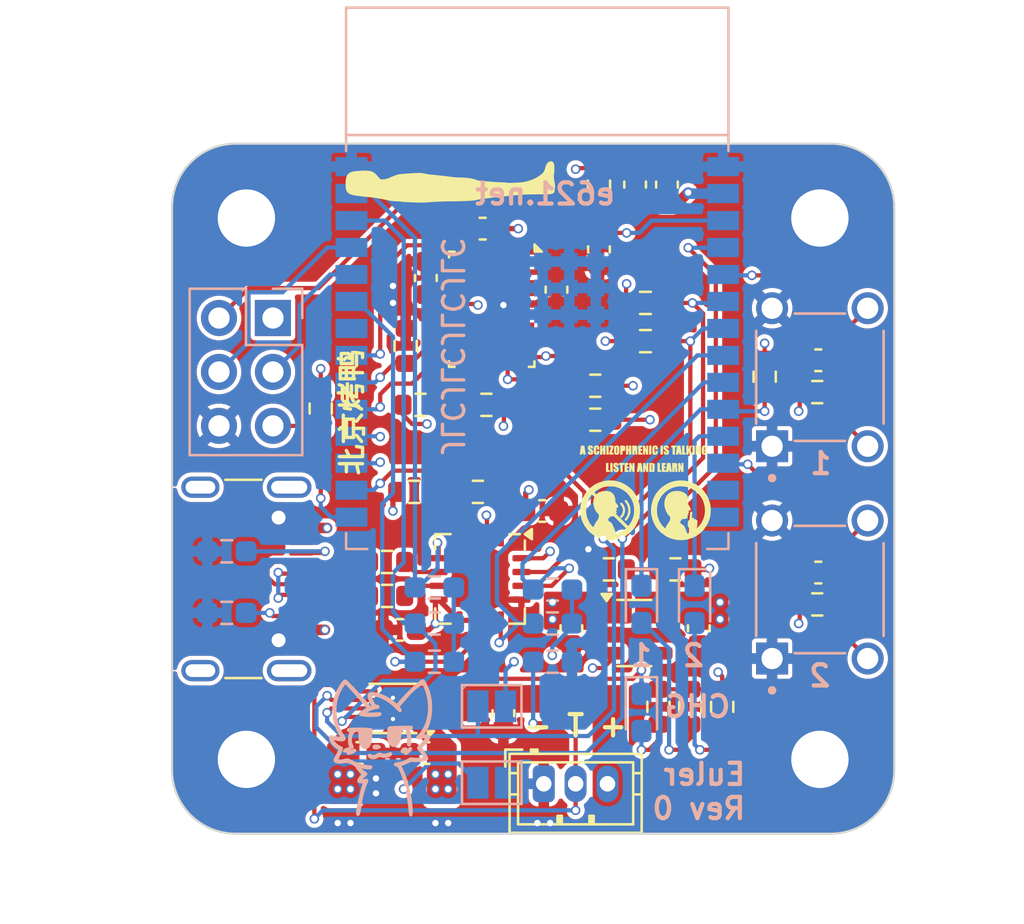
<source format=kicad_pcb>
(kicad_pcb (version 20241229) (generator "pcbnew") (generator_version "9.0")
  (layers (0 "F.Cu" signal) (4 "In1.Cu" signal) (6 "In2.Cu" signal) (2 "B.Cu" signal) (13 "F.Paste" user) (15 "B.Paste" user) (5 "F.SilkS" user "F.Silkscreen") (7 "B.SilkS" user "B.Silkscreen") (1 "F.Mask" user) (3 "B.Mask" user) (25 "Edge.Cuts" user))
  (net 0 "")
  (net 1 "/MCU/USR_BTN1")
  (net 2 "GND")
  (net 3 "VBUS")
  (net 4 "VSYS")
  (net 5 "/MCU/USR_BTN2")
  (net 6 "Net-(U5-CAP)")
  (net 7 "VBAT")
  (net 8 "3V3")
  (net 9 "Net-(D1-A)")
  (net 10 "Net-(D2-A)")
  (net 11 "Net-(D1-K)")
  (net 12 "/MCU/I2CLPSDA")
  (net 13 "Net-(D3-A)")
  (net 14 "/MCU/USR_LED1")
  (net 15 "/MCU/USR_LED2")
  (net 16 "/MCU/U0DTS")
  (net 17 "/MCU/I2CLPSCL")
  (net 19 "/USB/USB_D-")
  (net 22 "Net-(J1-CC1)")
  (net 23 "/USB/USB_D+")
  (net 25 "Net-(J1-CC2)")
  (net 28 "/power/TS")
  (net 29 "/MCU/U0RX")
  (net 30 "/IMU/BOOTN")
  (net 31 "/MCU/~{USB_PWREN}")
  (net 32 "/MCU/U0RTS")
  (net 33 "/MCU/U0TX")
  (net 34 "/MCU/~{USB_BCD}")
  (net 35 "/MCU/~{USB_I2C_RXF}")
  (net 36 "/MCU/~{USB_SLEEP}")
  (net 37 "Net-(U1-USBDM)")
  (net 38 "Net-(U1-USBDP)")
  (net 39 "/IMU/SDA")
  (net 40 "/IMU/SCL")
  (net 41 "Net-(U1-CBUS4)")
  (net 42 "/MCU/~{CHG_INT}")
  (net 43 "/MCU/VBAT_SENSE")
  (net 44 "/IMU/~{RST}")
  (net 45 "Net-(U5-ENV_SCL)")
  (net 46 "Net-(U5-ENV_SDA)")
  (net 47 "/MCU/~{USB_AWAKE}")
  (net 50 "/IMU/~{INT}")
  (footprint "Capacitor_SMD:C_0603_1608Metric" (layer "F.Cu") (at 54.6 38.975 -90)
    (property "Reference" "C10" (hide yes))
    (property "Value" "1uF")
  )
  (footprint "Resistor_SMD:R_0603_1608Metric" (layer "F.Cu") (at 45.5 43.525 90)
    (property "Reference" "R27" (hide yes))
    (property "Value" "10k")
  )
  (footprint "Capacitor_SMD:C_0603_1608Metric" (layer "F.Cu") (at 49.125 38 180)
    (property "Reference" "C14" (hide yes))
    (property "Value" "0.1uF")
  )
  (footprint "Capacitor_SMD:C_0603_1608Metric" (layer "F.Cu") (at 46.475 62.7 180)
    (property "Reference" "C4" (hide yes))
    (property "Value" "10uF")
  )
  (footprint "Resistor_SMD:R_0603_1608Metric" (layer "F.Cu") (at 64.875 45.7)
    (property "Reference" "R17" (hide yes))
    (property "Value" "10k")
  )
  (footprint "Capacitor_SMD:C_0603_1608Metric" (layer "F.Cu") (at 59.3 56.825 -90)
    (property "Reference" "C7" (hide yes))
    (property "Value" "1uF")
  )
  (footprint "MountingHole:MountingHole_2.7mm_M2.5_Pad" (layer "F.Cu") (at 65 37.5)
    (property "Reference" "H4" (hide yes))
    (property "Value" "M2")
  )
  (footprint "Resistor_SMD:R_0603_1608Metric" (layer "F.Cu") (at 49.3 46.3 180)
    (property "Reference" "R29" (hide yes))
    (property "Value" "2.2k")
  )
  (footprint "Connector_JST:JST_ZH_B3B-ZR_1x03_P1.50mm_Vertical" (layer "F.Cu") (at 52 64.15)
    (property "Reference" "J2" (hide yes))
    (property "Value" "JST_ZH")
  )
  (footprint "Resistor_SMD:R_0603_1608Metric" (layer "F.Cu") (at 64.875 55.7)
    (property "Reference" "R21" (hide yes))
    (property "Value" "10k")
  )
  (footprint "Capacitor_SMD:C_0603_1608Metric" (layer "F.Cu") (at 57.8 35.925 90)
    (property "Reference" "C12" (hide yes))
    (property "Value" "0.1uF")
  )
  (footprint "Resistor_SMD:R_0603_1608Metric" (layer "F.Cu") (at 44.625 55.3)
    (property "Reference" "R3" (hide yes))
    (property "Value" "27R")
  )
  (footprint "Resistor_SMD:R_0603_1608Metric" (layer "F.Cu") (at 58.2 54.05 180)
    (property "Reference" "R22" (hide yes))
    (property "Value" "33.2k")
  )
  (footprint "Resistor_SMD:R_0603_1608Metric" (layer "F.Cu") (at 54.6 35.975 -90)
    (property "Reference" "R24" (hide yes))
    (property "Value" "10k")
  )
  (footprint "Resistor_SMD:R_0603_1608Metric_Pad0.98x0.95mm_HandSolder" (layer "F.Cu") (at 56.7875 43.3)
    (property "Reference" "R20" (hide yes))
    (property "Value" "2.2k")
  )
  (footprint "Capacitor_SMD:C_0603_1608Metric" (layer "F.Cu") (at 52.6 40.875 -90)
    (property "Reference" "C13" (hide yes))
    (property "Value" "10uF")
  )
  (footprint "Capacitor_SMD:C_0603_1608Metric" (layer "F.Cu") (at 50.1 60.825 -90)
    (property "Reference" "C5" (hide yes))
    (property "Value" "1uF")
  )
  (footprint "Resistor_SMD:R_0603_1608Metric" (layer "F.Cu") (at 54.425 47 180)
    (property "Reference" "R16" (hide yes))
    (property "Value" "2.2k")
  )
  (footprint "Resistor_SMD:R_0603_1608Metric" (layer "F.Cu") (at 45.9 50.4 180)
    (property "Reference" "R5" (hide yes))
    (property "Value" "4.7k")
  )
  (footprint "MountingHole:MountingHole_2.7mm_M2.5_Pad" (layer "F.Cu") (at 65 63)
    (property "Reference" "H1" (hide yes))
    (property "Value" "M2")
  )
  (footprint "Capacitor_SMD:C_0603_1608Metric" (layer "F.Cu") (at 64.925 44.2)
    (property "Reference" "C8" (hide yes))
    (property "Value" "1uF")
  )
  (footprint "Package_DFN_QFN:Texas_DLH0010A_WSON-10-1EP_2.2x2mm_P0.4mm_EP0.9x1.5mm_ThermalVias" (layer "F.Cu") (at 44.9 60.6 180)
    (property "Reference" "U2" (hide yes))
    (property "Value" "BQ25186")
  )
  (footprint "Resistor_SMD:R_0603_1608Metric" (layer "F.Cu") (at 54.425 45.4 180)
    (property "Reference" "R15" (hide yes))
    (property "Value" "2.2k")
  )
  (footprint "Package_LGA:LGA-28_5.2x3.8mm_P0.5mm" (layer "F.Cu") (at 49.55 41.8 -90)
    (property "Reference" "U5" (hide yes))
    (property "Value" "BNO08x")
  )
  (footprint "Capacitor_SMD:C_0603_1608Metric" (layer "F.Cu") (at 64.925 54.2)
    (property "Reference" "C9" (hide yes))
    (property "Value" "1uF")
  )
  (footprint "Resistor_SMD:R_0603_1608Metric" (layer "F.Cu") (at 60.4 60.525 -90)
    (property "Reference" "R18" (hide yes))
    (property "Value" "1k")
  )
  (footprint "Capacitor_SMD:C_0603_1608Metric" (layer "F.Cu") (at 51.925 51.3)
    (property "Reference" "C1" (hide yes))
    (property "Value" "0.1uF")
  )
  (footprint "Capacitor_SMD:C_0603_1608Metric" (layer "F.Cu") (at 43.325 62.7)
    (property "Reference" "C3" (hide yes))
    (property "Value" "1uF")
  )
  (footprint "Resistor_SMD:R_0603_1608Metric_Pad0.98x0.95mm_HandSolder" (layer "F.Cu") (at 56.7875 41.5)
    (property "Reference" "R19" (hide yes))
    (property "Value" "2.2k")
  )
  (footprint "Capacitor_SMD:C_0603_1608Metric" (layer "F.Cu") (at 53.3 56.825 -90)
    (property "Reference" "C6" (hide yes))
    (property "Value" "1uF")
  )
  (footprint "Connector_USB:USB_C_Receptacle_GCT_USB4105-xx-A_16P_TopMnt_Horizontal" (layer "F.Cu") (at 36.91 54.5 -90)
    (property "Reference" "J1" (hide yes))
    (property "Value" "USB_C_Receptacle_USB2.0_16P")
  )
  (footprint "Capacitor_SMD:C_0603_1608Metric" (layer "F.Cu") (at 46.45 40.325 90)
    (property "Reference" "C15" (hide yes))
    (property "Value" "0.1uF")
  )
  (footprint "Capacitor_SMD:C_0603_1608Metric" (layer "F.Cu") (at 56.3 35.925 90)
    (property "Reference" "C11" (hide yes))
    (property "Value" "10uF")
  )
  (footprint "Package_DFN_QFN:QFN-16-1EP_4x4mm_P0.65mm_EP2.1x2.1mm" (layer "F.Cu") (at 49 54.5 -90)
    (property "Reference" "U1" (hide yes))
    (property "Value" "FT201XQ")
  )
  (footprint "Resistor_SMD:R_0603_1608Metric" (layer "F.Cu") (at 55.0625 54.05 180)
    (property "Reference" "R23" (hide yes))
    (property "Value" "10k")
  )
  (footprint "Resistor_SMD:R_0603_1608Metric" (layer "F.Cu") (at 44.625 53.7)
    (property "Reference" "R4" (hide yes))
    (property "Value" "27R")
  )
  (footprint "Package_TO_SOT_SMD:SOT-23-5" (layer "F.Cu") (at 56.2625 57.05)
    (property "Reference" "U3" (hide yes))
    (property "Value" "TLV75533PDBV")
  )
  (footprint "Resistor_SMD:R_0603_1608Metric" (layer "F.Cu") (at 62.4 44.975 -90)
    (property "Reference" "R25" (hide yes))
    (property "Value" "10k")
  )
  (footprint "Resistor_SMD:R_0603_1608Metric" (layer "F.Cu") (at 58.9 60.525 -90)
    (property "Reference" "R14" (hide yes))
    (property "Value" "1k")
  )
  (footprint "MountingHole:MountingHole_2.7mm_M2.5_Pad" (layer "F.Cu") (at 38 37.5)
    (property "Reference" "H2" (hide yes))
    (property "Value" "M2")
  )
  (footprint "Resistor_SMD:R_0603_1608Metric" (layer "F.Cu") (at 57.4 60.525 -90)
    (property "Reference" "R11" (hide yes))
    (property "Value" "10k")
  )
  (footprint "Capacitor_SMD:C_0603_1608Metric" (layer "F.Cu") (at 45.225 56.9 180)
    (property "Reference" "C2" (hide yes))
    (property "Value" "0.1uF")
  )
  (footprint "Resistor_SMD:R_0603_1608Metric" (layer "F.Cu") (at 46.2 46.3)
    (property "Reference" "R28" (hide yes))
    (property "Value" "2.2k")
  )
  (footprint "Resistor_SMD:R_0603_1608Metric" (layer "F.Cu") (at 41.5 46.475 -90)
    (property "Reference" "R26" (hide yes))
    (property "Value" "10k")
  )
  (footprint "MountingHole:MountingHole_2.7mm_M2.5_Pad" (layer "F.Cu") (at 38 63)
    (property "Reference" "H3" (hide yes))
    (property "Value" "M2")
  )
  (footprint "Resistor_SMD:R_0603_1608Metric" (layer "F.Cu") (at 48.9 50.4 180)
    (property "Reference" "R6" (hide yes))
    (property "Value" "10k")
  )
  (footprint "Resistor_SMD:R_0603_1608Metric_Pad0.98x0.95mm_HandSolder" (layer "B.Cu") (at 46.85 58.4)
    (property "Reference" "R9" (hide yes))
    (property "Value" "10k")
  )
  (footprint "Resistor_SMD:R_0603_1608Metric_Pad0.98x0.95mm_HandSolder" (layer "B.Cu") (at 37.075 56.1)
    (property "Reference" "R1" (hide yes))
    (property "Value" "5.1k")
  )
  (footprint "LED_SMD:LED_0603_1608Metric_Pad1.05x0.95mm_HandSolder" (layer "B.Cu") (at 56.6 60.7875 -90)
    (property "Reference" "D1" (hide yes))
    (property "Value" "LED")
  )
  (footprint "Resistor_SMD:R_0603_1608Metric_Pad0.98x0.95mm_HandSolder" (layer "B.Cu") (at 52.4125 56.6)
    (property "Reference" "R10" (hide yes))
    (property "Value" "10k")
  )
  (footprint "Resistor_SMD:R_0603_1608Metric_Pad0.98x0.95mm_HandSolder" (layer "B.Cu") (at 52.4125 58.4 180)
    (property "Reference" "R13" (hide yes))
    (property "Value" "10k")
  )
  (footprint "Resistor_SMD:R_0603_1608Metric_Pad0.98x0.95mm_HandSolder" (layer "B.Cu") (at 46.85 56.6 180)
    (property "Reference" "R12" (hide yes))
    (property "Value" "10k")
  )
  (footprint "TL1105AF160Q:SW_TL1105AF160Q" (layer "B.Cu") (at 65 45 90)
    (property "Reference" "SW1" (hide yes))
    (property "Value" "~")
  )
  (footprint "Jumper:SolderJumper-2_P1.3mm_Open_Pad1.0x1.5mm" (layer "B.Cu") (at 49.55 64.1 180)
    (property "Reference" "JP1" (hide yes))
    (property "Value" "SolderJumper_2_Open")
  )
  (footprint "LED_SMD:LED_0603_1608Metric_Pad1.05x0.95mm_HandSolder" (layer "B.Cu") (at 59.1 55.7 -90)
    (property "Reference" "D3" (hide yes))
    (property "Value" "LED")
  )
  (footprint "Resistor_SMD:R_0603_1608Metric_Pad0.98x0.95mm_HandSolder" (layer "B.Cu") (at 52.4125 55)
    (property "Reference" "R7" (hide yes))
    (property "Value" "10k")
  )
  (footprint "PCM_Espressif:ESP32-C6-WROOM-1" (layer "B.Cu") (at 51.695 43.34 180)
    (property "Reference" "U4" (hide yes))
    (property "Value" "ESP32-C6-WROOM-1")
  )
  (footprint "LED_SMD:LED_0603_1608Metric_Pad1.05x0.95mm_HandSolder" (layer "B.Cu") (at 56.6 55.7 -90)
    (property "Reference" "D2" (hide yes))
    (property "Value" "LED")
  )
  (footprint "TL1105AF160Q:SW_TL1105AF160Q" (layer "B.Cu") (at 65 55 90)
    (property "Reference" "SW2" (hide yes))
    (property "Value" "~")
  )
  (footprint "Connector_PinHeader_2.54mm:PinHeader_2x03_P2.54mm_Vertical" (layer "B.Cu") (at 39.25 42.21 180)
    (property "Reference" "J3" (hide yes))
    (property "Value" "Conn_01x06")
  )
  (footprint "Resistor_SMD:R_0603_1608Metric_Pad0.98x0.95mm_HandSolder" (layer "B.Cu") (at 37.075 53.2)
    (property "Reference" "R2" (hide yes))
    (property "Value" "5.1k")
  )
  (footprint "Resistor_SMD:R_0603_1608Metric_Pad0.98x0.95mm_HandSolder" (layer "B.Cu") (at 46.85 54.9)
    (property "Reference" "R8" (hide yes))
    (property "Value" "10k")
  )
  (footprint "Jumper:SolderJumper-2_P1.3mm_Open_Pad1.0x1.5mm" (layer "B.Cu") (at 49.55 60.5)
    (property "Reference" "JP2" (hide yes))
    (property "Value" "SolderJumper_2_Open")
  )
  (gr_poly (pts (xy 54.203333 48.213598) (xy 54.23143 48.215196) (xy 54.248168 48.220975) (xy 54.25186 48.222309) (xy 54.255939 48.223888) (xy 54.260273 48.225653) (xy 54.264724 48.227547) (xy 54.26916 48.229509) (xy 54.273445 48.231483) (xy 54.277445 48.23341) (xy 54.281024 48.23523) (xy 54.297141 48.243706) (xy 54.302891 48.252237) (xy 54.303483 48.253139) (xy 54.304071 48.254081) (xy 54.305222 48.256053) (xy 54.306315 48.258091) (xy 54.307321 48.260135) (xy 54.308211 48.262124) (xy 54.308604 48.263078) (xy 54.308957 48.263995) (xy 54.309267 48.264868) (xy 54.30953 48.265689) (xy 54.309742 48.26645) (xy 54.3099 48.267144) (xy 54.310202 48.268581) (xy 54.310579 48.270223) (xy 54.311015 48.272013) (xy 54.311496 48.273893) (xy 54.312007 48.275807) (xy 54.312532 48.277695) (xy 54.313056 48.279502) (xy 54.313565 48.281168) (xy 54.315969 48.288818) (xy 54.315969 48.320477) (xy 54.315969 48.352137) (xy 54.311851 48.353717) (xy 54.307733 48.355297) (xy 54.283032 48.352399) (xy 54.258331 48.349501) (xy 54.253526 48.352072) (xy 54.248722 48.354643) (xy 54.235764 48.352924) (xy 54.222807 48.351205) (xy 54.216725 48.345123) (xy 54.210642 48.339041) (xy 54.212206 48.317006) (xy 54.21377 48.294972) (xy 54.209893 48.291095) (xy 54.206016 48.287218) (xy 54.196536 48.287218) (xy 54.187055 48.287218) (xy 54.183886 48.291037) (xy 54.180716 48.294856) (xy 54.179504 48.307468) (xy 54.178292 48.320081) (xy 54.181601 48.333872) (xy 54.184909 48.347663) (xy 54.197495 48.360051) (xy 54.210081 48.37244) (xy 54.221511 48.378233) (xy 54.224261 48.3797) (xy 54.227702 48.381655) (xy 54.231697 48.384013) (xy 54.236108 48.38669) (xy 54.240797 48.389601) (xy 54.245626 48.39266) (xy 54.250457 48.395785) (xy 54.255151 48.398889) (xy 54.277361 48.413753) (xy 54.29271 48.429749) (xy 54.308059 48.445746) (xy 54.312237 48.45553) (xy 54.313151 48.457724) (xy 54.314146 48.460213) (xy 54.316255 48.465732) (xy 54.318308 48.471398) (xy 54.319233 48.474071) (xy 54.320049 48.476522) (xy 54.323682 48.487731) (xy 54.325123 48.522603) (xy 54.326564 48.557475) (xy 54.323654 48.576156) (xy 54.320744 48.594838) (xy 54.314517 48.604282) (xy 54.31383 48.605294) (xy 54.31306 48.606378) (xy 54.311306 48.608718) (xy 54.309319 48.611224) (xy 54.307167 48.613816) (xy 54.304916 48.616416) (xy 54.302634 48.618946) (xy 54.300386 48.621326) (xy 54.298241 48.623477) (xy 54.288193 48.633229) (xy 54.275074 48.638137) (xy 54.269313 48.640166) (xy 54.263261 48.64206) (xy 54.256964 48.643813) (xy 54.250468 48.645418) (xy 54.243821 48.64687) (xy 54.237068 48.648163) (xy 54.230257 48.649291) (xy 54.223433 48.650248) (xy 54.216644 48.651028) (xy 54.209936 48.651625) (xy 54.203355 48.652033) (xy 54.196948 48.652246) (xy 54.190762 48.652258) (xy 54.184842 48.652064) (xy 54.179237 48.651658) (xy 54.173991 48.651032) (xy 54.173991 48.651033) (xy 54.164679 48.64942) (xy 54.155822 48.647367) (xy 54.147424 48.644875) (xy 54.139486 48.641946) (xy 54.132013 48.638584) (xy 54.125006 48.634791) (xy 54.118468 48.630569) (xy 54.112403 48.62592) (xy 54.106814 48.620847) (xy 54.101703 48.615352) (xy 54.097073 48.609439) (xy 54.092928 48.603108) (xy 54.089269 48.596363) (xy 54.086101 48.589206) (xy 54.083425 48.581639) (xy 54.081245 48.573665) (xy 54.077421 48.557475) (xy 54.076682 48.535057) (xy 54.075982 48.519053) (xy 54.075715 48.512759) (xy 54.075639 48.507484) (xy 54.075854 48.503138) (xy 54.076102 48.501286) (xy 54.076461 48.499633) (xy 54.076944 48.498167) (xy 54.077563 48.496878) (xy 54.07833 48.495754) (xy 54.079259 48.494785) (xy 54.080362 48.493958) (xy 54.081652 48.493263) (xy 54.083141 48.492689) (xy 54.084842 48.492224) (xy 54.086768 48.491857) (xy 54.088931 48.491578) (xy 54.094019 48.491235) (xy 54.100209 48.491106) (xy 54.1076 48.491102) (xy 54.126394 48.491111) (xy 54.174277 48.490756) (xy 54.177247 48.493717) (xy 54.180218 48.496679) (xy 54.181463 48.533543) (xy 54.182709 48.570408) (xy 54.186127 48.574526) (xy 54.189546 48.578645) (xy 54.200145 48.578645) (xy 54.210744 48.578645) (xy 54.213235 48.575531) (xy 54.215726 48.572418) (xy 54.215092 48.547509) (xy 54.214151 48.512833) (xy 54.213846 48.503066) (xy 54.203071 48.492742) (xy 54.201756 48.491544) (xy 54.200052 48.490094) (xy 54.195585 48.486512) (xy 54.189885 48.482155) (xy 54.183169 48.477181) (xy 54.175651 48.471746) (xy 54.167549 48.46601) (xy 54.159077 48.46013) (xy 54.150452 48.454263) (xy 54.10861 48.426106) (xy 54.098325 48.415673) (xy 54.08804 48.405241) (xy 54.083746 48.390442) (xy 54.081855 48.383766) (xy 54.079882 48.376529) (xy 54.078059 48.369602) (xy 54.076621 48.363858) (xy 54.073789 48.352073) (xy 54.074971 48.317778) (xy 54.076152 48.283482) (xy 54.081381 48.269063) (xy 54.082533 48.266024) (xy 54.083805 48.262911) (xy 54.085156 48.259813) (xy 54.086542 48.256818) (xy 54.087922 48.254014) (xy 54.089255 48.251488) (xy 54.090497 48.249329) (xy 54.091072 48.248415) (xy 54.091608 48.247625) (xy 54.096606 48.240605) (xy 54.11724 48.230218) (xy 54.137874 48.219832) (xy 54.156555 48.215915) (xy 54.175236 48.211999)) (fill yes) (layer "F.SilkS"))
  (gr_poly (pts (xy 57.07016 48.401175) (xy 57.070952 48.53647) (xy 57.071551 48.583322) (xy 57.07219 48.607292) (xy 57.073725 48.6322) (xy 57.069995 48.637182) (xy 57.066265 48.642163) (xy 57.013129 48.642824) (xy 56.959994 48.643486) (xy 56.957509 48.641579) (xy 56.955019 48.639673) (xy 56.955734 48.429819) (xy 56.956449 48.219966) (xy 57.013054 48.219966) (xy 57.06966 48.219966)) (fill yes) (layer "F.SilkS"))
  (gr_poly (pts (xy 55.209403 49.037619) (xy 55.216201 49.037869) (xy 55.222071 49.038194) (xy 55.247885 49.039954) (xy 55.246152 49.044061) (xy 55.244419 49.048169) (xy 55.244114 49.254909) (xy 55.243809 49.461649) (xy 55.189445 49.461649) (xy 55.16826 49.461574) (xy 55.150763 49.461368) (xy 55.138773 49.461063) (xy 55.135409 49.460883) (xy 55.134103 49.460691) (xy 55.134103 49.460693) (xy 55.133904 49.456688) (xy 55.133714 49.445584) (xy 55.133379 49.405153) (xy 55.133013 49.272968) (xy 55.132656 49.1406) (xy 55.131951 49.084622) (xy 55.13185 49.084347) (xy 55.131742 49.083857) (xy 55.131629 49.083163) (xy 55.131512 49.082277) (xy 55.131268 49.079979) (xy 55.131019 49.077059) (xy 55.130772 49.073614) (xy 55.130533 49.06974) (xy 55.130312 49.065534) (xy 55.130114 49.061093) (xy 55.129229 49.039142) (xy 55.162743 49.037789) (xy 55.170002 49.037554) (xy 55.177793 49.037403) (xy 55.193995 49.037351)) (fill yes) (layer "F.SilkS"))
  (gr_poly (pts (xy 58.143124 49.037803) (xy 58.161311 49.038451) (xy 58.176992 49.039205) (xy 58.190512 49.040102) (xy 58.202217 49.04118) (xy 58.212451 49.042476) (xy 58.221558 49.044027) (xy 58.229885 49.045871) (xy 58.237776 49.048044) (xy 58.250231 49.051804) (xy 58.264924 49.066333) (xy 58.279617 49.080862) (xy 58.285437 49.10437) (xy 58.291257 49.127878) (xy 58.291264 49.157768) (xy 58.29127 49.187659) (xy 58.287925 49.200228) (xy 58.287193 49.202865) (xy 58.286394 49.205542) (xy 58.285554 49.208185) (xy 58.284698 49.210721) (xy 58.283852 49.213074) (xy 58.283042 49.21517) (xy 58.282294 49.216936) (xy 58.281634 49.218298) (xy 58.278689 49.223799) (xy 58.263215 49.231555) (xy 58.257141 49.234625) (xy 58.252043 49.237251) (xy 58.248455 49.239152) (xy 58.247394 49.239745) (xy 58.246912 49.240052) (xy 58.24681 49.240223) (xy 58.246797 49.240467) (xy 58.246867 49.240778) (xy 58.247017 49.241152) (xy 58.24724 49.241582) (xy 58.247532 49.242065) (xy 58.248303 49.243167) (xy 58.249289 49.244416) (xy 58.250449 49.245771) (xy 58.251744 49.247192) (xy 58.253132 49.248637) (xy 58.254574 49.250065) (xy 58.25603 49.251435) (xy 58.257458 49.252707) (xy 58.258819 49.25384) (xy 58.260072 49.254792) (xy 58.261176 49.255523) (xy 58.261661 49.255793) (xy 58.262093 49.255992) (xy 58.262468 49.256115) (xy 58.26278 49.256157) (xy 58.262948 49.256171) (xy 58.263138 49.256213) (xy 58.263352 49.256282) (xy 58.263588 49.256377) (xy 58.264122 49.256644) (xy 58.264734 49.257009) (xy 58.265417 49.257465) (xy 58.266165 49.258007) (xy 58.266971 49.258631) (xy 58.267828 49.259329) (xy 58.26873 49.260097) (xy 58.269671 49.260928) (xy 58.270642 49.261819) (xy 58.271639 49.262762) (xy 58.272654 49.263753) (xy 58.27368 49.264786) (xy 58.274711 49.265855) (xy 58.275741 49.266955) (xy 58.285694 49.277753) (xy 58.288514 49.293936) (xy 58.291334 49.310118) (xy 58.291334 49.386868) (xy 58.291334 49.463617) (xy 58.274521 49.462029) (xy 58.270406 49.46171) (xy 58.265143 49.461411) (xy 58.252037 49.460901) (xy 58.236941 49.460551) (xy 58.221591 49.460416) (xy 58.185474 49.460391) (xy 58.185374 49.372928) (xy 58.185274 49.285464) (xy 58.178372 49.279528) (xy 58.171472 49.273592) (xy 58.163993 49.273592) (xy 58.156515 49.273592) (xy 58.157049 49.31905) (xy 58.157312 49.365423) (xy 58.157199 49.41308) (xy 58.156799 49.461651) (xy 58.100755 49.461651) (xy 58.078964 49.461553) (xy 58.061059 49.461285) (xy 58.048894 49.460889) (xy 58.045543 49.460656) (xy 58.044651 49.460533) (xy 58.04432 49.460406) (xy 58.044371 49.460406) (xy 58.043974 49.399894) (xy 58.043551 49.256157) (xy 58.043101 49.053153) (xy 58.041221 49.046557) (xy 58.039341 49.039961) (xy 58.066324 49.038108) (xy 58.093307 49.036256)) (fill yes) (layer "F.SilkS"))
  (gr_poly (pts (xy 59.08887 48.218996) (xy 59.093901 48.219183) (xy 59.097765 48.219421) (xy 59.113333 48.220691) (xy 59.113133 48.427694) (xy 59.112933 48.634696) (xy 59.111208 48.639051) (xy 59.109483 48.643406) (xy 59.058225 48.644033) (xy 59.038046 48.644222) (xy 59.020993 48.644273) (xy 59.008865 48.644189) (xy 59.005209 48.644097) (xy 59.003458 48.643973) (xy 59.003511 48.64397) (xy 59.000001 48.643282) (xy 59.000001 48.445948) (xy 59.000001 48.248614) (xy 59.002156 48.234291) (xy 59.004311 48.219969) (xy 59.007136 48.219931) (xy 59.04608 48.219021) (xy 59.061332 48.218783) (xy 59.076161 48.218779)) (fill yes) (layer "F.SilkS"))
  (gr_poly (pts (xy 55.15686 49.862519) (xy 55.259217 49.864173) (xy 55.281402 49.867843) (xy 55.292748 49.869549) (xy 55.307242 49.871479) (xy 55.323018 49.873397) (xy 55.338213 49.875066) (xy 55.35114 49.876485) (xy 55.363063 49.878006) (xy 55.37431 49.87969) (xy 55.385209 49.881599) (xy 55.396087 49.883795) (xy 55.40727 49.886339) (xy 55.419088 49.889293) (xy 55.431866 49.892719) (xy 55.441954 49.89541) (xy 55.453769 49.898425) (xy 55.465842 49.901395) (xy 55.476701 49.903952) (xy 55.488051 49.906628) (xy 55.501461 49.909923) (xy 55.515257 49.913419) (xy 55.527763 49.916697) (xy 55.555162 49.924041) (xy 55.561985 49.928907) (xy 55.568807 49.933773) (xy 55.574851 49.932256) (xy 55.580895 49.930739) (xy 55.609408 49.944656) (xy 55.620658 49.95006) (xy 55.630212 49.954485) (xy 55.634038 49.956188) (xy 55.63706 49.957475) (xy 55.639154 49.958289) (xy 55.639813 49.958501) (xy 55.640192 49.958573) (xy 55.641319 49.958825) (xy 55.643475 49.959539) (xy 55.650292 49.962109) (xy 55.65947 49.965789) (xy 55.669833 49.970087) (xy 55.680209 49.974507) (xy 55.689424 49.978557) (xy 55.696302 49.981744) (xy 55.698499 49.982859) (xy 55.699671 49.983573) (xy 55.700045 49.983828) (xy 55.700636 49.984167) (xy 55.702418 49.985077) (xy 55.704916 49.986257) (xy 55.708027 49.987663) (xy 55.711649 49.989248) (xy 55.71568 49.990968) (xy 55.720018 49.992776) (xy 55.724561 49.994629) (xy 55.729265 49.996564) (xy 55.734065 49.998611) (xy 55.738826 50.000707) (xy 55.743415 50.00279) (xy 55.747695 50.004798) (xy 55.751533 50.006669) (xy 55.754795 50.008341) (xy 55.757345 50.009753) (xy 55.759532 50.010981) (xy 55.761752 50.012128) (xy 55.763942 50.01317) (xy 55.766042 50.014081) (xy 55.76799 50.014835) (xy 55.768888 50.015146) (xy 55.769725 50.015408) (xy 55.770493 50.015618) (xy 55.771185 50.015774) (xy 55.771793 50.015871) (xy 55.772309 50.015907) (xy 55.77281 50.015961) (xy 55.773455 50.016113) (xy 55.775161 50.016694) (xy 55.777379 50.017625) (xy 55.780063 50.018879) (xy 55.783166 50.02043) (xy 55.786641 50.02225) (xy 55.794521 50.026596) (xy 55.803329 50.031705) (xy 55.812692 50.037365) (xy 55.822234 50.043363) (xy 55.831584 50.049489) (xy 55.834798 50.05162) (xy 55.838056 50.053739) (xy 55.840978 50.055601) (xy 55.843182 50.056961) (xy 55.846834 50.059304) (xy 55.853697 50.063842) (xy 55.862788 50.069922) (xy 55.873124 50.076888) (xy 55.883328 50.083738) (xy 55.892059 50.089499) (xy 55.898388 50.093567) (xy 55.900363 50.094776) (xy 55.901389 50.095335) (xy 55.901734 50.095511) (xy 55.902246 50.095826) (xy 55.903732 50.096838) (xy 55.905768 50.09831) (xy 55.90827 50.100181) (xy 55.911158 50.102389) (xy 55.91435 50.104871) (xy 55.917763 50.107566) (xy 55.921316 50.110412) (xy 55.925098 50.113374) (xy 55.929167 50.116402) (xy 55.933395 50.11941) (xy 55.937655 50.122313) (xy 55.941818 50.125026) (xy 55.945757 50.127465) (xy 55.949344 50.129542) (xy 55.952452 50.131175) (xy 55.966152 50.137873) (xy 56.006005 50.169294) (xy 56.022071 50.182112) (xy 56.036354 50.193785) (xy 56.0473 50.203026) (xy 56.051037 50.206331) (xy 56.053356 50.208545) (xy 56.055701 50.210866) (xy 56.059509 50.214475) (xy 56.070717 50.224832) (xy 56.085388 50.238157) (xy 56.101928 50.252993) (xy 56.110565 50.260771) (xy 56.119371 50.268842) (xy 56.136501 50.284927) (xy 56.144333 50.29247) (xy 56.151349 50.299367) (xy 56.157302 50.305383) (xy 56.161946 50.310282) (xy 56.19259 50.343807) (xy 56.196741 50.348527) (xy 56.201252 50.353981) (xy 56.206235 50.36032) (xy 56.211799 50.367691) (xy 56.218056 50.376244) (xy 56.225116 50.386127) (xy 56.233089 50.39749) (xy 56.242087 50.410482) (xy 56.251503 50.424147) (xy 56.255164 50.422742) (xy 56.258826 50.421337) (xy 56.258826 50.426222) (xy 56.258826 50.431106) (xy 56.265258 50.438046) (xy 56.271689 50.444986) (xy 56.268766 50.446793) (xy 56.265843 50.448599) (xy 56.277732 50.465125) (xy 56.280174 50.468446) (xy 56.282558 50.471549) (xy 56.284823 50.474364) (xy 56.28691 50.476823) (xy 56.288759 50.478858) (xy 56.289575 50.479696) (xy 56.29031 50.480402) (xy 56.290955 50.480968) (xy 56.291504 50.481386) (xy 56.291949 50.481647) (xy 56.292281 50.481742) (xy 56.292576 50.481805) (xy 56.292927 50.481973) (xy 56.293329 50.482242) (xy 56.293779 50.482606) (xy 56.294814 50.483601) (xy 56.296004 50.484921) (xy 56.297323 50.486526) (xy 56.298744 50.488377) (xy 56.300242 50.490436) (xy 56.30179 50.492665) (xy 56.303361 50.495024) (xy 56.30493 50.497474) (xy 56.30647 50.499978) (xy 56.307955 50.502496) (xy 56.309358 50.504989) (xy 56.310653 50.507419) (xy 56.311814 50.509748) (xy 56.312814 50.511935) (xy 56.313197 50.512748) (xy 56.313736 50.513783) (xy 56.315243 50.516452) (xy 56.317254 50.519818) (xy 56.319692 50.523755) (xy 56.322476 50.528135) (xy 56.325528 50.532834) (xy 56.328768 50.537724) (xy 56.332118 50.542681) (xy 56.338477 50.552089) (xy 56.343685 50.559975) (xy 56.347204 50.56551) (xy 56.348162 50.567138) (xy 56.348411 50.567622) (xy 56.348496 50.567869) (xy 56.348543 50.568065) (xy 56.348682 50.5684) (xy 56.348907 50.568866) (xy 56.349213 50.569456) (xy 56.350054 50.570973) (xy 56.351166 50.572889) (xy 56.352512 50.57514) (xy 56.354056 50.577663) (xy 56.355759 50.580395) (xy 56.357585 50.583272) (xy 56.36232 50.59106) (xy 56.367565 50.600352) (xy 56.373089 50.610688) (xy 56.378663 50.621607) (xy 56.384056 50.632648) (xy 56.389039 50.643353) (xy 56.393381 50.653259) (xy 56.396853 50.661907) (xy 56.39824 50.665455) (xy 56.399809 50.669231) (xy 56.401506 50.673121) (xy 56.403277 50.677007) (xy 56.405068 50.680775) (xy 56.406825 50.684307) (xy 56.408494 50.687488) (xy 56.410021 50.690202) (xy 56.411796 50.693547) (xy 56.414175 50.698535) (xy 56.417054 50.704925) (xy 56.42033 50.712472) (xy 56.423899 50.720936) (xy 56.427656 50.730072) (xy 56.431499 50.739638) (xy 56.435323 50.749392) (xy 56.447163 50.780146) (xy 56.451305 50.791213) (xy 56.454766 50.800843) (xy 56.457923 50.810115) (xy 56.461152 50.820107) (xy 56.46934 50.846559) (xy 56.476853 50.870596) (xy 56.479947 50.880186) (xy 56.482045 50.886413) (xy 56.484919 50.895331) (xy 56.488282 50.907113) (xy 56.49194 50.920966) (xy 56.495703 50.936097) (xy 56.499379 50.951711) (xy 56.502775 50.967015) (xy 56.505699 50.981215) (xy 56.507959 50.993519) (xy 56.510198 51.006501) (xy 56.512579 51.019751) (xy 56.514817 51.031717) (xy 56.516629 51.040845) (xy 56.519002 51.053881) (xy 56.521226 51.069407) (xy 56.525181 51.106778) (xy 56.5284 51.150655) (xy 56.530795 51.198739) (xy 56.532274 51.248728) (xy 56.532746 51.298321) (xy 56.53212 51.345217) (xy 56.530305 51.387115) (xy 56.527791 51.426926) (xy 56.521299 51.461798) (xy 56.513153 51.503053) (xy 56.503758 51.546544) (xy 56.493679 51.590062) (xy 56.483478 51.631395) (xy 56.47372 51.668333) (xy 56.464968 51.698668) (xy 56.457785 51.720188) (xy 56.454958 51.726952) (xy 56.452735 51.730684) (xy 56.45252 51.73096) (xy 56.45231 51.731295) (xy 56.452108 51.731686) (xy 56.451914 51.732127) (xy 56.451729 51.732614) (xy 56.451555 51.733143) (xy 56.451392 51.733708) (xy 56.451242 51.734305) (xy 56.451105 51.73493) (xy 56.450983 51.735578) (xy 56.450877 51.736245) (xy 56.450787 51.736925) (xy 56.450716 51.737614) (xy 56.450664 51.738307) (xy 56.450632 51.739) (xy 56.450621 51.739689) (xy 56.450621 51.746327) (xy 56.445619 51.752685) (xy 56.440618 51.759043) (xy 56.439009 51.77108) (xy 56.438634 51.773532) (xy 56.438183 51.775885) (xy 56.437673 51.778084) (xy 56.437122 51.780071) (xy 56.436836 51.780968) (xy 56.436547 51.781791) (xy 56.436255 51.782533) (xy 56.435964 51.783188) (xy 56.435675 51.783747) (xy 56.435391 51.784204) (xy 56.435114 51.784553) (xy 56.434845 51.784785) (xy 56.434713 51.784876) (xy 56.434582 51.784975) (xy 56.43432 51.785199) (xy 56.434062 51.785452) (xy 56.433809 51.785733) (xy 56.433562 51.78604) (xy 56.433323 51.786368) (xy 56.433094 51.786715) (xy 56.432877 51.787079) (xy 56.432672 51.787456) (xy 56.432482 51.787845) (xy 56.432307 51.788241) (xy 56.432151 51.788643) (xy 56.432013 51.789048) (xy 56.431897 51.789452) (xy 56.431803 51.789853) (xy 56.431733 51.790249) (xy 56.431629 51.790729) (xy 56.431434 51.791379) (xy 56.431152 51.79219) (xy 56.43079 51.793148) (xy 56.429844 51.795464) (xy 56.428634 51.798239) (xy 56.427201 51.801382) (xy 56.425584 51.804803) (xy 56.423825 51.808414) (xy 56.421962 51.812123) (xy 56.418472 51.81916) (xy 56.414964 51.826619) (xy 56.411388 51.834626) (xy 56.407689 51.843308) (xy 56.403816 51.85279) (xy 56.399716 51.863199) (xy 56.395337 51.87466) (xy 56.390625 51.8873) (xy 56.389078 51.89136) (xy 56.387438 51.895426) (xy 56.385753 51.899388) (xy 56.384074 51.903138) (xy 56.382451 51.906567) (xy 56.380934 51.909566) (xy 56.379574 51.912026) (xy 56.378968 51.91302) (xy 56.37842 51.913839) (xy 56.377412 51.915283) (xy 56.376472 51.916687) (xy 56.375621 51.918016) (xy 56.374878 51.919236) (xy 56.374264 51.92031) (xy 56.3738 51.921205) (xy 56.373631 51.921575) (xy 56.373507 51.921887) (xy 56.373431 51.922136) (xy 56.373405 51.922319) (xy 56.372999 51.923397) (xy 56.371843 51.925728) (xy 56.367656 51.933497) (xy 56.354385 51.95694) (xy 56.339557 51.982291) (xy 56.333422 51.992446) (xy 56.329134 51.999195) (xy 56.327502 52.001678) (xy 56.325602 52.004682) (xy 56.323501 52.008093) (xy 56.32127 52.011795) (xy 56.316687 52.019614) (xy 56.314474 52.023501) (xy 56.312403 52.027219) (xy 56.306659 52.037237) (xy 56.299937 52.048255) (xy 56.292669 52.059638) (xy 56.285286 52.070751) (xy 56.278218 52.080958) (xy 56.271897 52.089623) (xy 56.266753 52.096111) (xy 56.264756 52.09834) (xy 56.263216 52.099787) (xy 56.26258 52.100318) (xy 56.261883 52.100949) (xy 56.261133 52.101671) (xy 56.260336 52.102475) (xy 56.259499 52.103355) (xy 56.258629 52.104302) (xy 56.256819 52.106362) (xy 56.254961 52.108591) (xy 56.253111 52.110925) (xy 56.251324 52.113298) (xy 56.250471 52.114478) (xy 56.249656 52.115644) (xy 56.247805 52.118226) (xy 56.245494 52.121274) (xy 56.242815 52.124674) (xy 56.239861 52.128316) (xy 56.236724 52.132086) (xy 56.233496 52.135872) (xy 56.23027 52.139562) (xy 56.227137 52.143043) (xy 56.224006 52.146513) (xy 56.220783 52.150169) (xy 56.217561 52.153902) (xy 56.21443 52.157602) (xy 56.211485 52.161159) (xy 56.208816 52.164462) (xy 56.206516 52.167402) (xy 56.204676 52.169869) (xy 56.199423 52.176955) (xy 56.193741 52.184251) (xy 56.187937 52.191404) (xy 56.182314 52.19806) (xy 56.17718 52.203865) (xy 56.172838 52.208466) (xy 56.171059 52.210204) (xy 56.169594 52.211509) (xy 56.168479 52.212335) (xy 56.168065 52.212556) (xy 56.167754 52.21264) (xy 56.167381 52.212696) (xy 56.166962 52.212825) (xy 56.166501 52.213022) (xy 56.166 52.213283) (xy 56.164897 52.213981) (xy 56.163684 52.214887) (xy 56.162391 52.215966) (xy 56.161051 52.217186) (xy 56.159692 52.218515) (xy 56.158346 52.219918) (xy 56.157043 52.221364) (xy 56.155815 52.222818) (xy 56.154692 52.224248) (xy 56.153704 52.225621) (xy 56.152882 52.226905) (xy 56.152257 52.228065) (xy 56.152028 52.228588) (xy 56.151859 52.229069) (xy 56.151755 52.229502) (xy 56.15172 52.229883) (xy 56.15172 52.233008) (xy 56.149486 52.231628) (xy 56.147253 52.230248) (xy 56.133063 52.245574) (xy 56.130158 52.248773) (xy 56.127342 52.25199) (xy 56.124684 52.255138) (xy 56.122253 52.25813) (xy 56.120119 52.260879) (xy 56.118351 52.263297) (xy 56.117017 52.265299) (xy 56.116535 52.266116) (xy 56.116188 52.266796) (xy 56.113502 52.27269) (xy 56.104976 52.27796) (xy 56.10174 52.279981) (xy 56.100288 52.280934) (xy 56.098847 52.281936) (xy 56.097344 52.283052) (xy 56.095704 52.284347) (xy 56.093853 52.285887) (xy 56.091717 52.287737) (xy 56.089221 52.289962) (xy 56.08629 52.292628) (xy 56.082852 52.2958) (xy 56.078831 52.299544) (xy 56.068745 52.309006) (xy 56.055438 52.321538) (xy 56.043122 52.333083) (xy 56.03257 52.342838) (xy 56.023559 52.350997) (xy 56.015867 52.357748) (xy 56.009272 52.363285) (xy 56.003551 52.367797) (xy 55.998482 52.371476) (xy 55.993843 52.374513) (xy 55.992925 52.375093) (xy 55.992033 52.375681) (xy 55.991171 52.376273) (xy 55.990345 52.376866) (xy 55.989558 52.377455) (xy 55.988815 52.378037) (xy 55.988121 52.378606) (xy 55.98748 52.37916) (xy 55.986898 52.379693) (xy 55.986378 52.380202) (xy 55.985925 52.380683) (xy 55.985545 52.381131) (xy 55.98524 52.381542) (xy 55.985018 52.381913) (xy 55.98488 52.382239) (xy 55.984845 52.382384) (xy 55.984834 52.382516) (xy 55.984831 52.382639) (xy 55.984823 52.382757) (xy 55.984809 52.38287) (xy 55.98479 52.382978) (xy 55.984767 52.383081) (xy 55.984738 52.383179) (xy 55.984705 52.383271) (xy 55.984667 52.383358) (xy 55.984624 52.383439) (xy 55.984577 52.383515) (xy 55.984526 52.383586) (xy 55.984471 52.38365) (xy 55.984412 52.383709) (xy 55.984348 52.383762) (xy 55.984282 52.383809) (xy 55.984212 52.383851) (xy 55.984138 52.383886) (xy 55.984061 52.383915) (xy 55.983981 52.383938) (xy 55.983898 52.383954) (xy 55.983812 52.383965) (xy 55.983723 52.383969) (xy 55.983632 52.383966) (xy 55.983538 52.383957) (xy 55.983442 52.383941) (xy 55.983344 52.383919) (xy 55.983243 52.38389) (xy 55.983141 52.383854) (xy 55.983037 52.383811) (xy 55.982931 52.383761) (xy 55.982824 52.383704) (xy 55.982716 52.383641) (xy 55.982401 52.383563) (xy 55.981915 52.383604) (xy 55.98047 52.384021) (xy 55.978459 52.384843) (xy 55.975965 52.386023) (xy 55.973066 52.387512) (xy 55.969844 52.389263) (xy 55.962751 52.393358) (xy 55.955328 52.397924) (xy 55.948217 52.402577) (xy 55.944981 52.404816) (xy 55.942063 52.406934) (xy 55.939545 52.408881) (xy 55.937508 52.41061) (xy 55.935518 52.412318) (xy 55.932983 52.41434) (xy 55.926575 52.419131) (xy 55.918883 52.424581) (xy 55.910505 52.43029) (xy 55.902038 52.435859) (xy 55.89408 52.440886) (xy 55.887231 52.444972) (xy 55.884408 52.446537) (xy 55.882086 52.447716) (xy 55.88021 52.448629) (xy 55.87846 52.449527) (xy 55.876873 52.450388) (xy 55.87549 52.451187) (xy 55.874347 52.451903) (xy 55.873877 52.452222) (xy 55.873483 52.452512) (xy 55.873168 52.452769) (xy 55.872936 52.452991) (xy 55.872794 52.453175) (xy 55.872758 52.453252) (xy 55.872746 52.453318) (xy 55.872787 52.453525) (xy 55.872908 52.45369) (xy 55.873107 52.453814) (xy 55.87338 52.453898) (xy 55.873724 52.453943) (xy 55.874138 52.45395) (xy 55.874617 52.45392) (xy 55.875159 52.453854) (xy 55.876421 52.453617) (xy 55.8779 52.453249) (xy 55.879573 52.452756) (xy 55.881417 52.452147) (xy 55.88341 52.451429) (xy 55.885528 52.450611) (xy 55.887748 52.4497) (xy 55.890048 52.448705) (xy 55.892404 52.447633) (xy 55.894793 52.446492) (xy 55.897192 52.445291) (xy 55.899579 52.444036) (xy 55.902277 52.442616) (xy 55.904912 52.44129) (xy 55.907417 52.440089) (xy 55.909726 52.439041) (xy 55.911773 52.438176) (xy 55.913491 52.437522) (xy 55.914207 52.437283) (xy 55.914816 52.437108) (xy 55.91531 52.437) (xy 55.91568 52.436964) (xy 55.918648 52.436964) (xy 55.915001 52.440304) (xy 55.914569 52.440666) (xy 55.91403 52.441061) (xy 55.913392 52.441487) (xy 55.912663 52.441937) (xy 55.91185 52.44241) (xy 55.910962 52.442901) (xy 55.910007 52.443405) (xy 55.908992 52.44392) (xy 55.906814 52.444963) (xy 55.904492 52.446) (xy 55.902089 52.446998) (xy 55.900876 52.447473) (xy 55.899667 52.447927) (xy 55.897151 52.44891) (xy 55.894479 52.450065) (xy 55.891732 52.451348) (xy 55.888992 52.452719) (xy 55.886342 52.454134) (xy 55.883861 52.455551) (xy 55.881634 52.456929) (xy 55.88064 52.457589) (xy 55.87974 52.458224) (xy 55.867879 52.466709) (xy 55.858082 52.473387) (xy 55.850538 52.478169) (xy 55.847672 52.479822) (xy 55.84544 52.480968) (xy 55.843868 52.481595) (xy 55.843337 52.48171) (xy 55.842979 52.481692) (xy 55.842798 52.481539) (xy 55.842796 52.481249) (xy 55.843345 52.480255) (xy 55.844647 52.478697) (xy 55.846729 52.476565) (xy 55.849612 52.473848) (xy 55.853322 52.470535) (xy 55.864028 52.461167) (xy 55.853543 52.466905) (xy 55.843058 52.472642) (xy 55.844269 52.474602) (xy 55.84435 52.474892) (xy 55.844288 52.475263) (xy 55.844089 52.475712) (xy 55.843758 52.476234) (xy 55.843301 52.476826) (xy 55.842723 52.477483) (xy 55.841225 52.478979) (xy 55.839307 52.480691) (xy 55.837012 52.482588) (xy 55.834382 52.484639) (xy 55.831461 52.486812) (xy 55.828291 52.489076) (xy 55.824915 52.491401) (xy 55.821376 52.493754) (xy 55.817716 52.496106) (xy 55.813979 52.498424) (xy 55.810206 52.500677) (xy 55.806442 52.502835) (xy 55.802728 52.504866) (xy 55.795172 52.508961) (xy 55.786365 52.513843) (xy 55.777401 52.5189) (xy 55.769375 52.52352) (xy 55.751939 52.533696) (xy 55.68095 52.561452) (xy 55.652958 52.572508) (xy 55.629218 52.582092) (xy 55.612239 52.589178) (xy 55.607069 52.591464) (xy 55.604529 52.592739) (xy 55.602932 52.593703) (xy 55.601025 52.594733) (xy 55.598867 52.595807) (xy 55.596517 52.596902) (xy 55.591485 52.599067) (xy 55.586407 52.601051) (xy 55.581763 52.602676) (xy 55.579755 52.603298) (xy 55.578034 52.603763) (xy 55.576662 52.60405) (xy 55.575699 52.604135) (xy 55.575389 52.604095) (xy 55.575204 52.603997) (xy 55.575151 52.603837) (xy 55.575238 52.603614) (xy 55.576629 52.601364) (xy 55.573519 52.601364) (xy 55.573034 52.601414) (xy 55.572231 52.60156) (xy 55.569745 52.602124) (xy 55.566209 52.603014) (xy 55.561767 52.604193) (xy 55.556567 52.605619) (xy 55.550755 52.607255) (xy 55.537878 52.610992) (xy 55.518292 52.616668) (xy 55.499393 52.621887) (xy 55.480899 52.626717) (xy 55.462525 52.631224) (xy 55.443986 52.635477) (xy 55.424998 52.639543) (xy 55.405278 52.643489) (xy 55.38454 52.647383) (xy 55.374566 52.649312) (xy 55.364901 52.651377) (xy 55.356649 52.653332) (xy 55.353398 52.65419) (xy 55.350914 52.654927) (xy 55.349776 52.655264) (xy 55.348429 52.655608) (xy 55.345178 52.656309) (xy 55.341297 52.657009) (xy 55.336926 52.657687) (xy 55.332201 52.658325) (xy 55.327261 52.658901) (xy 55.322244 52.659397) (xy 55.317287 52.659791) (xy 55.312229 52.660191) (xy 55.30692 52.660699) (xy 55.301519 52.661297) (xy 55.296185 52.661962) (xy 55.291076 52.662674) (xy 55.286349 52.663412) (xy 55.282164 52.664156) (xy 55.278679 52.664885) (xy 55.263734 52.668345) (xy 55.216408 52.670915) (xy 55.172954 52.67304) (xy 55.133458 52.674574) (xy 55.104534 52.6753) (xy 55.096102 52.675292) (xy 55.092792 52.675) (xy 55.092793 52.674994) (xy 55.092483 52.674894) (xy 55.091758 52.67478) (xy 55.089152 52.674519) (xy 55.085148 52.674221) (xy 55.079921 52.673895) (xy 55.066496 52.673196) (xy 55.050273 52.672499) (xy 55.023971 52.671094) (xy 54.996558 52.668914) (xy 54.96842 52.666013) (xy 54.939942 52.662443) (xy 54.911509 52.658256) (xy 54.883506 52.653505) (xy 54.856317 52.648243) (xy 54.830328 52.64252) (xy 54.792966 52.633736) (xy 54.770307 52.628054) (xy 54.744365 52.620958) (xy 54.716369 52.612832) (xy 54.687545 52.604055) (xy 54.659119 52.595011) (xy 54.632319 52.586082) (xy 54.608371 52.577648) (xy 54.588503 52.570093) (xy 54.577632 52.565792) (xy 54.568445 52.562269) (xy 54.561911 52.559889) (xy 54.559941 52.559241) (xy 54.558997 52.559014) (xy 54.558891 52.559008) (xy 54.55877 52.558991) (xy 54.558482 52.558922) (xy 54.558137 52.55881) (xy 54.55774 52.558657) (xy 54.557296 52.558465) (xy 54.556808 52.558237) (xy 54.55628 52.557976) (xy 54.555718 52.557682) (xy 54.555126 52.55736) (xy 54.554507 52.557011) (xy 54.553867 52.556637) (xy 54.553209 52.556241) (xy 54.552539 52.555824) (xy 54.551859 52.555391) (xy 54.551176 52.554942) (xy 54.550493 52.554479) (xy 54.549755 52.553994) (xy 54.54891 52.553476) (xy 54.546943 52.552363) (xy 54.544668 52.551177) (xy 54.542165 52.549954) (xy 54.539511 52.548733) (xy 54.536784 52.547549) (xy 54.534064 52.54644) (xy 54.531427 52.545444) (xy 54.521763 52.541546) (xy 54.510189 52.536179) (xy 54.496899 52.529463) (xy 54.482087 52.521519) (xy 54.448682 52.502434) (xy 54.411533 52.479895) (xy 54.372199 52.454871) (xy 54.332242 52.428332) (xy 54.29322 52.40125) (xy 54.256694 52.374592) (xy 54.226044 52.351391) (xy 54.214533 52.342476) (xy 54.204722 52.334669) (xy 54.19598 52.327459) (xy 54.187673 52.320335) (xy 54.179172 52.312785) (xy 54.169842 52.304297) (xy 54.14203 52.278795) (xy 54.14182 52.27499) (xy 54.1418 52.274787) (xy 54.14176 52.274569) (xy 54.141701 52.274336) (xy 54.141623 52.274091) (xy 54.141415 52.273562) (xy 54.14114 52.272989) (xy 54.140801 52.272375) (xy 54.140403 52.271727) (xy 54.139949 52.27105) (xy 54.139443 52.270349) (xy 54.13889 52.269629) (xy 54.138293 52.268896) (xy 54.137657 52.268156) (xy 54.136985 52.267413) (xy 54.136281 52.266674) (xy 54.13555 52.265943) (xy 54.134795 52.265225) (xy 54.134021 52.264527) (xy 54.126433 52.257868) (xy 54.123359 52.259048) (xy 54.120285 52.260228) (xy 54.101557 52.238376) (xy 54.092772 52.227926) (xy 54.082697 52.215626) (xy 54.072576 52.203012) (xy 54.063651 52.191616) (xy 54.054928 52.180372) (xy 54.045352 52.168171) (xy 54.036084 52.156483) (xy 54.028285 52.14678) (xy 54.019057 52.13527) (xy 54.009358 52.122905) (xy 53.990224 52.097849) (xy 53.981628 52.086276) (xy 53.974239 52.076086) (xy 53.968477 52.067838) (xy 53.96476 52.062092) (xy 53.963342 52.0598) (xy 53.961571 52.057102) (xy 53.959517 52.054095) (xy 53.957251 52.05088) (xy 53.954844 52.047555) (xy 53.952367 52.04422) (xy 53.94989 52.040974) (xy 53.947486 52.037915) (xy 53.940756 52.029405) (xy 53.934916 52.021806) (xy 53.929924 52.015054) (xy 53.925734 52.009085) (xy 53.922304 52.003833) (xy 53.91959 51.999236) (xy 53.918487 51.997162) (xy 53.917547 51.995228) (xy 53.916764 51.993425) (xy 53.916133 51.991745) (xy 53.915502 51.990024) (xy 53.914799 51.988303) (xy 53.914047 51.986629) (xy 53.913269 51.985047) (xy 53.91249 51.983603) (xy 53.912108 51.982948) (xy 53.911733 51.982344) (xy 53.91137 51.981798) (xy 53.911022 51.981315) (xy 53.91069 51.980901) (xy 53.910379 51.980561) (xy 53.910083 51.980248) (xy 53.909795 51.979911) (xy 53.909517 51.979554) (xy 53.90925 51.979178) (xy 53.908996 51.978788) (xy 53.908756 51.978387) (xy 53.908532 51.977978) (xy 53.908325 51.977563) (xy 53.908137 51.977147) (xy 53.907969 51.976731) (xy 53.907823 51.97632) (xy 53.9077 51.975916) (xy 53.907602 51.975523) (xy 53.90753 51.975144) (xy 53.907486 51.974782) (xy 53.90747 51.974439) (xy 53.907456 51.974252) (xy 53.907412 51.974022) (xy 53.907242 51.973438) (xy 53.906964 51.972698) (xy 53.906586 51.971813) (xy 53.906112 51.970794) (xy 53.905549 51.96965) (xy 53.904178 51.967035) (xy 53.902517 51.964051) (xy 53.900614 51.960784) (xy 53.898513 51.957319) (xy 53.896262 51.953741) (xy 53.891909 51.946833) (xy 53.888345 51.940953) (xy 53.886974 51.938592) (xy 53.885937 51.936722) (xy 53.885282 51.93542) (xy 53.885111 51.935006) (xy 53.885053 51.934764) (xy 53.884971 51.934468) (xy 53.884731 51.933898) (xy 53.88381 51.931995) (xy 53.882354 51.929176) (xy 53.880427 51.925559) (xy 53.878095 51.921266) (xy 53.875421 51.916415) (xy 53.87247 51.911127) (xy 53.869307 51.905522) (xy 53.860097 51.888578) (xy 53.850284 51.869314) (xy 53.840431 51.848981) (xy 53.831103 51.828827) (xy 53.822865 51.810101) (xy 53.81628 51.794053) (xy 53.811914 51.781933) (xy 53.810739 51.777735) (xy 53.810331 51.774988) (xy 53.810319 51.774646) (xy 53.810284 51.774268) (xy 53.810229 51.77386) (xy 53.810153 51.773425) (xy 53.810058 51.772968) (xy 53.809946 51.772491) (xy 53.809817 51.771999) (xy 53.809672 51.771495) (xy 53.809513 51.770984) (xy 53.80934 51.770469) (xy 53.809156 51.769954) (xy 53.80896 51.769444) (xy 53.808755 51.76894) (xy 53.808541 51.768449) (xy 53.80832 51.767973) (xy 53.808092 51.767516) (xy 53.804439 51.759364) (xy 53.799424 51.746686) (xy 53.793497 51.730764) (xy 53.787108 51.71288) (xy 53.780707 51.694317) (xy 53.774744 51.676355) (xy 53.769668 51.660278) (xy 53.76593 51.647367) (xy 53.763523 51.638259) (xy 53.761394 51.629883) (xy 53.759431 51.62173) (xy 53.757522 51.613287) (xy 53.755554 51.604045) (xy 53.753417 51.593493) (xy 53.748184 51.566414) (xy 53.738585 51.515391) (xy 53.732141 51.479754) (xy 53.728136 51.455378) (xy 53.725849 51.438136) (xy 53.723553 51.417765) (xy 53.721711 51.402018) (xy 53.720706 51.390895) (xy 53.719786 51.375217) (xy 53.718975 51.355893) (xy 53.718556 51.342239) (xy 53.996911 51.342239) (xy 53.999569 51.373375) (xy 54.003565 51.41338) (xy 54.008607 51.451606) (xy 54.01478 51.48843) (xy 54.022172 51.524232) (xy 54.030867 51.559392) (xy 54.040951 51.594288) (xy 54.052511 51.629298) (xy 54.065633 51.664804) (xy 54.070527 51.67737) (xy 54.074757 51.687887) (xy 54.076878 51.692915) (xy 54.079141 51.698076) (xy 54.081646 51.703585) (xy 54.084497 51.709656) (xy 54.091644 51.724348) (xy 54.101402 51.743871) (xy 54.13202 51.804291) (xy 54.170592 51.880261) (xy 54.18249 51.897697) (xy 54.184977 51.901387) (xy 54.187482 51.905191) (xy 54.192278 51.912705) (xy 54.194431 51.916198) (xy 54.196332 51.919368) (xy 54.197911 51.922107) (xy 54.1991 51.924305) (xy 54.200099 51.92618) (xy 54.201133 51.927992) (xy 54.202172 51.929697) (xy 54.203185 51.93125) (xy 54.204144 51.932608) (xy 54.204593 51.9332) (xy 54.205017 51.933727) (xy 54.205413 51.934183) (xy 54.205776 51.934562) (xy 54.206103 51.934859) (xy 54.20639 51.935069) (xy 54.208968 51.936664) (xy 54.204869 51.926419) (xy 54.203656 51.923277) (xy 54.202744 51.920665) (xy 54.202129 51.918581) (xy 54.201934 51.917737) (xy 54.201812 51.917024) (xy 54.201764 51.916442) (xy 54.20179 51.915992) (xy 54.201889 51.915672) (xy 54.202061 51.915484) (xy 54.202306 51.915426) (xy 54.202624 51.915498) (xy 54.203014 51.915702) (xy 54.203477 51.916035) (xy 54.204012 51.916498) (xy 54.204619 51.917091) (xy 54.206048 51.918667) (xy 54.207762 51.92076) (xy 54.20976 51.92337) (xy 54.21204 51.926494) (xy 54.214601 51.930132) (xy 54.217441 51.934283) (xy 54.220558 51.938945) (xy 54.23426 51.959582) (xy 54.243398 51.973238) (xy 54.244135 51.974268) (xy 54.245122 51.975552) (xy 54.247775 51.978814) (xy 54.251225 51.982872) (xy 54.255339 51.987577) (xy 54.259984 51.992779) (xy 54.265028 51.998326) (xy 54.270337 52.00407) (xy 54.275779 52.009859) (xy 54.297023 52.032483) (xy 54.305231 52.041422) (xy 54.311875 52.048828) (xy 54.316985 52.054739) (xy 54.320595 52.05919) (xy 54.322737 52.062219) (xy 54.323268 52.063212) (xy 54.323444 52.063863) (xy 54.323464 52.064461) (xy 54.323524 52.064955) (xy 54.323625 52.065342) (xy 54.323692 52.065495) (xy 54.32377 52.065621) (xy 54.323859 52.065719) (xy 54.32396 52.065789) (xy 54.324072 52.06583) (xy 54.324197 52.065842) (xy 54.324333 52.065826) (xy 54.324481 52.06578) (xy 54.324816 52.065599) (xy 54.325202 52.065296) (xy 54.325641 52.06487) (xy 54.326134 52.064318) (xy 54.326684 52.063637) (xy 54.327291 52.062824) (xy 54.327958 52.061878) (xy 54.328685 52.060796) (xy 54.329475 52.059574) (xy 54.331249 52.056705) (xy 54.333292 52.053251) (xy 54.335618 52.049192) (xy 54.338238 52.044508) (xy 54.341165 52.039178) (xy 54.344413 52.033183) (xy 54.347993 52.026503) (xy 54.351919 52.019118) (xy 54.351917 52.019116) (xy 54.373604 51.978699) (xy 54.396924 51.935968) (xy 54.416148 51.901342) (xy 54.425543 51.885242) (xy 54.425747 51.884957) (xy 54.425964 51.884618) (xy 54.426192 51.88423) (xy 54.42643 51.883797) (xy 54.426675 51.883323) (xy 54.426925 51.882813) (xy 54.427436 51.881702) (xy 54.427945 51.880499) (xy 54.428437 51.87924) (xy 54.428898 51.877958) (xy 54.429111 51.87732) (xy 54.429311 51.876689) (xy 54.429558 51.875976) (xy 54.429908 51.875095) (xy 54.430894 51.872881) (xy 54.432219 51.870147) (xy 54.433828 51.866994) (xy 54.43567 51.863522) (xy 54.437693 51.859831) (xy 54.439843 51.856023) (xy 54.44207 51.852198) (xy 54.446301 51.844947) (xy 54.449765 51.838828) (xy 54.452106 51.834485) (xy 54.452743 51.833181) (xy 54.452909 51.832781) (xy 54.452966 51.832563) (xy 54.452974 51.83249) (xy 54.452998 51.832397) (xy 54.453093 51.832154) (xy 54.453247 51.831836) (xy 54.453457 51.83145) (xy 54.45372 51.830999) (xy 54.454033 51.83049) (xy 54.454795 51.829312) (xy 54.455717 51.827955) (xy 54.456775 51.826458) (xy 54.457942 51.824857) (xy 54.459193 51.823193) (xy 54.460444 51.821499) (xy 54.461611 51.819813) (xy 54.462668 51.818179) (xy 54.463591 51.816644) (xy 54.464353 51.81525) (xy 54.464666 51.814619) (xy 54.464929 51.814042) (xy 54.465139 51.813521) (xy 54.465293 51.813064) (xy 54.465388 51.812676) (xy 54.46542 51.812362) (xy 54.465427 51.812216) (xy 54.465449 51.812056) (xy 54.465534 51.81169) (xy 54.465673 51.811269) (xy 54.465862 51.810798) (xy 54.466099 51.810281) (xy 54.466381 51.809724) (xy 54.466704 51.809132) (xy 54.467066 51.808508) (xy 54.467465 51.807858) (xy 54.467897 51.807187) (xy 54.468359 51.8065) (xy 54.468848 51.805801) (xy 54.469363 51.805095) (xy 54.469899 51.804387) (xy 54.470454 51.803683) (xy 54.471024 51.802985) (xy 54.484179 51.787206) (xy 54.493464 51.775627) (xy 54.503401 51.762474) (xy 54.513637 51.748271) (xy 54.516687 51.743857) (xy 55.03108 51.743857) (xy 55.044038 51.756919) (xy 55.046794 51.759609) (xy 55.049662 51.762246) (xy 55.052558 51.764765) (xy 55.055398 51.767097) (xy 55.058098 51.769175) (xy 55.05937 51.770099) (xy 55.060574 51.770934) (xy 55.061702 51.771673) (xy 55.062742 51.772307) (xy 55.063684 51.772827) (xy 55.064518 51.773225) (xy 55.065309 51.773582) (xy 55.066125 51.773983) (xy 55.066961 51.774421) (xy 55.067809 51.774894) (xy 55.068665 51.775397) (xy 55.069521 51.775925) (xy 55.070372 51.776474) (xy 55.07121 51.777041) (xy 55.07203 51.777619) (xy 55.072826 51.778206) (xy 55.073591 51.778797) (xy 55.074319 51.779387) (xy 55.075004 51.779973) (xy 55.075639 51.780549) (xy 55.076218 51.781112) (xy 55.076735 51.781657) (xy 55.077236 51.782186) (xy 55.077768 51.7827) (xy 55.078326 51.783196) (xy 55.078905 51.783672) (xy 55.0795 51.784125) (xy 55.080108 51.784553) (xy 55.080723 51.784953) (xy 55.081341 51.785321) (xy 55.081957 51.785657) (xy 55.082566 51.785956) (xy 55.083164 51.786216) (xy 55.083746 51.786435) (xy 55.084308 51.78661) (xy 55.084844 51.786738) (xy 55.08535 51.786817) (xy 55.085822 51.786844) (xy 55.08714 51.786876) (xy 55.088405 51.786971) (xy 55.089613 51.787126) (xy 55.09076 51.787338) (xy 55.091841 51.787606) (xy 55.092851 51.787927) (xy 55.093787 51.788298) (xy 55.094643 51.788717) (xy 55.095415 51.789182) (xy 55.096099 51.78969) (xy 55.09669 51.790238) (xy 55.096949 51.790527) (xy 55.097183 51.790825) (xy 55.097392 51.791132) (xy 55.097575 51.791448) (xy 55.097731 51.791772) (xy 55.09786 51.792104) (xy 55.097961 51.792443) (xy 55.098035 51.79279) (xy 55.098079 51.793145) (xy 55.098094 51.793506) (xy 55.098094 51.797146) (xy 55.103075 51.795566) (xy 55.108057 51.793986) (xy 55.108057 51.797951) (xy 55.108057 51.801916) (xy 55.114907 51.80483) (xy 55.117317 51.805837) (xy 55.119393 51.806654) (xy 55.120333 51.807) (xy 55.121223 51.807307) (xy 55.122075 51.807579) (xy 55.122899 51.80782) (xy 55.123706 51.808032) (xy 55.124509 51.808218) (xy 55.125318 51.808382) (xy 55.126144 51.808527) (xy 55.127895 51.808771) (xy 55.129852 51.808975) (xy 55.132965 51.809275) (xy 55.132965 51.814903) (xy 55.132965 51.820531) (xy 55.138142 51.823765) (xy 55.143319 51.827) (xy 55.147483 51.823745) (xy 55.151647 51.82049) (xy 55.148195 51.82489) (xy 55.144743 51.82929) (xy 55.155019 51.83361) (xy 55.165296 51.83793) (xy 55.165321 51.840745) (xy 55.165343 51.84091) (xy 55.165406 51.841115) (xy 55.165649 51.841638) (xy 55.166042 51.842306) (xy 55.166578 51.843108) (xy 55.167248 51.844035) (xy 55.168044 51.845076) (xy 55.168957 51.846223) (xy 55.169981 51.847465) (xy 55.171106 51.848793) (xy 55.172325 51.850197) (xy 55.175011 51.853194) (xy 55.177974 51.856379) (xy 55.181149 51.859674) (xy 55.186621 51.865469) (xy 55.192166 51.87175) (xy 55.197747 51.878462) (xy 55.203329 51.885549) (xy 55.208877 51.892958) (xy 55.214357 51.900633) (xy 55.219733 51.908519) (xy 55.224971 51.916561) (xy 55.230035 51.924704) (xy 55.23489 51.932893) (xy 55.239502 51.941073) (xy 55.243834 51.949188) (xy 55.247853 51.957185) (xy 55.251523 51.965007) (xy 55.25481 51.972601) (xy 55.257677 51.97991) (xy 55.260116 51.98612) (xy 55.263847 51.995141) (xy 55.274145 52.019204) (xy 55.28648 52.047283) (xy 55.298762 52.074562) (xy 55.299595 52.076495) (xy 55.300657 52.079134) (xy 55.301902 52.082361) (xy 55.303289 52.086059) (xy 55.30631 52.094396) (xy 55.309373 52.103207) (xy 55.313694 52.115457) (xy 55.320141 52.133159) (xy 55.327842 52.153944) (xy 55.335927 52.175441) (xy 55.351261 52.21626) (xy 55.360941 52.242694) (xy 55.375399 52.283793) (xy 55.383432 52.306872) (xy 55.390385 52.327383) (xy 55.395981 52.343995) (xy 55.398639 52.35171) (xy 55.40075 52.357703) (xy 55.404931 52.369342) (xy 55.41507 52.365767) (xy 55.417169 52.364998) (xy 55.419245 52.364182) (xy 55.421247 52.363342) (xy 55.423118 52.362506) (xy 55.424806 52.361696) (xy 55.426256 52.36094) (xy 55.427415 52.360261) (xy 55.427869 52.359958) (xy 55.428229 52.359684) (xy 55.428229 52.359667) (xy 55.428677 52.359362) (xy 55.429388 52.358967) (xy 55.430347 52.358489) (xy 55.431539 52.357935) (xy 55.434556 52.35662) (xy 55.438318 52.355072) (xy 55.4427 52.353342) (xy 55.447579 52.351477) (xy 55.452832 52.349529) (xy 55.458334 52.347547) (xy 55.478197 52.340362) (xy 55.496993 52.333272) (xy 55.515048 52.326139) (xy 55.532691 52.318823) (xy 55.550248 52.311186) (xy 55.568047 52.303087) (xy 55.586416 52.294389) (xy 55.605681 52.284951) (xy 55.62154 52.27715) (xy 55.635195 52.270597) (xy 55.646425 52.265384) (xy 55.655009 52.261607) (xy 55.660725 52.259357) (xy 55.662439 52.258834) (xy 55.663354 52.258727) (xy 55.663503 52.258834) (xy 55.663441 52.259049) (xy 55.662673 52.259812) (xy 55.658462 52.262703) (xy 55.654798 52.265018) (xy 55.657606 52.265056) (xy 55.657927 52.265043) (xy 55.658258 52.264995) (xy 55.658598 52.264914) (xy 55.658947 52.264803) (xy 55.659301 52.264664) (xy 55.659659 52.264497) (xy 55.660019 52.264306) (xy 55.660381 52.264093) (xy 55.661098 52.263604) (xy 55.661797 52.263048) (xy 55.662464 52.26244) (xy 55.663085 52.261794) (xy 55.663646 52.261127) (xy 55.664132 52.260454) (xy 55.664343 52.26012) (xy 55.66453 52.259791) (xy 55.664692 52.259468) (xy 55.664827 52.259152) (xy 55.664932 52.258848) (xy 55.665007 52.258555) (xy 55.66505 52.258276) (xy 55.665058 52.258013) (xy 55.66503 52.257768) (xy 55.664965 52.257543) (xy 55.66486 52.257339) (xy 55.664714 52.257159) (xy 55.664681 52.25708) (xy 55.664712 52.256973) (xy 55.664805 52.256839) (xy 55.664959 52.256678) (xy 55.665441 52.256281) (xy 55.666147 52.255787) (xy 55.667065 52.255204) (xy 55.668183 52.254537) (xy 55.669489 52.253793) (xy 55.670972 52.252979) (xy 55.674421 52.251164) (xy 55.678434 52.249143) (xy 55.682917 52.246967) (xy 55.687776 52.244687) (xy 55.712087 52.233464) (xy 55.745906 52.210843) (xy 55.753495 52.205672) (xy 55.762111 52.199638) (xy 55.781236 52.185853) (xy 55.800891 52.171236) (xy 55.810171 52.164162) (xy 55.818688 52.157537) (xy 55.848057 52.134552) (xy 55.858432 52.126536) (xy 55.863954 52.122377) (xy 55.865194 52.121458) (xy 55.866298 52.12056) (xy 55.867266 52.119688) (xy 55.867698 52.119264) (xy 55.868096 52.118848) (xy 55.868458 52.118441) (xy 55.868785 52.118045) (xy 55.869077 52.117658) (xy 55.869333 52.117283) (xy 55.869554 52.11692) (xy 55.869738 52.11657) (xy 55.869886 52.116233) (xy 55.869998 52.115909) (xy 55.870074 52.1156) (xy 55.870113 52.115306) (xy 55.870114 52.115028) (xy 55.870079 52.114767) (xy 55.870006 52.114522) (xy 55.869896 52.114296) (xy 55.869748 52.114088) (xy 55.869562 52.113898) (xy 55.869338 52.113729) (xy 55.869076 52.11358) (xy 55.868775 52.113453) (xy 55.868436 52.113347) (xy 55.868057 52.113263) (xy 55.86764 52.113203) (xy 55.867183 52.113166) (xy 55.866687 52.113153) (xy 55.863119 52.113153) (xy 55.861608 52.108393) (xy 55.861406 52.107872) (xy 55.861118 52.107294) (xy 55.860747 52.106666) (xy 55.8603 52.105994) (xy 55.859782 52.105284) (xy 55.859199 52.104541) (xy 55.858555 52.103773) (xy 55.857857 52.102984) (xy 55.85711 52.10218) (xy 55.856319 52.101369) (xy 55.85549 52.100555) (xy 55.854628 52.099746) (xy 55.853739 52.098946) (xy 55.852828 52.098161) (xy 55.8519 52.097399) (xy 55.850962 52.096665) (xy 55.848631 52.094766) (xy 55.845536 52.092057) (xy 55.837359 52.084502) (xy 55.827033 52.074599) (xy 55.815163 52.062946) (xy 55.802354 52.050142) (xy 55.789209 52.036787) (xy 55.776332 52.023477) (xy 55.764328 52.010813) (xy 55.760176 52.006434) (xy 55.756041 52.002177) (xy 55.752032 51.998148) (xy 55.748259 51.994452) (xy 55.74483 51.991195) (xy 55.741854 51.988481) (xy 55.739442 51.986418) (xy 55.738481 51.985662) (xy 55.737701 51.985109) (xy 55.731069 51.980764) (xy 55.732248 51.977689) (xy 55.733428 51.974614) (xy 55.720745 51.966396) (xy 55.718223 51.964719) (xy 55.71592 51.963106) (xy 55.713881 51.961595) (xy 55.712156 51.960224) (xy 55.711425 51.959604) (xy 55.710789 51.959033) (xy 55.710255 51.958517) (xy 55.709829 51.958061) (xy 55.709516 51.957668) (xy 55.709321 51.957345) (xy 55.709271 51.957211) (xy 55.709252 51.957096) (xy 55.709266 51.957001) (xy 55.709314 51.956926) (xy 55.709423 51.956745) (xy 55.709447 51.956509) (xy 55.70939 51.956223) (xy 55.709258 51.955892) (xy 55.709054 51.955518) (xy 55.708784 51.955105) (xy 55.708062 51.954182) (xy 55.70713 51.953152) (xy 55.706025 51.952047) (xy 55.704785 51.950898) (xy 55.703446 51.949738) (xy 55.702046 51.948596) (xy 55.700623 51.947505) (xy 55.699212 51.946496) (xy 55.697853 51.9456) (xy 55.696581 51.944849) (xy 55.695435 51.944273) (xy 55.694921 51.944061) (xy 55.694452 51.943905) (xy 55.694033 51.943808) (xy 55.693668 51.943775) (xy 55.693527 51.94377) (xy 55.693388 51.943755) (xy 55.693251 51.943731) (xy 55.693115 51.943697) (xy 55.692982 51.943655) (xy 55.692852 51.943603) (xy 55.692724 51.943543) (xy 55.692599 51.943475) (xy 55.692477 51.943399) (xy 55.692359 51.943315) (xy 55.692243 51.943223) (xy 55.692132 51.943124) (xy 55.692024 51.943018) (xy 55.691919 51.942904) (xy 55.691819 51.942785) (xy 55.691724 51.942659) (xy 55.691632 51.942527) (xy 55.691545 51.942389) (xy 55.691464 51.942245) (xy 55.691387 51.942096) (xy 55.691315 51.941942) (xy 55.691248 51.941783) (xy 55.691187 51.941619) (xy 55.691132 51.941451) (xy 55.691082 51.941278) (xy 55.691039 51.941102) (xy 55.691002 51.940922) (xy 55.690971 51.940738) (xy 55.690946 51.940552) (xy 55.690929 51.940362) (xy 55.690918 51.94017) (xy 55.690914 51.939975) (xy 55.690914 51.936175) (xy 55.684974 51.933916) (xy 55.679034 51.931656) (xy 55.661934 51.911768) (xy 55.658454 51.907768) (xy 55.655122 51.904029) (xy 55.652017 51.900632) (xy 55.649217 51.89766) (xy 55.646802 51.895196) (xy 55.64485 51.893321) (xy 55.644073 51.892631) (xy 55.643442 51.892118) (xy 55.642966 51.891795) (xy 55.642655 51.89167) (xy 55.642495 51.891612) (xy 55.642241 51.891458) (xy 55.641462 51.89087) (xy 55.640339 51.889927) (xy 55.638891 51.888647) (xy 55.6351 51.885157) (xy 55.630252 51.880553) (xy 55.624506 51.874991) (xy 55.618024 51.868624) (xy 55.610965 51.861609) (xy 55.603491 51.854098) (xy 55.595997 51.846591) (xy 55.58888 51.839582) (xy 55.582305 51.833226) (xy 55.576437 51.827677) (xy 55.57144 51.823087) (xy 55.567479 51.819612) (xy 55.56472 51.817404) (xy 55.563842 51.816824) (xy 55.563326 51.816618) (xy 55.563149 51.816596) (xy 55.562948 51.816541) (xy 55.562723 51.816453) (xy 55.562474 51.816334) (xy 55.561912 51.816003) (xy 55.561268 51.815556) (xy 55.56055 51.814998) (xy 55.559764 51.814338) (xy 55.558918 51.81358) (xy 55.558017 51.812733) (xy 55.557071 51.811804) (xy 55.556084 51.810798) (xy 55.555065 51.809722) (xy 55.554019 51.808584) (xy 55.552956 51.80739) (xy 55.55188 51.806147) (xy 55.550799 51.804862) (xy 55.549721 51.803541) (xy 55.540858 51.793543) (xy 55.524926 51.776471) (xy 55.481216 51.730786) (xy 55.437319 51.685858) (xy 55.421154 51.669731) (xy 55.411965 51.661058) (xy 55.409216 51.658588) (xy 55.404788 51.654412) (xy 55.391811 51.641841) (xy 55.374876 51.625147) (xy 55.355827 51.606133) (xy 55.339184 51.589517) (xy 55.325427 51.576021) (xy 55.314236 51.565364) (xy 55.305287 51.557266) (xy 55.301553 51.554089) (xy 55.29826 51.551446) (xy 55.295366 51.549303) (xy 55.292832 51.547625) (xy 55.290618 51.546376) (xy 55.288682 51.545522) (xy 55.286986 51.545027) (xy 55.285489 51.544857) (xy 55.28065 51.544948) (xy 55.274648 51.545323) (xy 55.259827 51.546813) (xy 55.242357 51.549108) (xy 55.223573 51.55199) (xy 55.204809 51.555242) (xy 55.187397 51.558646) (xy 55.172671 51.561984) (xy 55.166732 51.56356) (xy 55.161964 51.565038) (xy 55.155259 51.567556) (xy 55.148321 51.570551) (xy 55.141242 51.573957) (xy 55.134114 51.577709) (xy 55.127029 51.58174) (xy 55.120079 51.585983) (xy 55.113355 51.590373) (xy 55.106949 51.594843) (xy 55.100952 51.599327) (xy 55.095458 51.603758) (xy 55.090557 51.608071) (xy 55.086341 51.612199) (xy 55.082903 51.616075) (xy 55.080333 51.619634) (xy 55.079403 51.621274) (xy 55.078724 51.62281) (xy 55.078308 51.624233) (xy 55.078167 51.625535) (xy 55.078164 51.625646) (xy 55.078156 51.625752) (xy 55.078143 51.625853) (xy 55.078124 51.625949) (xy 55.0781 51.62604) (xy 55.078072 51.626126) (xy 55.078038 51.626206) (xy 55.078 51.626282) (xy 55.077958 51.626353) (xy 55.077911 51.626418) (xy 55.07786 51.626478) (xy 55.077805 51.626533) (xy 55.077745 51.626583) (xy 55.077682 51.626626) (xy 55.077616 51.626665) (xy 55.077546 51.626698) (xy 55.077472 51.626725) (xy 55.077395 51.626746) (xy 55.077315 51.626762) (xy 55.077232 51.626772) (xy 55.077146 51.626776) (xy 55.077058 51.626774) (xy 55.076967 51.626766) (xy 55.076873 51.626752) (xy 55.076777 51.626732) (xy 55.076679 51.626706) (xy 55.076579 51.626674) (xy 55.076477 51.626635) (xy 55.076373 51.62659) (xy 55.076267 51.626539) (xy 55.07616 51.626482) (xy 55.076052 51.626417) (xy 55.073936 51.62511) (xy 55.068579 51.631271) (xy 55.068033 51.631912) (xy 55.067503 51.63256) (xy 55.066991 51.633212) (xy 55.066499 51.633862) (xy 55.066031 51.634507) (xy 55.065589 51.635142) (xy 55.065177 51.635763) (xy 55.064796 51.636364) (xy 55.064449 51.636942) (xy 55.06414 51.637492) (xy 55.063871 51.63801) (xy 55.063645 51.638491) (xy 55.063464 51.63893) (xy 55.063331 51.639324) (xy 55.06325 51.639668) (xy 55.063222 51.639957) (xy 55.06319 51.640263) (xy 55.063097 51.640654) (xy 55.062946 51.641125) (xy 55.062739 51.641671) (xy 55.062481 51.642284) (xy 55.062173 51.642958) (xy 55.06182 51.643689) (xy 55.061424 51.644469) (xy 55.060989 51.645293) (xy 55.060518 51.646154) (xy 55.059478 51.647965) (xy 55.058331 51.649853) (xy 55.057725 51.650811) (xy 55.057102 51.65177) (xy 55.056438 51.652819) (xy 55.055715 51.654042) (xy 55.054116 51.656948) (xy 55.052362 51.660368) (xy 55.05051 51.664183) (xy 55.048616 51.668271) (xy 55.046738 51.672514) (xy 55.044932 51.676792) (xy 55.043255 51.680984) (xy 55.040084 51.68904) (xy 55.037162 51.696246) (xy 55.034812 51.701813) (xy 55.033953 51.703737) (xy 55.03336 51.704956) (xy 55.033139 51.705458) (xy 55.032923 51.706124) (xy 55.032714 51.706942) (xy 55.032513 51.707902) (xy 55.032321 51.708992) (xy 55.03214 51.710201) (xy 55.03197 51.711518) (xy 55.031812 51.712932) (xy 55.031538 51.716009) (xy 55.031328 51.719343) (xy 55.031191 51.722846) (xy 55.031135 51.726429) (xy 55.03108 51.743857) (xy 54.516687 51.743857) (xy 54.523819 51.733537) (xy 54.533595 51.718796) (xy 54.542609 51.70457) (xy 54.550509 51.69138) (xy 54.556941 51.679748) (xy 54.569308 51.656085) (xy 54.575841 51.634912) (xy 54.581631 51.615975) (xy 54.586378 51.600176) (xy 54.590382 51.586611) (xy 54.590577 51.535414) (xy 54.590772 51.484216) (xy 54.586776 51.474253) (xy 54.58278 51.46429) (xy 54.580409 51.464824) (xy 54.580284 51.464842) (xy 54.580153 51.464842) (xy 54.580016 51.464824) (xy 54.579874 51.464789) (xy 54.579727 51.464737) (xy 54.579576 51.464668) (xy 54.57942 51.464582) (xy 54.579261 51.464481) (xy 54.579098 51.464365) (xy 54.578932 51.464233) (xy 54.578762 51.464087) (xy 54.578591 51.463927) (xy 54.578417 51.463753) (xy 54.578242 51.463566) (xy 54.577886 51.463153) (xy 54.577527 51.462692) (xy 54.577168 51.462185) (xy 54.576811 51.461637) (xy 54.576458 51.46105) (xy 54.576113 51.460428) (xy 54.575778 51.459774) (xy 54.575456 51.459092) (xy 54.57515 51.458384) (xy 54.574565 51.457008) (xy 54.573962 51.455704) (xy 54.573637 51.45506) (xy 54.573287 51.454411) (xy 54.572907 51.453749) (xy 54.572488 51.453067) (xy 54.572026 51.452357) (xy 54.571512 51.451611) (xy 54.570941 51.450822) (xy 54.570305 51.449982) (xy 54.568815 51.448118) (xy 54.566989 51.445958) (xy 54.564774 51.443441) (xy 54.562116 51.440505) (xy 54.558964 51.43709) (xy 54.555263 51.433133) (xy 54.546004 51.423351) (xy 54.533918 51.410669) (xy 54.523558 51.399664) (xy 54.513765 51.388998) (xy 54.505642 51.379887) (xy 54.502551 51.376295) (xy 54.500291 51.37355) (xy 54.496239 51.368471) (xy 54.491652 51.362788) (xy 54.487093 51.357194) (xy 54.483124 51.352385) (xy 54.477025 51.344915) (xy 54.471446 51.337773) (xy 54.466342 51.330892) (xy 54.461668 51.324205) (xy 54.45738 51.317646) (xy 54.453431 51.311148) (xy 54.449777 51.304644) (xy 54.446373 51.298067) (xy 54.444502 51.294355) (xy 54.442632 51.290744) (xy 54.440812 51.287325) (xy 54.439091 51.284186) (xy 54.43752 51.281418) (xy 54.436149 51.27911) (xy 54.435027 51.277351) (xy 54.434205 51.276231) (xy 54.433228 51.274822) (xy 54.431856 51.272448) (xy 54.428057 51.265092) (xy 54.423067 51.254733) (xy 54.417147 51.24194) (xy 54.410556 51.227284) (xy 54.403555 51.211336) (xy 54.396402 51.194665) (xy 54.389359 51.177842) (xy 54.383601 51.164116) (xy 54.378571 51.152519) (xy 54.37481 51.144275) (xy 54.373576 51.141791) (xy 54.372861 51.140604) (xy 54.372648 51.14033) (xy 54.37244 51.139997) (xy 54.37224 51.13961) (xy 54.372048 51.139174) (xy 54.371865 51.138694) (xy 54.371693 51.138174) (xy 54.371531 51.137618) (xy 54.371382 51.137031) (xy 54.371247 51.136417) (xy 54.371126 51.135782) (xy 54.371021 51.135129) (xy 54.370933 51.134463) (xy 54.370862 51.133789) (xy 54.37081 51.133111) (xy 54.370778 51.132434) (xy 54.370767 51.131762) (xy 54.370754 51.131089) (xy 54.370715 51.130409) (xy 54.370652 51.129726) (xy 54.370565 51.129045) (xy 54.370457 51.128371) (xy 54.370329 51.127709) (xy 54.370181 51.127062) (xy 54.370015 51.126436) (xy 54.369833 51.125835) (xy 54.369636 51.125264) (xy 54.369425 51.124728) (xy 54.369201 51.124231) (xy 54.368967 51.123777) (xy 54.368722 51.123372) (xy 54.368468 51.12302) (xy 54.368207 51.122726) (xy 54.367652 51.122037) (xy 54.367048 51.121039) (xy 54.365706 51.118175) (xy 54.36421 51.114252) (xy 54.362587 51.109387) (xy 54.359078 51.097307) (xy 54.355405 51.082877) (xy 54.351796 51.067042) (xy 54.348478 51.050746) (xy 54.345679 51.034934) (xy 54.344544 51.027504) (xy 54.343625 51.020549) (xy 54.343156 51.01691) (xy 54.342643 51.013392) (xy 54.342103 51.010083) (xy 54.341553 51.007068) (xy 54.341009 51.004433) (xy 54.340487 51.002262) (xy 54.340005 51.000643) (xy 54.339784 51.000067) (xy 54.339579 50.99966) (xy 54.338924 50.998309) (xy 54.338284 50.996405) (xy 54.33766 50.993965) (xy 54.337052 50.991006) (xy 54.336464 50.987546) (xy 54.335897 50.983601) (xy 54.335351 50.979189) (xy 54.334831 50.974327) (xy 54.333868 50.96332) (xy 54.333023 50.95072) (xy 54.332309 50.936663) (xy 54.33174 50.921285) (xy 54.330437 50.878941) (xy 54.333185 50.847806) (xy 54.335726 50.824072) (xy 54.339165 50.800037) (xy 54.343449 50.775929) (xy 54.348526 50.751974) (xy 54.354344 50.728401) (xy 54.360852 50.705435) (xy 54.367997 50.683305) (xy 54.375726 50.662238) (xy 54.377133 50.658532) (xy 54.378515 50.654682) (xy 54.379838 50.650799) (xy 54.381066 50.646997) (xy 54.382164 50.643387) (xy 54.383096 50.640083) (xy 54.383828 50.637196) (xy 54.384324 50.634839) (xy 54.3861 50.624875) (xy 54.383107 50.627799) (xy 54.380114 50.630723) (xy 54.368591 50.618819) (xy 54.349517 50.599327) (xy 54.319839 50.569182) (xy 54.28261 50.53145) (xy 54.280314 50.533746) (xy 54.278018 50.536042) (xy 54.270089 50.534756) (xy 54.262161 50.533469) (xy 54.247966 50.548802) (xy 54.245114 50.55193) (xy 54.242454 50.55494) (xy 54.240043 50.557759) (xy 54.23794 50.560317) (xy 54.236203 50.562539) (xy 54.234891 50.564353) (xy 54.234411 50.565085) (xy 54.23406 50.565688) (xy 54.233844 50.566152) (xy 54.23377 50.56647) (xy 54.233526 50.567201) (xy 54.232795 50.568632) (xy 54.229892 50.573566) (xy 54.225093 50.58122) (xy 54.218433 50.591543) (xy 54.209944 50.604484) (xy 54.199661 50.619992) (xy 54.173843 50.658503) (xy 54.171511 50.662048) (xy 54.169067 50.665922) (xy 54.166582 50.669999) (xy 54.164129 50.674153) (xy 54.161782 50.678261) (xy 54.159612 50.682195) (xy 54.157693 50.685832) (xy 54.156098 50.689046) (xy 54.154681 50.691916) (xy 54.153273 50.694567) (xy 54.15191 50.696944) (xy 54.150631 50.698991) (xy 54.150034 50.699872) (xy 54.149472 50.70065) (xy 54.148949 50.701317) (xy 54.148469 50.701867) (xy 54.148039 50.702291) (xy 54.147661 50.702584) (xy 54.147341 50.702738) (xy 54.147204 50.70276) (xy 54.147083 50.702746) (xy 54.146635 50.702672) (xy 54.146148 50.702708) (xy 54.145622 50.702853) (xy 54.145058 50.703105) (xy 54.144458 50.703463) (xy 54.14382 50.703927) (xy 54.143147 50.704495) (xy 54.142439 50.705166) (xy 54.141696 50.70594) (xy 54.140919 50.706816) (xy 54.140109 50.707792) (xy 54.139266 50.708867) (xy 54.137484 50.711312) (xy 54.13558 50.714143) (xy 54.133558 50.717353) (xy 54.131423 50.720932) (xy 54.129181 50.724874) (xy 54.126836 50.72917) (xy 54.124394 50.733812) (xy 54.12186 50.738794) (xy 54.119239 50.744105) (xy 54.116537 50.74974) (xy 54.103317 50.777558) (xy 54.092841 50.799421) (xy 54.091129 50.803014) (xy 54.089532 50.806469) (xy 54.088085 50.809703) (xy 54.086823 50.812634) (xy 54.08578 50.815177) (xy 54.084992 50.81725) (xy 54.084494 50.81877) (xy 54.084364 50.819297) (xy 54.08432 50.819654) (xy 54.08427 50.820217) (xy 54.084116 50.820975) (xy 54.083853 50.821938) (xy 54.083476 50.82312) (xy 54.08298 50.824535) (xy 54.082359 50.826193) (xy 54.080723 50.830295) (xy 54.078527 50.835526) (xy 54.075727 50.841989) (xy 54.072284 50.849785) (xy 54.068154 50.859016) (xy 54.066992 50.861695) (xy 54.065834 50.864539) (xy 54.064711 50.86746) (xy 54.063654 50.870372) (xy 54.062694 50.873188) (xy 54.06186 50.87582) (xy 54.061184 50.878182) (xy 54.060696 50.880188) (xy 54.060285 50.88199) (xy 54.059826 50.883769) (xy 54.059337 50.88548) (xy 54.058832 50.887076) (xy 54.058327 50.888512) (xy 54.057837 50.889741) (xy 54.057603 50.890264) (xy 54.057378 50.890718) (xy 54.057164 50.891097) (xy 54.056963 50.891396) (xy 54.05627 50.89264) (xy 54.055347 50.894784) (xy 54.052959 50.901272) (xy 54.050105 50.909857) (xy 54.047088 50.919535) (xy 54.044213 50.929302) (xy 54.041784 50.938156) (xy 54.040104 50.945091) (xy 54.039641 50.947526) (xy 54.039479 50.949105) (xy 54.039451 50.95045) (xy 54.039366 50.951762) (xy 54.03923 50.953033) (xy 54.039045 50.954251) (xy 54.038817 50.955407) (xy 54.038548 50.956491) (xy 54.038243 50.957493) (xy 54.037907 50.958402) (xy 54.037542 50.95921) (xy 54.037154 50.959906) (xy 54.036746 50.960479) (xy 54.036323 50.960921) (xy 54.036106 50.96109) (xy 54.035887 50.961221) (xy 54.035667 50.961315) (xy 54.035445 50.96137) (xy 54.035222 50.961384) (xy 54.034999 50.961356) (xy 54.034776 50.961286) (xy 54.034553 50.961171) (xy 54.032634 50.959985) (xy 54.031024 50.970054) (xy 54.030726 50.972118) (xy 54.030496 50.974121) (xy 54.030337 50.976016) (xy 54.030249 50.977751) (xy 54.030234 50.979279) (xy 54.030255 50.979949) (xy 54.030294 50.980549) (xy 54.030353 50.981071) (xy 54.03043 50.981511) (xy 54.030527 50.981862) (xy 54.030644 50.982117) (xy 54.030701 50.982237) (xy 54.030746 50.98239) (xy 54.030777 50.982575) (xy 54.030797 50.982792) (xy 54.0308 50.983314) (xy 54.030756 50.98395) (xy 54.030668 50.984692) (xy 54.030537 50.98553) (xy 54.030364 50.986458) (xy 54.030152 50.987468) (xy 54.029901 50.988552) (xy 54.029615 50.989701) (xy 54.029294 50.990908) (xy 54.028941 50.992165) (xy 54.028557 50.993464) (xy 54.028144 50.994797) (xy 54.027703 50.996156) (xy 54.027237 50.997534) (xy 54.025628 51.0028) (xy 54.023892 51.009597) (xy 54.020136 51.027157) (xy 54.016159 51.048969) (xy 54.012151 51.073788) (xy 54.008302 51.100369) (xy 54.004803 51.127468) (xy 54.001844 51.153839) (xy 53.999616 51.178238) (xy 53.997051 51.211013) (xy 53.996981 51.276626) (xy 53.996911 51.342239) (xy 53.718556 51.342239) (xy 53.718298 51.333831) (xy 53.717437 51.285128) (xy 53.717302 51.260304) (xy 53.717393 51.236377) (xy 53.717956 51.175352) (xy 53.720671 51.147952) (xy 53.722001 51.135643) (xy 53.723612 51.122382) (xy 53.725304 51.109764) (xy 53.72687 51.099381) (xy 53.728551 51.088114) (xy 53.730554 51.073087) (xy 53.732626 51.056262) (xy 53.734517 51.039601) (xy 53.73868 51.000992) (xy 53.748474 50.961139) (xy 53.753663 50.941144) (xy 53.760552 50.916164) (xy 53.768242 50.889385) (xy 53.775836 50.863996) (xy 53.793404 50.806706) (xy 53.816471 50.746926) (xy 53.825693 50.723323) (xy 53.83415 50.702421) (xy 53.842275 50.683282) (xy 53.850501 50.664972) (xy 53.85926 50.646554) (xy 53.868987 50.627091) (xy 53.880114 50.605647) (xy 53.893073 50.581285) (xy 53.907599 50.554309) (xy 53.919335 50.532857) (xy 53.929047 50.515702) (xy 53.9375 50.501617) (xy 53.945458 50.489374) (xy 53.953687 50.477748) (xy 53.962952 50.46551) (xy 53.974016 50.451434) (xy 53.980375 50.443311) (xy 53.986242 50.435624) (xy 53.990966 50.42924) (xy 53.992695 50.426807) (xy 53.993894 50.425024) (xy 53.996937 50.420632) (xy 54.383036 50.420632) (xy 54.426555 50.464845) (xy 54.470074 50.509057) (xy 54.474169 50.509057) (xy 54.478264 50.509057) (xy 54.496127 50.494595) (xy 54.504586 50.487843) (xy 54.514413 50.48015) (xy 54.524389 50.472463) (xy 54.533294 50.46573) (xy 54.537172 50.462791) (xy 54.540789 50.459962) (xy 54.544068 50.45731) (xy 54.546928 50.454905) (xy 54.54929 50.452813) (xy 54.551075 50.451104) (xy 54.551727 50.450413) (xy 54.552204 50.449844) (xy 54.552498 50.449405) (xy 54.552598 50.449104) (xy 54.552606 50.448988) (xy 54.55263 50.44887) (xy 54.552668 50.448749) (xy 54.552722 50.448627) (xy 54.552789 50.448502) (xy 54.552871 50.448376) (xy 54.552966 50.448249) (xy 54.553075 50.448121) (xy 54.553197 50.447992) (xy 54.55333 50.447863) (xy 54.553476 50.447733) (xy 54.553634 50.447604) (xy 54.553803 50.447474) (xy 54.553983 50.447345) (xy 54.554173 50.447216) (xy 54.554373 50.447089) (xy 54.554584 50.446962) (xy 54.554803 50.446837) (xy 54.555269 50.446592) (xy 54.555767 50.446355) (xy 54.556295 50.446129) (xy 54.55685 50.445915) (xy 54.557428 50.445714) (xy 54.558026 50.44553) (xy 54.558642 50.445364) (xy 54.55928 50.445185) (xy 54.559944 50.444963) (xy 54.560628 50.4447) (xy 54.561328 50.4444) (xy 54.562038 50.444066) (xy 54.562753 50.443702) (xy 54.563467 50.443311) (xy 54.564175 50.442895) (xy 54.564872 50.442459) (xy 54.565553 50.442005) (xy 54.566211 50.441537) (xy 54.566843 50.441057) (xy 54.567442 50.440569) (xy 54.568003 50.440077) (xy 54.568521 50.439582) (xy 54.568991 50.43909) (xy 54.569439 50.438605) (xy 54.569893 50.438134) (xy 54.57035 50.437679) (xy 54.570807 50.437243) (xy 54.57126 50.436827) (xy 54.571707 50.436435) (xy 54.572143 50.436068) (xy 54.572567 50.43573) (xy 54.572975 50.435422) (xy 54.573364 50.435148) (xy 54.573731 50.434909) (xy 54.574072 50.434708) (xy 54.574384 50.434547) (xy 54.574665 50.434429) (xy 54.574911 50.434357) (xy 54.57502 50.434339) (xy 54.575119 50.434332) (xy 54.57543 50.434274) (xy 54.575977 50.434101) (xy 54.577728 50.433438) (xy 54.580266 50.432389) (xy 54.583484 50.431002) (xy 54.587277 50.429323) (xy 54.591538 50.427398) (xy 54.59616 50.425273) (xy 54.601038 50.422996) (xy 54.611653 50.418199) (xy 54.62459 50.412658) (xy 54.653665 50.400826) (xy 54.667925 50.395279) (xy 54.680746 50.390472) (xy 54.691188 50.386777) (xy 54.698313 50.384565) (xy 54.699941 50.384123) (xy 54.701705 50.383613) (xy 54.70355 50.383055) (xy 54.705419 50.382465) (xy 54.707256 50.381863) (xy 54.709005 50.381266) (xy 54.710609 50.380691) (xy 54.712012 50.380159) (xy 54.713289 50.379716) (xy 54.715067 50.379196) (xy 54.720099 50.377929) (xy 54.727063 50.376368) (xy 54.735912 50.374521) (xy 54.7466 50.372399) (xy 54.759079 50.370011) (xy 54.789228 50.364474) (xy 54.792972 50.363899) (xy 54.79838 50.363205) (xy 54.813172 50.361569) (xy 54.831559 50.359779) (xy 54.8515 50.358044) (xy 54.900071 50.354076) (xy 54.937434 50.355337) (xy 54.974796 50.356598) (xy 55.00095 50.360701) (xy 55.035612 50.36668) (xy 55.051429 50.369869) (xy 55.066354 50.373235) (xy 55.080473 50.376811) (xy 55.093875 50.380631) (xy 55.106647 50.384728) (xy 55.118875 50.389136) (xy 55.130648 50.393887) (xy 55.142052 50.399016) (xy 55.153176 50.404555) (xy 55.164105 50.410537) (xy 55.174928 50.416997) (xy 55.185733 50.423967) (xy 55.196605 50.431481) (xy 55.207633 50.439572) (xy 55.216623 50.446706) (xy 55.226878 50.455418) (xy 55.237639 50.464992) (xy 55.248146 50.474711) (xy 55.257641 50.483859) (xy 55.265363 50.491719) (xy 55.268322 50.494943) (xy 55.270553 50.497576) (xy 55.271962 50.499529) (xy 55.272328 50.500223) (xy 55.272452 50.500712) (xy 55.27246 50.500848) (xy 55.272484 50.500996) (xy 55.272523 50.501158) (xy 55.272577 50.501331) (xy 55.272728 50.501712) (xy 55.272935 50.502134) (xy 55.273193 50.502595) (xy 55.273501 50.50309) (xy 55.273854 50.503613) (xy 55.274249 50.504162) (xy 55.274684 50.504732) (xy 55.275155 50.505319) (xy 55.27566 50.505918) (xy 55.276194 50.506526) (xy 55.276755 50.507137) (xy 55.27734 50.507748) (xy 55.277946 50.508355) (xy 55.278569 50.508954) (xy 55.27919 50.509547) (xy 55.27979 50.510139) (xy 55.280365 50.510727) (xy 55.280913 50.511306) (xy 55.28143 50.511873) (xy 55.281914 50.512424) (xy 55.282362 50.512956) (xy 55.282771 50.513464) (xy 55.283138 50.513945) (xy 55.28346 50.514395) (xy 55.283734 50.51481) (xy 55.283958 50.515187) (xy 55.284127 50.515522) (xy 55.28424 50.515812) (xy 55.284293 50.516051) (xy 55.284297 50.516151) (xy 55.284284 50.516238) (xy 55.284241 50.516544) (xy 55.284252 50.516916) (xy 55.284314 50.517347) (xy 55.284424 50.517834) (xy 55.284778 50.518953) (xy 55.285288 50.520233) (xy 55.285932 50.521637) (xy 55.286685 50.523124) (xy 55.287525 50.524655) (xy 55.288426 50.526191) (xy 55.289366 50.527693) (xy 55.290321 50.529122) (xy 55.291266 50.530439) (xy 55.292179 50.531604) (xy 55.293035 50.532579) (xy 55.293811 50.533323) (xy 55.294162 50.533597) (xy 55.294483 50.533799) (xy 55.294773 50.533923) (xy 55.295028 50.533966) (xy 55.297549 50.533966) (xy 55.31141 50.563233) (xy 55.316952 50.575088) (xy 55.321797 50.585732) (xy 55.325421 50.594) (xy 55.326613 50.596879) (xy 55.327304 50.598728) (xy 55.327896 50.600411) (xy 55.328804 50.602816) (xy 55.331383 50.609345) (xy 55.334681 50.617415) (xy 55.338335 50.626127) (xy 55.340446 50.631232) (xy 55.34242 50.636315) (xy 55.344273 50.641459) (xy 55.346026 50.646748) (xy 55.347695 50.652265) (xy 55.3493 50.658094) (xy 55.350858 50.664318) (xy 55.352387 50.671021) (xy 55.353907 50.678287) (xy 55.355434 50.686198) (xy 55.358587 50.704294) (xy 55.36199 50.725977) (xy 55.365791 50.751914) (xy 55.371851 50.794259) (xy 55.370795 50.811695) (xy 55.368636 50.847812) (xy 55.368441 50.85173) (xy 55.368311 50.855704) (xy 55.368245 50.859625) (xy 55.368243 50.863384) (xy 55.368302 50.866869) (xy 55.368423 50.869971) (xy 55.368605 50.872581) (xy 55.368846 50.874588) (xy 55.37016 50.882684) (xy 55.373405 50.882684) (xy 55.37665 50.882684) (xy 55.379958 50.890156) (xy 55.380309 50.890917) (xy 55.380679 50.891657) (xy 55.381064 50.892372) (xy 55.381462 50.893058) (xy 55.381868 50.893711) (xy 55.382281 50.894327) (xy 55.382696 50.894902) (xy 55.383111 50.895434) (xy 55.383523 50.895917) (xy 55.383928 50.896348) (xy 55.384324 50.896723) (xy 55.384707 50.897039) (xy 55.385074 50.897291) (xy 55.385422 50.897476) (xy 55.385588 50.897542) (xy 55.385748 50.89759) (xy 55.385901 50.897619) (xy 55.386048 50.897629) (xy 55.388831 50.897629) (xy 55.387641 50.903856) (xy 55.38645 50.910083) (xy 55.390477 50.910083) (xy 55.394503 50.910083) (xy 55.39388 50.912885) (xy 55.393852 50.91303) (xy 55.393833 50.913176) (xy 55.393821 50.913323) (xy 55.393818 50.913471) (xy 55.393823 50.913619) (xy 55.393835 50.913767) (xy 55.393856 50.913915) (xy 55.393883 50.914063) (xy 55.393918 50.91421) (xy 55.39396 50.914356) (xy 55.394009 50.914501) (xy 55.394065 50.914644) (xy 55.394128 50.914786) (xy 55.394197 50.914926) (xy 55.394354 50.915199) (xy 55.394536 50.915462) (xy 55.39474 50.915711) (xy 55.394965 50.915946) (xy 55.395211 50.916164) (xy 55.395341 50.916267) (xy 55.395476 50.916364) (xy 55.395615 50.916456) (xy 55.395759 50.916542) (xy 55.395906 50.916623) (xy 55.396057 50.916698) (xy 55.396213 50.916767) (xy 55.396371 50.916829) (xy 55.399485 50.917971) (xy 55.399485 50.915272) (xy 55.399488 50.915134) (xy 55.399497 50.914997) (xy 55.399513 50.914863) (xy 55.399534 50.91473) (xy 55.399561 50.9146) (xy 55.399594 50.914472) (xy 55.399632 50.914347) (xy 55.399675 50.914224) (xy 55.399724 50.914105) (xy 55.399777 50.913989) (xy 55.399835 50.913876) (xy 55.399898 50.913766) (xy 55.399966 50.91366) (xy 55.400038 50.913558) (xy 55.400114 50.91346) (xy 55.400194 50.913366) (xy 55.400277 50.913277) (xy 55.400365 50.913192) (xy 55.400456 50.913111) (xy 55.400551 50.913036) (xy 55.400649 50.912966) (xy 55.40075 50.9129) (xy 55.400854 50.912841) (xy 55.400961 50.912786) (xy 55.40107 50.912738) (xy 55.401182 50.912695) (xy 55.401296 50.912659) (xy 55.401413 50.912629) (xy 55.401531 50.912605) (xy 55.401652 50.912587) (xy 55.401774 50.912577) (xy 55.401897 50.912573) (xy 55.40431 50.912573) (xy 55.402876 50.91631) (xy 55.401442 50.920046) (xy 55.404466 50.920046) (xy 55.40749 50.920046) (xy 55.406105 50.923656) (xy 55.40472 50.927265) (xy 55.409197 50.928686) (xy 55.40943 50.928766) (xy 55.409667 50.928861) (xy 55.41015 50.92909) (xy 55.410644 50.929369) (xy 55.411144 50.929696) (xy 55.411647 50.930065) (xy 55.412149 50.930474) (xy 55.412646 50.930919) (xy 55.413136 50.931396) (xy 55.413614 50.931901) (xy 55.414076 50.932431) (xy 55.414519 50.932981) (xy 55.41494 50.933549) (xy 55.415334 50.93413) (xy 55.415698 50.934721) (xy 55.416028 50.935318) (xy 55.416321 50.935917) (xy 55.41665 50.936582) (xy 55.417088 50.937373) (xy 55.417626 50.938279) (xy 55.418258 50.93929) (xy 55.419774 50.941586) (xy 55.421577 50.944178) (xy 55.423609 50.946986) (xy 55.425812 50.949927) (xy 55.428127 50.95292) (xy 55.430497 50.955882) (xy 55.4329 50.958874) (xy 55.435309 50.961954) (xy 55.437661 50.965033) (xy 55.439891 50.968023) (xy 55.441932 50.970837) (xy 55.443722 50.973386) (xy 55.445195 50.975583) (xy 55.446286 50.977339) (xy 55.447428 50.979202) (xy 55.449047 50.981704) (xy 55.451067 50.984737) (xy 55.453415 50.988192) (xy 55.458789 50.995926) (xy 55.464571 51.00403) (xy 55.46775 51.008557) (xy 55.471415 51.014003) (xy 55.475437 51.020162) (xy 55.479685 51.026827) (xy 55.484028 51.03379) (xy 55.488337 51.040847) (xy 55.49248 51.047789) (xy 55.496329 51.054411) (xy 55.514063 51.085404) (xy 55.514063 51.09388) (xy 55.514063 51.102356) (xy 55.510046 51.108967) (xy 55.509548 51.109709) (xy 55.50889 51.110564) (xy 55.508082 51.111523) (xy 55.507135 51.112574) (xy 55.506061 51.113708) (xy 55.50487 51.114915) (xy 55.503573 51.116185) (xy 55.50218 51.117507) (xy 55.500703 51.118871) (xy 55.499153 51.120268) (xy 55.497539 51.121686) (xy 55.495874 51.123117) (xy 55.494167 51.124549) (xy 55.492431 51.125972) (xy 55.490674 51.127377) (xy 55.48891 51.128754) (xy 55.47179 51.141929) (xy 55.456187 51.147861) (xy 55.449197 51.150581) (xy 55.441701 51.153602) (xy 55.434597 51.156555) (xy 55.428785 51.159074) (xy 55.416987 51.164354) (xy 55.414375 51.169234) (xy 55.411763 51.174114) (xy 55.414715 51.179718) (xy 55.415521 51.181149) (xy 55.416683 51.183073) (xy 55.418146 51.185407) (xy 55.419856 51.188066) (xy 55.421759 51.190966) (xy 55.423798 51.194022) (xy 55.42592 51.197151) (xy 55.42807 51.200267) (xy 55.430296 51.203592) (xy 55.432636 51.207315) (xy 55.435021 51.211312) (xy 55.437379 51.215457) (xy 55.439641 51.219623) (xy 55.441738 51.223685) (xy 55.443598 51.227516) (xy 55.445152 51.23099) (xy 55.451832 51.246768) (xy 55.447047 51.253408) (xy 55.445529 51.255436) (xy 55.4439 51.257463) (xy 55.442157 51.259489) (xy 55.440301 51.261515) (xy 55.438332 51.263542) (xy 55.436247 51.265571) (xy 55.434048 51.267601) (xy 55.431732 51.269633) (xy 55.429299 51.271669) (xy 55.42675 51.273708) (xy 55.424081 51.275751) (xy 55.421295 51.277799) (xy 55.418389 51.279852) (xy 55.415362 51.281911) (xy 55.412215 51.283977) (xy 55.408946 51.286049) (xy 55.392254 51.296458) (xy 55.390682 51.301413) (xy 55.38911 51.306367) (xy 55.392198 51.310088) (xy 55.392615 51.310539) (xy 55.393219 51.311118) (xy 55.394001 51.311817) (xy 55.394947 51.312625) (xy 55.397287 51.314537) (xy 55.400148 51.316782) (xy 55.403435 51.319287) (xy 55.407055 51.321981) (xy 55.410916 51.324793) (xy 55.414924 51.327648) (xy 55.418948 51.33055) (xy 55.422857 51.333494) (xy 55.426555 51.336397) (xy 55.429943 51.339178) (xy 55.432926 51.341757) (xy 55.435408 51.344053) (xy 55.43643 51.345068) (xy 55.437291 51.345983) (xy 55.437977 51.346785) (xy 55.438478 51.347466) (xy 55.442396 51.353445) (xy 55.440673 51.364931) (xy 55.438951 51.376417) (xy 55.427582 51.386731) (xy 55.408046 51.404534) (xy 55.401385 51.4107) (xy 55.396473 51.415352) (xy 55.393071 51.418721) (xy 55.390939 51.42104) (xy 55.390273 51.421878) (xy 55.389835 51.42254) (xy 55.389595 51.423056) (xy 55.389521 51.423453) (xy 55.391286 51.425743) (xy 55.396279 51.431225) (xy 55.41412 51.449925) (xy 55.468452 51.505357) (xy 55.523317 51.56025) (xy 55.541826 51.578275) (xy 55.547252 51.583319) (xy 55.549518 51.585103) (xy 55.549645 51.58511) (xy 55.549784 51.585132) (xy 55.549933 51.585168) (xy 55.550092 51.585217) (xy 55.55044 51.585356) (xy 55.550823 51.585545) (xy 55.551238 51.585782) (xy 55.55168 51.586063) (xy 55.552147 51.586387) (xy 55.552635 51.586749) (xy 55.553139 51.587148) (xy 55.553656 51.587579) (xy 55.554182 51.588041) (xy 55.554714 51.588531) (xy 55.555247 51.589045) (xy 55.555779 51.589581) (xy 55.556305 51.590136) (xy 55.556821 51.590707) (xy 55.557317 51.591262) (xy 55.557782 51.59177) (xy 55.558217 51.592229) (xy 55.558617 51.592638) (xy 55.558983 51.592996) (xy 55.559311 51.593302) (xy 55.559601 51.593554) (xy 55.559851 51.593751) (xy 55.560058 51.593892) (xy 55.560222 51.593975) (xy 55.560287 51.593995) (xy 55.56034 51.594) (xy 55.560381 51.59399) (xy 55.560411 51.593965) (xy 55.560428 51.593924) (xy 55.560432 51.593868) (xy 55.560425 51.593797) (xy 55.560404 51.593709) (xy 55.560322 51.593486) (xy 55.560187 51.593198) (xy 55.559916 51.592565) (xy 55.559845 51.592134) (xy 55.559966 51.591897) (xy 55.560269 51.591847) (xy 55.560746 51.591976) (xy 55.561388 51.592275) (xy 55.563128 51.593352) (xy 55.565417 51.595015) (xy 55.568182 51.5972) (xy 55.571351 51.599844) (xy 55.574851 51.60288) (xy 55.578609 51.606247) (xy 55.582554 51.60988) (xy 55.586612 51.613715) (xy 55.590711 51.617687) (xy 55.594779 51.621733) (xy 55.598742 51.625789) (xy 55.602528 51.629791) (xy 55.606066 51.633674) (xy 55.618017 51.646523) (xy 55.637172 51.66649) (xy 55.687788 51.718327) (xy 55.739304 51.770274) (xy 55.759585 51.790379) (xy 55.773111 51.803421) (xy 55.775953 51.806102) (xy 55.778779 51.808835) (xy 55.781513 51.811545) (xy 55.784082 51.814155) (xy 55.786411 51.816588) (xy 55.788426 51.818768) (xy 55.790054 51.820619) (xy 55.791219 51.822063) (xy 55.793928 51.825223) (xy 55.799376 51.831118) (xy 55.807569 51.839755) (xy 55.818512 51.851138) (xy 55.848672 51.882168) (xy 55.889902 51.924256) (xy 55.895628 51.929896) (xy 55.906408 51.940356) (xy 55.936957 51.969763) (xy 55.977505 52.008645) (xy 55.982612 52.00591) (xy 55.987718 52.003174) (xy 55.990256 51.995895) (xy 55.992792 51.988618) (xy 55.99504 51.990008) (xy 55.997288 51.991398) (xy 55.997288 51.985932) (xy 55.997288 51.980467) (xy 56.002893 51.975107) (xy 56.004222 51.973783) (xy 56.005855 51.972068) (xy 56.007728 51.970036) (xy 56.009778 51.967757) (xy 56.011939 51.965304) (xy 56.01415 51.962748) (xy 56.016345 51.96016) (xy 56.018461 51.957614) (xy 56.027402 51.946782) (xy 56.034909 51.937779) (xy 56.037203 51.934947) (xy 56.039805 51.931541) (xy 56.042651 51.927653) (xy 56.045678 51.923375) (xy 56.048822 51.918798) (xy 56.052018 51.914014) (xy 56.055204 51.909115) (xy 56.058314 51.904192) (xy 56.059989 51.901557) (xy 56.062709 51.897341) (xy 56.069776 51.886489) (xy 56.086326 51.860355) (xy 56.102239 51.833501) (xy 56.117415 51.80613) (xy 56.131754 51.778442) (xy 56.145155 51.750638) (xy 56.157518 51.722919) (xy 56.168742 51.695486) (xy 56.178727 51.66854) (xy 56.1854 51.64974) (xy 56.192605 51.629855) (xy 56.199473 51.611253) (xy 56.205138 51.596306) (xy 56.216714 51.566416) (xy 56.224207 51.53528) (xy 56.231616 51.503112) (xy 56.237556 51.473685) (xy 56.240024 51.459513) (xy 56.242183 51.445443) (xy 56.244053 51.43128) (xy 56.245653 51.41683) (xy 56.247003 51.401897) (xy 56.248122 51.386287) (xy 56.249747 51.352258) (xy 56.250684 51.313187) (xy 56.251089 51.267515) (xy 56.251444 51.175353) (xy 56.248876 51.1492) (xy 56.2477 51.13816) (xy 56.246398 51.127436) (xy 56.245127 51.118253) (xy 56.244553 51.114622) (xy 56.244046 51.111837) (xy 56.243533 51.109051) (xy 56.242942 51.105421) (xy 56.241607 51.096238) (xy 56.24021 51.085514) (xy 56.238919 51.074474) (xy 56.238274 51.068992) (xy 56.237541 51.063435) (xy 56.236744 51.057957) (xy 56.235909 51.05271) (xy 56.235061 51.04785) (xy 56.234226 51.043527) (xy 56.23343 51.039897) (xy 56.232697 51.037112) (xy 56.231888 51.034275) (xy 56.230871 51.030499) (xy 56.228379 51.020781) (xy 56.225549 51.009265) (xy 56.222708 50.997258) (xy 56.218233 50.978975) (xy 56.213126 50.960151) (xy 56.207265 50.940421) (xy 56.200529 50.919421) (xy 56.192798 50.896786) (xy 56.183951 50.872152) (xy 56.173867 50.845154) (xy 56.162425 50.815427) (xy 56.158374 50.805306) (xy 56.154281 50.795634) (xy 56.150141 50.7864) (xy 56.145952 50.777599) (xy 56.14171 50.769221) (xy 56.137409 50.76126) (xy 56.133048 50.753707) (xy 56.128621 50.746555) (xy 56.118466 50.730148) (xy 56.104623 50.707057) (xy 56.089631 50.681562) (xy 56.07603 50.657942) (xy 56.072084 50.651434) (xy 56.066461 50.642777) (xy 56.059579 50.632568) (xy 56.051857 50.621405) (xy 56.043712 50.609886) (xy 56.035565 50.598609) (xy 56.027831 50.588172) (xy 56.020931 50.579173) (xy 56.007076 50.561375) (xy 55.994777 50.545344) (xy 55.991837 50.541678) (xy 55.987755 50.536907) (xy 55.982718 50.531231) (xy 55.976909 50.524852) (xy 55.970514 50.51797) (xy 55.963718 50.510788) (xy 55.956706 50.503505) (xy 55.949663 50.496323) (xy 55.915739 50.462073) (xy 55.918003 50.459809) (xy 55.920267 50.457545) (xy 55.899249 50.440332) (xy 55.860524 50.40874) (xy 55.839674 50.391983) (xy 55.83718 50.390022) (xy 55.833963 50.387446) (xy 55.830436 50.384588) (xy 55.827016 50.381784) (xy 55.825165 50.380299) (xy 55.822897 50.378553) (xy 55.820301 50.376608) (xy 55.817466 50.374531) (xy 55.814479 50.372383) (xy 55.811429 50.37023) (xy 55.808403 50.368136) (xy 55.805492 50.366165) (xy 55.802601 50.364202) (xy 55.799637 50.36213) (xy 55.796683 50.360013) (xy 55.793823 50.357913) (xy 55.791141 50.355892) (xy 55.788722 50.354013) (xy 55.786649 50.352339) (xy 55.785006 50.350931) (xy 55.783501 50.349622) (xy 55.781825 50.348229) (xy 55.780033 50.346795) (xy 55.778182 50.345362) (xy 55.776327 50.343975) (xy 55.774526 50.342674) (xy 55.772833 50.341504) (xy 55.771306 50.340506) (xy 55.769745 50.339486) (xy 55.767954 50.338249) (xy 55.765998 50.336845) (xy 55.763938 50.335319) (xy 55.761839 50.333719) (xy 55.759762 50.332094) (xy 55.757772 50.330489) (xy 55.755931 50.328953) (xy 55.755016 50.328195) (xy 55.754023 50.32741) (xy 55.751839 50.325787) (xy 55.749457 50.324132) (xy 55.746953 50.322493) (xy 55.744404 50.320919) (xy 55.741886 50.31946) (xy 55.739475 50.318163) (xy 55.738335 50.317591) (xy 55.73725 50.317078) (xy 55.732442 50.314746) (xy 55.726368 50.311555) (xy 55.718872 50.307413) (xy 55.709799 50.302232) (xy 55.698993 50.295921) (xy 55.686298 50.28839) (xy 55.654619 50.269309) (xy 55.622784 50.250005) (xy 55.617618 50.249993) (xy 55.616962 50.249932) (xy 55.616071 50.249757) (xy 55.614961 50.249473) (xy 55.613646 50.249085) (xy 55.610465 50.248025) (xy 55.606652 50.246623) (xy 55.60233 50.244927) (xy 55.597622 50.242983) (xy 55.592652 50.240838) (xy 55.587543 50.23854) (xy 55.576201 50.233409) (xy 55.563732 50.227899) (xy 55.551648 50.222669) (xy 55.541462 50.218381) (xy 55.533045 50.214855) (xy 55.525778 50.211697) (xy 55.520437 50.209254) (xy 55.518732 50.208408) (xy 55.517799 50.207869) (xy 55.515798 50.206889) (xy 55.511824 50.205339) (xy 55.498985 50.200852) (xy 55.460963 50.18859) (xy 55.420224 50.176235) (xy 55.403988 50.171634) (xy 55.393257 50.168943) (xy 55.384537 50.167049) (xy 55.375525 50.164965) (xy 55.367284 50.162945) (xy 55.360876 50.161242) (xy 55.353419 50.159509) (xy 55.342428 50.157472) (xy 55.32869 50.155243) (xy 55.31299 50.152932) (xy 55.296115 50.15065) (xy 55.278851 50.148507) (xy 55.261983 50.146616) (xy 55.246297 50.145086) (xy 55.218898 50.142661) (xy 55.130473 50.142236) (xy 55.042048 50.141811) (xy 55.005931 50.145096) (xy 54.969814 50.148381) (xy 54.958784 50.151869) (xy 54.956387 50.15257) (xy 54.953799 50.153225) (xy 54.951103 50.153818) (xy 54.948381 50.154336) (xy 54.945713 50.154764) (xy 54.943182 50.155088) (xy 54.94087 50.155294) (xy 54.939821 50.155348) (xy 54.938857 50.155368) (xy 54.936051 50.15552) (xy 54.932012 50.155953) (xy 54.920814 50.157556) (xy 54.906411 50.15996) (xy 54.889955 50.162949) (xy 54.872595 50.166309) (xy 54.85548 50.169822) (xy 54.839762 50.173272) (xy 54.82659 50.176445) (xy 54.799157 50.184247) (xy 54.769028 50.194102) (xy 54.737535 50.205468) (xy 54.706012 50.217805) (xy 54.675791 50.230569) (xy 54.648204 50.24322) (xy 54.624586 50.255215) (xy 54.614681 50.260797) (xy 54.606267 50.266012) (xy 54.602739 50.268301) (xy 54.599354 50.270437) (xy 54.596192 50.272373) (xy 54.593333 50.274061) (xy 54.59086 50.275456) (xy 54.588852 50.27651) (xy 54.587391 50.277176) (xy 54.58689 50.27735) (xy 54.586557 50.277409) (xy 54.584125 50.278051) (xy 54.579925 50.279879) (xy 54.567181 50.286507) (xy 54.550255 50.296121) (xy 54.531075 50.30755) (xy 54.51157 50.319622) (xy 54.49367 50.331165) (xy 54.479304 50.341006) (xy 54.474048 50.344923) (xy 54.470399 50.347975) (xy 54.469967 50.348361) (xy 54.469446 50.3488) (xy 54.468163 50.349816) (xy 54.466607 50.350982) (xy 54.464834 50.35226) (xy 54.462901 50.353609) (xy 54.460863 50.354989) (xy 54.458778 50.356361) (xy 54.4567 50.357685) (xy 54.454194 50.359349) (xy 54.450882 50.361696) (xy 54.446905 50.364618) (xy 54.442405 50.368007) (xy 54.437526 50.371755) (xy 54.432408 50.375753) (xy 54.427195 50.379893) (xy 54.422029 50.384068) (xy 54.397321 50.404215) (xy 54.39519 50.402898) (xy 54.395082 50.402833) (xy 54.394976 50.402774) (xy 54.394872 50.402721) (xy 54.394772 50.402675) (xy 54.394674 50.402634) (xy 54.39458 50.4026) (xy 54.394488 50.402571) (xy 54.3944 50.402548) (xy 54.394315 50.402531) (xy 54.394234 50.40252) (xy 54.394156 50.402514) (xy 54.394082 50.402514) (xy 54.394011 50.40252) (xy 54.393945 50.402531) (xy 54.393882 50.402548) (xy 54.393824 50.40257) (xy 54.39377 50.402598) (xy 54.39372 50.402631) (xy 54.393674 50.402669) (xy 54.393633 50.402713) (xy 54.393596 50.402762) (xy 54.393565 50.402816) (xy 54.393538 50.402875) (xy 54.393516 50.40294) (xy 54.393499 50.403009) (xy 54.393487 50.403084) (xy 54.39348 50.403163) (xy 54.393479 50.403248) (xy 54.393484 50.403337) (xy 54.393494 50.403431) (xy 54.393509 50.40353) (xy 54.39353 50.403634) (xy 54.393569 50.403878) (xy 54.393587 50.404183) (xy 54.393585 50.404546) (xy 54.393565 50.404961) (xy 54.393526 50.405424) (xy 54.39347 50.40593) (xy 54.393397 50.406476) (xy 54.393308 50.407056) (xy 54.393085 50.408302) (xy 54.392808 50.409631) (xy 54.392481 50.411009) (xy 54.392111 50.4124) (xy 54.390221 50.419112) (xy 54.386629 50.419872) (xy 54.383036 50.420632) (xy 53.996937 50.420632) (xy 54.002749 50.412245) (xy 54.014422 50.397117) (xy 54.028524 50.380035) (xy 54.044667 50.361392) (xy 54.081523 50.320997) (xy 54.121881 50.279083) (xy 54.162633 50.238799) (xy 54.200674 50.203292) (xy 54.217706 50.188315) (xy 54.232894 50.175714) (xy 54.245851 50.165881) (xy 54.256188 50.159211) (xy 54.257199 50.158617) (xy 54.258422 50.157845) (xy 54.26144 50.155817) (xy 54.265109 50.153224) (xy 54.269296 50.150165) (xy 54.273868 50.146738) (xy 54.278693 50.143042) (xy 54.283637 50.139175) (xy 54.288569 50.135235) (xy 54.293619 50.131206) (xy 54.298903 50.127083) (xy 54.304266 50.122981) (xy 54.30955 50.119018) (xy 54.314599 50.11531) (xy 54.319256 50.111973) (xy 54.323364 50.109123) (xy 54.326766 50.106876) (xy 54.329777 50.104936) (xy 54.332763 50.102962) (xy 54.335645 50.101009) (xy 54.338346 50.099133) (xy 54.340787 50.097388) (xy 54.342891 50.095829) (xy 54.344579 50.094511) (xy 54.345775 50.09349) (xy 54.346791 50.092568) (xy 54.347968 50.091536) (xy 54.349263 50.090429) (xy 54.350633 50.089281) (xy 54.352038 50.088128) (xy 54.353433 50.087004) (xy 54.354779 50.085945) (xy 54.356032 50.084984) (xy 54.35661 50.08454) (xy 54.357149 50.084109) (xy 54.357647 50.083692) (xy 54.358102 50.083292) (xy 54.358513 50.082911) (xy 54.358878 50.082551) (xy 54.359195 50.082216) (xy 54.359462 50.081906) (xy 54.359677 50.081624) (xy 54.359839 50.081372) (xy 54.359946 50.081153) (xy 54.359978 50.081057) (xy 54.359995 50.080969) (xy 54.359998 50.080891) (xy 54.359985 50.080822) (xy 54.359958 50.080763) (xy 54.359915 50.080714) (xy 54.359857 50.080676) (xy 54.359782 50.080648) (xy 54.359692 50.080631) (xy 54.359585 50.080625) (xy 54.359513 50.0806) (xy 54.359525 50.080527) (xy 54.359619 50.080405) (xy 54.359795 50.080238) (xy 54.360379 50.079768) (xy 54.361262 50.079127) (xy 54.363865 50.077372) (xy 54.367479 50.075049) (xy 54.371982 50.072236) (xy 54.37725 50.069012) (xy 54.383161 50.065454) (xy 54.389591 50.061641) (xy 54.413952 50.047366) (xy 54.421936 50.042809) (xy 54.427847 50.039593) (xy 54.432228 50.037435) (xy 54.435623 50.036052) (xy 54.438574 50.035158) (xy 54.441625 50.034472) (xy 54.448968 50.032957) (xy 54.445362 50.030675) (xy 54.441755 50.028393) (xy 54.445175 50.028355) (xy 54.445753 50.028243) (xy 54.446764 50.02792) (xy 54.449989 50.026688) (xy 54.454655 50.024744) (xy 54.460566 50.022176) (xy 54.467529 50.019068) (xy 54.475347 50.015508) (xy 54.483825 50.01158) (xy 54.492769 50.007372) (xy 54.540785 49.985978) (xy 54.593469 49.964922) (xy 54.648998 49.944778) (xy 54.705551 49.926116) (xy 54.761307 49.909509) (xy 54.814445 49.895529) (xy 54.863142 49.884747) (xy 54.885256 49.880735) (xy 54.905577 49.877737) (xy 54.918644 49.875939) (xy 54.931738 49.873912) (xy 54.943338 49.871904) (xy 54.948103 49.870985) (xy 54.951924 49.870164) (xy 54.967855 49.866469) (xy 55.011179 49.863667) (xy 55.054503 49.860865)) (fill yes) (layer "F.SilkS"))
  (gr_poly (pts (xy 58.121734 48.218549) (xy 58.238666 48.218719) (xy 58.240476 48.220527) (xy 58.240671 48.220733) (xy 58.240854 48.220955) (xy 58.241024 48.221198) (xy 58.241183 48.22147) (xy 58.24133 48.221778) (xy 58.241464 48.222129) (xy 58.241587 48.222531) (xy 58.241698 48.222989) (xy 58.241798 48.22351) (xy 58.241886 48.224103) (xy 58.241962 48.224774) (xy 58.242027 48.22553) (xy 58.242081 48.226378) (xy 58.242124 48.227325) (xy 58.242155 48.228378) (xy 58.242176 48.229544) (xy 58.242183 48.232242) (xy 58.242148 48.235477) (xy 58.24207 48.239304) (xy 58.241951 48.243779) (xy 58.24179 48.248958) (xy 58.241588 48.254897) (xy 58.241066 48.26928) (xy 58.239836 48.302405) (xy 58.237186 48.305056) (xy 58.234536 48.307706) (xy 58.218751 48.307181) (xy 58.191758 48.306277) (xy 58.180549 48.305897) (xy 58.178819 48.320843) (xy 58.178473 48.326957) (xy 58.178153 48.338677) (xy 58.177616 48.376188) (xy 58.177264 48.427883) (xy 58.177149 48.488267) (xy 58.176724 48.596712) (xy 58.176232 48.630291) (xy 58.175619 48.643322) (xy 58.174029 48.645898) (xy 58.162344 48.645393) (xy 58.141895 48.644637) (xy 58.109137 48.643525) (xy 58.109101 48.643529) (xy 58.10024 48.643341) (xy 58.092615 48.643286) (xy 58.086138 48.643188) (xy 58.080716 48.642872) (xy 58.078373 48.642578) (xy 58.07626 48.642164) (xy 58.074366 48.641608) (xy 58.07268 48.640888) (xy 58.071189 48.639982) (xy 58.069884 48.638869) (xy 58.068752 48.637526) (xy 58.067783 48.635932) (xy 58.066964 48.634064) (xy 58.066285 48.631902) (xy 58.065735 48.629422) (xy 58.065302 48.626604) (xy 58.064974 48.623424) (xy 58.064741 48.619862) (xy 58.064513 48.611503) (xy 58.064527 48.60135) (xy 58.064693 48.589229) (xy 58.065119 48.558381) (xy 58.065456 48.508799) (xy 58.065539 48.460863) (xy 58.06492 48.334893) (xy 58.06472 48.306594) (xy 58.041679 48.307405) (xy 58.03683 48.307526) (xy 58.031879 48.307559) (xy 58.026964 48.307508) (xy 58.022226 48.307379) (xy 58.017802 48.307176) (xy 58.013832 48.306905) (xy 58.010454 48.30657) (xy 58.007808 48.306176) (xy 57.996978 48.304135) (xy 57.998817 48.2963) (xy 57.999003 48.295336) (xy 57.99918 48.294072) (xy 57.999502 48.290728) (xy 57.999777 48.286432) (xy 58.000001 48.281348) (xy 58.000166 48.275639) (xy 58.000268 48.26947) (xy 58.0003 48.263002) (xy 58.000257 48.256402) (xy 57.999857 48.224338) (xy 58.002332 48.221358) (xy 58.004802 48.218379)) (fill yes) (layer "F.SilkS"))
  (gr_poly (pts (xy 56.562546 49.03778) (xy 56.578888 49.038327) (xy 56.588864 49.039051) (xy 56.601319 49.040701) (xy 56.602088 49.05191) (xy 56.602391 49.055178) (xy 56.602958 49.060193) (xy 56.604757 49.07446) (xy 56.607223 49.092708) (xy 56.610093 49.112936) (xy 56.628832 49.240937) (xy 56.636025 49.287295) (xy 56.637572 49.296586) (xy 56.640033 49.314258) (xy 56.646365 49.36388) (xy 56.652347 49.414428) (xy 56.654373 49.433259) (xy 56.65531 49.444171) (xy 56.656117 49.461561) (xy 56.602721 49.460903) (xy 56.549324 49.460246) (xy 56.545744 49.457274) (xy 56.542163 49.454303) (xy 56.543309 49.422572) (xy 56.544455 49.390842) (xy 56.541876 49.388263) (xy 56.539297 49.385684) (xy 56.52665 49.385684) (xy 56.514003 49.385684) (xy 56.508839 49.389301) (xy 56.503675 49.392918) (xy 56.502278 49.423241) (xy 56.500881 49.453564) (xy 56.496918 49.457526) (xy 56.492956 49.461489) (xy 56.454976 49.461574) (xy 56.438952 49.461547) (xy 56.423397 49.461411) (xy 56.41009 49.46119) (xy 56.400806 49.460903) (xy 56.400805 49.460898) (xy 56.397516 49.460709) (xy 56.394375 49.460462) (xy 56.391458 49.460166) (xy 56.388837 49.459833) (xy 56.386586 49.459472) (xy 56.38478 49.459095) (xy 56.384067 49.458903) (xy 56.383492 49.458711) (xy 56.383065 49.458521) (xy 56.382796 49.458332) (xy 56.380978 49.456521) (xy 56.383395 49.447768) (xy 56.383904 49.445732) (xy 56.384427 49.443297) (xy 56.384947 49.440553) (xy 56.385451 49.437594) (xy 56.385923 49.43451) (xy 56.386348 49.431392) (xy 56.386713 49.428333) (xy 56.387001 49.425425) (xy 56.387287 49.422441) (xy 56.387644 49.419166) (xy 56.388516 49.412169) (xy 56.389501 49.405289) (xy 56.39 49.40216) (xy 56.390486 49.399381) (xy 56.392781 49.386927) (xy 56.390393 49.382409) (xy 56.388006 49.377891) (xy 56.391189 49.374055) (xy 56.391512 49.373646) (xy 56.391824 49.373206) (xy 56.392126 49.372729) (xy 56.392418 49.372206) (xy 56.392704 49.371629) (xy 56.392983 49.370993) (xy 56.393257 49.370288) (xy 56.393527 49.369508) (xy 56.393795 49.368644) (xy 56.394062 49.36769) (xy 56.394597 49.365479) (xy 56.395143 49.362814) (xy 56.39571 49.359635) (xy 56.396307 49.355882) (xy 56.396945 49.351495) (xy 56.397634 49.346413) (xy 56.398384 49.340575) (xy 56.399206 49.333922) (xy 56.400109 49.326393) (xy 56.4022 49.308466) (xy 56.403979 49.294049) (xy 56.405746 49.281494) (xy 56.406562 49.276337) (xy 56.407297 49.272151) (xy 56.407928 49.269105) (xy 56.408427 49.267367) (xy 56.408645 49.266775) (xy 56.408873 49.266035) (xy 56.409107 49.265158) (xy 56.409348 49.264155) (xy 56.409837 49.261811) (xy 56.410327 49.259092) (xy 56.410803 49.256084) (xy 56.411249 49.252874) (xy 56.411652 49.249549) (xy 56.411997 49.246195) (xy 56.412761 49.238532) (xy 56.413728 49.229638) (xy 56.414774 49.220616) (xy 56.415776 49.212568) (xy 56.423236 49.155279) (xy 56.427668 49.12201) (xy 56.43104 49.097989) (xy 56.43216 49.089858) (xy 56.433275 49.080609) (xy 56.434256 49.07138) (xy 56.434973 49.063307) (xy 56.436288 49.046062) (xy 56.432261 49.043117) (xy 56.428234 49.040173) (xy 56.445033 49.038586) (xy 56.456739 49.037932) (xy 56.474316 49.037495) (xy 56.518925 49.037244)) (fill yes) (layer "F.SilkS"))
  (gr_poly (pts (xy 55.762263 48.223971) (xy 55.766474 48.224903) (xy 55.770943 48.226016) (xy 55.775533 48.22727) (xy 55.780109 48.228622) (xy 55.784533 48.230031) (xy 55.788669 48.231455) (xy 55.792382 48.232851) (xy 55.795533 48.234179) (xy 55.817079 48.243871) (xy 55.824926 48.247362) (xy 55.827775 48.26044) (xy 55.829118 48.266305) (xy 55.830669 48.272604) (xy 55.832236 48.278581) (xy 55.833628 48.283482) (xy 55.836632 48.293445) (xy 55.836632 48.353226) (xy 55.836632 48.413006) (xy 55.833168 48.42862) (xy 55.829704 48.444235) (xy 55.822211 48.451561) (xy 55.821388 48.452335) (xy 55.820472 48.453144) (xy 55.819472 48.45398) (xy 55.818398 48.454838) (xy 55.817259 48.455709) (xy 55.816065 48.456589) (xy 55.813553 48.458345) (xy 55.810938 48.460054) (xy 55.808299 48.461663) (xy 55.806994 48.462414) (xy 55.805713 48.46312) (xy 55.804464 48.463775) (xy 55.803257 48.464371) (xy 55.791796 48.469857) (xy 55.751241 48.472383) (xy 55.710687 48.474909) (xy 55.710982 48.556554) (xy 55.71097 48.58846) (xy 55.710718 48.614981) (xy 55.710269 48.63335) (xy 55.709985 48.638614) (xy 55.709668 48.640804) (xy 55.708058 48.643409) (xy 55.651891 48.643409) (xy 55.595724 48.643409) (xy 55.597296 48.637142) (xy 55.598458 48.574528) (xy 55.598821 48.443152) (xy 55.5984 48.308991) (xy 55.597211 48.238024) (xy 55.595578 48.219965) (xy 55.669135 48.219965) (xy 55.742692 48.219965)) (fill yes) (layer "F.SilkS"))
  (gr_poly (pts (xy 56.249311 49.03774) (xy 56.252916 49.038079) (xy 56.256351 49.038474) (xy 56.259535 49.03891) (xy 56.262389 49.039373) (xy 56.264833 49.039849) (xy 56.266785 49.040323) (xy 56.267551 49.040555) (xy 56.268165 49.040781) (xy 56.268616 49.041) (xy 56.268894 49.041209) (xy 56.270716 49.04319) (xy 56.271903 49.250759) (xy 56.27309 49.458328) (xy 56.268601 49.45999) (xy 56.267253 49.46022) (xy 56.264609 49.460429) (xy 56.256016 49.460779) (xy 56.243996 49.461032) (xy 56.22972 49.461181) (xy 56.199093 49.461136) (xy 56.185087 49.460928) (xy 56.173516 49.460586) (xy 56.169157 49.460406) (xy 56.169157 49.45328) (xy 56.169113 49.45242) (xy 56.168985 49.45132) (xy 56.168776 49.449999) (xy 56.168492 49.448471) (xy 56.167713 49.444868) (xy 56.166681 49.440646) (xy 56.165433 49.43594) (xy 56.164002 49.430887) (xy 56.162423 49.42562) (xy 56.16073 49.420276) (xy 56.157335 49.409639) (xy 56.154321 49.399805) (xy 56.152017 49.391869) (xy 56.151233 49.388955) (xy 56.150749 49.386926) (xy 56.149673 49.382353) (xy 56.148067 49.376361) (xy 56.146011 49.3692) (xy 56.143579 49.361121) (xy 56.140849 49.352375) (xy 56.137899 49.343215) (xy 56.134805 49.333891) (xy 56.131645 49.324655) (xy 56.128818 49.316229) (xy 56.126244 49.30802) (xy 56.12514 49.304291) (xy 56.124205 49.300967) (xy 56.123476 49.298168) (xy 56.122987 49.29601) (xy 56.122594 49.294182) (xy 56.122139 49.29233) (xy 56.121638 49.290504) (xy 56.121107 49.288755) (xy 56.120562 49.287135) (xy 56.120021 49.285694) (xy 56.119498 49.284484) (xy 56.11925 49.283981) (xy 56.119012 49.283556) (xy 56.116764 49.279819) (xy 56.118419 49.370112) (xy 56.120073 49.460405) (xy 56.114102 49.460855) (xy 56.10672 49.461158) (xy 56.095108 49.461356) (xy 56.065561 49.46146) (xy 56.038194 49.461202) (xy 56.029308 49.460947) (xy 56.025742 49.460615) (xy 56.025743 49.460613) (xy 56.025531 49.456118) (xy 56.025333 49.443639) (xy 56.024998 49.398188) (xy 56.024688 49.249561) (xy 56.024688 49.039548) (xy 56.03109 49.037941) (xy 56.031962 49.037783) (xy 56.033241 49.03764) (xy 56.036919 49.037404) (xy 56.041924 49.037233) (xy 56.048056 49.037129) (xy 56.055115 49.037096) (xy 56.062901 49.037135) (xy 56.071215 49.037247) (xy 56.079855 49.037436) (xy 56.122217 49.038538) (xy 56.124458 49.042109) (xy 56.126699 49.04568) (xy 56.125397 49.049866) (xy 56.124096 49.054052) (xy 56.128077 49.069414) (xy 56.12892 49.072584) (xy 56.129791 49.075704) (xy 56.130664 49.078693) (xy 56.131514 49.081473) (xy 56.132317 49.083962) (xy 56.133046 49.086082) (xy 56.133678 49.087751) (xy 56.134188 49.088891) (xy 56.134451 49.089472) (xy 56.134796 49.090353) (xy 56.135713 49.092946) (xy 56.136893 49.096524) (xy 56.138292 49.100943) (xy 56.139864 49.106059) (xy 56.141564 49.111727) (xy 56.143347 49.117803) (xy 56.145168 49.124141) (xy 56.149042 49.137483) (xy 56.152855 49.150074) (xy 56.156515 49.161648) (xy 56.159934 49.171942) (xy 56.163019 49.180689) (xy 56.165682 49.187625) (xy 56.16783 49.192486) (xy 56.168683 49.194055) (xy 56.169374 49.195006) (xy 56.169606 49.195273) (xy 56.169831 49.195583) (xy 56.170049 49.195933) (xy 56.170257 49.196318) (xy 56.170456 49.196735) (xy 56.170643 49.19718) (xy 56.170818 49.19765) (xy 56.17098 49.198141) (xy 56.171127 49.198648) (xy 56.171258 49.199168) (xy 56.171372 49.199698) (xy 56.171469 49.200233) (xy 56.171545 49.20077) (xy 56.171602 49.201305) (xy 56.171636 49.201834) (xy 56.171648 49.202354) (xy 56.171648 49.207336) (xy 56.174761 49.204217) (xy 56.177875 49.201099) (xy 56.177875 49.120902) (xy 56.177875 49.040704) (xy 56.191575 49.038969) (xy 56.205274 49.037234) (xy 56.214805 49.039736) (xy 56.224336 49.042239) (xy 56.227944 49.039245) (xy 56.231551 49.036251)) (fill yes) (layer "F.SilkS"))
  (gr_poly (pts (xy 59.579264 48.213276) (xy 59.60307 48.214718) (xy 59.614601 48.218633) (xy 59.615886 48.219097) (xy 59.617351 48.219674) (xy 59.620753 48.221138) (xy 59.624672 48.222957) (xy 59.628975 48.225064) (xy 59.633528 48.227392) (xy 59.638195 48.229874) (xy 59.642843 48.232442) (xy 59.647338 48.235029) (xy 59.668542 48.247509) (xy 59.673703 48.254069) (xy 59.674237 48.254771) (xy 59.674771 48.255518) (xy 59.675303 48.256305) (xy 59.675828 48.257125) (xy 59.676343 48.25797) (xy 59.676845 48.258835) (xy 59.677331 48.259712) (xy 59.677796 48.260595) (xy 59.678238 48.261478) (xy 59.678654 48.262353) (xy 59.679039 48.263214) (xy 59.67939 48.264054) (xy 59.679704 48.264867) (xy 59.679977 48.265646) (xy 59.680207 48.266384) (xy 59.680389 48.267074) (xy 59.680564 48.267754) (xy 59.680773 48.268458) (xy 59.681014 48.269183) (xy 59.681282 48.269922) (xy 59.681576 48.27067) (xy 59.681893 48.271421) (xy 59.68223 48.27217) (xy 59.682585 48.272912) (xy 59.682954 48.27364) (xy 59.683335 48.274349) (xy 59.683725 48.275033) (xy 59.684122 48.275688) (xy 59.684522 48.276307) (xy 59.684924 48.276885) (xy 59.685323 48.277416) (xy 59.685718 48.277895) (xy 59.686108 48.278377) (xy 59.686493 48.278914) (xy 59.68687 48.279502) (xy 59.687237 48.280134) (xy 59.687593 48.280805) (xy 59.687934 48.281509) (xy 59.688259 48.28224) (xy 59.688565 48.282993) (xy 59.68885 48.283762) (xy 59.689112 48.284541) (xy 59.689349 48.285324) (xy 59.689558 48.286106) (xy 59.689737 48.286881) (xy 59.689884 48.287642) (xy 59.689997 48.288386) (xy 59.690073 48.289104) (xy 59.690237 48.290807) (xy 59.690496 48.293035) (xy 59.691244 48.298686) (xy 59.692212 48.305302) (xy 59.693293 48.312128) (xy 59.693856 48.315871) (xy 59.69443 48.320312) (xy 59.695 48.325286) (xy 59.69555 48.330628) (xy 59.696064 48.336172) (xy 59.696524 48.341754) (xy 59.696916 48.347209) (xy 59.697223 48.352371) (xy 59.698483 48.376423) (xy 59.68426 48.377831) (xy 59.675477 48.378404) (xy 59.66318 48.378817) (xy 59.633269 48.37916) (xy 59.618269 48.379089) (xy 59.604982 48.378854) (xy 59.594713 48.378455) (xy 59.588771 48.377891) (xy 59.582231 48.376628) (xy 59.582431 48.343754) (xy 59.58263 48.310881) (xy 59.57952 48.300184) (xy 59.57641 48.289487) (xy 59.570624 48.28685) (xy 59.564838 48.284214) (xy 59.559721 48.286952) (xy 59.554605 48.28969) (xy 59.552685 48.304021) (xy 59.550765 48.318352) (xy 59.550615 48.443251) (xy 59.550465 48.56815) (xy 59.55532 48.573519) (xy 59.560175 48.578887) (xy 59.567528 48.578144) (xy 59.574882 48.5774) (xy 59.579477 48.571173) (xy 59.584072 48.564946) (xy 59.584272 48.537547) (xy 59.584348 48.515071) (xy 59.584282 48.499508) (xy 59.584082 48.488868) (xy 59.578395 48.486277) (xy 59.572708 48.483686) (xy 59.569417 48.476248) (xy 59.566122 48.46881) (xy 59.566072 48.443857) (xy 59.566022 48.418904) (xy 59.568972 48.415954) (xy 59.571922 48.413005) (xy 59.634068 48.413005) (xy 59.696213 48.413005) (xy 59.696413 48.415496) (xy 59.696478 48.419018) (xy 59.69652 48.426767) (xy 59.696513 48.450368) (xy 59.696313 48.563078) (xy 59.696213 48.643408) (xy 59.661545 48.643408) (xy 59.647774 48.643289) (xy 59.635904 48.642964) (xy 59.631078 48.64274) (xy 59.627202 48.642483) (xy 59.624436 48.6422) (xy 59.622937 48.641896) (xy 59.618997 48.640384) (xy 59.618997 48.635831) (xy 59.618984 48.635332) (xy 59.618945 48.634779) (xy 59.618881 48.634176) (xy 59.618795 48.63353) (xy 59.618557 48.632133) (xy 59.618243 48.630632) (xy 59.617863 48.629075) (xy 59.617428 48.627507) (xy 59.616947 48.625976) (xy 59.616693 48.625238) (xy 59.616432 48.624526) (xy 59.613867 48.617775) (xy 59.599856 48.632126) (xy 59.585845 48.646477) (xy 59.577594 48.649924) (xy 59.569344 48.653371) (xy 59.558678 48.652971) (xy 59.553848 48.652735) (xy 59.548584 48.652387) (xy 59.54352 48.651975) (xy 59.539294 48.651545) (xy 59.539269 48.651549) (xy 59.534651 48.650929) (xy 59.529955 48.650153) (xy 59.525216 48.649233) (xy 59.520473 48.648183) (xy 59.515761 48.647015) (xy 59.511118 48.645741) (xy 59.506581 48.644375) (xy 59.502187 48.642929) (xy 59.497972 48.641416) (xy 59.493973 48.639849) (xy 59.490228 48.638239) (xy 59.486773 48.6366) (xy 59.483646 48.634945) (xy 59.480882 48.633286) (xy 59.47852 48.631636) (xy 59.476596 48.630008) (xy 59.469966 48.623691) (xy 59.468032 48.615492) (xy 59.466097 48.607293) (xy 59.464472 48.614765) (xy 59.462847 48.622238) (xy 59.460112 48.61563) (xy 59.459819 48.614948) (xy 59.459508 48.614269) (xy 59.459181 48.613597) (xy 59.458841 48.612935) (xy 59.45849 48.612289) (xy 59.458132 48.611662) (xy 59.457768 48.611058) (xy 59.457403 48.610483) (xy 59.457038 48.609939) (xy 59.456677 48.609432) (xy 59.456321 48.608966) (xy 59.455975 48.608544) (xy 59.45564 48.608171) (xy 59.455319 48.607851) (xy 59.455016 48.607588) (xy 59.454732 48.607388) (xy 59.454596 48.607296) (xy 59.454463 48.60719) (xy 59.454331 48.607069) (xy 59.454201 48.606935) (xy 59.454073 48.606788) (xy 59.453948 48.606628) (xy 59.453825 48.606457) (xy 59.453705 48.606273) (xy 59.453474 48.605874) (xy 59.453256 48.605433) (xy 59.453052 48.604957) (xy 59.452864 48.604447) (xy 59.452693 48.603909) (xy 59.45254 48.603347) (xy 59.452407 48.602763) (xy 59.452296 48.602163) (xy 59.452206 48.60155) (xy 59.452141 48.600928) (xy 59.452101 48.600301) (xy 59.452087 48.599673) (xy 59.452077 48.599054) (xy 59.452046 48.598452) (xy 59.451996 48.59787) (xy 59.451928 48.597312) (xy 59.451843 48.596781) (xy 59.451742 48.59628) (xy 59.451626 48.595811) (xy 59.451496 48.595379) (xy 59.451353 48.594986) (xy 59.451197 48.594635) (xy 59.451031 48.59433) (xy 59.450855 48.594073) (xy 59.45067 48.593868) (xy 59.450575 48.593785) (xy 59.450477 48.593717) (xy 59.450378 48.593663) (xy 59.450278 48.593625) (xy 59.450175 48.593601) (xy 59.450072 48.593593) (xy 59.449962 48.593563) (xy 59.449841 48.593473) (xy 59.44971 48.593326) (xy 59.449568 48.593123) (xy 59.449256 48.592553) (xy 59.448907 48.591775) (xy 59.448527 48.590802) (xy 59.448118 48.589644) (xy 59.447684 48.588315) (xy 59.447228 48.586825) (xy 59.446754 48.585187) (xy 59.446266 48.583412) (xy 59.445766 48.581512) (xy 59.445259 48.579499) (xy 59.444235 48.575181) (xy 59.443222 48.570553) (xy 59.438387 48.547512) (xy 59.438425 48.43667) (xy 59.438462 48.325827) (xy 59.443137 48.30341) (xy 59.444188 48.298651) (xy 59.445385 48.293716) (xy 59.446687 48.28875) (xy 59.448052 48.283896) (xy 59.449439 48.279296) (xy 59.450805 48.275094) (xy 59.452108 48.271434) (xy 59.453308 48.268459) (xy 59.458805 48.255927) (xy 59.470282 48.245825) (xy 59.472881 48.243641) (xy 59.475876 48.241305) (xy 59.47916 48.238888) (xy 59.482626 48.236464) (xy 59.486168 48.234106) (xy 59.489681 48.231884) (xy 59.493057 48.229873) (xy 59.49619 48.228144) (xy 59.510623 48.220566) (xy 59.533041 48.2162) (xy 59.555458 48.211835)) (fill yes) (layer "F.SilkS"))
  (gr_poly (pts (xy 57.039086 49.03777) (xy 57.065986 49.038419) (xy 57.088116 49.039157) (xy 57.106251 49.040056) (xy 57.121163 49.041189) (xy 57.133626 49.04263) (xy 57.144413 49.04445) (xy 57.154299 49.046722) (xy 57.164057 49.04952) (xy 57.181299 49.054863) (xy 57.196023 49.068908) (xy 57.210747 49.082952) (xy 57.214897 49.091716) (xy 57.219047 49.100479) (xy 57.219047 49.253666) (xy 57.219047 49.406853) (xy 57.212014 49.421175) (xy 57.204981 49.435498) (xy 57.201281 49.435498) (xy 57.197581 49.435498) (xy 57.198981 49.437764) (xy 57.199376 49.438459) (xy 57.19969 49.43914) (xy 57.199924 49.439808) (xy 57.200077 49.440464) (xy 57.200146 49.441108) (xy 57.200132 49.441741) (xy 57.200032 49.442364) (xy 57.199847 49.442977) (xy 57.199573 49.44358) (xy 57.199212 49.444176) (xy 57.198761 49.444763) (xy 57.198219 49.445343) (xy 57.197585 49.445917) (xy 57.196858 49.446485) (xy 57.196038 49.447047) (xy 57.195122 49.447605) (xy 57.194109 49.448159) (xy 57.192999 49.448709) (xy 57.191791 49.449257) (xy 57.190483 49.449803) (xy 57.189074 49.450348) (xy 57.187564 49.450891) (xy 57.18595 49.451435) (xy 57.184232 49.451979) (xy 57.182408 49.452525) (xy 57.180479 49.453072) (xy 57.176295 49.454174) (xy 57.171673 49.455292) (xy 57.166602 49.45643) (xy 57.149029 49.460245) (xy 57.081914 49.46056) (xy 57.05413 49.460817) (xy 57.028095 49.461284) (xy 57.006728 49.461893) (xy 56.992949 49.462579) (xy 56.9711 49.464283) (xy 56.968664 49.461846) (xy 56.966229 49.45941) (xy 56.966229 49.387888) (xy 57.07624 49.387888) (xy 57.080385 49.389039) (xy 57.080833 49.389151) (xy 57.081319 49.389251) (xy 57.081839 49.389337) (xy 57.082388 49.389409) (xy 57.08296 49.389469) (xy 57.083553 49.389515) (xy 57.08416 49.389547) (xy 57.084777 49.389566) (xy 57.085399 49.389571) (xy 57.086022 49.389562) (xy 57.086641 49.389539) (xy 57.087252 49.389503) (xy 57.087849 49.389452) (xy 57.088428 49.389387) (xy 57.088985 49.389308) (xy 57.089514 49.389214) (xy 57.090577 49.389018) (xy 57.091691 49.388833) (xy 57.092822 49.388664) (xy 57.093937 49.388515) (xy 57.095003 49.388391) (xy 57.095986 49.388295) (xy 57.096855 49.388231) (xy 57.097575 49.388205) (xy 57.097585 49.388205) (xy 57.100665 49.388171) (xy 57.104435 49.379149) (xy 57.108205 49.370127) (xy 57.108055 49.256475) (xy 57.107905 49.142823) (xy 57.106005 49.131295) (xy 57.104105 49.119768) (xy 57.09806 49.112129) (xy 57.096683 49.110401) (xy 57.095462 49.108908) (xy 57.094378 49.107652) (xy 57.093882 49.107114) (xy 57.093413 49.106636) (xy 57.092969 49.106219) (xy 57.092548 49.105863) (xy 57.092149 49.105569) (xy 57.091767 49.105336) (xy 57.091402 49.105165) (xy 57.091051 49.105057) (xy 57.090711 49.105012) (xy 57.090381 49.10503) (xy 57.090058 49.105111) (xy 57.08974 49.105256) (xy 57.089425 49.105465) (xy 57.08911 49.105739) (xy 57.088793 49.106077) (xy 57.088472 49.106481) (xy 57.088145 49.10695) (xy 57.087809 49.107485) (xy 57.087462 49.108087) (xy 57.087102 49.108755) (xy 57.086334 49.110291) (xy 57.085487 49.112099) (xy 57.084542 49.114179) (xy 57.083607 49.11618) (xy 57.082671 49.118047) (xy 57.081759 49.119739) (xy 57.080896 49.121215) (xy 57.080108 49.122434) (xy 57.07975 49.122935) (xy 57.079419 49.123356) (xy 57.07912 49.123692) (xy 57.078855 49.123939) (xy 57.078627 49.12409) (xy 57.078528 49.124129) (xy 57.07844 49.124142) (xy 57.078274 49.124826) (xy 57.07811 49.126833) (xy 57.077792 49.134548) (xy 57.077218 49.16288) (xy 57.07678 49.204811) (xy 57.07654 49.256015) (xy 57.07624 49.387888) (xy 56.966229 49.387888) (xy 56.966229 49.247814) (xy 56.966229 49.036218)) (fill yes) (layer "F.SilkS"))
  (gr_poly (pts (xy 58.800911 48.219335) (xy 58.813696 48.219613) (xy 58.817752 48.219826) (xy 58.81994 48.220086) (xy 58.825645 48.22145) (xy 58.825445 48.24624) (xy 58.825008 48.278016) (xy 58.82422 48.319602) (xy 58.82319 48.368173) (xy 58.8258 48.372609) (xy 58.82841 48.377045) (xy 58.835155 48.347603) (xy 58.83674 48.340979) (xy 58.838661 48.333427) (xy 58.843222 48.316594) (xy 58.848246 48.299212) (xy 58.850748 48.290973) (xy 58.853144 48.283387) (xy 58.864389 48.248613) (xy 58.865934 48.23412) (xy 58.867479 48.219628) (xy 58.921702 48.220421) (xy 58.975925 48.221214) (xy 58.977965 48.223257) (xy 58.980006 48.225301) (xy 58.971912 48.240693) (xy 58.963818 48.256085) (xy 58.951659 48.294693) (xy 58.946492 48.311355) (xy 58.941412 48.328179) (xy 58.937004 48.343206) (xy 58.933851 48.354473) (xy 58.932651 48.358829) (xy 58.931403 48.363091) (xy 58.930144 48.367152) (xy 58.92891 48.370903) (xy 58.927738 48.374239) (xy 58.926665 48.377051) (xy 58.925726 48.379232) (xy 58.925319 48.380052) (xy 58.924959 48.380674) (xy 58.924613 48.38128) (xy 58.924245 48.382051) (xy 58.923858 48.382976) (xy 58.923457 48.384043) (xy 58.923043 48.38524) (xy 58.922621 48.386557) (xy 58.921764 48.389498) (xy 58.920911 48.392772) (xy 58.920089 48.396285) (xy 58.919323 48.399942) (xy 58.918639 48.40365) (xy 58.915559 48.421598) (xy 58.919614 48.433493) (xy 58.923557 48.444822) (xy 58.925597 48.450545) (xy 58.927344 48.455353) (xy 58.928236 48.457913) (xy 58.929368 48.461383) (xy 58.932163 48.470438) (xy 58.935359 48.48129) (xy 58.938588 48.492715) (xy 58.942241 48.505712) (xy 58.946594 48.520846) (xy 58.951103 48.536237) (xy 58.955219 48.550005) (xy 58.959374 48.564015) (xy 58.963986 48.580067) (xy 58.968493 48.59618) (xy 58.972335 48.610372) (xy 58.980387 48.64085) (xy 58.977862 48.643376) (xy 58.975337 48.645902) (xy 58.959022 48.645347) (xy 58.935985 48.644734) (xy 58.903508 48.644039) (xy 58.903513 48.64404) (xy 58.864313 48.643286) (xy 58.863224 48.637745) (xy 58.860904 48.625417) (xy 58.856861 48.603559) (xy 58.853967 48.588727) (xy 58.849987 48.569519) (xy 58.845445 48.548417) (xy 58.840867 48.527904) (xy 58.830146 48.480894) (xy 58.828516 48.485141) (xy 58.828351 48.485965) (xy 58.828189 48.487534) (xy 58.827884 48.492743) (xy 58.827607 48.500441) (xy 58.827366 48.510302) (xy 58.827015 48.535204) (xy 58.826886 48.564834) (xy 58.826886 48.64028) (xy 58.815055 48.641694) (xy 58.81178 48.641983) (xy 58.806987 48.642264) (xy 58.793768 48.642772) (xy 58.77723 48.643162) (xy 58.759204 48.643379) (xy 58.715185 48.643649) (xy 58.71425 48.622981) (xy 58.713839 48.599879) (xy 58.713411 48.552256) (xy 58.71271 48.411239) (xy 58.712105 48.220165) (xy 58.763171 48.219444) (xy 58.783448 48.219272)) (fill yes) (layer "F.SilkS"))
  (gr_poly (pts (xy 57.41957 49.037456) (xy 57.434447 49.037796) (xy 57.440797 49.038044) (xy 57.446102 49.038339) (xy 57.468907 49.039883) (xy 57.467057 49.046518) (xy 57.465201 49.053153) (xy 57.465652 49.211037) (xy 57.466102 49.368921) (xy 57.461522 49.370119) (xy 57.460521 49.370392) (xy 57.459641 49.370656) (xy 57.458881 49.370911) (xy 57.458241 49.371157) (xy 57.457721 49.371394) (xy 57.457322 49.371623) (xy 57.457043 49.371842) (xy 57.456949 49.371949) (xy 57.456885 49.372053) (xy 57.456851 49.372155) (xy 57.456847 49.372255) (xy 57.456874 49.372352) (xy 57.456931 49.372448) (xy 57.457135 49.372632) (xy 57.457459 49.372808) (xy 57.457905 49.372974) (xy 57.458472 49.373132) (xy 57.45916 49.373282) (xy 57.45997 49.373422) (xy 57.4609 49.373554) (xy 57.461952 49.373677) (xy 57.464421 49.373897) (xy 57.467376 49.374082) (xy 57.470818 49.374233) (xy 57.474748 49.374349) (xy 57.479167 49.374431) (xy 57.484075 49.374479) (xy 57.489472 49.374492) (xy 57.522003 49.374472) (xy 57.527095 49.37989) (xy 57.532186 49.385308) (xy 57.530491 49.397615) (xy 57.528796 49.409922) (xy 57.531231 49.423333) (xy 57.533666 49.436743) (xy 57.532016 49.44661) (xy 57.530366 49.456476) (xy 57.521675 49.458549) (xy 57.512984 49.460622) (xy 57.432654 49.461185) (xy 57.352325 49.461747) (xy 57.352311 49.249978) (xy 57.352314 49.038208) (xy 57.387805 49.037502) (xy 57.403386 49.037349)) (fill yes) (layer "F.SilkS"))
  (gr_poly (pts (xy 55.041357 49.203986) (xy 55.040667 49.370488) (xy 55.046116 49.373404) (xy 55.051565 49.376321) (xy 55.07352 49.375921) (xy 55.095475 49.375521) (xy 55.101826 49.379682) (xy 55.108178 49.383844) (xy 55.107493 49.422345) (xy 55.106809 49.460846) (xy 55.033329 49.461251) (xy 54.979422 49.461304) (xy 54.961457 49.46114) (xy 54.952999 49.460866) (xy 54.953002 49.460863) (xy 54.952304 49.46077) (xy 54.951626 49.460657) (xy 54.950971 49.460524) (xy 54.950342 49.460373) (xy 54.949744 49.460206) (xy 54.949179 49.460024) (xy 54.948652 49.459829) (xy 54.948164 49.459623) (xy 54.947722 49.459407) (xy 54.947326 49.459182) (xy 54.946982 49.458951) (xy 54.946693 49.458714) (xy 54.946462 49.458475) (xy 54.946292 49.458233) (xy 54.946232 49.458112) (xy 54.946188 49.457991) (xy 54.946161 49.45787) (xy 54.946152 49.45775) (xy 54.946148 49.45763) (xy 54.946133 49.457513) (xy 54.946109 49.457397) (xy 54.946076 49.457282) (xy 54.946034 49.45717) (xy 54.945984 49.45706) (xy 54.945925 49.456952) (xy 54.945858 49.456847) (xy 54.945782 49.456744) (xy 54.9457 49.456644) (xy 54.945609 49.456546) (xy 54.945512 49.456452) (xy 54.945408 49.456361) (xy 54.945296 49.456273) (xy 54.945179 49.456188) (xy 54.945055 49.456107) (xy 54.944925 49.45603) (xy 54.944789 49.455957) (xy 54.944648 49.455888) (xy 54.944501 49.455823) (xy 54.94435 49.455762) (xy 54.944193 49.455706) (xy 54.944032 49.455654) (xy 54.943867 49.455608) (xy 54.943697 49.455566) (xy 54.943524 49.455529) (xy 54.943347 49.455498) (xy 54.943166 49.455472) (xy 54.942983 49.455451) (xy 54.942797 49.455436) (xy 54.942607 49.455427) (xy 54.942416 49.455424) (xy 54.942035 49.455437) (xy 54.941665 49.455475) (xy 54.941308 49.455537) (xy 54.940965 49.455621) (xy 54.940639 49.455726) (xy 54.940331 49.455851) (xy 54.940043 49.455995) (xy 54.939777 49.456156) (xy 54.939535 49.456333) (xy 54.93932 49.456525) (xy 54.939222 49.456626) (xy 54.939132 49.45673) (xy 54.939049 49.456838) (xy 54.938974 49.456948) (xy 54.938907 49.457061) (xy 54.938848 49.457176) (xy 54.938798 49.457294) (xy 54.938756 49.457415) (xy 54.938723 49.457537) (xy 54.938699 49.457661) (xy 54.938684 49.457787) (xy 54.938679 49.457915) (xy 54.938679 49.460406) (xy 54.933726 49.460406) (xy 54.928772 49.460406) (xy 54.928121 49.250552) (xy 54.927971 49.039781) (xy 54.928317 49.039684) (xy 54.929231 49.039582) (xy 54.932647 49.03937) (xy 54.937984 49.03915) (xy 54.945007 49.03893) (xy 54.963172 49.038514) (xy 54.985261 49.038174) (xy 55.042048 49.037484)) (fill yes) (layer "F.SilkS"))
  (gr_poly (pts (xy 55.87836 50.779992) (xy 55.88145 50.781709) (xy 55.884303 50.783362) (xy 55.886954 50.784984) (xy 55.88944 50.786611) (xy 55.891797 50.788276) (xy 55.894061 50.790013) (xy 55.896269 50.791857) (xy 55.898457 50.793842) (xy 55.900661 50.796002) (xy 55.902918 50.798372) (xy 55.905263 50.800986) (xy 55.907734 50.803878) (xy 55.910366 50.807082) (xy 55.913196 50.810633) (xy 55.919595 50.818912) (xy 55.929147 50.831519) (xy 55.937574 50.842832) (xy 55.945128 50.853213) (xy 55.952061 50.863027) (xy 55.958624 50.872634) (xy 55.965071 50.882399) (xy 55.971652 50.892683) (xy 55.978621 50.90385) (xy 55.985035 50.914603) (xy 55.992335 50.927434) (xy 55.999985 50.941326) (xy 56.007447 50.955263) (xy 56.014185 50.968227) (xy 56.019662 50.979202) (xy 56.023342 50.987172) (xy 56.02434 50.989712) (xy 56.024688 50.99112) (xy 56.024732 50.991399) (xy 56.024863 50.991864) (xy 56.025364 50.993307) (xy 56.026157 50.995365) (xy 56.027207 50.997952) (xy 56.028477 51.000983) (xy 56.029933 51.004373) (xy 56.03154 51.008036) (xy 56.033263 51.011888) (xy 56.037648 51.022144) (xy 56.041921 51.033209) (xy 56.046067 51.045018) (xy 56.050073 51.057505) (xy 56.053923 51.070605) (xy 56.057603 51.08425) (xy 56.061099 51.098375) (xy 56.064398 51.112914) (xy 56.070342 51.142969) (xy 56.075321 51.173888) (xy 56.079221 51.205143) (xy 56.080731 51.220731) (xy 56.081927 51.236205) (xy 56.084345 51.27215) (xy 56.081907 51.309685) (xy 56.080166 51.330665) (xy 56.077653 51.352803) (xy 56.074512 51.375284) (xy 56.070889 51.397292) (xy 56.066929 51.418013) (xy 56.062775 51.436629) (xy 56.058573 51.452327) (xy 56.056499 51.458826) (xy 56.054467 51.46429) (xy 56.053997 51.465494) (xy 56.053441 51.467011) (xy 56.052818 51.468778) (xy 56.052149 51.470735) (xy 56.050758 51.474974) (xy 56.049432 51.479235) (xy 56.046199 51.488985) (xy 56.041608 51.501559) (xy 56.036154 51.515743) (xy 56.030329 51.530325) (xy 56.024627 51.544091) (xy 56.019542 51.555828) (xy 56.015565 51.564323) (xy 56.014148 51.566976) (xy 56.013192 51.568363) (xy 56.012989 51.568608) (xy 56.012746 51.568973) (xy 56.012468 51.56945) (xy 56.012158 51.570033) (xy 56.011817 51.570714) (xy 56.011451 51.571485) (xy 56.010652 51.573271) (xy 56.009786 51.575331) (xy 56.008878 51.577609) (xy 56.007953 51.580044) (xy 56.007036 51.58258) (xy 56.006524 51.583946) (xy 56.005898 51.585466) (xy 56.004337 51.588904) (xy 56.002423 51.592766) (xy 56.000226 51.596924) (xy 55.997816 51.601247) (xy 55.995264 51.605609) (xy 55.992637 51.60988) (xy 55.990008 51.613932) (xy 55.985097 51.621363) (xy 55.981076 51.627619) (xy 55.979529 51.630101) (xy 55.97836 51.632042) (xy 55.97762 51.63336) (xy 55.977427 51.633761) (xy 55.977362 51.633974) (xy 55.977218 51.634853) (xy 55.976796 51.636065) (xy 55.975171 51.639415) (xy 55.972597 51.643875) (xy 55.969185 51.649296) (xy 55.960284 51.662425) (xy 55.949346 51.677609) (xy 55.937252 51.693656) (xy 55.924881 51.709372) (xy 55.913113 51.723565) (xy 55.90773 51.729718) (xy 55.902827 51.735042) (xy 55.884337 51.754473) (xy 55.872461 51.754473) (xy 55.860586 51.754473) (xy 55.859047 51.756963) (xy 55.85886 51.757238) (xy 55.858652 51.757495) (xy 55.858423 51.757732) (xy 55.858172 51.757951) (xy 55.857899 51.75815) (xy 55.857603 51.75833) (xy 55.857284 51.758491) (xy 55.856942 51.758633) (xy 55.856576 51.758756) (xy 55.856185 51.75886) (xy 55.85577 51.758944) (xy 55.855331 51.75901) (xy 55.854866 51.759056) (xy 55.854375 51.759083) (xy 55.853858 51.759091) (xy 55.853315 51.759079) (xy 55.852745 51.759048) (xy 55.852147 51.758998) (xy 55.851523 51.758929) (xy 55.85087 51.758841) (xy 55.849478 51.758606) (xy 55.847971 51.758293) (xy 55.846343 51.757903) (xy 55.844593 51.757436) (xy 55.842718 51.756891) (xy 55.840713 51.756268) (xy 55.840714 51.75627) (xy 55.832344 51.753596) (xy 55.820186 51.738986) (xy 55.815938 51.733732) (xy 55.814059 51.731255) (xy 55.81235 51.728858) (xy 55.810815 51.726524) (xy 55.809459 51.724238) (xy 55.808287 51.721983) (xy 55.807302 51.719745) (xy 55.806511 51.717506) (xy 55.805917 51.715253) (xy 55.805525 51.712967) (xy 55.805339 51.710635) (xy 55.805365 51.70824) (xy 55.805607 51.705766) (xy 55.806069 51.703197) (xy 55.806757 51.700518) (xy 55.807674 51.697713) (xy 55.808825 51.694766) (xy 55.810216 51.691661) (xy 55.81185 51.688383) (xy 55.813733 51.684915) (xy 55.815868 51.681242) (xy 55.818261 51.677348) (xy 55.820916 51.673217) (xy 55.823837 51.668834) (xy 55.82703 51.664182) (xy 55.834249 51.654011) (xy 55.842608 51.642576) (xy 55.852146 51.629752) (xy 55.865329 51.611887) (xy 55.877031 51.5956) (xy 55.885982 51.582689) (xy 55.889028 51.578062) (xy 55.89091 51.574953) (xy 55.897071 51.563868) (xy 55.903401 51.552703) (xy 55.904929 51.549915) (xy 55.906804 51.546283) (xy 55.908951 51.54196) (xy 55.911299 51.537099) (xy 55.913774 51.531853) (xy 55.916302 51.526376) (xy 55.918812 51.520821) (xy 55.921229 51.51534) (xy 55.92581 51.504895) (xy 55.929875 51.49578) (xy 55.932983 51.488975) (xy 55.93469 51.485461) (xy 55.936598 51.481544) (xy 55.938745 51.476266) (xy 55.943582 51.462275) (xy 55.948864 51.444774) (xy 55.954255 51.425053) (xy 55.959419 51.404397) (xy 55.964018 51.384097) (xy 55.967716 51.365439) (xy 55.969122 51.357128) (xy 55.970176 51.349711) (xy 55.970726 51.345617) (xy 55.971335 51.341622) (xy 55.971983 51.337826) (xy 55.97265 51.334328) (xy 55.973315 51.331228) (xy 55.973958 51.328628) (xy 55.97456 51.326626) (xy 55.974838 51.325881) (xy 55.975099 51.325323) (xy 55.977532 51.320862) (xy 55.977312 51.270525) (xy 55.977092 51.220188) (xy 55.974584 51.202752) (xy 55.971154 51.180966) (xy 55.967216 51.159773) (xy 55.962787 51.139231) (xy 55.957882 51.119398) (xy 55.952516 51.100332) (xy 55.946705 51.082091) (xy 55.940464 51.064734) (xy 55.933808 51.048319) (xy 55.933124 51.046691) (xy 55.932414 51.044926) (xy 55.931699 51.043081) (xy 55.930998 51.041212) (xy 55.930333 51.039375) (xy 55.929725 51.037627) (xy 55.929194 51.036022) (xy 55.928761 51.034619) (xy 55.927013 51.029456) (xy 55.924564 51.023418) (xy 55.921464 51.016591) (xy 55.917765 51.009059) (xy 55.913519 51.000911) (xy 55.908777 50.992231) (xy 55.89801 50.97362) (xy 55.885876 50.953917) (xy 55.872786 50.933809) (xy 55.859152 50.913984) (xy 55.845386 50.895132) (xy 55.840854 50.889042) (xy 55.836267 50.882713) (xy 55.831749 50.876329) (xy 55.827427 50.870075) (xy 55.823428 50.864136) (xy 55.819877 50.858697) (xy 55.8169 50.853942) (xy 55.814625 50.850057) (xy 55.805494 50.833627) (xy 55.805531 50.82764) (xy 55.805613 50.826016) (xy 55.80583 50.8242) (xy 55.806166 50.822234) (xy 55.806606 50.820163) (xy 55.807134 50.81803) (xy 55.807735 50.815879) (xy 55.808393 50.813753) (xy 55.809093 50.811696) (xy 55.809818 50.809752) (xy 55.810554 50.807965) (xy 55.811285 50.806377) (xy 55.811995 50.805034) (xy 55.812669 50.803978) (xy 55.813291 50.803253) (xy 55.813578 50.803028) (xy 55.813846 50.802902) (xy 55.814093 50.802881) (xy 55.814317 50.802971) (xy 55.814413 50.803027) (xy 55.814513 50.803068) (xy 55.814617 50.803095) (xy 55.814724 50.803107) (xy 55.814835 50.803104) (xy 55.814949 50.803088) (xy 55.815065 50.803058) (xy 55.815185 50.803014) (xy 55.815307 50.802957) (xy 55.81543 50.802887) (xy 55.815556 50.802805) (xy 55.815684 50.80271) (xy 55.815813 50.802603) (xy 55.815943 50.802484) (xy 55.816073 50.802353) (xy 55.816205 50.802212) (xy 55.816337 50.802059) (xy 55.816469 50.801896) (xy 55.816601 50.801722) (xy 55.816733 50.801538) (xy 55.816864 50.801344) (xy 55.816994 50.80114) (xy 55.817123 50.800927) (xy 55.817251 50.800706) (xy 55.817377 50.800475) (xy 55.817501 50.800236) (xy 55.817624 50.799988) (xy 55.817743 50.799733) (xy 55.817861 50.79947) (xy 55.817975 50.7992) (xy 55.818087 50.798922) (xy 55.818195 50.798638) (xy 55.820258 50.79306) (xy 55.833929 50.784316) (xy 55.847599 50.775571) (xy 55.858936 50.775571) (xy 55.870274 50.775571)) (fill yes) (layer "F.SilkS"))
  (gr_poly (pts (xy 56.915107 49.037547) (xy 56.919714 49.037876) (xy 56.925194 49.039251) (xy 56.925165 49.246716) (xy 56.925135 49.45418) (xy 56.923 49.458539) (xy 56.920865 49.462898) (xy 56.883146 49.462713) (xy 56.867633 49.462509) (xy 56.853278 49.462088) (xy 56.841678 49.461513) (xy 56.837411 49.461187) (xy 56.834432 49.460845) (xy 56.823437 49.459161) (xy 56.820287 49.443696) (xy 56.819479 49.44004) (xy 56.818383 49.43557) (xy 56.817049 49.430457) (xy 56.815524 49.424877) (xy 56.813857 49.419003) (xy 56.812097 49.413008) (xy 56.810292 49.407066) (xy 56.808491 49.401351) (xy 56.795341 49.359978) (xy 56.785405 49.32767) (xy 56.779122 49.30589) (xy 56.777487 49.299406) (xy 56.776929 49.296104) (xy 56.776899 49.294935) (xy 56.776813 49.29377) (xy 56.776674 49.292622) (xy 56.776489 49.291502) (xy 56.776261 49.290423) (xy 56.775995 49.289395) (xy 56.775696 49.288431) (xy 56.775369 49.287543) (xy 56.775019 49.286742) (xy 56.77465 49.28604) (xy 56.774267 49.28545) (xy 56.773875 49.284983) (xy 56.773677 49.284799) (xy 56.773478 49.28465) (xy 56.77328 49.284538) (xy 56.773082 49.284464) (xy 56.772886 49.28443) (xy 56.772691 49.284437) (xy 56.772499 49.284486) (xy 56.772309 49.28458) (xy 56.772124 49.284859) (xy 56.771954 49.285456) (xy 56.771656 49.287562) (xy 56.771416 49.290831) (xy 56.771232 49.295193) (xy 56.771033 49.306919) (xy 56.771053 49.32219) (xy 56.77129 49.340455) (xy 56.771739 49.361163) (xy 56.772395 49.383763) (xy 56.773255 49.407703) (xy 56.775244 49.45837) (xy 56.771729 49.460595) (xy 56.768214 49.462821) (xy 56.757005 49.462315) (xy 56.75008 49.462057) (xy 56.739509 49.461731) (xy 56.713181 49.461038) (xy 56.713172 49.461038) (xy 56.680557 49.460267) (xy 56.678853 49.392461) (xy 56.677148 49.324655) (xy 56.678757 49.182677) (xy 56.680213 49.08206) (xy 56.680905 49.051184) (xy 56.681454 49.039525) (xy 56.682519 49.039253) (xy 56.685051 49.039017) (xy 56.693772 49.038652) (xy 56.706122 49.038431) (xy 56.720609 49.038354) (xy 56.735739 49.038421) (xy 56.75002 49.038634) (xy 56.761959 49.038993) (xy 56.770061 49.039498) (xy 56.771884 49.039719) (xy 56.773631 49.039998) (xy 56.775282 49.040327) (xy 56.776819 49.040693) (xy 56.778223 49.041088) (xy 56.779474 49.041502) (xy 56.780554 49.041923) (xy 56.781443 49.042343) (xy 56.782122 49.042752) (xy 56.782573 49.043138) (xy 56.782707 49.04332) (xy 56.782777 49.043492) (xy 56.78278 49.043655) (xy 56.782714 49.043805) (xy 56.782576 49.043942) (xy 56.782365 49.044066) (xy 56.782077 49.044173) (xy 56.781711 49.044264) (xy 56.780734 49.044391) (xy 56.779414 49.044435) (xy 56.776924 49.044435) (xy 56.776924 49.049183) (xy 56.776968 49.0498) (xy 56.777098 49.050662) (xy 56.777598 49.053059) (xy 56.778388 49.056248) (xy 56.779434 49.060104) (xy 56.7807 49.064502) (xy 56.782151 49.069317) (xy 56.783752 49.074423) (xy 56.785469 49.079695) (xy 56.793684 49.104843) (xy 56.801437 49.129124) (xy 56.804614 49.139) (xy 56.807774 49.148397) (xy 56.810552 49.156253) (xy 56.811684 49.159271) (xy 56.812584 49.161505) (xy 56.813387 49.163555) (xy 56.814244 49.166047) (xy 56.815126 49.168884) (xy 56.816008 49.171969) (xy 56.816865 49.175209) (xy 56.817668 49.178505) (xy 56.818393 49.181763) (xy 56.819012 49.184887) (xy 56.819613 49.187903) (xy 56.820286 49.190851) (xy 56.821008 49.193658) (xy 56.821757 49.19625) (xy 56.822509 49.198551) (xy 56.823242 49.200489) (xy 56.823594 49.201298) (xy 56.823933 49.201989) (xy 56.824255 49.202551) (xy 56.824559 49.202976) (xy 56.827404 49.206402) (xy 56.831049 49.203379) (xy 56.834694 49.200356) (xy 56.833274 49.165363) (xy 56.830209 49.085445) (xy 56.828559 49.040521) (xy 56.833259 49.039899) (xy 56.840273 49.039298) (xy 56.851226 49.03873) (xy 56.879238 49.037825) (xy 56.905874 49.037452)) (fill yes) (layer "F.SilkS"))
  (gr_poly (pts (xy 54.900759 48.219622) (xy 54.903603 48.221379) (xy 54.904851 48.428713) (xy 54.905317 48.576224) (xy 54.905136 48.621939) (xy 54.904686 48.639728) (xy 54.903273 48.643409) (xy 54.848119 48.643409) (xy 54.792964 48.643409) (xy 54.792584 48.556153) (xy 54.792204 48.468896) (xy 54.789167 48.465237) (xy 54.786129 48.461577) (xy 54.778021 48.461577) (xy 54.769913 48.461577) (xy 54.766495 48.465702) (xy 54.763076 48.469826) (xy 54.763076 48.555995) (xy 54.763076 48.642164) (xy 54.70641 48.642833) (xy 54.649743 48.643503) (xy 54.649742 48.433284) (xy 54.649742 48.223066) (xy 54.652856 48.220532) (xy 54.655969 48.217998) (xy 54.709522 48.219604) (xy 54.763075 48.221211) (xy 54.763708 48.291443) (xy 54.764341 48.361674) (xy 54.76676 48.368036) (xy 54.769178 48.374398) (xy 54.772772 48.374398) (xy 54.773156 48.374404) (xy 54.773563 48.374424) (xy 54.774435 48.3745) (xy 54.775359 48.37462) (xy 54.776306 48.37478) (xy 54.777248 48.374972) (xy 54.778156 48.375193) (xy 54.779001 48.375437) (xy 54.779391 48.375566) (xy 54.779755 48.375698) (xy 54.783144 48.376999) (xy 54.787711 48.373659) (xy 54.792278 48.37032) (xy 54.793155 48.296061) (xy 54.793985 48.243446) (xy 54.794399 48.227307) (xy 54.794744 48.221222) (xy 54.795082 48.221155) (xy 54.795932 48.221076) (xy 54.799062 48.220886) (xy 54.810294 48.220403) (xy 54.826737 48.219837) (xy 54.846685 48.219252) (xy 54.897915 48.217864)) (fill yes) (layer "F.SilkS"))
  (gr_poly (pts (xy 53.8296 48.219452) (xy 53.908716 48.220184) (xy 53.91145 48.223769) (xy 53.914185 48.227353) (xy 53.915747 48.251681) (xy 53.916185 48.257305) (xy 53.916833 48.263977) (xy 53.917661 48.271448) (xy 53.918637 48.279472) (xy 53.920908 48.296183) (xy 53.922139 48.304374) (xy 53.923394 48.312126) (xy 53.929932 48.352395) (xy 53.93783 48.403232) (xy 53.94603 48.457711) (xy 53.953473 48.508902) (xy 53.959212 48.548032) (xy 53.963817 48.577401) (xy 53.964609 48.582341) (xy 53.965403 48.587793) (xy 53.966913 48.599518) (xy 53.968176 48.611138) (xy 53.968661 48.616459) (xy 53.969021 48.621215) (xy 53.970427 48.642612) (xy 53.96697 48.643816) (xy 53.966334 48.643931) (xy 53.965157 48.644029) (xy 53.961304 48.644171) (xy 53.955649 48.644243) (xy 53.948432 48.644246) (xy 53.930265 48.644051) (xy 53.908715 48.643591) (xy 53.853917 48.642162) (xy 53.853275 48.608536) (xy 53.852633 48.57491) (xy 53.847394 48.570551) (xy 53.842156 48.566192) (xy 53.831528 48.566192) (xy 53.8209 48.566192) (xy 53.818453 48.569305) (xy 53.816006 48.572419) (xy 53.813025 48.606045) (xy 53.811872 48.620082) (xy 53.81131 48.625654) (xy 53.810977 48.628108) (xy 53.810588 48.630353) (xy 53.810128 48.632396) (xy 53.809579 48.634247) (xy 53.808927 48.635913) (xy 53.808155 48.637403) (xy 53.807248 48.638725) (xy 53.806189 48.639889) (xy 53.804963 48.640902) (xy 53.803553 48.641774) (xy 53.801945 48.642512) (xy 53.800121 48.643125) (xy 53.798066 48.643621) (xy 53.795763 48.64401) (xy 53.793198 48.644299) (xy 53.790354 48.644498) (xy 53.783766 48.644655) (xy 53.775871 48.64455) (xy 53.766543 48.644252) (xy 53.743073 48.643344) (xy 53.743075 48.643345) (xy 53.725807 48.642578) (xy 53.711013 48.64166) (xy 53.705035 48.64118) (xy 53.700266 48.640706) (xy 53.696901 48.640252) (xy 53.695138 48.639832) (xy 53.690792 48.637903) (xy 53.692366 48.627579) (xy 53.692721 48.625429) (xy 53.693124 48.623275) (xy 53.693564 48.621176) (xy 53.694024 48.61919) (xy 53.694492 48.617373) (xy 53.694953 48.615783) (xy 53.695394 48.614479) (xy 53.695602 48.613952) (xy 53.695799 48.613518) (xy 53.696496 48.611407) (xy 53.697398 48.607546) (xy 53.699712 48.595278) (xy 53.702537 48.578113) (xy 53.705668 48.557449) (xy 53.7089 48.534688) (xy 53.712028 48.511227) (xy 53.714846 48.488466) (xy 53.71715 48.467804) (xy 53.718969 48.45213) (xy 53.72194 48.428216) (xy 53.725232 48.402612) (xy 53.728019 48.38187) (xy 53.734668 48.333227) (xy 53.737036 48.314531) (xy 53.739407 48.29469) (xy 53.742536 48.268951) (xy 53.745424 48.247066) (xy 53.747807 48.230936) (xy 53.748727 48.225621) (xy 53.749422 48.222456) (xy 53.750484 48.218719)) (fill yes) (layer "F.SilkS"))
  (gr_poly (pts (xy 58.565754 48.219126) (xy 58.620966 48.219764) (xy 58.622421 48.222123) (xy 58.622713 48.225981) (xy 58.622986 48.236123) (xy 58.623448 48.272497) (xy 58.623761 48.325726) (xy 58.623876 48.390294) (xy 58.623876 48.556106) (xy 58.633839 48.557229) (xy 58.636125 48.557451) (xy 58.638807 48.557652) (xy 58.641788 48.557827) (xy 58.644969 48.557973) (xy 58.648252 48.558086) (xy 58.65154 48.558162) (xy 58.654734 48.558197) (xy 58.657737 48.558187) (xy 58.660709 48.558186) (xy 58.663816 48.558248) (xy 58.666967 48.558367) (xy 58.670069 48.558537) (xy 58.673031 48.558752) (xy 58.67576 48.559006) (xy 58.678165 48.559294) (xy 58.680154 48.55961) (xy 58.688638 48.561198) (xy 58.687838 48.601653) (xy 58.687473 48.617411) (xy 58.687084 48.630409) (xy 58.686716 48.639299) (xy 58.686553 48.641783) (xy 58.686413 48.642734) (xy 58.68619 48.642897) (xy 58.685851 48.643051) (xy 58.684804 48.643334) (xy 58.683223 48.643584) (xy 58.681062 48.643801) (xy 58.678272 48.643987) (xy 58.674807 48.644141) (xy 58.670618 48.644264) (xy 58.665658 48.644358) (xy 58.653234 48.644458) (xy 58.637155 48.644447) (xy 58.617041 48.644331) (xy 58.59251 48.644115) (xy 58.592514 48.644115) (xy 58.513818 48.643342) (xy 58.512168 48.57301) (xy 58.510586 48.390826) (xy 58.510493 48.221096) (xy 58.510543 48.218488)) (fill yes) (layer "F.SilkS"))
  (gr_poly (pts (xy 56.230868 48.21998) (xy 56.304909 48.219995) (xy 56.329598 48.223716) (xy 56.354287 48.227437) (xy 56.365715 48.233994) (xy 56.370065 48.236577) (xy 56.374059 48.239143) (xy 56.377718 48.241722) (xy 56.381063 48.244345) (xy 56.384115 48.247042) (xy 56.385537 48.248428) (xy 56.386895 48.249843) (xy 56.388189 48.251293) (xy 56.389424 48.252781) (xy 56.3906 48.25431) (xy 56.391722 48.255884) (xy 56.392792 48.257507) (xy 56.393812 48.259183) (xy 56.394785 48.260916) (xy 56.395713 48.26271) (xy 56.397447 48.266494) (xy 56.399034 48.270567) (xy 56.400496 48.274958) (xy 56.401854 48.279699) (xy 56.403128 48.284819) (xy 56.404339 48.29035) (xy 56.408279 48.309425) (xy 56.408129 48.338798) (xy 56.408018 48.34839) (xy 56.407767 48.356803) (xy 56.407345 48.364332) (xy 56.406719 48.371274) (xy 56.405856 48.377925) (xy 56.404724 48.384582) (xy 56.40329 48.39154) (xy 56.401523 48.399096) (xy 56.399441 48.407604) (xy 56.388291 48.411254) (xy 56.38352 48.412838) (xy 56.378771 48.414452) (xy 56.374593 48.415907) (xy 56.371538 48.417015) (xy 56.365933 48.419126) (xy 56.365933 48.423942) (xy 56.365933 48.428758) (xy 56.37626 48.430502) (xy 56.386587 48.432247) (xy 56.394774 48.440434) (xy 56.402961 48.448621) (xy 56.401659 48.453598) (xy 56.400357 48.458576) (xy 56.403325 48.464122) (xy 56.404226 48.465893) (xy 56.404639 48.466792) (xy 56.405027 48.467719) (xy 56.405392 48.468688) (xy 56.405734 48.469713) (xy 56.406056 48.47081) (xy 56.406357 48.471991) (xy 56.406638 48.473272) (xy 56.406901 48.474667) (xy 56.407147 48.47619) (xy 56.407377 48.477855) (xy 56.40779 48.481669) (xy 56.408149 48.486224) (xy 56.408461 48.491635) (xy 56.408734 48.498016) (xy 56.408976 48.505481) (xy 56.409195 48.514145) (xy 56.409398 48.524123) (xy 56.409593 48.535528) (xy 56.409989 48.563078) (xy 56.411068 48.643408) (xy 56.358611 48.643408) (xy 56.306153 48.643408) (xy 56.305908 48.571796) (xy 56.305685 48.54234) (xy 56.305258 48.515077) (xy 56.304689 48.493042) (xy 56.30404 48.47927) (xy 56.302419 48.458356) (xy 56.298399 48.455834) (xy 56.294378 48.453311) (xy 56.289681 48.455329) (xy 56.288667 48.455749) (xy 56.287585 48.456168) (xy 56.28647 48.456575) (xy 56.285353 48.456959) (xy 56.284269 48.457309) (xy 56.28325 48.457614) (xy 56.282331 48.457863) (xy 56.281544 48.458044) (xy 56.281181 48.458128) (xy 56.280804 48.458233) (xy 56.280416 48.45836) (xy 56.280019 48.458505) (xy 56.279617 48.458667) (xy 56.279213 48.458845) (xy 56.278809 48.459038) (xy 56.278409 48.459243) (xy 56.278016 48.459458) (xy 56.277632 48.459684) (xy 56.277262 48.459917) (xy 56.276906 48.460156) (xy 56.27657 48.4604) (xy 56.276255 48.460647) (xy 56.275964 48.460895) (xy 56.275702 48.461143) (xy 56.273299 48.463546) (xy 56.273895 48.485602) (xy 56.274148 48.499472) (xy 56.274395 48.520934) (xy 56.274756 48.57491) (xy 56.275021 48.642163) (xy 56.22894 48.643408) (xy 56.21036 48.643829) (xy 56.193835 48.644053) (xy 56.181162 48.644066) (xy 56.176833 48.643989) (xy 56.174141 48.643853) (xy 56.174139 48.643854) (xy 56.17235 48.643657) (xy 56.17061 48.643404) (xy 56.168962 48.643106) (xy 56.167448 48.642771) (xy 56.166113 48.642413) (xy 56.165525 48.642227) (xy 56.164999 48.642039) (xy 56.164538 48.641851) (xy 56.164149 48.641663) (xy 56.163836 48.641476) (xy 56.163606 48.641293) (xy 56.161792 48.639531) (xy 56.161627 48.435844) (xy 56.161462 48.232157) (xy 56.159145 48.226061) (xy 56.156827 48.219965)) (fill yes) (layer "F.SilkS"))
  (gr_poly (pts (xy 59.397488 48.222694) (xy 59.399703 48.226192) (xy 59.399742 48.432004) (xy 59.39978 48.637817) (xy 59.396665 48.640198) (xy 59.39355 48.642579) (xy 59.376114 48.643064) (xy 59.369049 48.643302) (xy 59.362702 48.643597) (xy 59.357768 48.643908) (xy 59.356048 48.644058) (xy 59.354941 48.644199) (xy 59.354426 48.644257) (xy 59.353662 48.644301) (xy 59.351445 48.644344) (xy 59.348412 48.64433) (xy 59.344686 48.644262) (xy 59.340387 48.644143) (xy 59.335638 48.643975) (xy 59.33056 48.643761) (xy 59.325275 48.643505) (xy 59.32528 48.64351) (xy 59.299349 48.642167) (xy 59.296059 48.632204) (xy 59.293101 48.623058) (xy 59.290238 48.613846) (xy 59.285167 48.59654) (xy 59.283142 48.589106) (xy 59.281582 48.582924) (xy 59.280578 48.578323) (xy 59.280223 48.575635) (xy 59.280206 48.575121) (xy 59.280154 48.574552) (xy 59.28007 48.573936) (xy 59.279955 48.573277) (xy 59.279811 48.572582) (xy 59.27964 48.571857) (xy 59.279444 48.571106) (xy 59.279224 48.570337) (xy 59.278982 48.569554) (xy 59.27872 48.568765) (xy 59.278439 48.567974) (xy 59.278141 48.567188) (xy 59.277829 48.566412) (xy 59.277503 48.565652) (xy 59.277166 48.564914) (xy 59.276818 48.564205) (xy 59.276463 48.563468) (xy 59.276099 48.56265) (xy 59.275358 48.560807) (xy 59.274616 48.558743) (xy 59.273895 48.556528) (xy 59.273216 48.554229) (xy 59.2726 48.551915) (xy 59.272069 48.549654) (xy 59.271643 48.547515) (xy 59.270079 48.541058) (xy 59.267163 48.530906) (xy 59.26334 48.518431) (xy 59.259054 48.505002) (xy 59.254751 48.491992) (xy 59.250877 48.480771) (xy 59.247877 48.472709) (xy 59.246843 48.470292) (xy 59.246196 48.469178) (xy 59.246122 48.469219) (xy 59.246053 48.469478) (xy 59.245932 48.470631) (xy 59.24575 48.475329) (xy 59.24565 48.482928) (xy 59.245631 48.493088) (xy 59.245832 48.519722) (xy 59.246345 48.552497) (xy 59.247985 48.637186) (xy 59.245855 48.640357) (xy 59.243725 48.643529) (xy 59.197827 48.642848) (xy 59.151929 48.642168) (xy 59.151929 48.432073) (xy 59.152361 48.283429) (xy 59.15283 48.238003) (xy 59.153405 48.221072) (xy 59.153778 48.220977) (xy 59.154578 48.220881) (xy 59.157368 48.220688) (xy 59.161594 48.220498) (xy 59.167073 48.220316) (xy 59.181059 48.219999) (xy 59.197867 48.219779) (xy 59.240857 48.219399) (xy 59.244127 48.222796) (xy 59.245133 48.224028) (xy 59.246256 48.225737) (xy 59.247478 48.227874) (xy 59.24878 48.230392) (xy 59.250143 48.233244) (xy 59.251549 48.23638) (xy 59.252979 48.239755) (xy 59.254413 48.243319) (xy 59.257222 48.250826) (xy 59.258559 48.254672) (xy 59.259826 48.258518) (xy 59.261003 48.262314) (xy 59.262073 48.266013) (xy 59.263017 48.269567) (xy 59.263815 48.272928) (xy 59.264708 48.276712) (xy 59.265933 48.281522) (xy 59.26916 48.293437) (xy 59.273055 48.307097) (xy 59.277181 48.320927) (xy 59.281476 48.335352) (xy 59.285833 48.350628) (xy 59.289742 48.364935) (xy 59.292695 48.376451) (xy 59.298282 48.399511) (xy 59.301077 48.398579) (xy 59.303872 48.397647) (xy 59.304222 48.321883) (xy 59.304572 48.24612) (xy 59.302522 48.243569) (xy 59.300472 48.241017) (xy 59.301882 48.230491) (xy 59.303292 48.219966) (xy 59.327249 48.219876) (xy 59.350642 48.219727) (xy 59.373241 48.219491) (xy 59.395274 48.219196)) (fill yes) (layer "F.SilkS"))
  (gr_poly (pts (xy 55.447875 48.213222) (xy 55.472966 48.214622) (xy 55.485605 48.218505) (xy 55.491354 48.220411) (xy 55.49684 48.222517) (xy 55.502071 48.22483) (xy 55.507054 48.227359) (xy 55.511799 48.230111) (xy 55.516314 48.233094) (xy 55.520607 48.236314) (xy 55.524686 48.23978) (xy 55.52856 48.243499) (xy 55.532237 48.247479) (xy 55.535726 48.251727) (xy 55.539034 48.256251) (xy 55.542171 48.261058) (xy 55.545144 48.266156) (xy 55.547962 48.271552) (xy 55.550633 48.277254) (xy 55.560033 48.298426) (xy 55.560866 48.42795) (xy 55.561699 48.557474) (xy 55.552953 48.579554) (xy 55.55108 48.584158) (xy 55.54911 48.58878) (xy 55.5471 48.593295) (xy 55.545111 48.597578) (xy 55.5432 48.601506) (xy 55.541429 48.604953) (xy 55.539855 48.607795) (xy 55.538537 48.609908) (xy 55.532867 48.618182) (xy 55.517862 48.627961) (xy 55.514542 48.630041) (xy 55.510856 48.632203) (xy 55.506926 48.634385) (xy 55.502874 48.636523) (xy 55.498824 48.638554) (xy 55.494898 48.640415) (xy 55.491219 48.642042) (xy 55.487911 48.643373) (xy 55.472966 48.649006) (xy 55.436849 48.649947) (xy 55.400732 48.650889) (xy 55.377068 48.640969) (xy 55.367744 48.637114) (xy 55.359848 48.633949) (xy 55.354214 48.631803) (xy 55.352505 48.631214) (xy 55.351674 48.631002) (xy 55.351571 48.630984) (xy 55.35144 48.630935) (xy 55.351097 48.630751) (xy 55.350652 48.630453) (xy 55.350113 48.63005) (xy 55.349485 48.629546) (xy 55.348776 48.628948) (xy 55.347993 48.628261) (xy 55.347141 48.627493) (xy 55.345259 48.625734) (xy 55.343185 48.623721) (xy 55.340971 48.621501) (xy 55.338671 48.619123) (xy 55.327399 48.607291) (xy 55.321416 48.592346) (xy 55.318851 48.585789) (xy 55.316293 48.578981) (xy 55.314037 48.572728) (xy 55.312381 48.567834) (xy 55.309329 48.558266) (xy 55.308296 48.458237) (xy 55.307263 48.358207) (xy 55.309477 48.325826) (xy 55.311262 48.299724) (xy 55.419116 48.299724) (xy 55.419301 48.434099) (xy 55.419563 48.522099) (xy 55.420202 48.548164) (xy 55.420775 48.557606) (xy 55.421565 48.564996) (xy 55.422608 48.570589) (xy 55.42394 48.57464) (xy 55.425597 48.577404) (xy 55.427616 48.579138) (xy 55.430031 48.580096) (xy 55.43288 48.580534) (xy 55.440023 48.580873) (xy 55.444443 48.581138) (xy 55.447284 48.574288) (xy 55.450124 48.567438) (xy 55.450334 48.436669) (xy 55.450544 48.305899) (xy 55.446797 48.295936) (xy 55.44305 48.285973) (xy 55.434381 48.285973) (xy 55.425707 48.285973) (xy 55.422412 48.292848) (xy 55.419116 48.299724) (xy 55.311262 48.299724) (xy 55.311691 48.293445) (xy 55.316764 48.279202) (xy 55.321837 48.264958) (xy 55.33513 48.249741) (xy 55.348424 48.234525) (xy 55.358387 48.228691) (xy 55.36835 48.222858) (xy 55.395567 48.21734) (xy 55.422784 48.211822)) (fill yes) (layer "F.SilkS"))
  (gr_poly (pts (xy 57.869788 49.036978) (xy 57.897268 49.03712) (xy 57.922837 49.037468) (xy 57.943637 49.037969) (xy 57.956814 49.038571) (xy 57.977212 49.040112) (xy 57.973707 49.043614) (xy 57.970207 49.047116) (xy 57.971267 49.05387) (xy 57.97189 49.058458) (xy 57.9728 49.065956) (xy 57.973876 49.075327) (xy 57.974997 49.085532) (xy 57.977026 49.103424) (xy 57.979324 49.121098) (xy 57.982302 49.141538) (xy 57.986375 49.16773) (xy 57.995506 49.227008) (xy 58.004568 49.288479) (xy 58.012349 49.343751) (xy 58.017639 49.384433) (xy 58.02045 49.407582) (xy 58.023467 49.431759) (xy 58.024621 49.44163) (xy 58.025426 49.450093) (xy 58.025674 49.453515) (xy 58.025808 49.456247) (xy 58.025819 49.458178) (xy 58.025775 49.458807) (xy 58.025697 49.459194) (xy 58.024762 49.46172) (xy 57.984327 49.461435) (xy 57.969241 49.461232) (xy 57.955733 49.460848) (xy 57.943863 49.460289) (xy 57.933691 49.459559) (xy 57.925276 49.458664) (xy 57.918677 49.457608) (xy 57.916077 49.457022) (xy 57.913954 49.456398) (xy 57.912315 49.455737) (xy 57.911167 49.455039) (xy 57.908332 49.452782) (xy 57.910487 49.443515) (xy 57.910927 49.44126) (xy 57.91132 49.438545) (xy 57.911954 49.432014) (xy 57.912383 49.424479) (xy 57.912598 49.416498) (xy 57.912593 49.408627) (xy 57.91236 49.401425) (xy 57.912156 49.398248) (xy 57.911892 49.395448) (xy 57.911568 49.393093) (xy 57.911182 49.391253) (xy 57.909672 49.385622) (xy 57.903309 49.384024) (xy 57.896947 49.382427) (xy 57.883057 49.386069) (xy 57.869168 49.389711) (xy 57.869748 49.399525) (xy 57.869956 49.405203) (xy 57.870116 49.413407) (xy 57.870204 49.42304) (xy 57.870198 49.433002) (xy 57.870098 49.456665) (xy 57.868038 49.458754) (xy 57.865979 49.460843) (xy 57.7368 49.461243) (xy 57.637519 49.46116) (xy 57.601054 49.460851) (xy 57.580222 49.4604) (xy 57.58022 49.460406) (xy 57.552821 49.459161) (xy 57.553171 49.451688) (xy 57.553616 49.440378) (xy 57.553965 49.426759) (xy 57.554227 49.409569) (xy 57.554407 49.387543) (xy 57.554555 49.323926) (xy 57.554466 49.225795) (xy 57.554166 49.047228) (xy 57.549136 49.042542) (xy 57.544105 49.037855) (xy 57.63688 49.0375) (xy 57.673394 49.037467) (xy 57.704231 49.037638) (xy 57.726143 49.037983) (xy 57.732737 49.038211) (xy 57.735881 49.03847) (xy 57.742108 49.039794) (xy 57.741399 49.0801) (xy 57.741027 49.09618) (xy 57.74055 49.110169) (xy 57.740028 49.120564) (xy 57.739768 49.123944) (xy 57.739519 49.125864) (xy 57.738349 49.131322) (xy 57.720301 49.130081) (xy 57.716472 49.129781) (xy 57.712504 49.129401) (xy 57.708514 49.128958) (xy 57.704617 49.128467) (xy 57.700926 49.127944) (xy 57.697559 49.127403) (xy 57.694628 49.12686) (xy 57.692251 49.126331) (xy 57.682249 49.123821) (xy 57.675371 49.126436) (xy 57.668493 49.129051) (xy 57.669183 49.165827) (xy 57.669873 49.202603) (xy 57.697273 49.202065) (xy 57.708326 49.201755) (xy 57.718165 49.201307) (xy 57.722296 49.20105) (xy 57.725721 49.200781) (xy 57.728307 49.200508) (xy 57.729921 49.200238) (xy 57.73517 49.19895) (xy 57.73692 49.239422) (xy 57.737475 49.25546) (xy 57.737695 49.269207) (xy 57.737679 49.274765) (xy 57.737578 49.279202) (xy 57.737392 49.282336) (xy 57.737267 49.283357) (xy 57.73712 49.283983) (xy 57.73555 49.288072) (xy 57.712687 49.287433) (xy 57.707878 49.287266) (xy 57.702974 49.287033) (xy 57.698112 49.286745) (xy 57.69343 49.286413) (xy 57.689064 49.286048) (xy 57.685152 49.28566) (xy 57.68183 49.285259) (xy 57.679237 49.284856) (xy 57.668651 49.282919) (xy 57.66869 49.326204) (xy 57.668728 49.369489) (xy 57.670948 49.372993) (xy 57.673163 49.376496) (xy 57.698929 49.374601) (xy 57.714515 49.373452) (xy 57.720753 49.37305) (xy 57.726062 49.372811) (xy 57.730522 49.372768) (xy 57.734212 49.372957) (xy 57.737213 49.373412) (xy 57.73848 49.37375) (xy 57.739604 49.374168) (xy 57.740596 49.37467) (xy 57.741466 49.37526) (xy 57.742224 49.375943) (xy 57.742879 49.376722) (xy 57.743442 49.377603) (xy 57.743923 49.37859) (xy 57.744678 49.380898) (xy 57.745223 49.383681) (xy 57.74564 49.386973) (xy 57.746406 49.395226) (xy 57.747813 49.409597) (xy 57.748355 49.414655) (xy 57.748691 49.417329) (xy 57.749191 49.420333) (xy 57.751331 49.419009) (xy 57.75144 49.418938) (xy 57.751546 49.418859) (xy 57.751649 49.418774) (xy 57.75175 49.418684) (xy 57.751846 49.418587) (xy 57.75194 49.418485) (xy 57.75203 49.418377) (xy 57.752117 49.418264) (xy 57.7522 49.418147) (xy 57.752279 49.418025) (xy 57.752354 49.417899) (xy 57.752426 49.417769) (xy 57.752557 49.417498) (xy 57.752671 49.417215) (xy 57.752767 49.416921) (xy 57.752846 49.41662) (xy 57.752905 49.416312) (xy 57.752944 49.416) (xy 57.752962 49.415687) (xy 57.752963 49.415531) (xy 57.752959 49.415375) (xy 57.752949 49.415219) (xy 57.752934 49.415065) (xy 57.752913 49.414911) (xy 57.752886 49.41476) (xy 57.752844 49.414436) (xy 57.752831 49.414069) (xy 57.752846 49.413665) (xy 57.752888 49.413226) (xy 57.752955 49.412757) (xy 57.753047 49.412263) (xy 57.753163 49.411747) (xy 57.753301 49.411213) (xy 57.75346 49.410665) (xy 57.753641 49.410108) (xy 57.75384 49.409545) (xy 57.754058 49.408981) (xy 57.754294 49.40842) (xy 57.754546 49.407866) (xy 57.754814 49.407322) (xy 57.755096 49.406793) (xy 57.755752 49.405446) (xy 57.756416 49.403755) (xy 57.757087 49.401727) (xy 57.757764 49.399371) (xy 57.758445 49.396694) (xy 57.759128 49.393704) (xy 57.759812 49.390409) (xy 57.760496 49.386817) (xy 57.761857 49.378772) (xy 57.763201 49.369632) (xy 57.764514 49.35946) (xy 57.765787 49.348317) (xy 57.771168 49.302599) (xy 57.778231 49.247832) (xy 57.785299 49.196604) (xy 57.790693 49.161504) (xy 57.791228 49.158184) (xy 57.791828 49.153989) (xy 57.793143 49.143653) (xy 57.794475 49.131859) (xy 57.795663 49.119971) (xy 57.796856 49.108139) (xy 57.798203 49.0965) (xy 57.799538 49.086392) (xy 57.80015 49.082331) (xy 57.800697 49.079155) (xy 57.801192 49.076248) (xy 57.801653 49.07296) (xy 57.802071 49.069403) (xy 57.802435 49.065691) (xy 57.802736 49.061936) (xy 57.802963 49.058252) (xy 57.803107 49.054752) (xy 57.803157 49.05155) (xy 57.803157 49.036929)) (fill yes) (layer "F.SilkS"))
  (gr_poly (pts (xy 58.484401 49.862367) (xy 58.549302 49.864044) (xy 58.572503 49.865046) (xy 58.592542 49.866408) (xy 58.611674 49.868318) (xy 58.632151 49.870965) (xy 58.68616 49.879221) (xy 58.712812 49.884071) (xy 58.744044 49.890823) (xy 58.778383 49.89908) (xy 58.814359 49.908446) (xy 58.850501 49.918523) (xy 58.885338 49.928915) (xy 58.917397 49.939226) (xy 58.945208 49.949059) (xy 58.964403 49.956217) (xy 58.982571 49.962917) (xy 58.997672 49.968711) (xy 59.015315 49.97592) (xy 59.034429 49.984064) (xy 59.053942 49.992664) (xy 59.072785 50.001241) (xy 59.089887 50.009315) (xy 59.104177 50.016406) (xy 59.114585 50.022036) (xy 59.119215 50.024705) (xy 59.123781 50.027266) (xy 59.128164 50.029658) (xy 59.132247 50.031821) (xy 59.135913 50.033693) (xy 59.139043 50.035212) (xy 59.141522 50.036319) (xy 59.14323 50.036951) (xy 59.144957 50.037555) (xy 59.14717 50.038491) (xy 59.152773 50.041191) (xy 59.159467 50.044723) (xy 59.166682 50.04876) (xy 59.173847 50.052975) (xy 59.180391 50.05704) (xy 59.185745 50.060628) (xy 59.187796 50.06214) (xy 59.189336 50.06341) (xy 59.18992 50.063902) (xy 59.190633 50.064445) (xy 59.191466 50.065033) (xy 59.192408 50.06566) (xy 59.19345 50.066322) (xy 59.194581 50.067011) (xy 59.197072 50.068453) (xy 59.199803 50.069942) (xy 59.202693 50.071433) (xy 59.205665 50.072882) (xy 59.208639 50.074244) (xy 59.222937 50.080567) (xy 59.222937 50.083939) (xy 59.222937 50.087311) (xy 59.236014 50.094276) (xy 59.238793 50.095811) (xy 59.241681 50.097507) (xy 59.244593 50.099307) (xy 59.247444 50.101155) (xy 59.250152 50.102995) (xy 59.25263 50.104772) (xy 59.254795 50.106429) (xy 59.256563 50.107911) (xy 59.258192 50.109336) (xy 59.259956 50.11083) (xy 59.261801 50.112349) (xy 59.26367 50.113849) (xy 59.265507 50.115284) (xy 59.267255 50.11661) (xy 59.268859 50.117783) (xy 59.270263 50.118758) (xy 59.285149 50.128799) (xy 59.297973 50.137577) (xy 59.309483 50.145607) (xy 59.320428 50.153408) (xy 59.323784 50.155801) (xy 59.326981 50.158033) (xy 59.329944 50.160055) (xy 59.332598 50.16182) (xy 59.334868 50.163277) (xy 59.33668 50.164379) (xy 59.33796 50.165075) (xy 59.338377 50.165257) (xy 59.338632 50.165319) (xy 59.338731 50.165329) (xy 59.338853 50.16536) (xy 59.339169 50.165481) (xy 59.339573 50.165678) (xy 59.34006 50.165946) (xy 59.340624 50.166282) (xy 59.341258 50.166682) (xy 59.341958 50.167141) (xy 59.342717 50.167655) (xy 59.344387 50.168834) (xy 59.346222 50.170185) (xy 59.348175 50.171675) (xy 59.350198 50.173273) (xy 59.360096 50.181228) (xy 59.358846 50.184482) (xy 59.357596 50.187736) (xy 59.360756 50.187736) (xy 59.36113 50.18777) (xy 59.361598 50.187871) (xy 59.362153 50.188035) (xy 59.362788 50.188259) (xy 59.363497 50.18854) (xy 59.364271 50.188873) (xy 59.365105 50.189255) (xy 59.365991 50.189684) (xy 59.366922 50.190156) (xy 59.367893 50.190667) (xy 59.368895 50.191214) (xy 59.369923 50.191793) (xy 59.370968 50.192402) (xy 59.372025 50.193036) (xy 59.373085 50.193693) (xy 59.374144 50.194368) (xy 59.384372 50.201) (xy 59.383467 50.203709) (xy 59.382562 50.206417) (xy 59.392649 50.21389) (xy 59.394962 50.215648) (xy 59.397304 50.217512) (xy 59.399653 50.219459) (xy 59.401988 50.221469) (xy 59.406528 50.225587) (xy 59.410752 50.229694) (xy 59.412692 50.231689) (xy 59.414489 50.233616) (xy 59.41612 50.235453) (xy 59.417565 50.237179) (xy 59.418802 50.238772) (xy 59.41981 50.24021) (xy 59.420567 50.241471) (xy 59.421051 50.242535) (xy 59.421137 50.242739) (xy 59.421256 50.242967) (xy 59.421594 50.243489) (xy 59.422056 50.244092) (xy 59.422636 50.244772) (xy 59.423324 50.245519) (xy 59.424114 50.246328) (xy 59.424998 50.24719) (xy 59.425969 50.2481) (xy 59.427018 50.24905) (xy 59.428138 50.250033) (xy 59.429322 50.251043) (xy 59.430562 50.252071) (xy 59.43185 50.253111) (xy 59.433178 50.254157) (xy 59.434539 50.2552) (xy 59.435926 50.256234) (xy 59.44947 50.266198) (xy 59.44967 50.269934) (xy 59.44987 50.273671) (xy 59.465996 50.287272) (xy 59.477927 50.297273) (xy 59.481979 50.300622) (xy 59.483969 50.302217) (xy 59.48418 50.30239) (xy 59.48443 50.302629) (xy 59.484716 50.30293) (xy 59.485035 50.303288) (xy 59.485383 50.303699) (xy 59.485758 50.30416) (xy 59.486156 50.304665) (xy 59.486574 50.305211) (xy 59.487457 50.306407) (xy 59.48838 50.307713) (xy 59.489319 50.309096) (xy 59.490248 50.310522) (xy 59.490727 50.311243) (xy 59.491249 50.311965) (xy 59.491808 50.312686) (xy 59.492399 50.3134) (xy 59.493018 50.314102) (xy 59.493658 50.314787) (xy 59.494315 50.315451) (xy 59.494985 50.31609) (xy 59.495661 50.316697) (xy 59.496338 50.31727) (xy 59.497012 50.317802) (xy 59.497678 50.31829) (xy 59.49833 50.318729) (xy 59.498963 50.319113) (xy 59.499573 50.319438) (xy 59.500153 50.3197) (xy 59.501564 50.320329) (xy 59.503018 50.321088) (xy 59.504512 50.321974) (xy 59.506041 50.322982) (xy 59.507601 50.324109) (xy 59.509188 50.325349) (xy 59.510796 50.3267) (xy 59.512421 50.328157) (xy 59.51406 50.329715) (xy 59.515707 50.331371) (xy 59.517357 50.333121) (xy 59.519007 50.33496) (xy 59.520652 50.336884) (xy 59.522288 50.33889) (xy 59.523909 50.340972) (xy 59.525512 50.343127) (xy 59.526265 50.344134) (xy 59.527068 50.345153) (xy 59.527913 50.346177) (xy 59.528793 50.3472) (xy 59.529702 50.348214) (xy 59.530632 50.349212) (xy 59.531575 50.350188) (xy 59.532525 50.351135) (xy 59.533475 50.352044) (xy 59.534417 50.35291) (xy 59.535344 50.353726) (xy 59.53625 50.354484) (xy 59.537126 50.355177) (xy 59.537965 50.355798) (xy 59.538762 50.356341) (xy 59.539507 50.356798) (xy 59.54023 50.357231) (xy 59.54096 50.357703) (xy 59.541692 50.358209) (xy 59.542421 50.358745) (xy 59.543142 50.359306) (xy 59.54385 50.359887) (xy 59.54454 50.360484) (xy 59.545208 50.361092) (xy 59.545848 50.361706) (xy 59.546455 50.362323) (xy 59.547025 50.362936) (xy 59.547552 50.363543) (xy 59.548032 50.364138) (xy 59.548459 50.364716) (xy 59.54883 50.365272) (xy 59.549138 50.365804) (xy 59.554188 50.374683) (xy 59.560798 50.385417) (xy 59.568531 50.397363) (xy 59.576948 50.40988) (xy 59.585609 50.422326) (xy 59.594076 50.43406) (xy 59.601909 50.444441) (xy 59.60867 50.452827) (xy 59.611239 50.455958) (xy 59.614122 50.459647) (xy 59.617221 50.463757) (xy 59.620439 50.468152) (xy 59.623677 50.472698) (xy 59.626837 50.477258) (xy 59.629822 50.481698) (xy 59.632534 50.48588) (xy 59.635122 50.489912) (xy 59.637753 50.49392) (xy 59.640353 50.497797) (xy 59.64285 50.501438) (xy 59.645169 50.50474) (xy 59.64724 50.507595) (xy 59.648987 50.509899) (xy 59.650339 50.511547) (xy 59.650933 50.512271) (xy 59.651579 50.513153) (xy 59.652271 50.51418) (xy 59.653004 50.51534) (xy 59.65377 50.516621) (xy 59.654564 50.51801) (xy 59.656208 50.521066) (xy 59.657886 50.524411) (xy 59.659548 50.527948) (xy 59.661144 50.53158) (xy 59.662623 50.53521) (xy 59.664059 50.538791) (xy 59.665532 50.542286) (xy 59.666999 50.545606) (xy 59.668419 50.548664) (xy 59.669751 50.551373) (xy 59.670952 50.553645) (xy 59.671981 50.555393) (xy 59.672418 50.556043) (xy 59.672796 50.556529) (xy 59.674824 50.559229) (xy 59.677541 50.563404) (xy 59.684705 50.575528) (xy 59.69361 50.591604) (xy 59.703576 50.610337) (xy 59.713926 50.630429) (xy 59.723982 50.650586) (xy 59.733065 50.66951) (xy 59.740497 50.685906) (xy 59.752102 50.712858) (xy 59.762107 50.736631) (xy 59.770852 50.758122) (xy 59.77868 50.778228) (xy 59.785929 50.797846) (xy 59.792941 50.817876) (xy 59.800057 50.839213) (xy 59.807617 50.862756) (xy 59.818683 50.898119) (xy 59.826208 50.923397) (xy 59.829032 50.933617) (xy 59.831435 50.942951) (xy 59.833574 50.951945) (xy 59.835603 50.961144) (xy 59.840731 50.985457) (xy 59.842529 50.994409) (xy 59.843959 51.002015) (xy 59.845129 51.008872) (xy 59.846144 51.015574) (xy 59.848141 51.030888) (xy 59.853086 51.070741) (xy 59.855575 51.09355) (xy 59.858104 51.121635) (xy 59.860319 51.150739) (xy 59.861867 51.176602) (xy 59.863087 51.200927) (xy 59.864262 51.222683) (xy 59.86447 51.234111) (xy 59.864306 51.25221) (xy 59.863153 51.299221) (xy 59.861379 51.345325) (xy 59.860439 51.362291) (xy 59.859561 51.372133) (xy 59.859308 51.374214) (xy 59.859012 51.377277) (xy 59.858337 51.385759) (xy 59.857622 51.396402) (xy 59.856951 51.408026) (xy 59.855604 51.425799) (xy 59.853319 51.447961) (xy 59.850375 51.472517) (xy 59.84705 51.497475) (xy 59.843623 51.520839) (xy 59.840372 51.540617) (xy 59.837577 51.554815) (xy 59.836437 51.559198) (xy 59.835516 51.561437) (xy 59.835308 51.561795) (xy 59.835067 51.562345) (xy 59.834794 51.563076) (xy 59.834494 51.563977) (xy 59.833821 51.566243) (xy 59.833071 51.56905) (xy 59.832267 51.572307) (xy 59.831434 51.575921) (xy 59.830595 51.579801) (xy 59.829772 51.583855) (xy 59.827677 51.594149) (xy 59.825543 51.603849) (xy 59.823388 51.612895) (xy 59.821227 51.62123) (xy 59.819075 51.628795) (xy 59.816949 51.635532) (xy 59.814865 51.641383) (xy 59.812838 51.64629) (xy 59.811919 51.648386) (xy 59.811062 51.650463) (xy 59.810285 51.652465) (xy 59.809607 51.654338) (xy 59.809047 51.65603) (xy 59.808624 51.657484) (xy 59.808356 51.658649) (xy 59.808287 51.659105) (xy 59.808263 51.659468) (xy 59.808152 51.660594) (xy 59.807833 51.662256) (xy 59.80664 51.666966) (xy 59.804833 51.673144) (xy 59.802559 51.680336) (xy 59.799966 51.68809) (xy 59.797201 51.695953) (xy 59.794411 51.70347) (xy 59.791745 51.71019) (xy 59.79056 51.713175) (xy 59.789454 51.716197) (xy 59.788452 51.719173) (xy 59.787578 51.722019) (xy 59.786857 51.724654) (xy 59.786311 51.726993) (xy 59.786112 51.728026) (xy 59.785966 51.728954) (xy 59.785876 51.729767) (xy 59.785845 51.730453) (xy 59.785766 51.731699) (xy 59.785539 51.733355) (xy 59.784712 51.737645) (xy 59.783503 51.74282) (xy 59.782048 51.748378) (xy 59.780488 51.753815) (xy 59.778958 51.758628) (xy 59.778248 51.760643) (xy 59.777598 51.762313) (xy 59.777024 51.763576) (xy 59.776544 51.764369) (xy 59.776494 51.764424) (xy 59.776438 51.76447) (xy 59.776378 51.764506) (xy 59.776313 51.764533) (xy 59.776244 51.76455) (xy 59.776171 51.764559) (xy 59.776093 51.764558) (xy 59.776013 51.764549) (xy 59.775928 51.764531) (xy 59.775841 51.764504) (xy 59.77575 51.764469) (xy 59.775656 51.764426) (xy 59.77556 51.764375) (xy 59.775461 51.764316) (xy 59.77536 51.764249) (xy 59.775256 51.764174) (xy 59.775151 51.764092) (xy 59.775044 51.764003) (xy 59.774935 51.763907) (xy 59.774825 51.763804) (xy 59.774714 51.763694) (xy 59.774602 51.763577) (xy 59.774489 51.763454) (xy 59.774375 51.763325) (xy 59.774147 51.763047) (xy 59.773919 51.762746) (xy 59.773693 51.762423) (xy 59.773469 51.762079) (xy 59.771329 51.758619) (xy 59.769504 51.770789) (xy 59.769044 51.773439) (xy 59.768435 51.776307) (xy 59.767703 51.779303) (xy 59.766874 51.782335) (xy 59.765975 51.785313) (xy 59.765031 51.788144) (xy 59.76407 51.790738) (xy 59.763116 51.793005) (xy 59.758551 51.80305) (xy 59.758201 51.813013) (xy 59.757851 51.822977) (xy 59.756686 51.818482) (xy 59.755521 51.813987) (xy 59.752616 51.814932) (xy 59.749711 51.815877) (xy 59.747221 51.828646) (xy 59.746658 51.831274) (xy 59.746009 51.833849) (xy 59.745298 51.836305) (xy 59.744548 51.838578) (xy 59.743782 51.840601) (xy 59.743401 51.841499) (xy 59.743023 51.842311) (xy 59.742654 51.843027) (xy 59.742294 51.843641) (xy 59.741948 51.844143) (xy 59.741617 51.844527) (xy 59.7413 51.844863) (xy 59.740992 51.84523) (xy 59.740695 51.845623) (xy 59.740409 51.846038) (xy 59.740137 51.846473) (xy 59.73988 51.846923) (xy 59.73964 51.847385) (xy 59.739418 51.847856) (xy 59.739217 51.848331) (xy 59.739037 51.848808) (xy 59.73888 51.849282) (xy 59.738748 51.849751) (xy 59.738643 51.85021) (xy 59.738566 51.850656) (xy 59.738518 51.851086) (xy 59.738502 51.851495) (xy 59.738449 51.851998) (xy 59.738293 51.852702) (xy 59.73804 51.853595) (xy 59.737695 51.854663) (xy 59.73675 51.857277) (xy 59.7355 51.860439) (xy 59.733986 51.864049) (xy 59.73225 51.868002) (xy 59.730335 51.872196) (xy 59.728283 51.876528) (xy 59.720211 51.893143) (xy 59.717164 51.899194) (xy 59.714305 51.904612) (xy 59.711278 51.910051) (xy 59.707731 51.916163) (xy 59.697655 51.933026) (xy 59.653013 52.007829) (xy 59.623065 52.058172) (xy 59.592214 52.09999) (xy 59.579046 52.117945) (xy 59.566 52.135921) (xy 59.554583 52.151831) (xy 59.5463 52.163587) (xy 59.531238 52.185367) (xy 59.528733 52.183818) (xy 59.526228 52.182268) (xy 59.520214 52.189435) (xy 59.518804 52.191165) (xy 59.517098 52.193338) (xy 59.515161 52.195866) (xy 59.51306 52.198662) (xy 59.508622 52.204709) (xy 59.506416 52.207785) (xy 59.504306 52.210779) (xy 59.502229 52.213694) (xy 59.50012 52.216541) (xy 59.498036 52.21925) (xy 59.496036 52.221749) (xy 59.494178 52.223966) (xy 59.492522 52.225831) (xy 59.491125 52.227271) (xy 59.490542 52.227809) (xy 59.490047 52.228215) (xy 59.489441 52.228719) (xy 59.488537 52.229548) (xy 59.485903 52.232103) (xy 59.482292 52.235732) (xy 59.477848 52.240284) (xy 59.472716 52.24561) (xy 59.467042 52.25156) (xy 59.460971 52.257983) (xy 59.454648 52.26473) (xy 59.444226 52.27567) (xy 59.433377 52.286618) (xy 59.422178 52.297504) (xy 59.410705 52.308258) (xy 59.399035 52.318808) (xy 59.387242 52.329086) (xy 59.375404 52.339021) (xy 59.363597 52.348543) (xy 59.355016 52.355352) (xy 59.347674 52.361228) (xy 59.345664 52.362772) (xy 59.342413 52.365173) (xy 59.332866 52.372064) (xy 59.32039 52.38093) (xy 59.306341 52.3908) (xy 59.292379 52.400642) (xy 59.280144 52.409432) (xy 59.270953 52.416213) (xy 59.267912 52.418549) (xy 59.266128 52.420024) (xy 59.265462 52.420581) (xy 59.264578 52.421243) (xy 59.263491 52.422002) (xy 59.262214 52.42285) (xy 59.259152 52.424775) (xy 59.255509 52.42695) (xy 59.251404 52.429306) (xy 59.246952 52.431774) (xy 59.242273 52.434286) (xy 59.237483 52.436772) (xy 59.232789 52.439218) (xy 59.228386 52.441614) (xy 59.224371 52.443898) (xy 59.220842 52.44601) (xy 59.217898 52.44789) (xy 59.215638 52.449477) (xy 59.214794 52.450142) (xy 59.214158 52.450711) (xy 59.213741 52.451176) (xy 59.213557 52.45153) (xy 59.212932 52.454405) (xy 59.216667 52.454405) (xy 59.217242 52.454418) (xy 59.217766 52.454454) (xy 59.218241 52.454513) (xy 59.218667 52.454592) (xy 59.219044 52.454692) (xy 59.219374 52.454811) (xy 59.219657 52.454946) (xy 59.219894 52.455098) (xy 59.220086 52.455265) (xy 59.220232 52.455445) (xy 59.220335 52.455637) (xy 59.220394 52.45584) (xy 59.220411 52.456052) (xy 59.220386 52.456273) (xy 59.220319 52.456501) (xy 59.220212 52.456734) (xy 59.220065 52.456971) (xy 59.219879 52.457212) (xy 59.219654 52.457455) (xy 59.219392 52.457698) (xy 59.219092 52.45794) (xy 59.218757 52.45818) (xy 59.218385 52.458416) (xy 59.217979 52.458648) (xy 59.217538 52.458874) (xy 59.217064 52.459092) (xy 59.216556 52.459302) (xy 59.216017 52.459502) (xy 59.215446 52.459691) (xy 59.214845 52.459867) (xy 59.214213 52.46003) (xy 59.213552 52.460177) (xy 59.212778 52.460367) (xy 59.211877 52.460641) (xy 59.21086 52.460995) (xy 59.209737 52.461424) (xy 59.207221 52.462484) (xy 59.204417 52.463777) (xy 59.201413 52.465263) (xy 59.198296 52.466899) (xy 59.195155 52.468643) (xy 59.192078 52.470452) (xy 59.189105 52.472232) (xy 59.186265 52.473893) (xy 59.183624 52.475398) (xy 59.18125 52.476711) (xy 59.179208 52.477795) (xy 59.177567 52.478615) (xy 59.176392 52.479133) (xy 59.176001 52.479268) (xy 59.175752 52.479314) (xy 59.174754 52.479657) (xy 59.172679 52.480633) (xy 59.16586 52.484169) (xy 59.156426 52.489287) (xy 59.145505 52.495354) (xy 59.123725 52.5078) (xy 59.115125 52.512911) (xy 59.109559 52.516437) (xy 59.107057 52.518064) (xy 59.104044 52.519866) (xy 59.096599 52.52394) (xy 59.087465 52.528548) (xy 59.076882 52.533579) (xy 59.065091 52.538921) (xy 59.052331 52.544462) (xy 59.038844 52.550091) (xy 59.02487 52.555696) (xy 58.962599 52.580184) (xy 58.952631 52.583942) (xy 58.940362 52.588291) (xy 58.926144 52.59312) (xy 58.910325 52.598314) (xy 58.875289 52.609345) (xy 58.838057 52.620478) (xy 58.831157 52.622549) (xy 58.821578 52.625505) (xy 58.810587 52.628953) (xy 58.799449 52.6325) (xy 58.789274 52.635582) (xy 58.77782 52.638744) (xy 58.765736 52.641838) (xy 58.753668 52.644714) (xy 58.742263 52.647225) (xy 58.732168 52.649221) (xy 58.72403 52.650555) (xy 58.720897 52.650927) (xy 58.718496 52.651078) (xy 58.713324 52.651436) (xy 58.704896 52.652319) (xy 58.681779 52.655196) (xy 58.65616 52.658781) (xy 58.644604 52.660548) (xy 58.635052 52.662144) (xy 58.624387 52.663921) (xy 58.613399 52.665488) (xy 58.601727 52.666875) (xy 58.58901 52.668116) (xy 58.574888 52.669242) (xy 58.558998 52.670284) (xy 58.54098 52.671275) (xy 58.520474 52.672246) (xy 58.493502 52.673557) (xy 58.484159 52.674092) (xy 58.479375 52.674451) (xy 58.477408 52.674541) (xy 58.473706 52.674552) (xy 58.461954 52.674362) (xy 58.445836 52.673926) (xy 58.427067 52.673291) (xy 58.427107 52.673284) (xy 58.376998 52.671272) (xy 58.342689 52.669488) (xy 58.330401 52.668614) (xy 58.320792 52.667717) (xy 58.31344 52.666769) (xy 58.307921 52.665745) (xy 58.301022 52.66441) (xy 58.290869 52.662737) (xy 58.264388 52.658865) (xy 58.235644 52.655117) (xy 58.222663 52.6536) (xy 58.211804 52.652485) (xy 58.208525 52.652141) (xy 58.205355 52.651728) (xy 58.20237 52.651261) (xy 58.199649 52.650755) (xy 58.197269 52.650228) (xy 58.195307 52.649694) (xy 58.194506 52.64943) (xy 58.19384 52.649169) (xy 58.193316 52.648915) (xy 58.192945 52.64867) (xy 58.19255 52.648419) (xy 58.191952 52.648151) (xy 58.191165 52.647869) (xy 58.1902 52.647575) (xy 58.189069 52.647271) (xy 58.187785 52.64696) (xy 58.184807 52.646327) (xy 58.181361 52.645694) (xy 58.177547 52.64508) (xy 58.17346 52.644504) (xy 58.169199 52.643985) (xy 58.148276 52.641645) (xy 58.147376 52.63894) (xy 58.146476 52.636235) (xy 58.132206 52.636235) (xy 58.117937 52.636235) (xy 58.108128 52.631515) (xy 58.107001 52.631008) (xy 58.105655 52.630463) (xy 58.102376 52.629281) (xy 58.098432 52.628009) (xy 58.093965 52.626686) (xy 58.089116 52.625354) (xy 58.084025 52.624053) (xy 58.078836 52.622822) (xy 58.073687 52.621703) (xy 58.068685 52.620626) (xy 58.063914 52.619517) (xy 58.059487 52.618408) (xy 58.055514 52.617329) (xy 58.052109 52.616314) (xy 58.049382 52.615394) (xy 58.047446 52.614601) (xy 58.046809 52.614262) (xy 58.046412 52.613966) (xy 58.046118 52.613697) (xy 58.045784 52.613435) (xy 58.045415 52.613182) (xy 58.045012 52.61294) (xy 58.044582 52.612709) (xy 58.044126 52.612492) (xy 58.04365 52.612288) (xy 58.043156 52.612101) (xy 58.042649 52.61193) (xy 58.042133 52.611778) (xy 58.04161 52.611645) (xy 58.041085 52.611534) (xy 58.040562 52.611445) (xy 58.040044 52.61138) (xy 58.039536 52.61134) (xy 58.03904 52.611326) (xy 58.038518 52.611308) (xy 58.03793 52.611254) (xy 58.037284 52.611166) (xy 58.036585 52.611046) (xy 58.03584 52.610897) (xy 58.035056 52.610719) (xy 58.034239 52.610514) (xy 58.033395 52.610285) (xy 58.031653 52.60976) (xy 58.029882 52.609158) (xy 58.029002 52.608832) (xy 58.028135 52.608493) (xy 58.027285 52.608142) (xy 58.026461 52.607781) (xy 58.024609 52.607013) (xy 58.022347 52.606187) (xy 58.019763 52.60533) (xy 58.016944 52.604468) (xy 58.01398 52.603626) (xy 58.010956 52.602831) (xy 58.007961 52.602108) (xy 58.005083 52.601483) (xy 58.002311 52.600887) (xy 57.99962 52.600245) (xy 57.997076 52.599578) (xy 57.994746 52.598906) (xy 57.992696 52.598248) (xy 57.990993 52.597626) (xy 57.990293 52.597334) (xy 57.989703 52.597059) (xy 57.989234 52.596803) (xy 57.988893 52.596568) (xy 57.988402 52.596261) (xy 57.987494 52.595792) (xy 57.984518 52.594407) (xy 57.98015 52.59249) (xy 57.974574 52.590121) (xy 57.967976 52.587375) (xy 57.960539 52.584331) (xy 57.943888 52.577657) (xy 57.926562 52.57071) (xy 57.910689 52.564176) (xy 57.898028 52.558789) (xy 57.890335 52.555283) (xy 57.887727 52.554012) (xy 57.884607 52.552552) (xy 57.877296 52.549277) (xy 57.869344 52.545867) (xy 57.865421 52.544241) (xy 57.86169 52.542735) (xy 57.844626 52.535464) (xy 57.825341 52.526439) (xy 57.80507 52.516328) (xy 57.785048 52.505798) (xy 57.766512 52.495514) (xy 57.750696 52.486145) (xy 57.738835 52.478357) (xy 57.734774 52.475264) (xy 57.732166 52.472817) (xy 57.731822 52.472473) (xy 57.73131 52.472035) (xy 57.73064 52.47151) (xy 57.729823 52.470904) (xy 57.727787 52.469475) (xy 57.725285 52.467804) (xy 57.722397 52.465942) (xy 57.719206 52.463945) (xy 57.715793 52.461865) (xy 57.712239 52.459757) (xy 57.708524 52.45754) (xy 57.704646 52.45515) (xy 57.70072 52.452662) (xy 57.696861 52.450151) (xy 57.693182 52.447693) (xy 57.689798 52.445364) (xy 57.686824 52.443237) (xy 57.684372 52.44139) (xy 57.667788 52.428483) (xy 57.654855 52.418558) (xy 57.645792 52.411783) (xy 57.642781 52.409628) (xy 57.640819 52.408323) (xy 57.640288 52.407969) (xy 57.639543 52.407428) (xy 57.637466 52.405832) (xy 57.634698 52.403624) (xy 57.631347 52.400893) (xy 57.627522 52.397728) (xy 57.623331 52.39422) (xy 57.618885 52.390456) (xy 57.61429 52.386528) (xy 57.606594 52.379962) (xy 57.600498 52.374891) (xy 57.595865 52.371227) (xy 57.594054 52.369896) (xy 57.592558 52.368883) (xy 57.591359 52.368179) (xy 57.59044 52.367772) (xy 57.59008 52.367676) (xy 57.589783 52.367651) (xy 57.589548 52.367695) (xy 57.589372 52.367806) (xy 57.589254 52.367983) (xy 57.58919 52.368225) (xy 57.589219 52.368898) (xy 57.589443 52.369813) (xy 57.589843 52.37096) (xy 57.590205 52.371951) (xy 57.590346 52.372386) (xy 57.59046 52.372778) (xy 57.590543 52.373128) (xy 57.590596 52.373433) (xy 57.590616 52.373695) (xy 57.590603 52.373911) (xy 57.590583 52.374002) (xy 57.590554 52.374081) (xy 57.590516 52.374149) (xy 57.590469 52.374205) (xy 57.590412 52.374249) (xy 57.590345 52.374281) (xy 57.590269 52.374301) (xy 57.590183 52.374308) (xy 57.589979 52.374287) (xy 57.589733 52.374215) (xy 57.589444 52.374093) (xy 57.589109 52.373919) (xy 57.588729 52.373693) (xy 57.5883 52.373414) (xy 57.587822 52.373081) (xy 57.587293 52.372693) (xy 57.586713 52.37225) (xy 57.586079 52.37175) (xy 57.584644 52.370579) (xy 57.582979 52.369174) (xy 57.581073 52.367528) (xy 57.578913 52.365634) (xy 57.576488 52.363487) (xy 57.573917 52.361235) (xy 57.571447 52.359132) (xy 57.569139 52.357226) (xy 57.567051 52.355561) (xy 57.565242 52.354184) (xy 57.563772 52.353142) (xy 57.563182 52.35276) (xy 57.562699 52.352479) (xy 57.56233 52.352305) (xy 57.562083 52.352244) (xy 57.561969 52.35222) (xy 57.561811 52.352154) (xy 57.561369 52.3519) (xy 57.560767 52.351488) (xy 57.560015 52.350927) (xy 57.559122 52.350226) (xy 57.558099 52.349394) (xy 57.555701 52.347368) (xy 57.552899 52.344917) (xy 57.549773 52.342109) (xy 57.546401 52.339012) (xy 57.542862 52.335694) (xy 57.53292 52.326368) (xy 57.52391 52.318104) (xy 57.51589 52.310948) (xy 57.508912 52.304947) (xy 57.503034 52.300147) (xy 57.498308 52.296593) (xy 57.496395 52.295299) (xy 57.494791 52.294334) (xy 57.493503 52.293703) (xy 57.492537 52.293413) (xy 57.492315 52.293364) (xy 57.492055 52.293275) (xy 57.491431 52.292981) (xy 57.490675 52.292538) (xy 57.489796 52.291954) (xy 57.488805 52.291239) (xy 57.487712 52.290401) (xy 57.486526 52.289447) (xy 57.485257 52.288388) (xy 57.483915 52.28723) (xy 57.48251 52.285984) (xy 57.481052 52.284656) (xy 57.479551 52.283255) (xy 57.478016 52.281791) (xy 57.476457 52.280271) (xy 57.474885 52.278703) (xy 57.473309 52.277097) (xy 57.470142 52.27387) (xy 57.466992 52.270733) (xy 57.463945 52.267762) (xy 57.461081 52.265035) (xy 57.458484 52.262631) (xy 57.456238 52.260627) (xy 57.454423 52.2591) (xy 57.453704 52.258541) (xy 57.453124 52.25813) (xy 57.448209 52.254895) (xy 57.452569 52.25618) (xy 57.456929 52.257465) (xy 57.456929 52.254675) (xy 57.456879 52.254483) (xy 57.456732 52.254196) (xy 57.456154 52.253349) (xy 57.455214 52.252153) (xy 57.453932 52.25063) (xy 57.450419 52.246685) (xy 57.445771 52.24168) (xy 57.440143 52.235778) (xy 57.433692 52.229147) (xy 57.426574 52.221951) (xy 57.418943 52.214355) (xy 57.411008 52.206428) (xy 57.403015 52.198282) (xy 57.395182 52.190148) (xy 57.387726 52.182259) (xy 57.380864 52.174846) (xy 57.374813 52.168142) (xy 57.36979 52.16238) (xy 57.366013 52.157789) (xy 57.349907 52.137475) (xy 57.332172 52.115367) (xy 57.320456 52.1001) (xy 57.307156 52.08144) (xy 57.292718 52.060088) (xy 57.277589 52.036747) (xy 57.262216 52.01212) (xy 57.247046 51.98691) (xy 57.232527 51.961819) (xy 57.219103 51.93755) (xy 57.208847 51.918616) (xy 57.201145 51.904575) (xy 57.199809 51.90206) (xy 57.198265 51.898951) (xy 57.196567 51.89537) (xy 57.194771 51.891441) (xy 57.192931 51.887285) (xy 57.191104 51.883025) (xy 57.189343 51.878784) (xy 57.187705 51.874685) (xy 57.178773 51.852084) (xy 57.175464 51.844001) (xy 57.172712 51.837576) (xy 57.170354 51.832445) (xy 57.168229 51.828241) (xy 57.166176 51.824599) (xy 57.164033 51.821156) (xy 57.158027 51.811869) (xy 57.158027 51.801105) (xy 57.158027 51.790341) (xy 57.155037 51.787351) (xy 57.154722 51.787046) (xy 57.154393 51.78675) (xy 57.154054 51.786464) (xy 57.153708 51.78619) (xy 57.153356 51.785929) (xy 57.153002 51.785682) (xy 57.152649 51.785452) (xy 57.152298 51.785239) (xy 57.151953 51.785046) (xy 57.151616 51.784873) (xy 57.151289 51.784723) (xy 57.150976 51.784597) (xy 57.150679 51.784496) (xy 57.1504 51.784422) (xy 57.150142 51.784377) (xy 57.149909 51.784361) (xy 57.147769 51.784361) (xy 57.149204 51.786681) (xy 57.150639 51.789001) (xy 57.148109 51.790567) (xy 57.145579 51.792132) (xy 57.145579 51.781562) (xy 57.145579 51.770993) (xy 57.140814 51.760866) (xy 57.138541 51.755899) (xy 57.135878 51.749855) (xy 57.129912 51.73582) (xy 57.123985 51.721321) (xy 57.119162 51.708917) (xy 57.115642 51.699476) (xy 57.117057 51.693837) (xy 57.118471 51.688198) (xy 57.113557 51.674634) (xy 57.107426 51.656428) (xy 57.100647 51.634082) (xy 57.093503 51.608699) (xy 57.086276 51.581379) (xy 57.079251 51.553225) (xy 57.072709 51.525338) (xy 57.066935 51.49882) (xy 57.06221 51.474772) (xy 57.055926 51.440417) (xy 57.054481 51.412501) (xy 57.053836 51.401398) (xy 57.053147 51.391802) (xy 57.052497 51.38474) (xy 57.052211 51.382479) (xy 57.051966 51.381237) (xy 57.05185 51.380622) (xy 57.051721 51.379488) (xy 57.05143 51.375778) (xy 57.051106 51.370336) (xy 57.050758 51.363392) (xy 57.050036 51.345917) (xy 57.049351 51.325193) (xy 57.047802 51.272497) (xy 57.050692 51.207735) (xy 57.051358 51.19281) (xy 57.329183 51.19281) (xy 57.330863 51.286217) (xy 57.332538 51.379623) (xy 57.335568 51.407023) (xy 57.336233 51.412628) (xy 57.336962 51.418054) (xy 57.337733 51.423168) (xy 57.33852 51.427837) (xy 57.339301 51.431927) (xy 57.340051 51.435307) (xy 57.340746 51.437844) (xy 57.341066 51.438754) (xy 57.341363 51.439404) (xy 57.344128 51.444385) (xy 57.345728 51.466151) (xy 57.347328 51.487916) (xy 57.354678 51.522389) (xy 57.357994 51.537569) (xy 57.361193 51.551492) (xy 57.364242 51.564027) (xy 57.367104 51.57504) (xy 57.369743 51.5844) (xy 57.372123 51.591974) (xy 57.374209 51.597629) (xy 57.37513 51.599696) (xy 57.375965 51.601234) (xy 57.377289 51.603522) (xy 57.378781 51.606389) (xy 57.382175 51.613621) (xy 57.385959 51.622447) (xy 57.389945 51.632387) (xy 57.393947 51.642961) (xy 57.397777 51.653688) (xy 57.401249 51.664088) (xy 57.404175 51.673679) (xy 57.40583 51.679178) (xy 57.407781 51.685211) (xy 57.409955 51.691583) (xy 57.412282 51.698096) (xy 57.414689 51.704554) (xy 57.417105 51.710761) (xy 57.419458 51.716519) (xy 57.421677 51.721631) (xy 57.425682 51.730696) (xy 57.428962 51.738442) (xy 57.430224 51.741564) (xy 57.431178 51.744048) (xy 57.431781 51.745791) (xy 57.431938 51.746353) (xy 57.431992 51.746691) (xy 57.431999 51.74681) (xy 57.432019 51.746944) (xy 57.432098 51.747258) (xy 57.432227 51.747628) (xy 57.432402 51.748048) (xy 57.432622 51.748516) (xy 57.432883 51.749026) (xy 57.433183 51.749573) (xy 57.43352 51.750154) (xy 57.43389 51.750763) (xy 57.43429 51.751397) (xy 57.434719 51.75205) (xy 57.435174 51.752719) (xy 57.435651 51.753399) (xy 57.436149 51.754085) (xy 57.436665 51.754772) (xy 57.437195 51.755457) (xy 57.437825 51.756337) (xy 57.438636 51.757596) (xy 57.440747 51.761154) (xy 57.443428 51.765943) (xy 57.446576 51.771774) (xy 57.450092 51.778455) (xy 57.453873 51.785798) (xy 57.457818 51.793614) (xy 57.461828 51.801711) (xy 57.476315 51.830785) (xy 57.482162 51.842076) (xy 57.487203 51.851433) (xy 57.491536 51.859027) (xy 57.495254 51.865032) (xy 57.498454 51.869618) (xy 57.50123 51.87296) (xy 57.501754 51.873546) (xy 57.502333 51.874241) (xy 57.502961 51.875036) (xy 57.503631 51.875922) (xy 57.505077 51.877931) (xy 57.506622 51.880197) (xy 57.508219 51.882648) (xy 57.509821 51.885212) (xy 57.511379 51.887819) (xy 57.512847 51.890395) (xy 57.514277 51.892944) (xy 57.515729 51.895468) (xy 57.517162 51.897904) (xy 57.518536 51.900184) (xy 57.519811 51.902243) (xy 57.520947 51.904016) (xy 57.521903 51.905436) (xy 57.52264 51.906437) (xy 57.522961 51.906855) (xy 57.523311 51.907335) (xy 57.52408 51.908459) (xy 57.524921 51.909763) (xy 57.525805 51.911202) (xy 57.526707 51.912731) (xy 57.527598 51.914306) (xy 57.528452 51.91588) (xy 57.529242 51.91741) (xy 57.529728 51.918284) (xy 57.530429 51.919403) (xy 57.53242 51.922305) (xy 57.535109 51.925977) (xy 57.53839 51.930282) (xy 57.542155 51.935082) (xy 57.546298 51.940238) (xy 57.550711 51.945613) (xy 57.555288 51.951069) (xy 57.564765 51.962308) (xy 57.573997 51.973379) (xy 57.581928 51.983005) (xy 57.587499 51.989913) (xy 57.590384 51.993325) (xy 57.594852 51.998278) (xy 57.600677 52.004539) (xy 57.607635 52.011871) (xy 57.615501 52.020041) (xy 57.624049 52.028812) (xy 57.633057 52.03795) (xy 57.642297 52.04722) (xy 57.687303 52.092105) (xy 57.704236 52.103887) (xy 57.710695 52.108364) (xy 57.713319 52.110145) (xy 57.715588 52.111634) (xy 57.717537 52.112839) (xy 57.719205 52.113771) (xy 57.720625 52.114438) (xy 57.721254 52.114675) (xy 57.721835 52.114849) (xy 57.722373 52.114962) (xy 57.722872 52.115014) (xy 57.723336 52.115008) (xy 57.72377 52.114943) (xy 57.724179 52.114821) (xy 57.724567 52.114644) (xy 57.724939 52.114412) (xy 57.725299 52.114127) (xy 57.726001 52.113401) (xy 57.726711 52.112476) (xy 57.728298 52.110064) (xy 57.731883 52.10446) (xy 57.731213 52.098878) (xy 57.730543 52.093296) (xy 57.75159 52.049993) (xy 57.75966 52.033754) (xy 57.768092 52.017502) (xy 57.776896 52.001222) (xy 57.786079 51.984899) (xy 57.79565 51.96852) (xy 57.805617 51.952069) (xy 57.815988 51.93553) (xy 57.826773 51.918891) (xy 57.829938 51.914023) (xy 57.83296 51.909261) (xy 57.835766 51.904724) (xy 57.838285 51.900533) (xy 57.840448 51.896807) (xy 57.842182 51.893667) (xy 57.843417 51.891232) (xy 57.843825 51.890317) (xy 57.844081 51.889624) (xy 57.845806 51.884019) (xy 57.849721 51.884019) (xy 57.85014 51.883999) (xy 57.850567 51.88394) (xy 57.851001 51.883843) (xy 57.85144 51.88371) (xy 57.851884 51.883543) (xy 57.85233 51.883343) (xy 57.852778 51.883111) (xy 57.853226 51.882851) (xy 57.853672 51.882562) (xy 57.854115 51.882247) (xy 57.854555 51.881907) (xy 57.854988 51.881544) (xy 57.855833 51.880754) (xy 57.856639 51.879891) (xy 57.857394 51.878967) (xy 57.858088 51.877995) (xy 57.858709 51.876987) (xy 57.858989 51.876474) (xy 57.859247 51.875957) (xy 57.859481 51.875438) (xy 57.859689 51.874917) (xy 57.859871 51.874398) (xy 57.860026 51.87388) (xy 57.86015 51.873367) (xy 57.860245 51.872859) (xy 57.860307 51.872359) (xy 57.860335 51.871867) (xy 57.86035 51.871678) (xy 57.860385 51.871468) (xy 57.860516 51.870984) (xy 57.860724 51.870421) (xy 57.861004 51.869787) (xy 57.861353 51.869088) (xy 57.861766 51.86833) (xy 57.862239 51.86752) (xy 57.862768 51.866665) (xy 57.863349 51.865771) (xy 57.863977 51.864844) (xy 57.864649 51.863893) (xy 57.865359 51.862922) (xy 57.866105 51.861939) (xy 57.866881 51.86095) (xy 57.867684 51.859962) (xy 57.86851 51.858981) (xy 57.872406 51.854318) (xy 57.876313 51.849418) (xy 57.880226 51.844283) (xy 57.884146 51.838916) (xy 57.88807 51.83332) (xy 57.891996 51.827498) (xy 57.895923 51.821453) (xy 57.899849 51.815187) (xy 57.90769 51.802005) (xy 57.915507 51.787976) (xy 57.923283 51.773121) (xy 57.931007 51.757464) (xy 57.939635 51.739459) (xy 57.938365 51.729987) (xy 57.937095 51.720515) (xy 57.940475 51.716955) (xy 57.940821 51.716567) (xy 57.941161 51.716139) (xy 57.941493 51.715675) (xy 57.941814 51.71518) (xy 57.942123 51.714659) (xy 57.942419 51.714115) (xy 57.942698 51.713553) (xy 57.942959 51.712978) (xy 57.943201 51.712394) (xy 57.943421 51.711804) (xy 57.943618 51.711215) (xy 57.943789 51.710629) (xy 57.943932 51.710052) (xy 57.944047 51.709487) (xy 57.94413 51.70894) (xy 57.94418 51.708414) (xy 57.944332 51.70705) (xy 57.944626 51.705077) (xy 57.945046 51.702586) (xy 57.945575 51.699673) (xy 57.946197 51.696429) (xy 57.946893 51.692949) (xy 57.947648 51.689326) (xy 57.948445 51.685653) (xy 57.952384 51.667873) (xy 57.952684 51.633345) (xy 57.952984 51.598817) (xy 57.949244 51.588514) (xy 57.947902 51.584915) (xy 57.94656 51.581557) (xy 57.945173 51.578379) (xy 57.943694 51.57532) (xy 57.942078 51.572319) (xy 57.940279 51.569314) (xy 57.938251 51.566245) (xy 57.935949 51.56305) (xy 57.933327 51.559668) (xy 57.930339 51.556039) (xy 57.926939 51.5521) (xy 57.923081 51.547791) (xy 57.91872 51.543051) (xy 57.91381 51.537818) (xy 57.90216 51.525631) (xy 57.888381 51.511004) (xy 57.874467 51.495647) (xy 57.860882 51.480118) (xy 57.848089 51.464977) (xy 57.836552 51.450784) (xy 57.826736 51.438096) (xy 57.819103 51.427474) (xy 57.81625 51.423112) (xy 57.814118 51.419476) (xy 57.791782 51.378377) (xy 57.780223 51.357019) (xy 57.775708 51.348391) (xy 57.77124 51.339521) (xy 57.766224 51.329204) (xy 57.760063 51.316231) (xy 57.741922 51.277498) (xy 57.740065 51.273188) (xy 57.737782 51.267313) (xy 57.735109 51.259979) (xy 57.732085 51.251297) (xy 57.728745 51.241376) (xy 57.725128 51.230324) (xy 57.721271 51.21825) (xy 57.71721 51.205263) (xy 57.709766 51.181398) (xy 57.703777 51.162494) (xy 57.7027 51.158958) (xy 57.701537 51.154791) (xy 57.700325 51.150147) (xy 57.699101 51.145179) (xy 57.697901 51.14004) (xy 57.696762 51.134884) (xy 57.69572 51.129863) (xy 57.694814 51.125132) (xy 57.692977 51.115311) (xy 57.690938 51.10483) (xy 57.688947 51.094943) (xy 57.68725 51.086905) (xy 57.68533 51.076775) (xy 57.683621 51.065036) (xy 57.680851 51.037644) (xy 57.678967 51.006547) (xy 57.677999 50.973564) (xy 57.677972 50.940513) (xy 57.678914 50.909214) (xy 57.680853 50.881485) (xy 57.682204 50.869528) (xy 57.683815 50.859145) (xy 57.686482 50.843901) (xy 57.689667 50.824893) (xy 57.690437 50.82043) (xy 57.691266 50.816061) (xy 57.692127 50.811897) (xy 57.692994 50.808047) (xy 57.693841 50.804622) (xy 57.694642 50.801733) (xy 57.695371 50.799489) (xy 57.695701 50.798644) (xy 57.696003 50.798001) (xy 57.696299 50.797397) (xy 57.696609 50.796666) (xy 57.696932 50.795817) (xy 57.697265 50.79486) (xy 57.697951 50.792662) (xy 57.698646 50.790153) (xy 57.699328 50.787412) (xy 57.699976 50.784518) (xy 57.700571 50.781551) (xy 57.701091 50.778591) (xy 57.701786 50.77501) (xy 57.702885 50.770264) (xy 57.704331 50.764556) (xy 57.706069 50.758093) (xy 57.708041 50.751077) (xy 57.710192 50.743713) (xy 57.712465 50.736206) (xy 57.714805 50.72876) (xy 57.726217 50.693137) (xy 57.74182 50.660262) (xy 57.749694 50.644192) (xy 57.757795 50.628694) (xy 57.766134 50.613754) (xy 57.774722 50.599359) (xy 57.783571 50.585493) (xy 57.792693 50.572142) (xy 57.802099 50.559292) (xy 57.811801 50.546929) (xy 57.821811 50.535039) (xy 57.832139 50.523607) (xy 57.842799 50.512619) (xy 57.8538 50.50206) (xy 57.865155 50.491917) (xy 57.876876 50.482175) (xy 57.888974 50.47282) (xy 57.901461 50.463838) (xy 57.92276 50.449439) (xy 57.943373 50.436325) (xy 57.963493 50.424439) (xy 57.983311 50.413725) (xy 58.003021 50.404125) (xy 58.022815 50.395583) (xy 58.042884 50.388042) (xy 58.063422 50.381446) (xy 58.08462 50.375738) (xy 58.10667 50.370861) (xy 58.129765 50.366759) (xy 58.154098 50.363374) (xy 58.17986 50.36065) (xy 58.207244 50.358531) (xy 58.236442 50.35696) (xy 58.267647 50.355879) (xy 58.307501 50.354825) (xy 58.346109 50.35867) (xy 58.381667 50.362867) (xy 58.398681 50.365394) (xy 58.41525 50.368225) (xy 58.431423 50.371375) (xy 58.447249 50.374858) (xy 58.462776 50.378688) (xy 58.478053 50.382878) (xy 58.493129 50.387443) (xy 58.508051 50.392397) (xy 58.52287 50.397753) (xy 58.537633 50.403527) (xy 58.55239 50.409731) (xy 58.567188 50.41638) (xy 58.582077 50.423489) (xy 58.597105 50.43107) (xy 58.623838 50.444906) (xy 58.64094 50.45893) (xy 58.648196 50.464799) (xy 58.655311 50.470412) (xy 58.661468 50.475132) (xy 58.663931 50.476958) (xy 58.665848 50.478322) (xy 58.666689 50.478927) (xy 58.667595 50.479628) (xy 58.668557 50.480417) (xy 58.669568 50.481285) (xy 58.670618 50.482224) (xy 58.6717 50.483226) (xy 58.673923 50.485383) (xy 58.67617 50.487689) (xy 58.678372 50.490076) (xy 58.679436 50.491279) (xy 58.680462 50.492476) (xy 58.681444 50.49366) (xy 58.682373 50.494822) (xy 58.6833 50.495981) (xy 58.684277 50.497158) (xy 58.686348 50.499531) (xy 58.688519 50.501876) (xy 58.690725 50.504126) (xy 58.692899 50.506216) (xy 58.694974 50.50808) (xy 58.695954 50.508906) (xy 58.696885 50.509651) (xy 58.697757 50.510307) (xy 58.698564 50.510865) (xy 58.699344 50.511403) (xy 58.700139 50.512) (xy 58.700944 50.512649) (xy 58.701753 50.513343) (xy 58.70256 50.514078) (xy 58.703359 50.514847) (xy 58.704145 50.515642) (xy 58.704912 50.516459) (xy 58.705655 50.517291) (xy 58.706367 50.518132) (xy 58.707043 50.518975) (xy 58.707677 50.519815) (xy 58.708264 50.520644) (xy 58.708798 50.521458) (xy 58.709273 50.522249) (xy 58.709683 50.523011) (xy 58.710511 50.524606) (xy 58.711469 50.526368) (xy 58.712522 50.528239) (xy 58.713636 50.530162) (xy 58.714778 50.532077) (xy 58.715912 50.533927) (xy 58.717004 50.535653) (xy 58.718021 50.537197) (xy 58.722711 50.54415) (xy 58.725972 50.541443) (xy 58.729232 50.538736) (xy 58.734825 50.550681) (xy 58.738155 50.557647) (xy 58.743091 50.567784) (xy 58.755113 50.592131) (xy 58.765107 50.612865) (xy 58.769468 50.622532) (xy 58.77345 50.631893) (xy 58.777089 50.641069) (xy 58.780419 50.650181) (xy 58.783473 50.65935) (xy 58.786288 50.668697) (xy 58.788897 50.678343) (xy 58.791334 50.688408) (xy 58.793636 50.699014) (xy 58.795835 50.710281) (xy 58.797966 50.722331) (xy 58.800065 50.735284) (xy 58.804301 50.764384) (xy 58.807041 50.784311) (xy 58.807441 50.835373) (xy 58.807508 50.852737) (xy 58.807396 50.867719) (xy 58.807085 50.880653) (xy 58.806556 50.891872) (xy 58.805789 50.901711) (xy 58.804764 50.910504) (xy 58.803462 50.918585) (xy 58.801862 50.926289) (xy 58.801401 50.928529) (xy 58.800968 50.931079) (xy 58.800573 50.933852) (xy 58.800225 50.936758) (xy 58.799936 50.939708) (xy 58.799713 50.942613) (xy 58.799567 50.945386) (xy 58.799507 50.947937) (xy 58.799457 50.959621) (xy 58.796968 50.96116) (xy 58.794478 50.9627) (xy 58.794478 50.97137) (xy 58.794478 50.98004) (xy 58.799223 50.989282) (xy 58.800443 50.991494) (xy 58.802098 50.994246) (xy 58.804114 50.997428) (xy 58.806418 51.00093) (xy 58.808938 51.004644) (xy 58.811599 51.00846) (xy 58.814329 51.012268) (xy 58.817054 51.015959) (xy 58.828978 51.032248) (xy 58.840164 51.048376) (xy 58.850666 51.06443) (xy 58.860537 51.0805) (xy 58.86983 51.096676) (xy 58.878599 51.113047) (xy 58.886895 51.129701) (xy 58.894772 51.146728) (xy 58.899607 51.157768) (xy 58.904555 51.16941) (xy 58.91407 51.192701) (xy 58.921884 51.212995) (xy 58.924706 51.220893) (xy 58.926565 51.226691) (xy 58.928765 51.234366) (xy 58.92737 51.241332) (xy 58.925975 51.248298) (xy 58.91626 51.249852) (xy 58.906545 51.251405) (xy 58.899443 51.258837) (xy 58.892342 51.266268) (xy 58.883884 51.267834) (xy 58.882959 51.268033) (xy 58.881938 51.268304) (xy 58.88083 51.268642) (xy 58.879645 51.269042) (xy 58.878395 51.269499) (xy 58.87709 51.27001) (xy 58.874356 51.271171) (xy 58.871528 51.272488) (xy 58.86869 51.273923) (xy 58.865928 51.275438) (xy 58.864601 51.276213) (xy 58.863324 51.276995) (xy 58.851223 51.28459) (xy 58.837405 51.28542) (xy 58.823587 51.28625) (xy 58.820237 51.289029) (xy 58.816887 51.291808) (xy 58.816887 51.301763) (xy 58.816887 51.311718) (xy 58.825713 51.326247) (xy 58.834539 51.340776) (xy 58.834639 51.351481) (xy 58.834653 51.356368) (xy 58.834621 51.361761) (xy 58.834549 51.367003) (xy 58.834439 51.371442) (xy 58.834139 51.380696) (xy 58.828779 51.384451) (xy 58.823418 51.388205) (xy 58.817631 51.386753) (xy 58.811844 51.3853) (xy 58.805521 51.389443) (xy 58.804864 51.389895) (xy 58.804198 51.390394) (xy 58.803528 51.390934) (xy 58.802858 51.391511) (xy 58.802194 51.392119) (xy 58.801539 51.392753) (xy 58.800899 51.393408) (xy 58.800277 51.394079) (xy 58.79968 51.394761) (xy 58.79911 51.395449) (xy 58.798574 51.396137) (xy 58.798075 51.396821) (xy 58.797618 51.397495) (xy 58.797208 51.398155) (xy 58.796848 51.398795) (xy 58.796545 51.399409) (xy 58.79389 51.405233) (xy 58.805429 51.428282) (xy 58.816967 51.451332) (xy 58.815247 51.456576) (xy 58.814896 51.457756) (xy 58.814557 51.459103) (xy 58.814238 51.46057) (xy 58.813947 51.462109) (xy 58.813693 51.463673) (xy 58.813483 51.465215) (xy 58.813327 51.466689) (xy 58.813232 51.468047) (xy 58.813133 51.469512) (xy 58.812972 51.471007) (xy 58.812754 51.472515) (xy 58.812485 51.474018) (xy 58.812171 51.4755) (xy 58.811817 51.476945) (xy 58.81143 51.478335) (xy 58.811013 51.479654) (xy 58.810575 51.480885) (xy 58.810119 51.482011) (xy 58.809652 51.483015) (xy 58.80918 51.48388) (xy 58.808708 51.48459) (xy 58.808242 51.485128) (xy 58.808012 51.485327) (xy 58.807787 51.485476) (xy 58.807566 51.485574) (xy 58.807349 51.485619) (xy 58.803064 51.485904) (xy 58.795149 51.4864) (xy 58.784649 51.487046) (xy 58.779581 51.491632) (xy 58.774514 51.496218) (xy 58.774514 51.501047) (xy 58.774514 51.505876) (xy 58.769744 51.507123) (xy 58.764974 51.508371) (xy 58.763434 51.514506) (xy 58.761894 51.520642) (xy 58.764764 51.536066) (xy 58.767634 51.55149) (xy 58.767667 51.581706) (xy 58.767638 51.587835) (xy 58.767539 51.593667) (xy 58.76738 51.599066) (xy 58.767166 51.603897) (xy 58.766905 51.608023) (xy 58.766605 51.611309) (xy 58.766271 51.61362) (xy 58.766094 51.614367) (xy 58.765912 51.614818) (xy 58.764122 51.617715) (xy 58.766927 51.621094) (xy 58.769732 51.624473) (xy 58.758733 51.633487) (xy 58.747733 51.6425) (xy 58.72563 51.651222) (xy 58.718705 51.65382) (xy 58.711385 51.656299) (xy 58.703643 51.658664) (xy 58.695454 51.660919) (xy 58.686792 51.66307) (xy 58.677631 51.66512) (xy 58.667944 51.667074) (xy 58.657706 51.668937) (xy 58.635471 51.672406) (xy 58.610719 51.675564) (xy 58.583241 51.678445) (xy 58.55283 51.681087) (xy 58.531658 51.682765) (xy 58.523354 51.686631) (xy 58.522482 51.687062) (xy 58.52158 51.687552) (xy 58.520656 51.688098) (xy 58.519717 51.688692) (xy 58.51877 51.689329) (xy 58.517822 51.690004) (xy 58.51688 51.690711) (xy 58.515951 51.691444) (xy 58.515041 51.692198) (xy 58.514158 51.692968) (xy 58.513308 51.693746) (xy 58.5125 51.694529) (xy 58.511738 51.69531) (xy 58.511031 51.696084) (xy 58.510386 51.696845) (xy 58.509809 51.697587) (xy 58.509257 51.698309) (xy 58.508686 51.699011) (xy 58.508101 51.699689) (xy 58.507506 51.70034) (xy 58.506906 51.700959) (xy 58.506304 51.701544) (xy 58.505706 51.70209) (xy 58.505115 51.702594) (xy 58.504536 51.703053) (xy 58.503974 51.703462) (xy 58.503432 51.703818) (xy 58.502916 51.704118) (xy 58.50243 51.704357) (xy 58.501977 51.704532) (xy 58.501765 51.704595) (xy 58.501564 51.70464) (xy 58.501373 51.704668) (xy 58.501193 51.704677) (xy 58.499475 51.704947) (xy 58.497524 51.705735) (xy 58.495358 51.707011) (xy 58.492998 51.708745) (xy 58.490462 51.710906) (xy 58.487772 51.713463) (xy 58.482003 51.719643) (xy 58.47585 51.72704) (xy 58.469471 51.735409) (xy 58.463022 51.744505) (xy 58.456662 51.754082) (xy 58.450548 51.763897) (xy 58.444838 51.773702) (xy 58.439689 51.783255) (xy 58.43526 51.792308) (xy 58.431707 51.800618) (xy 58.42919 51.807939) (xy 58.428368 51.811152) (xy 58.427864 51.814026) (xy 58.427698 51.81653) (xy 58.427888 51.818633) (xy 58.428508 51.821748) (xy 58.425843 51.821748) (xy 58.423178 51.821748) (xy 58.423629 51.837316) (xy 58.424079 51.852884) (xy 58.429519 51.861602) (xy 58.434306 51.869219) (xy 58.438238 51.875342) (xy 58.441429 51.88012) (xy 58.443987 51.8837) (xy 58.445064 51.885086) (xy 58.446025 51.886229) (xy 58.446884 51.887145) (xy 58.447653 51.887854) (xy 58.448349 51.888374) (xy 58.448983 51.888723) (xy 58.449571 51.888921) (xy 58.450125 51.888985) (xy 58.450285 51.888981) (xy 58.450443 51.88897) (xy 58.450599 51.888951) (xy 58.450754 51.888924) (xy 58.450906 51.88889) (xy 58.451056 51.888849) (xy 58.451204 51.8888) (xy 58.451348 51.888745) (xy 58.45149 51.888683) (xy 58.451628 51.888615) (xy 58.451763 51.888541) (xy 58.451895 51.88846) (xy 58.452022 51.888374) (xy 58.452146 51.888282) (xy 58.452265 51.888184) (xy 58.45238 51.888082) (xy 58.45249 51.887974) (xy 58.452595 51.887861) (xy 58.452696 51.887744) (xy 58.45279 51.887623) (xy 58.45288 51.887497) (xy 58.452963 51.887367) (xy 58.453041 51.887233) (xy 58.453112 51.887096) (xy 58.453177 51.886955) (xy 58.453235 51.886811) (xy 58.453287 51.886664) (xy 58.453331 51.886514) (xy 58.453369 51.886361) (xy 58.453399 51.886206) (xy 58.453421 51.886049) (xy 58.453435 51.88589) (xy 58.453447 51.885738) (xy 58.453466 51.885605) (xy 58.45349 51.885489) (xy 58.45352 51.885391) (xy 58.453555 51.885311) (xy 58.453595 51.885248) (xy 58.453617 51.885223) (xy 58.45364 51.885202) (xy 58.453665 51.885185) (xy 58.453691 51.885173) (xy 58.453718 51.885164) (xy 58.453746 51.88516) (xy 58.453775 51.88516) (xy 58.453806 51.885164) (xy 58.453837 51.885173) (xy 58.45387 51.885185) (xy 58.453938 51.885221) (xy 58.454011 51.885274) (xy 58.454087 51.885341) (xy 58.454168 51.885425) (xy 58.454251 51.885523) (xy 58.454339 51.885637) (xy 58.454429 51.885766) (xy 58.454523 51.885909) (xy 58.454619 51.886066) (xy 58.454718 51.886238) (xy 58.45482 51.886424) (xy 58.454925 51.886623) (xy 58.455031 51.886836) (xy 58.45514 51.887063) (xy 58.45525 51.887302) (xy 58.455363 51.887555) (xy 58.455477 51.88782) (xy 58.455592 51.888098) (xy 58.455709 51.888388) (xy 58.455945 51.889005) (xy 58.458255 51.895232) (xy 58.466332 51.900508) (xy 58.47606 51.906816) (xy 58.488109 51.914577) (xy 58.501808 51.923369) (xy 58.50824 51.923319) (xy 58.514671 51.923269) (xy 58.52518 51.93357) (xy 58.527428 51.935725) (xy 58.529791 51.937904) (xy 58.532197 51.940045) (xy 58.534576 51.94209) (xy 58.536858 51.943979) (xy 58.538972 51.945653) (xy 58.540846 51.94705) (xy 58.542411 51.948113) (xy 58.549761 51.952976) (xy 58.556984 51.958199) (xy 58.564065 51.963769) (xy 58.570993 51.969669) (xy 58.577755 51.975886) (xy 58.584339 51.982404) (xy 58.590731 51.989209) (xy 58.59692 51.996286) (xy 58.602892 52.003619) (xy 58.608636 52.011193) (xy 58.614139 52.018995) (xy 58.619387 52.027009) (xy 58.624369 52.03522) (xy 58.629072 52.043614) (xy 58.633484 52.052175) (xy 58.637591 52.060888) (xy 58.637987 52.06174) (xy 58.638467 52.062732) (xy 58.639013 52.063827) (xy 58.639607 52.06499) (xy 58.640864 52.067377) (xy 58.641491 52.068529) (xy 58.642091 52.069606) (xy 58.644889 52.07481) (xy 58.648047 52.081159) (xy 58.655282 52.096895) (xy 58.663485 52.116031) (xy 58.672344 52.137781) (xy 58.681545 52.161363) (xy 58.690777 52.185991) (xy 58.699726 52.21088) (xy 58.70808 52.235247) (xy 58.714707 52.254893) (xy 58.720774 52.272478) (xy 58.725611 52.286081) (xy 58.728546 52.293782) (xy 58.72954 52.296241) (xy 58.730734 52.29942) (xy 58.732082 52.303185) (xy 58.733539 52.307404) (xy 58.73506 52.311944) (xy 58.7366 52.316673) (xy 58.738113 52.321457) (xy 58.739555 52.326163) (xy 58.742411 52.33531) (xy 58.745201 52.343642) (xy 58.746471 52.347215) (xy 58.747605 52.35024) (xy 58.748563 52.352602) (xy 58.749304 52.354185) (xy 58.752309 52.35979) (xy 58.762247 52.35979) (xy 58.772184 52.35979) (xy 58.774499 52.353735) (xy 58.776784 52.347721) (xy 58.782019 52.346061) (xy 58.78266 52.34589) (xy 58.783495 52.345723) (xy 58.785693 52.345402) (xy 58.788506 52.345105) (xy 58.791827 52.34484) (xy 58.795549 52.344613) (xy 58.799566 52.344432) (xy 58.80377 52.344306) (xy 58.808055 52.344241) (xy 58.828857 52.344091) (xy 58.830397 52.334469) (xy 58.831399 52.326318) (xy 58.832458 52.314324) (xy 58.833538 52.299126) (xy 58.834604 52.281366) (xy 58.836551 52.240723) (xy 58.838012 52.197521) (xy 58.839427 52.143631) (xy 58.835632 52.129022) (xy 58.833809 52.122255) (xy 58.831695 52.114824) (xy 58.827055 52.099455) (xy 58.82264 52.085877) (xy 58.820806 52.080684) (xy 58.819377 52.077051) (xy 58.818054 52.073937) (xy 58.816059 52.069142) (xy 58.811133 52.057124) (xy 58.800526 52.03141) (xy 58.796315 52.02154) (xy 58.79278 52.013549) (xy 58.789884 52.007349) (xy 58.787586 52.002855) (xy 58.785848 51.999982) (xy 58.785177 51.999127) (xy 58.784631 51.998644) (xy 58.784482 51.998539) (xy 58.784325 51.998404) (xy 58.78416 51.99824) (xy 58.78399 51.998049) (xy 58.78363 51.997585) (xy 58.783249 51.99702) (xy 58.78285 51.996361) (xy 58.782435 51.995615) (xy 58.782009 51.994788) (xy 58.781575 51.993889) (xy 58.781136 51.992923) (xy 58.780695 51.991899) (xy 58.780255 51.990823) (xy 58.779821 51.989701) (xy 58.779394 51.988542) (xy 58.778979 51.987352) (xy 58.778579 51.986139) (xy 58.778196 51.984908) (xy 58.774586 51.97292) (xy 58.777081 51.9336) (xy 58.780171 51.892117) (xy 58.783867 51.856018) (xy 58.788242 51.824987) (xy 58.790708 51.811274) (xy 58.79337 51.798709) (xy 58.796238 51.787253) (xy 58.799321 51.776867) (xy 58.802629 51.767512) (xy 58.80617 51.759146) (xy 58.809954 51.751733) (xy 58.813989 51.745231) (xy 58.818285 51.739601) (xy 58.822851 51.734804) (xy 58.829256 51.728821) (xy 58.840536 51.728441) (xy 58.851816 51.728061) (xy 58.854827 51.725048) (xy 58.855136 51.7247) (xy 58.855443 51.724279) (xy 58.855744 51.723791) (xy 58.85604 51.723243) (xy 58.856327 51.722639) (xy 58.856603 51.721986) (xy 58.856867 51.721289) (xy 58.857118 51.720553) (xy 58.857352 51.719785) (xy 58.857569 51.718991) (xy 58.857767 51.718175) (xy 58.857943 51.717344) (xy 58.858096 51.716502) (xy 58.858224 51.715657) (xy 58.858325 51.714813) (xy 58.858397 51.713977) (xy 58.859007 51.707801) (xy 58.860265 51.696943) (xy 58.861985 51.682936) (xy 58.863983 51.667309) (xy 58.86625 51.64878) (xy 58.868704 51.626872) (xy 58.87105 51.604321) (xy 58.872993 51.583866) (xy 58.876062 51.550006) (xy 58.877848 51.531558) (xy 58.878326 51.526888) (xy 58.87896 51.519695) (xy 58.879671 51.510962) (xy 58.880383 51.501668) (xy 58.8826 51.47486) (xy 58.885594 51.441888) (xy 58.890339 51.391681) (xy 58.890659 51.389013) (xy 58.891134 51.386103) (xy 58.891748 51.383003) (xy 58.892482 51.379768) (xy 58.894242 51.373099) (xy 58.896273 51.366521) (xy 58.898435 51.360459) (xy 58.89952 51.357753) (xy 58.900586 51.355336) (xy 58.901614 51.353259) (xy 58.902586 51.351576) (xy 58.903486 51.35034) (xy 58.903903 51.349906) (xy 58.904295 51.349604) (xy 58.904421 51.349518) (xy 58.904554 51.349411) (xy 58.904842 51.349137) (xy 58.905156 51.348788) (xy 58.905492 51.348368) (xy 58.905848 51.347883) (xy 58.906221 51.347337) (xy 58.906607 51.346737) (xy 58.907004 51.346086) (xy 58.907408 51.34539) (xy 58.907817 51.344653) (xy 58.908227 51.343882) (xy 58.908636 51.343082) (xy 58.909041 51.342256) (xy 58.909438 51.341411) (xy 58.909824 51.340551) (xy 58.910197 51.339682) (xy 58.913732 51.331223) (xy 58.920746 51.329271) (xy 58.921566 51.329073) (xy 58.922572 51.328882) (xy 58.925086 51.328526) (xy 58.928173 51.328211) (xy 58.931721 51.327943) (xy 58.935616 51.327729) (xy 58.939747 51.327577) (xy 58.943999 51.327495) (xy 58.948261 51.32749) (xy 58.968762 51.32766) (xy 58.974873 51.33093) (xy 58.980984 51.334201) (xy 58.983944 51.34134) (xy 58.984256 51.342068) (xy 58.984581 51.342775) (xy 58.984917 51.343457) (xy 58.98526 51.344113) (xy 58.985608 51.344736) (xy 58.985959 51.345325) (xy 58.98631 51.345875) (xy 58.986658 51.346383) (xy 58.987001 51.346844) (xy 58.987335 51.347256) (xy 58.98766 51.347615) (xy 58.987971 51.347917) (xy 58.988267 51.348158) (xy 58.988544 51.348334) (xy 58.9888 51.348443) (xy 58.988919 51.348471) (xy 58.989033 51.34848) (xy 58.991163 51.34848) (xy 58.991263 51.357821) (xy 58.991513 51.384597) (xy 58.991304 51.395815) (xy 58.990591 51.41409) (xy 58.988016 51.465113) (xy 58.984525 51.52428) (xy 58.980854 51.578202) (xy 58.977914 51.617375) (xy 58.981109 51.623348) (xy 58.984304 51.629321) (xy 58.9909 51.627343) (xy 58.992449 51.626896) (xy 58.994325 51.626383) (xy 58.998772 51.62523) (xy 59.003667 51.624029) (xy 59.008434 51.622926) (xy 59.019371 51.620486) (xy 59.026977 51.623138) (xy 59.034584 51.62579) (xy 59.035554 51.622886) (xy 59.035689 51.622517) (xy 59.03584 51.622175) (xy 59.036005 51.621859) (xy 59.036182 51.621569) (xy 59.036371 51.621305) (xy 59.036569 51.621066) (xy 59.036777 51.620853) (xy 59.036992 51.620666) (xy 59.037214 51.620504) (xy 59.03744 51.620368) (xy 59.03767 51.620256) (xy 59.037902 51.62017) (xy 59.038136 51.620108) (xy 59.038369 51.620071) (xy 59.038601 51.620059) (xy 59.038831 51.620071) (xy 59.039056 51.620107) (xy 59.039276 51.620168) (xy 59.03949 51.620252) (xy 59.039695 51.620361) (xy 59.039892 51.620493) (xy 59.040078 51.620649) (xy 59.040253 51.620828) (xy 59.040415 51.62103) (xy 59.040562 51.621256) (xy 59.040694 51.621505) (xy 59.040809 51.621777) (xy 59.040906 51.622072) (xy 59.040984 51.622389) (xy 59.041041 51.622729) (xy 59.041076 51.623091) (xy 59.041088 51.623475) (xy 59.041088 51.626967) (xy 59.048561 51.629573) (xy 59.049322 51.629851) (xy 59.050062 51.630149) (xy 59.050776 51.630462) (xy 59.051462 51.630788) (xy 59.052115 51.631125) (xy 59.052731 51.63147) (xy 59.053307 51.63182) (xy 59.053838 51.632172) (xy 59.054321 51.632524) (xy 59.054753 51.632874) (xy 59.055128 51.633218) (xy 59.055444 51.633553) (xy 59.055696 51.633879) (xy 59.055881 51.63419) (xy 59.055947 51.63434) (xy 59.055994 51.634486) (xy 59.056023 51.634627) (xy 59.056033 51.634762) (xy 59.056046 51.634903) (xy 59.056084 51.635059) (xy 59.056146 51.635229) (xy 59.056232 51.635413) (xy 59.056341 51.63561) (xy 59.056473 51.63582) (xy 59.056801 51.636275) (xy 59.057213 51.636773) (xy 59.057702 51.63731) (xy 59.058263 51.637881) (xy 59.058893 51.638481) (xy 59.059585 51.639106) (xy 59.060335 51.639752) (xy 59.061138 51.640413) (xy 59.061989 51.641085) (xy 59.062883 51.641764) (xy 59.063814 51.642444) (xy 59.064778 51.643122) (xy 59.065771 51.643791) (xy 59.075508 51.650235) (xy 59.073243 51.658132) (xy 59.072752 51.65995) (xy 59.072326 51.661758) (xy 59.071963 51.663549) (xy 59.071664 51.665314) (xy 59.071429 51.667047) (xy 59.071258 51.668739) (xy 59.071152 51.670382) (xy 59.071109 51.671969) (xy 59.071131 51.673492) (xy 59.071217 51.674942) (xy 59.071368 51.676313) (xy 59.071584 51.677596) (xy 59.071864 51.678784) (xy 59.072209 51.679869) (xy 59.072618 51.680842) (xy 59.073093 51.681697) (xy 59.075113 51.684876) (xy 59.082397 51.684786) (xy 59.087592 51.684651) (xy 59.09242 51.684383) (xy 59.096863 51.683985) (xy 59.100901 51.68346) (xy 59.104515 51.682811) (xy 59.106158 51.682441) (xy 59.107687 51.682041) (xy 59.109102 51.681611) (xy 59.110398 51.681152) (xy 59.111574 51.680664) (xy 59.112627 51.680147) (xy 59.114988 51.678907) (xy 59.115958 51.678432) (xy 59.116803 51.678056) (xy 59.117184 51.677907) (xy 59.117537 51.677784) (xy 59.117865 51.677687) (xy 59.11817 51.677618) (xy 59.118453 51.677576) (xy 59.118715 51.677561) (xy 59.118958 51.677575) (xy 59.119183 51.677618) (xy 59.119393 51.677689) (xy 59.119587 51.67779) (xy 59.119768 51.677921) (xy 59.119938 51.678081) (xy 59.120098 51.678272) (xy 59.120248 51.678495) (xy 59.120392 51.678748) (xy 59.12053 51.679033) (xy 59.120794 51.6797) (xy 59.121053 51.680498) (xy 59.121319 51.681431) (xy 59.121604 51.682501) (xy 59.122969 51.687731) (xy 59.132549 51.686112) (xy 59.142129 51.684494) (xy 59.148073 51.690822) (xy 59.154018 51.69715) (xy 59.151278 51.703163) (xy 59.148538 51.709175) (xy 59.153513 51.713675) (xy 59.158483 51.718175) (xy 59.157344 51.722541) (xy 59.156204 51.726906) (xy 59.159874 51.729951) (xy 59.163544 51.732996) (xy 59.165914 51.72942) (xy 59.168284 51.725844) (xy 59.167389 51.718927) (xy 59.166494 51.71201) (xy 59.169184 51.712918) (xy 59.169322 51.712972) (xy 59.169459 51.713038) (xy 59.169594 51.713117) (xy 59.169727 51.713208) (xy 59.169857 51.713311) (xy 59.169986 51.713425) (xy 59.170112 51.71355) (xy 59.170235 51.713686) (xy 59.170356 51.713831) (xy 59.170473 51.713987) (xy 59.170588 51.714152) (xy 59.170699 51.714326) (xy 59.170807 51.714508) (xy 59.170911 51.714699) (xy 59.171011 51.714897) (xy 59.171107 51.715103) (xy 59.171199 51.715316) (xy 59.171286 51.715535) (xy 59.171447 51.715992) (xy 59.171588 51.716471) (xy 59.171709 51.716968) (xy 59.171806 51.717481) (xy 59.17188 51.718006) (xy 59.171907 51.718272) (xy 59.171928 51.71854) (xy 59.171942 51.718809) (xy 59.171949 51.71908) (xy 59.171991 51.720495) (xy 59.172036 51.721141) (xy 59.172101 51.721748) (xy 59.172191 51.722317) (xy 59.172309 51.72285) (xy 59.172459 51.723347) (xy 59.172646 51.723811) (xy 59.172873 51.724242) (xy 59.173144 51.724643) (xy 59.173463 51.725014) (xy 59.173834 51.725357) (xy 59.17426 51.725674) (xy 59.174746 51.725965) (xy 59.175295 51.726232) (xy 59.175912 51.726477) (xy 59.1766 51.726701) (xy 59.177362 51.726905) (xy 59.178204 51.72709) (xy 59.179129 51.727259) (xy 59.18014 51.727412) (xy 59.181242 51.727552) (xy 59.182439 51.727678) (xy 59.183733 51.727794) (xy 59.186634 51.727996) (xy 59.189974 51.72817) (xy 59.193785 51.728326) (xy 59.198099 51.728477) (xy 59.22078 51.729226) (xy 59.226552 51.733008) (xy 59.232324 51.73679) (xy 59.234059 51.746262) (xy 59.234998 51.754114) (xy 59.235584 51.765155) (xy 59.235785 51.795162) (xy 59.234839 51.833001) (xy 59.232924 51.875387) (xy 59.230214 51.919037) (xy 59.226887 51.960669) (xy 59.22312 51.997) (xy 59.219088 52.024745) (xy 59.21744 52.034144) (xy 59.215998 52.043165) (xy 59.214918 52.050783) (xy 59.214561 52.053745) (xy 59.214353 52.055973) (xy 59.214165 52.057634) (xy 59.213818 52.059614) (xy 59.21332 52.06189) (xy 59.212679 52.064438) (xy 59.211 52.07025) (xy 59.208848 52.076857) (xy 59.206288 52.084066) (xy 59.203387 52.091683) (xy 59.20021 52.099516) (xy 59.196823 52.107371) (xy 59.193308 52.115272) (xy 59.196608 52.118012) (xy 59.199908 52.120752) (xy 59.207193 52.112604) (xy 59.208907 52.11074) (xy 59.210993 52.10856) (xy 59.21337 52.106145) (xy 59.215957 52.103572) (xy 59.218674 52.100922) (xy 59.221441 52.098273) (xy 59.224177 52.095705) (xy 59.226801 52.093297) (xy 59.22976 52.090545) (xy 59.233453 52.086991) (xy 59.237735 52.082783) (xy 59.242456 52.07807) (xy 59.252627 52.067721) (xy 59.257783 52.062382) (xy 59.262788 52.057131) (xy 59.302959 52.014524) (xy 59.315954 52.000446) (xy 59.325512 51.989688) (xy 59.3326 51.981128) (xy 59.338186 51.973643) (xy 59.343238 51.96611) (xy 59.348722 51.957406) (xy 59.350053 51.95537) (xy 59.351628 51.953133) (xy 59.353405 51.95074) (xy 59.355345 51.948238) (xy 59.359546 51.943086) (xy 59.363906 51.938043) (xy 59.3681 51.933473) (xy 59.370033 51.931481) (xy 59.371803 51.929744) (xy 59.373369 51.928308) (xy 59.37469 51.927219) (xy 59.375726 51.926523) (xy 59.376124 51.926337) (xy 59.376435 51.926265) (xy 59.376553 51.926251) (xy 59.376682 51.926218) (xy 59.376823 51.926166) (xy 59.376973 51.926097) (xy 59.377134 51.92601) (xy 59.377305 51.925907) (xy 59.377673 51.925651) (xy 59.378073 51.925332) (xy 59.378503 51.924956) (xy 59.378958 51.924525) (xy 59.379436 51.924044) (xy 59.379931 51.923516) (xy 59.38044 51.922945) (xy 59.380961 51.922335) (xy 59.381488 51.92169) (xy 59.382019 51.921013) (xy 59.382549 51.920309) (xy 59.383075 51.919581) (xy 59.383594 51.918832) (xy 59.390826 51.908334) (xy 59.401219 51.893397) (xy 59.40606 51.886362) (xy 59.410366 51.87981) (xy 59.412409 51.876555) (xy 59.414425 51.873226) (xy 59.416452 51.869761) (xy 59.418524 51.866094) (xy 59.422949 51.857895) (xy 59.427988 51.848116) (xy 59.433928 51.836238) (xy 59.441056 51.821746) (xy 59.446929 51.810034) (xy 59.452553 51.799321) (xy 59.455073 51.794708) (xy 59.457292 51.79079) (xy 59.459129 51.787714) (xy 59.460506 51.785629) (xy 59.462445 51.782548) (xy 59.465102 51.777718) (xy 59.472129 51.763787) (xy 59.480702 51.745791) (xy 59.489938 51.725685) (xy 59.498953 51.705426) (xy 59.506861 51.686968) (xy 59.512779 51.672268) (xy 59.514716 51.666938) (xy 59.515823 51.66328) (xy 59.516211 51.661784) (xy 59.516655 51.660283) (xy 59.51714 51.658816) (xy 59.517651 51.657425) (xy 59.518171 51.65615) (xy 59.518685 51.655031) (xy 59.518935 51.654543) (xy 59.519178 51.65411) (xy 59.519411 51.653735) (xy 59.519633 51.653425) (xy 59.523649 51.646887) (xy 59.527957 51.637329) (xy 59.532495 51.625043) (xy 59.5372 51.610323) (xy 59.542009 51.59346) (xy 59.546862 51.574746) (xy 59.556448 51.532937) (xy 59.565461 51.487233) (xy 59.573404 51.439974) (xy 59.579779 51.393498) (xy 59.582223 51.371284) (xy 59.584089 51.350142) (xy 59.586514 51.318173) (xy 59.585254 51.26919) (xy 59.584564 51.246535) (xy 59.583612 51.221059) (xy 59.582525 51.195883) (xy 59.581429 51.174126) (xy 59.578864 51.128046) (xy 59.572935 51.095665) (xy 59.567517 51.065479) (xy 59.562816 51.038375) (xy 59.560986 51.028114) (xy 59.559101 51.018589) (xy 59.558208 51.014434) (xy 59.557383 51.010861) (xy 59.556656 51.008004) (xy 59.556054 51.005994) (xy 59.555499 51.004188) (xy 59.554907 51.001914) (xy 59.554298 50.999262) (xy 59.553688 50.996327) (xy 59.553096 50.993198) (xy 59.552541 50.989969) (xy 59.552041 50.986731) (xy 59.551614 50.983577) (xy 59.549744 50.968632) (xy 59.54232 50.948705) (xy 59.538695 50.938806) (xy 59.534318 50.926583) (xy 59.529737 50.91359) (xy 59.525506 50.901379) (xy 59.521281 50.889469) (xy 59.516716 50.877296) (xy 59.512363 50.866287) (xy 59.510436 50.861665) (xy 59.508769 50.85787) (xy 59.50142 50.841761) (xy 59.504155 50.840849) (xy 59.504537 50.840704) (xy 59.504887 50.840534) (xy 59.505208 50.840339) (xy 59.505499 50.840122) (xy 59.50576 50.839884) (xy 59.505991 50.839625) (xy 59.506193 50.839348) (xy 59.506366 50.839052) (xy 59.50651 50.838741) (xy 59.506625 50.838414) (xy 59.506712 50.838073) (xy 59.50677 50.837719) (xy 59.5068 50.837354) (xy 59.506802 50.836979) (xy 59.506777 50.836595) (xy 59.506724 50.836203) (xy 59.506644 50.835805) (xy 59.506537 50.835402) (xy 59.506402 50.834994) (xy 59.506242 50.834584) (xy 59.506055 50.834173) (xy 59.505841 50.833761) (xy 59.505602 50.83335) (xy 59.505336 50.832942) (xy 59.505046 50.832537) (xy 59.504729 50.832137) (xy 59.504388 50.831743) (xy 59.504021 50.831357) (xy 59.50363 50.830979) (xy 59.503214 50.83061) (xy 59.502774 50.830253) (xy 59.50231 50.829908) (xy 59.49773 50.826653) (xy 59.495945 50.819447) (xy 59.495347 50.817565) (xy 59.494288 50.814821) (xy 59.491005 50.807196) (xy 59.486533 50.79747) (xy 59.48131 50.786544) (xy 59.475772 50.775316) (xy 59.470356 50.764686) (xy 59.465498 50.755552) (xy 59.461637 50.748814) (xy 59.456666 50.740719) (xy 59.459466 50.740719) (xy 59.462266 50.740719) (xy 59.455537 50.728887) (xy 59.454067 50.726418) (xy 59.452465 50.723933) (xy 59.450783 50.721502) (xy 59.449073 50.71919) (xy 59.447385 50.717066) (xy 59.446566 50.716095) (xy 59.445773 50.715196) (xy 59.445011 50.714378) (xy 59.444286 50.713648) (xy 59.443607 50.713016) (xy 59.442978 50.712489) (xy 59.442384 50.712006) (xy 59.441807 50.7115) (xy 59.44125 50.710976) (xy 59.440715 50.710438) (xy 59.440205 50.70989) (xy 59.439725 50.709336) (xy 59.439276 50.70878) (xy 59.438861 50.708228) (xy 59.438484 50.707681) (xy 59.438147 50.707146) (xy 59.437854 50.706626) (xy 59.437608 50.706124) (xy 59.437411 50.705646) (xy 59.437267 50.705196) (xy 59.437178 50.704777) (xy 59.437155 50.704581) (xy 59.437148 50.704394) (xy 59.437137 50.704035) (xy 59.437104 50.703685) (xy 59.437051 50.703348) (xy 59.436979 50.703024) (xy 59.436888 50.702716) (xy 59.43678 50.702425) (xy 59.436656 50.702153) (xy 59.436517 50.701902) (xy 59.436364 50.701674) (xy 59.436199 50.70147) (xy 59.436022 50.701293) (xy 59.435929 50.701215) (xy 59.435834 50.701144) (xy 59.435736 50.70108) (xy 59.435636 50.701025) (xy 59.435534 50.700977) (xy 59.43543 50.700937) (xy 59.435325 50.700906) (xy 59.435217 50.700884) (xy 59.435108 50.70087) (xy 59.434998 50.700865) (xy 59.434878 50.700845) (xy 59.434739 50.700785) (xy 59.434583 50.700685) (xy 59.434409 50.700548) (xy 59.434219 50.700373) (xy 59.434013 50.700162) (xy 59.433556 50.699637) (xy 59.433042 50.698979) (xy 59.432477 50.698197) (xy 59.431866 50.697299) (xy 59.431214 50.696292) (xy 59.430527 50.695185) (xy 59.429808 50.693986) (xy 59.429064 50.692702) (xy 59.428299 50.691342) (xy 59.427518 50.689914) (xy 59.426727 50.688425) (xy 59.42593 50.686884) (xy 59.425133 50.685298) (xy 59.423407 50.681907) (xy 59.42146 50.678234) (xy 59.419358 50.674396) (xy 59.417166 50.67051) (xy 59.414953 50.666692) (xy 59.412785 50.663059) (xy 59.410729 50.659729) (xy 59.408851 50.656817) (xy 59.407152 50.654202) (xy 59.405607 50.651722) (xy 59.404248 50.649434) (xy 59.403105 50.647395) (xy 59.40221 50.645662) (xy 59.401593 50.644293) (xy 59.401398 50.643762) (xy 59.401285 50.643344) (xy 59.401256 50.643046) (xy 59.401275 50.642944) (xy 59.401317 50.642874) (xy 59.401361 50.642803) (xy 59.401389 50.642697) (xy 59.401399 50.642557) (xy 59.401394 50.642384) (xy 59.401336 50.641943) (xy 59.401216 50.641382) (xy 59.401039 50.640707) (xy 59.400805 50.639927) (xy 59.400519 50.639049) (xy 59.400183 50.638081) (xy 59.399799 50.63703) (xy 59.39937 50.635904) (xy 59.39839 50.633458) (xy 59.397262 50.630804) (xy 59.39601 50.628003) (xy 59.389674 50.614162) (xy 59.386008 50.612757) (xy 59.382343 50.611351) (xy 59.382343 50.615009) (xy 59.382329 50.615531) (xy 59.382288 50.61601) (xy 59.382221 50.616447) (xy 59.382129 50.616842) (xy 59.382013 50.617196) (xy 59.381876 50.617509) (xy 59.381719 50.617782) (xy 59.381542 50.618015) (xy 59.381347 50.618208) (xy 59.381135 50.618362) (xy 59.380908 50.618477) (xy 59.380667 50.618553) (xy 59.380414 50.618592) (xy 59.380149 50.618594) (xy 59.379874 50.618558) (xy 59.379591 50.618486) (xy 59.3793 50.618377) (xy 59.379003 50.618232) (xy 59.378701 50.618053) (xy 59.378397 50.617838) (xy 59.37809 50.617588) (xy 59.377782 50.617305) (xy 59.377476 50.616987) (xy 59.377171 50.616637) (xy 59.376869 50.616253) (xy 59.376572 50.615837) (xy 59.376281 50.615389) (xy 59.375998 50.614909) (xy 59.375723 50.614398) (xy 59.375457 50.613856) (xy 59.375204 50.613284) (xy 59.374963 50.612682) (xy 59.374717 50.612064) (xy 59.374452 50.611446) (xy 59.374169 50.610834) (xy 59.373871 50.610229) (xy 59.373561 50.609637) (xy 59.37324 50.609062) (xy 59.372912 50.608506) (xy 59.372579 50.607975) (xy 59.372244 50.607472) (xy 59.371909 50.607001) (xy 59.371577 50.606565) (xy 59.371249 50.60617) (xy 59.37093 50.605818) (xy 59.370621 50.605513) (xy 59.370324 50.60526) (xy 59.370043 50.605063) (xy 59.369907 50.604973) (xy 59.369773 50.604873) (xy 59.369641 50.604763) (xy 59.369511 50.604644) (xy 59.369384 50.604515) (xy 59.369258 50.604377) (xy 59.369016 50.604077) (xy 59.368785 50.603746) (xy 59.368566 50.603387) (xy 59.368363 50.603004) (xy 59.368175 50.6026) (xy 59.368004 50.602178) (xy 59.367851 50.60174) (xy 59.367718 50.601291) (xy 59.367606 50.600833) (xy 59.367517 50.600369) (xy 59.367452 50.599903) (xy 59.367411 50.599437) (xy 59.367398 50.598975) (xy 59.367372 50.598491) (xy 59.367296 50.597963) (xy 59.367173 50.597395) (xy 59.367005 50.596792) (xy 59.366794 50.596161) (xy 59.366544 50.595505) (xy 59.366257 50.59483) (xy 59.365935 50.594142) (xy 59.365581 50.593446) (xy 59.365197 50.592746) (xy 59.364787 50.592049) (xy 59.364352 50.591359) (xy 59.363895 50.590682) (xy 59.363418 50.590022) (xy 59.362925 50.589386) (xy 59.362418 50.588777) (xy 59.36191 50.588182) (xy 59.361417 50.587582) (xy 59.360483 50.586388) (xy 59.359638 50.585225) (xy 59.359254 50.584666) (xy 59.3589 50.584126) (xy 59.358578 50.583611) (xy 59.358291 50.583124) (xy 59.358041 50.582668) (xy 59.35783 50.582249) (xy 59.357662 50.581869) (xy 59.357539 50.581533) (xy 59.357463 50.581246) (xy 59.357437 50.58101) (xy 59.357428 50.580896) (xy 59.357402 50.580764) (xy 59.357298 50.580449) (xy 59.357128 50.580068) (xy 59.356897 50.579626) (xy 59.356608 50.579129) (xy 59.356264 50.578582) (xy 59.355869 50.577989) (xy 59.355426 50.577355) (xy 59.354939 50.576686) (xy 59.354412 50.575986) (xy 59.353847 50.575259) (xy 59.353248 50.574512) (xy 59.35262 50.573749) (xy 59.351964 50.572974) (xy 59.351286 50.572193) (xy 59.350587 50.571411) (xy 59.335134 50.554265) (xy 59.334215 50.553207) (xy 59.333239 50.552017) (xy 59.331151 50.54929) (xy 59.328939 50.54619) (xy 59.326671 50.542822) (xy 59.324415 50.539288) (xy 59.32224 50.535696) (xy 59.320215 50.532148) (xy 59.318408 50.52875) (xy 59.310287 50.512807) (xy 59.310187 50.520062) (xy 59.310087 50.527318) (xy 59.293582 50.506362) (xy 59.289997 50.501861) (xy 59.286128 50.497096) (xy 59.278033 50.487356) (xy 59.270272 50.478299) (xy 59.266823 50.47439) (xy 59.263824 50.471085) (xy 59.250569 50.456762) (xy 59.244834 50.456697) (xy 59.239098 50.456632) (xy 59.222908 50.437695) (xy 59.219777 50.434103) (xy 59.216558 50.430543) (xy 59.213282 50.427042) (xy 59.20998 50.423627) (xy 59.203424 50.417169) (xy 59.200232 50.41418) (xy 59.19714 50.411389) (xy 59.194177 50.408822) (xy 59.191377 50.406508) (xy 59.188769 50.404475) (xy 59.186385 50.402749) (xy 59.184257 50.401358) (xy 59.182415 50.400331) (xy 59.180891 50.399694) (xy 59.180258 50.399531) (xy 59.179716 50.399476) (xy 59.179559 50.399464) (xy 59.179387 50.399431) (xy 59.179199 50.399377) (xy 59.178996 50.399301) (xy 59.17878 50.399205) (xy 59.178551 50.399089) (xy 59.178056 50.398801) (xy 59.177515 50.398439) (xy 59.176934 50.39801) (xy 59.176318 50.397516) (xy 59.175671 50.396963) (xy 59.174999 50.396355) (xy 59.174306 50.395696) (xy 59.173599 50.394991) (xy 59.17288 50.394244) (xy 59.172157 50.393459) (xy 59.171433 50.392641) (xy 59.170713 50.391794) (xy 59.170003 50.390923) (xy 59.169227 50.38999) (xy 59.168313 50.388962) (xy 59.167275 50.38785) (xy 59.166122 50.386663) (xy 59.163521 50.38411) (xy 59.160602 50.381387) (xy 59.157457 50.378578) (xy 59.154178 50.375766) (xy 59.150857 50.373036) (xy 59.147586 50.370471) (xy 59.144391 50.367996) (xy 59.141292 50.365524) (xy 59.138363 50.363121) (xy 59.135682 50.360851) (xy 59.133324 50.358782) (xy 59.131367 50.356979) (xy 59.129887 50.355507) (xy 59.129349 50.354916) (xy 59.128959 50.354432) (xy 59.128484 50.353899) (xy 59.127698 50.353162) (xy 59.126617 50.352234) (xy 59.125261 50.351129) (xy 59.121793 50.348439) (xy 59.117437 50.345196) (xy 59.112335 50.341506) (xy 59.106633 50.337474) (xy 59.100472 50.333205) (xy 59.093996 50.328804) (xy 59.062065 50.307314) (xy 59.05664 50.307314) (xy 59.051215 50.307314) (xy 59.04879 50.302782) (xy 59.046365 50.298249) (xy 59.026908 50.288104) (xy 59.022682 50.285937) (xy 59.018126 50.283666) (xy 59.008598 50.279084) (xy 58.999473 50.274897) (xy 58.995421 50.27312) (xy 58.991899 50.271645) (xy 58.988635 50.270277) (xy 58.985319 50.268809) (xy 58.982043 50.267286) (xy 58.978899 50.265754) (xy 58.975979 50.264259) (xy 58.973375 50.262847) (xy 58.971178 50.261563) (xy 58.969482 50.260455) (xy 58.959661 50.254038) (xy 58.947952 50.247357) (xy 58.934536 50.240477) (xy 58.919592 50.233459) (xy 58.903299 50.226367) (xy 58.885839 50.219263) (xy 58.86739 50.212211) (xy 58.848132 50.205274) (xy 58.828246 50.198514) (xy 58.807911 50.191994) (xy 58.787307 50.185777) (xy 58.766614 50.179926) (xy 58.746012 50.174505) (xy 58.725681 50.169576) (xy 58.7058 50.165202) (xy 58.686549 50.161445) (xy 58.678793 50.159958) (xy 58.672096 50.158528) (xy 58.669369 50.157884) (xy 58.667175 50.157316) (xy 58.665604 50.156843) (xy 58.66508 50.156649) (xy 58.664745 50.156486) (xy 58.664276 50.156237) (xy 58.66365 50.155988) (xy 58.662815 50.155733) (xy 58.661717 50.155462) (xy 58.660304 50.155169) (xy 58.658524 50.154845) (xy 58.656323 50.154482) (xy 58.653649 50.154074) (xy 58.65045 50.153611) (xy 58.646673 50.153087) (xy 58.637172 50.151822) (xy 58.624727 50.150215) (xy 58.608916 50.148206) (xy 58.603605 50.147644) (xy 58.596122 50.147015) (xy 58.576016 50.145639) (xy 58.551356 50.144248) (xy 58.524899 50.143011) (xy 58.460808 50.140339) (xy 58.416547 50.141673) (xy 58.386947 50.142869) (xy 58.357977 50.144656) (xy 58.32961 50.147041) (xy 58.301815 50.150031) (xy 58.274566 50.153633) (xy 58.247833 50.157851) (xy 58.221589 50.162694) (xy 58.195804 50.168167) (xy 58.17045 50.174277) (xy 58.1455 50.18103) (xy 58.120924 50.188433) (xy 58.096694 50.196492) (xy 58.072782 50.205214) (xy 58.04916 50.214604) (xy 58.025798 50.22467) (xy 58.002669 50.235418) (xy 57.940105 50.265904) (xy 57.91736 50.27747) (xy 57.898168 50.287773) (xy 57.880928 50.297701) (xy 57.864037 50.308145) (xy 57.845891 50.319995) (xy 57.824887 50.334141) (xy 57.805493 50.347169) (xy 57.797144 50.352686) (xy 57.791169 50.356559) (xy 57.787619 50.358903) (xy 57.783603 50.361719) (xy 57.774345 50.368619) (xy 57.763747 50.376967) (xy 57.752157 50.386472) (xy 57.739927 50.396841) (xy 57.727406 50.407781) (xy 57.714944 50.419002) (xy 57.702892 50.43021) (xy 57.668669 50.462859) (xy 57.640308 50.490389) (xy 57.620972 50.509693) (xy 57.615676 50.51529) (xy 57.614295 50.516905) (xy 57.613823 50.517666) (xy 57.613812 50.517759) (xy 57.613779 50.517876) (xy 57.613648 50.518174) (xy 57.613436 50.518555) (xy 57.613147 50.519013) (xy 57.612785 50.519544) (xy 57.612355 50.52014) (xy 57.61186 50.520797) (xy 57.611306 50.521509) (xy 57.610697 50.52227) (xy 57.610036 50.523075) (xy 57.608581 50.524796) (xy 57.606974 50.526625) (xy 57.605252 50.528518) (xy 57.60327 50.530709) (xy 57.600918 50.53339) (xy 57.598285 50.536458) (xy 57.595457 50.539807) (xy 57.589566 50.546936) (xy 57.586678 50.550506) (xy 57.583945 50.553941) (xy 57.581193 50.55739) (xy 57.578251 50.561001) (xy 57.572161 50.568279) (xy 57.569196 50.571733) (xy 57.566406 50.574919) (xy 57.563882 50.577732) (xy 57.561714 50.580063) (xy 57.560666 50.5812) (xy 57.559487 50.582547) (xy 57.55679 50.585798) (xy 57.553726 50.589679) (xy 57.550399 50.59405) (xy 57.546913 50.598775) (xy 57.54337 50.603715) (xy 57.539874 50.608732) (xy 57.536528 50.613689) (xy 57.530306 50.622975) (xy 57.524964 50.630767) (xy 57.521072 50.636247) (xy 57.519848 50.637864) (xy 57.519199 50.638598) (xy 57.517307 50.64065) (xy 57.514458 50.644569) (xy 57.506417 50.657073) (xy 57.496131 50.674239) (xy 57.48466 50.694192) (xy 57.473061 50.715062) (xy 57.462393 50.734975) (xy 57.453714 50.752059) (xy 57.450451 50.758956) (xy 57.448082 50.764443) (xy 57.446493 50.768304) (xy 57.444634 50.772625) (xy 57.442571 50.777257) (xy 57.440374 50.782056) (xy 57.438109 50.786875) (xy 57.435844 50.791569) (xy 57.433647 50.795992) (xy 57.431586 50.799998) (xy 57.429666 50.803721) (xy 57.427875 50.807334) (xy 57.426252 50.810746) (xy 57.424836 50.81387) (xy 57.423666 50.816615) (xy 57.422782 50.818894) (xy 57.422223 50.820617) (xy 57.422078 50.821243) (xy 57.422028 50.821696) (xy 57.422022 50.821882) (xy 57.422004 50.822078) (xy 57.421935 50.822494) (xy 57.421821 50.822941) (xy 57.421666 50.823415) (xy 57.421472 50.82391) (xy 57.421242 50.824425) (xy 57.420977 50.824953) (xy 57.420681 50.825491) (xy 57.420355 50.826036) (xy 57.420001 50.826582) (xy 57.419623 50.827127) (xy 57.419223 50.827665) (xy 57.418802 50.828192) (xy 57.418364 50.828706) (xy 57.41791 50.829201) (xy 57.417443 50.829673) (xy 57.412858 50.834129) (xy 57.399756 50.867755) (xy 57.388945 50.895933) (xy 57.380043 50.920305) (xy 57.37271 50.942107) (xy 57.3666 50.962575) (xy 57.361372 50.982944) (xy 57.356683 51.00445) (xy 57.352188 51.028328) (xy 57.347546 51.055814) (xy 57.341387 51.09253) (xy 57.338952 51.106262) (xy 57.33739 51.114348) (xy 57.336837 51.117286) (xy 57.336208 51.121354) (xy 57.335525 51.126367) (xy 57.33481 51.132142) (xy 57.334083 51.138496) (xy 57.333368 51.145243) (xy 57.332686 51.1522) (xy 57.332058 51.159184) (xy 57.329183 51.19281) (xy 57.051358 51.19281) (xy 57.053582 51.142973) (xy 57.058401 51.106856) (xy 57.062891 51.07393) (xy 57.066018 51.053101) (xy 57.067229 51.046268) (xy 57.068289 51.041312) (xy 57.069262 51.037851) (xy 57.070211 51.035502) (xy 57.070467 51.034903) (xy 57.07076 51.034066) (xy 57.07144 51.031744) (xy 57.072225 51.028657) (xy 57.073088 51.024925) (xy 57.074002 51.02067) (xy 57.074939 51.016013) (xy 57.075873 51.011075) (xy 57.076778 51.005977) (xy 57.079135 50.993259) (xy 57.082403 50.977044) (xy 57.086148 50.959417) (xy 57.089939 50.942461) (xy 57.1 50.9) (xy 57.10946 50.862983) (xy 57.118783 50.830043) (xy 57.128433 50.799814) (xy 57.138875 50.770928) (xy 57.150574 50.742019) (xy 57.163994 50.711719) (xy 57.179599 50.678663) (xy 57.205355 50.625342) (xy 57.205355 50.619505) (xy 57.205355 50.613669) (xy 57.207844 50.613669) (xy 57.207972 50.613673) (xy 57.208098 50.613685) (xy 57.208222 50.613704) (xy 57.208345 50.61373) (xy 57.208465 50.613764) (xy 57.208583 50.613804) (xy 57.208698 50.613851) (xy 57.208811 50.613905) (xy 57.208922 50.613965) (xy 57.209029 50.614031) (xy 57.209133 50.614103) (xy 57.209234 50.614181) (xy 57.209332 50.614265) (xy 57.209426 50.614354) (xy 57.209516 50.614448) (xy 57.209603 50.614547) (xy 57.209686 50.614651) (xy 57.209764 50.61476) (xy 57.209838 50.614873) (xy 57.209908 50.61499) (xy 57.209973 50.615111) (xy 57.210033 50.615236) (xy 57.210088 50.615365) (xy 57.210138 50.615498) (xy 57.210183 50.615633) (xy 57.210222 50.615772) (xy 57.210256 50.615913) (xy 57.210284 50.616058) (xy 57.210306 50.616204) (xy 57.210321 50.616354) (xy 57.210331 50.616505) (xy 57.210334 50.616658) (xy 57.210334 50.619647) (xy 57.213274 50.616707) (xy 57.213577 50.616362) (xy 57.213878 50.615939) (xy 57.214176 50.615442) (xy 57.214469 50.61488) (xy 57.214755 50.614256) (xy 57.215032 50.613577) (xy 57.215298 50.612849) (xy 57.215552 50.612079) (xy 57.215791 50.611271) (xy 57.216013 50.610433) (xy 57.216218 50.609569) (xy 57.216402 50.608686) (xy 57.216564 50.60779) (xy 57.216702 50.606887) (xy 57.216815 50.605982) (xy 57.216899 50.605082) (xy 57.217078 50.603492) (xy 57.217363 50.601843) (xy 57.217748 50.600147) (xy 57.218228 50.598418) (xy 57.218794 50.596671) (xy 57.219442 50.594917) (xy 57.220163 50.593171) (xy 57.220953 50.591447) (xy 57.221804 50.589758) (xy 57.22271 50.588117) (xy 57.223664 50.586537) (xy 57.22466 50.585034) (xy 57.225692 50.583619) (xy 57.226752 50.582306) (xy 57.227835 50.58111) (xy 57.228934 50.580043) (xy 57.22925 50.579716) (xy 57.229627 50.579254) (xy 57.23006 50.578667) (xy 57.230544 50.577961) (xy 57.231074 50.577147) (xy 57.231645 50.576232) (xy 57.232891 50.574135) (xy 57.234242 50.571738) (xy 57.23566 50.569109) (xy 57.237104 50.566317) (xy 57.238534 50.563429) (xy 57.248967 50.542506) (xy 57.259265 50.523076) (xy 57.269426 50.505142) (xy 57.279447 50.488709) (xy 57.289326 50.473781) (xy 57.299061 50.460361) (xy 57.303873 50.454219) (xy 57.308649 50.448455) (xy 57.313386 50.44307) (xy 57.318087 50.438065) (xy 57.321625 50.434334) (xy 57.325185 50.43041) (xy 57.32867 50.426413) (xy 57.331983 50.422458) (xy 57.335028 50.418664) (xy 57.337709 50.415148) (xy 57.339928 50.412028) (xy 57.340836 50.410652) (xy 57.341591 50.40942) (xy 57.342941 50.407143) (xy 57.344264 50.40497) (xy 57.345528 50.402951) (xy 57.346698 50.401138) (xy 57.34774 50.399582) (xy 57.348622 50.398334) (xy 57.34931 50.397445) (xy 57.349571 50.397151) (xy 57.349771 50.396966) (xy 57.349978 50.396778) (xy 57.350262 50.396474) (xy 57.350617 50.396062) (xy 57.351038 50.395548) (xy 57.352059 50.394241) (xy 57.353286 50.392607) (xy 57.354679 50.3907) (xy 57.356198 50.388573) (xy 57.357804 50.38628) (xy 57.359456 50.383875) (xy 57.36229 50.379818) (xy 57.365367 50.375629) (xy 57.368709 50.371283) (xy 57.372339 50.366753) (xy 57.376282 50.362015) (xy 57.380562 50.357043) (xy 57.390224 50.346292) (xy 57.401514 50.334296) (xy 57.414622 50.320849) (xy 57.429736 50.305747) (xy 57.447046 50.288784) (xy 57.488435 50.248312) (xy 57.519854 50.217227) (xy 57.544172 50.192825) (xy 57.563007 50.180116) (xy 57.567194 50.177237) (xy 57.571882 50.173919) (xy 57.582126 50.166443) (xy 57.59247 50.158628) (xy 57.597283 50.154888) (xy 57.601646 50.151417) (xy 57.60569 50.148205) (xy 57.609591 50.145209) (xy 57.613254 50.142493) (xy 57.616584 50.140124) (xy 57.619486 50.138168) (xy 57.621867 50.136689) (xy 57.622833 50.136149) (xy 57.623632 50.135754) (xy 57.624254 50.13551) (xy 57.624686 50.135427) (xy 57.625866 50.135104) (xy 57.627868 50.134186) (xy 57.630572 50.132751) (xy 57.633859 50.130876) (xy 57.641706 50.126118) (xy 57.650456 50.120535) (xy 57.659154 50.114748) (xy 57.666847 50.109378) (xy 57.670019 50.107044) (xy 57.672581 50.105047) (xy 57.674416 50.103465) (xy 57.675403 50.102376) (xy 57.67565 50.10204) (xy 57.675983 50.101666) (xy 57.676397 50.101258) (xy 57.676885 50.10082) (xy 57.677442 50.100356) (xy 57.678062 50.099871) (xy 57.67874 50.099367) (xy 57.67947 50.09885) (xy 57.680245 50.098322) (xy 57.681062 50.097788) (xy 57.681913 50.097252) (xy 57.682793 50.096718) (xy 57.683696 50.096189) (xy 57.684617 50.09567) (xy 57.68555 50.095165) (xy 57.686489 50.094677) (xy 57.688466 50.093627) (xy 57.690589 50.092417) (xy 57.692792 50.091089) (xy 57.695008 50.089687) (xy 57.697171 50.088254) (xy 57.699215 50.086832) (xy 57.701074 50.085465) (xy 57.70268 50.084196) (xy 57.709023 50.078987) (xy 57.714462 50.074632) (xy 57.719337 50.070894) (xy 57.723988 50.067534) (xy 57.728755 50.064316) (xy 57.733977 50.061003) (xy 57.739995 50.057356) (xy 57.747148 50.05314) (xy 57.771421 50.039091) (xy 57.793069 50.026923) (xy 57.813034 50.016171) (xy 57.832255 50.006369) (xy 57.851675 49.997051) (xy 57.872234 49.987752) (xy 57.894873 49.978006) (xy 57.920533 49.967347) (xy 57.926989 49.964647) (xy 57.933284 49.961914) (xy 57.93926 49.959224) (xy 57.94476 49.956652) (xy 57.949626 49.954272) (xy 57.953702 49.952161) (xy 57.956831 49.950393) (xy 57.95799 49.949661) (xy 57.958854 49.949043) (xy 57.959574 49.948492) (xy 57.960309 49.947956) (xy 57.961055 49.947439) (xy 57.961806 49.946942) (xy 57.962557 49.946469) (xy 57.963303 49.946023) (xy 57.964038 49.945606) (xy 57.964757 49.945222) (xy 57.965454 49.944872) (xy 57.966125 49.94456) (xy 57.966764 49.944288) (xy 57.967365 49.944059) (xy 57.967923 49.943877) (xy 57.968433 49.943743) (xy 57.968889 49.94366) (xy 57.969287 49.943632) (xy 57.969716 49.943601) (xy 57.970266 49.943507) (xy 57.970926 49.943356) (xy 57.97169 49.943149) (xy 57.972548 49.94289) (xy 57.973492 49.942582) (xy 57.975605 49.941831) (xy 57.97796 49.940923) (xy 57.980489 49.939882) (xy 57.983126 49.938733) (xy 57.985802 49.937501) (xy 57.998762 49.93137) (xy 58.031105 49.923647) (xy 58.044843 49.92029) (xy 58.058338 49.91686) (xy 58.070039 49.913759) (xy 58.078394 49.911389) (xy 58.106702 49.902826) (xy 58.109539 49.902017) (xy 58.11248 49.901262) (xy 58.115441 49.900578) (xy 58.118335 49.899981) (xy 58.121078 49.899488) (xy 58.123583 49.899115) (xy 58.125766 49.89888) (xy 58.126709 49.898818) (xy 58.12754 49.898797) (xy 58.128361 49.898778) (xy 58.129277 49.898723) (xy 58.131353 49.898511) (xy 58.13369 49.898176) (xy 58.13621 49.897732) (xy 58.138834 49.897195) (xy 58.141486 49.896579) (xy 58.144087 49.895899) (xy 58.146558 49.895171) (xy 58.149385 49.894338) (xy 58.153006 49.893359) (xy 58.157269 49.89227) (xy 58.162027 49.891106) (xy 58.172427 49.8887) (xy 58.177771 49.887529) (xy 58.18301 49.886427) (xy 58.214145 49.879985) (xy 58.220893 49.878614) (xy 58.227468 49.877405) (xy 58.233821 49.876364) (xy 58.239907 49.875499) (xy 58.24568 49.874814) (xy 58.251092 49.874315) (xy 58.256096 49.87401) (xy 58.260647 49.873904) (xy 58.26353 49.873828) (xy 58.266793 49.873616) (xy 58.270322 49.873283) (xy 58.274007 49.872844) (xy 58.277734 49.872312) (xy 58.281391 49.871704) (xy 58.284866 49.871034) (xy 58.288047 49.870316) (xy 58.30257 49.866742) (xy 58.356123 49.863715) (xy 58.409676 49.860688)) (fill yes) (layer "F.SilkS"))
  (gr_poly (pts (xy 56.712429 48.218596) (xy 56.72047 48.218708) (xy 56.759915 48.219397) (xy 56.761695 48.221549) (xy 56.76238 48.222543) (xy 56.76319 48.224004) (xy 56.764111 48.225895) (xy 56.765131 48.228181) (xy 56.767417 48.233798) (xy 56.769944 48.24057) (xy 56.77261 48.248213) (xy 56.775313 48.256441) (xy 56.77795 48.264971) (xy 56.780418 48.273519) (xy 56.788015 48.298583) (xy 56.800284 48.337349) (xy 56.812684 48.375629) (xy 56.820671 48.399237) (xy 56.822026 48.402903) (xy 56.824166 48.399445) (xy 56.826301 48.395986) (xy 56.824057 48.390078) (xy 56.821812 48.384169) (xy 56.823657 48.366207) (xy 56.825502 48.348244) (xy 56.823957 48.294691) (xy 56.823212 48.273277) (xy 56.822327 48.254559) (xy 56.821411 48.240552) (xy 56.820977 48.235945) (xy 56.820577 48.233272) (xy 56.818747 48.225407) (xy 56.823397 48.222918) (xy 56.828047 48.22043) (xy 56.87078 48.219575) (xy 56.887476 48.219347) (xy 56.901348 48.219359) (xy 56.910949 48.219595) (xy 56.913696 48.219792) (xy 56.914477 48.21991) (xy 56.914834 48.22004) (xy 56.916575 48.286742) (xy 56.91801 48.431434) (xy 56.918594 48.576133) (xy 56.917784 48.642857) (xy 56.917487 48.642929) (xy 56.916745 48.643001) (xy 56.914015 48.643145) (xy 56.90978 48.643285) (xy 56.904227 48.643417) (xy 56.889911 48.643642) (xy 56.872554 48.64379) (xy 56.827998 48.64403) (xy 56.821614 48.641468) (xy 56.81523 48.638906) (xy 56.812055 48.628302) (xy 56.810752 48.623872) (xy 56.809552 48.61965) (xy 56.808588 48.616114) (xy 56.807995 48.613741) (xy 56.807338 48.611123) (xy 56.806219 48.606922) (xy 56.804792 48.601716) (xy 56.80321 48.596084) (xy 56.799093 48.58124) (xy 56.794535 48.563838) (xy 56.788749 48.540801) (xy 56.780948 48.50905) (xy 56.770336 48.465605) (xy 56.767711 48.464729) (xy 56.765086 48.463853) (xy 56.763801 48.472056) (xy 56.763565 48.475179) (xy 56.763388 48.480941) (xy 56.763213 48.499069) (xy 56.763282 48.5238) (xy 56.763601 48.552494) (xy 56.764691 48.624729) (xy 56.762576 48.632081) (xy 56.760461 48.639433) (xy 56.753135 48.641247) (xy 56.752203 48.641436) (xy 56.750932 48.641628) (xy 56.747464 48.642015) (xy 56.742908 48.642396) (xy 56.737441 48.642763) (xy 56.731239 48.643103) (xy 56.72448 48.643406) (xy 56.71734 48.643661) (xy 56.709996 48.643858) (xy 56.674183 48.644655) (xy 56.673427 48.642164) (xy 56.672946 48.639839) (xy 56.672504 48.636245) (xy 56.671737 48.625084) (xy 56.671121 48.608344) (xy 56.670652 48.585689) (xy 56.670323 48.556782) (xy 56.67013 48.521289) (xy 56.670131 48.429196) (xy 56.670253 48.307294) (xy 56.670016 48.243313) (xy 56.669521 48.22058) (xy 56.675273 48.219299) (xy 56.676064 48.219173) (xy 56.677234 48.219056) (xy 56.680619 48.218857) (xy 56.685244 48.218703) (xy 56.690923 48.218597) (xy 56.69747 48.218543) (xy 56.704701 48.218541)) (fill yes) (layer "F.SilkS"))
  (gr_poly (pts (xy 56.603765 48.218906) (xy 56.624531 48.219155) (xy 56.63066 48.21934) (xy 56.633438 48.219563) (xy 56.638157 48.220734) (xy 56.636436 48.259317) (xy 56.634714 48.297899) (xy 56.631089 48.306576) (xy 56.627463 48.315252) (xy 56.617474 48.313655) (xy 56.615095 48.313302) (xy 56.612154 48.312913) (xy 56.605052 48.312073) (xy 56.597095 48.311239) (xy 56.589211 48.310513) (xy 56.570936 48.308968) (xy 56.566333 48.311544) (xy 56.56173 48.31412) (xy 56.56207 48.346738) (xy 56.562322 48.359601) (xy 56.562762 48.37051) (xy 56.563033 48.374872) (xy 56.563327 48.378313) (xy 56.563636 48.38069) (xy 56.563794 48.381435) (xy 56.563954 48.381859) (xy 56.5655 48.384361) (xy 56.596567 48.384361) (xy 56.627634 48.384361) (xy 56.629218 48.388489) (xy 56.629508 48.389478) (xy 56.629763 48.390838) (xy 56.629982 48.392569) (xy 56.630164 48.394672) (xy 56.630311 48.397147) (xy 56.630422 48.399995) (xy 56.630535 48.406813) (xy 56.630505 48.415129) (xy 56.630331 48.42495) (xy 56.630014 48.436279) (xy 56.629553 48.449123) (xy 56.628722 48.470295) (xy 56.614529 48.469661) (xy 56.611334 48.469461) (xy 56.607687 48.469135) (xy 56.603717 48.4687) (xy 56.599551 48.468174) (xy 56.595316 48.467573) (xy 56.591139 48.466914) (xy 56.587149 48.466215) (xy 56.583471 48.465492) (xy 56.580044 48.464806) (xy 56.576769 48.464214) (xy 56.573725 48.463725) (xy 56.570989 48.463348) (xy 56.568637 48.463094) (xy 56.566747 48.462971) (xy 56.565999 48.462962) (xy 56.565396 48.46299) (xy 56.564947 48.463055) (xy 56.564661 48.463159) (xy 56.562715 48.464362) (xy 56.562753 48.507182) (xy 56.562791 48.550002) (xy 56.564725 48.553046) (xy 56.566659 48.55609) (xy 56.603918 48.556782) (xy 56.641177 48.557474) (xy 56.641858 48.600441) (xy 56.64254 48.643409) (xy 56.545338 48.643409) (xy 56.448136 48.643409) (xy 56.447617 48.624105) (xy 56.447468 48.615528) (xy 56.447442 48.606447) (xy 56.447535 48.597944) (xy 56.447742 48.591101) (xy 56.448029 48.571663) (xy 56.448339 48.528865) (xy 56.448879 48.398473) (xy 56.449379 48.219544) (xy 56.53905 48.218968) (xy 56.574239 48.218838)) (fill yes) (layer "F.SilkS"))
  (gr_poly (pts (xy 57.241582 48.214107) (xy 57.274068 48.214432) (xy 57.290153 48.218527) (xy 57.306239 48.222623) (xy 57.322826 48.233619) (xy 57.339413 48.244614) (xy 57.345903 48.253123) (xy 57.346596 48.254068) (xy 57.347332 48.255142) (xy 57.34891 48.257625) (xy 57.350583 48.260475) (xy 57.352299 48.263594) (xy 57.354007 48.266885) (xy 57.355656 48.270251) (xy 57.357192 48.273595) (xy 57.358564 48.276819) (xy 57.364735 48.292006) (xy 57.367225 48.320126) (xy 57.367726 48.326402) (xy 57.368194 48.33347) (xy 57.36899 48.349017) (xy 57.369531 48.364835) (xy 57.36968 48.372242) (xy 57.369735 48.378992) (xy 57.369756 48.409739) (xy 57.314768 48.408485) (xy 57.293331 48.408197) (xy 57.284904 48.408078) (xy 57.277841 48.407813) (xy 57.27202 48.407281) (xy 57.269538 48.406878) (xy 57.267321 48.406361) (xy 57.265354 48.405718) (xy 57.263621 48.404931) (xy 57.262108 48.403987) (xy 57.260798 48.40287) (xy 57.259678 48.401565) (xy 57.258731 48.400056) (xy 57.257943 48.398328) (xy 57.257297 48.396367) (xy 57.25678 48.394157) (xy 57.256375 48.391683) (xy 57.255843 48.385881) (xy 57.255579 48.37884) (xy 57.255461 48.370439) (xy 57.255177 48.349071) (xy 57.253932 48.294254) (xy 57.246944 48.288246) (xy 57.245331 48.286892) (xy 57.243851 48.285728) (xy 57.243156 48.285218) (xy 57.242488 48.284755) (xy 57.241845 48.284341) (xy 57.241224 48.283976) (xy 57.240625 48.283659) (xy 57.240044 48.283391) (xy 57.239479 48.283173) (xy 57.238929 48.283004) (xy 57.238392 48.282885) (xy 57.237865 48.282816) (xy 57.237346 48.282796) (xy 57.236833 48.282828) (xy 57.236324 48.28291) (xy 57.235818 48.283042) (xy 57.235311 48.283226) (xy 57.234803 48.283462) (xy 57.23429 48.283748) (xy 57.233771 48.284087) (xy 57.233244 48.284477) (xy 57.232706 48.28492) (xy 57.232155 48.285415) (xy 57.23159 48.285963) (xy 57.230408 48.287218) (xy 57.229143 48.288687) (xy 57.227778 48.290371) (xy 57.221551 48.298228) (xy 57.221551 48.434576) (xy 57.221551 48.570925) (xy 57.224601 48.573974) (xy 57.227646 48.577022) (xy 57.241411 48.577502) (xy 57.255177 48.577982) (xy 57.255327 48.529119) (xy 57.255536 48.50936) (xy 57.255973 48.491683) (xy 57.256582 48.478017) (xy 57.256931 48.473291) (xy 57.257302 48.470292) (xy 57.259132 48.460329) (xy 57.260662 48.465933) (xy 57.262192 48.471538) (xy 57.290683 48.471538) (xy 57.303857 48.471667) (xy 57.318668 48.472019) (xy 57.333301 48.47254) (xy 57.345943 48.473176) (xy 57.372713 48.474814) (xy 57.371248 48.488744) (xy 57.370491 48.496726) (xy 57.369511 48.508165) (xy 57.368435 48.52153) (xy 57.367388 48.535296) (xy 57.364993 48.56792) (xy 57.35952 48.582623) (xy 57.354047 48.597326) (xy 57.345572 48.607717) (xy 57.34464 48.608829) (xy 57.343601 48.610012) (xy 57.341243 48.612554) (xy 57.338586 48.615258) (xy 57.33572 48.618041) (xy 57.332732 48.620817) (xy 57.329712 48.623503) (xy 57.326749 48.626014) (xy 57.323931 48.628267) (xy 57.310765 48.638424) (xy 57.306015 48.638449) (xy 57.305466 48.638481) (xy 57.304806 48.638572) (xy 57.304043 48.638718) (xy 57.303187 48.638915) (xy 57.302246 48.639162) (xy 57.301228 48.639455) (xy 57.299 48.640168) (xy 57.296574 48.641029) (xy 57.29402 48.642015) (xy 57.291408 48.643103) (xy 57.28881 48.644267) (xy 57.276355 48.650061) (xy 57.255183 48.651219) (xy 57.250549 48.651417) (xy 57.245489 48.651536) (xy 57.240165 48.651577) (xy 57.234743 48.651542) (xy 57.229384 48.651435) (xy 57.224254 48.651256) (xy 57.219514 48.651008) (xy 57.21533 48.650694) (xy 57.215311 48.650698) (xy 57.211612 48.650313) (xy 57.207769 48.649815) (xy 57.19975 48.648505) (xy 57.191452 48.646819) (xy 57.183073 48.644809) (xy 57.174811 48.642525) (xy 57.166864 48.640018) (xy 57.15943 48.63734) (xy 57.155967 48.635953) (xy 57.152707 48.634542) (xy 57.143077 48.630199) (xy 57.143077 48.625763) (xy 57.143077 48.621326) (xy 57.132379 48.61256) (xy 57.121681 48.603794) (xy 57.117316 48.586862) (xy 57.116391 48.583003) (xy 57.115435 48.578519) (xy 57.114475 48.57357) (xy 57.113538 48.568319) (xy 57.112654 48.562926) (xy 57.111848 48.557553) (xy 57.111148 48.552362) (xy 57.110583 48.547513) (xy 57.108213 48.525095) (xy 57.108313 48.434179) (xy 57.108413 48.343264) (xy 57.110593 48.319601) (xy 57.112773 48.295938) (xy 57.121676 48.276858) (xy 57.130578 48.257778) (xy 57.144929 48.244893) (xy 57.148007 48.242188) (xy 57.151049 48.23964) (xy 57.154064 48.237241) (xy 57.157062 48.234988) (xy 57.160052 48.232873) (xy 57.163047 48.230892) (xy 57.166054 48.22904) (xy 57.169085 48.22731) (xy 57.17215 48.225697) (xy 57.175259 48.224195) (xy 57.178421 48.222799) (xy 57.181648 48.221504) (xy 57.184949 48.220304) (xy 57.188333 48.219192) (xy 57.191813 48.218165) (xy 57.195396 48.217215) (xy 57.209096 48.213782)) (fill yes) (layer "F.SilkS"))
  (gr_poly (pts (xy 52.341975 34.826) (xy 52.356712 34.828574) (xy 52.371272 34.83279) (xy 52.385608 34.838669) (xy 52.399674 34.846236) (xy 52.413425 34.855514) (xy 52.426813 34.866527) (xy 52.439793 34.879298) (xy 52.452319 34.893851) (xy 52.464345 34.910208) (xy 52.475823 34.928395) (xy 52.480888 34.940361) (xy 52.485396 34.957631) (xy 52.489337 34.979614) (xy 52.492702 35.005719) (xy 52.495481 35.035357) (xy 52.497662 35.067936) (xy 52.500192 35.139558) (xy 52.500212 35.215861) (xy 52.49764 35.292122) (xy 52.495357 35.328761) (xy 52.492395 35.363618) (xy 52.488744 35.396103) (xy 52.484395 35.425624) (xy 52.48107 35.446327) (xy 52.478257 35.466157) (xy 52.475963 35.485277) (xy 52.474192 35.503849) (xy 52.472951 35.522036) (xy 52.472246 35.540001) (xy 52.472083 35.557905) (xy 52.472468 35.575911) (xy 52.473406 35.594181) (xy 52.474904 35.612879) (xy 52.476967 35.632165) (xy 52.479601 35.652204) (xy 52.482813 35.673157) (xy 52.486608 35.695186) (xy 52.495972 35.743125) (xy 52.508597 35.806558) (xy 52.518205 35.861699) (xy 52.521916 35.88681) (xy 52.52492 35.91063) (xy 52.527233 35.933419) (xy 52.528869 35.955437) (xy 52.529844 35.976945) (xy 52.530174 35.998204) (xy 52.529876 36.019473) (xy 52.528963 36.041014) (xy 52.527453 36.063088) (xy 52.52536 36.085954) (xy 52.519489 36.135107) (xy 52.513443 36.179879) (xy 52.507356 36.218974) (xy 52.503949 36.236513) (xy 52.500113 36.252776) (xy 52.495709 36.267812) (xy 52.490598 36.281669) (xy 52.48464 36.294395) (xy 52.477697 36.306038) (xy 52.469627 36.316646) (xy 52.460293 36.326267) (xy 52.449554 36.334949) (xy 52.437271 36.342741) (xy 52.423305 36.34969) (xy 52.407517 36.355844) (xy 52.389766 36.361252) (xy 52.369913 36.365962) (xy 52.34782 36.370021) (xy 52.323346 36.373478) (xy 52.296352 36.37638) (xy 52.2667 36.378776) (xy 52.234248 36.380715) (xy 52.198858 36.382243) (xy 52.118707 36.384261) (xy 52.025129 36.385216) (xy 51.793236 36.385473) (xy 51.566061 36.386381) (xy 51.351207 36.388987) (xy 51.172888 36.392885) (xy 51.055316 36.397672) (xy 50.814391 36.415999) (xy 50.503863 36.443107) (xy 50.197863 36.472233) (xy 49.970525 36.496616) (xy 49.76047 36.520606) (xy 49.487659 36.55019) (xy 49.378198 36.562495) (xy 49.270106 36.576039) (xy 49.165696 36.590454) (xy 49.067285 36.605371) (xy 48.977185 36.620423) (xy 48.897711 36.635242) (xy 48.831178 36.64946) (xy 48.7799 36.662709) (xy 48.759519 36.667146) (xy 48.728845 36.671626) (xy 48.640304 36.680532) (xy 48.521651 36.689068) (xy 48.38026 36.696876) (xy 48.223504 36.703595) (xy 48.058759 36.708867) (xy 47.893398 36.712332) (xy 47.734795 36.713632) (xy 47.444679 36.716613) (xy 47.154333 36.725071) (xy 46.868137 36.738839) (xy 46.590473 36.757749) (xy 46.496315 36.764968) (xy 46.417262 36.770205) (xy 46.345157 36.773517) (xy 46.271842 36.774959) (xy 46.189159 36.774587) (xy 46.088953 36.772458) (xy 45.803337 36.763152) (xy 45.803337 36.76315) (xy 45.630004 36.756347) (xy 45.48567 36.749295) (xy 45.385398 36.742826) (xy 45.356493 36.74007) (xy 45.344252 36.737773) (xy 45.341307 36.736699) (xy 45.335845 36.735521) (xy 45.317931 36.732899) (xy 45.29162 36.729999) (xy 45.258025 36.726917) (xy 45.218259 36.723747) (xy 45.173433 36.720585) (xy 45.124661 36.717525) (xy 45.073054 36.714662) (xy 45.002269 36.710673) (xy 44.940406 36.706425) (xy 44.885604 36.701689) (xy 44.836003 36.696235) (xy 44.789743 36.689834) (xy 44.744962 36.682254) (xy 44.699801 36.673265) (xy 44.652399 36.662638) (xy 44.552193 36.640391) (xy 44.440149 36.61765) (xy 44.321265 36.59526) (xy 44.200538 36.574068) (xy 44.082963 36.554919) (xy 43.973537 36.538659) (xy 43.877257 36.526134) (xy 43.799118 36.518189) (xy 43.729128 36.512199) (xy 43.655913 36.505243) (xy 43.588154 36.498183) (xy 43.534535 36.491884) (xy 43.410575 36.476239) (xy 43.261161 36.457797) (xy 43.169547 36.445616) (xy 43.08749 36.432288) (xy 43.014505 36.41731) (xy 42.950107 36.400174) (xy 42.920977 36.39064) (xy 42.893812 36.380377) (xy 42.868551 36.369322) (xy 42.845134 36.357412) (xy 42.8235 36.344584) (xy 42.803589 36.330775) (xy 42.78534 36.315921) (xy 42.768692 36.29996) (xy 42.753585 36.282828) (xy 42.739958 36.264462) (xy 42.727751 36.244799) (xy 42.716902 36.223775) (xy 42.707352 36.201329) (xy 42.69904 36.177395) (xy 42.691904 36.151912) (xy 42.685886 36.124816) (xy 42.680923 36.096044) (xy 42.676955 36.065533) (xy 42.671764 35.999041) (xy 42.669827 35.924833) (xy 42.670659 35.842406) (xy 42.673776 35.771312) (xy 42.679771 35.70622) (xy 42.688877 35.646879) (xy 42.69467 35.619289) (xy 42.701329 35.593043) (xy 42.708883 35.568112) (xy 42.717362 35.544464) (xy 42.726794 35.522068) (xy 42.73721 35.500894) (xy 42.748639 35.480909) (xy 42.761109 35.462084) (xy 42.77465 35.444386) (xy 42.789293 35.427786) (xy 42.805065 35.412252) (xy 42.821996 35.397753) (xy 42.840116 35.384258) (xy 42.859454 35.371736) (xy 42.880039 35.360157) (xy 42.901901 35.349488) (xy 42.925069 35.3397) (xy 42.949572 35.330761) (xy 42.97544 35.32264) (xy 43.002702 35.315306) (xy 43.061526 35.302875) (xy 43.126277 35.293221) (xy 43.197191 35.286096) (xy 43.414732 35.271044) (xy 43.507655 35.267048) (xy 43.591211 35.265713) (xy 43.666299 35.267269) (xy 43.733817 35.271948) (xy 43.794663 35.27998) (xy 43.849735 35.291596) (xy 43.899932 35.307026) (xy 43.946151 35.326503) (xy 43.989292 35.350255) (xy 44.030252 35.378515) (xy 44.069929 35.411513) (xy 44.109223 35.44948) (xy 44.149031 35.492646) (xy 44.190251 35.541242) (xy 44.23132 35.59057) (xy 44.248789 35.610545) (xy 44.264755 35.627637) (xy 44.272301 35.635157) (xy 44.279624 35.642025) (xy 44.286774 35.648262) (xy 44.293801 35.653892) (xy 44.300757 35.658936) (xy 44.307692 35.663418) (xy 44.314657 35.667361) (xy 44.321703 35.670786) (xy 44.32888 35.673717) (xy 44.336239 35.676176) (xy 44.34383 35.678185) (xy 44.351706 35.679769) (xy 44.359915 35.680948) (xy 44.368509 35.681747) (xy 44.377538 35.682187) (xy 44.387054 35.682291) (xy 44.407747 35.681583) (xy 44.430993 35.679803) (xy 44.457198 35.677133) (xy 44.486767 35.673754) (xy 44.520437 35.669345) (xy 44.53618 35.666884) (xy 44.551371 35.664199) (xy 44.566143 35.661253) (xy 44.580628 35.658007) (xy 44.594958 35.654423) (xy 44.609264 35.650463) (xy 44.62368 35.646089) (xy 44.638337 35.641261) (xy 44.653368 35.635941) (xy 44.668905 35.630092) (xy 44.702025 35.616651) (xy 44.738755 35.60063) (xy 44.792589 35.576966) (xy 44.841643 35.556202) (xy 44.880502 35.54058) (xy 44.894417 35.535398) (xy 44.903754 35.532341) (xy 44.911966 35.52981) (xy 44.92266 35.526135) (xy 44.935384 35.521489) (xy 44.949689 35.516048) (xy 44.965122 35.509986) (xy 44.981233 35.503476) (xy 44.997571 35.496695) (xy 45.013686 35.489815) (xy 45.03738 35.480217) (xy 45.062847 35.471331) (xy 45.090733 35.463082) (xy 45.121685 35.455396) (xy 45.156348 35.448197) (xy 45.19537 35.441413) (xy 45.239396 35.434967) (xy 45.289072 35.428787) (xy 45.345046 35.422796) (xy 45.407962 35.416922) (xy 45.478468 35.411089) (xy 45.55721 35.405223) (xy 45.741986 35.393094) (xy 45.96746 35.37994) (xy 46.041902 35.376051) (xy 46.10305 35.373963) (xy 46.13027 35.373735) (xy 46.156124 35.374126) (xy 46.181262 35.375194) (xy 46.206339 35.376993) (xy 46.232005 35.379582) (xy 46.258914 35.383015) (xy 46.287717 35.38735) (xy 46.319066 35.392642) (xy 46.392014 35.406326) (xy 46.482974 35.424519) (xy 46.518413 35.43139) (xy 46.554441 35.437811) (xy 46.590057 35.44364) (xy 46.624262 35.448735) (xy 46.656054 35.452956) (xy 46.684432 35.456162) (xy 46.708396 35.45821) (xy 46.726946 35.458961) (xy 46.743805 35.459267) (xy 46.762927 35.46004) (xy 46.783649 35.461227) (xy 46.80531 35.462776) (xy 46.82725 35.464638) (xy 46.848807 35.466759) (xy 46.86932 35.469088) (xy 46.888128 35.471575) (xy 46.93874 35.478048) (xy 47.012979 35.486543) (xy 47.10086 35.495957) (xy 47.192399 35.505187) (xy 47.294847 35.515988) (xy 47.412429 35.529681) (xy 47.530626 35.54451) (xy 47.634916 35.558718) (xy 47.689595 35.566187) (xy 47.743149 35.572697) (xy 47.795436 35.578238) (xy 47.84631 35.582798) (xy 47.895627 35.586365) (xy 47.943244 35.588927) (xy 47.989017 35.590473) (xy 48.032801 35.590991) (xy 48.151258 35.593098) (xy 48.268677 35.599223) (xy 48.382953 35.609069) (xy 48.491982 35.622339) (xy 48.593659 35.638738) (xy 48.68588 35.657969) (xy 48.727786 35.668553) (xy 48.76654 35.679735) (xy 48.801877 35.691477) (xy 48.833535 35.703741) (xy 48.845194 35.708499) (xy 48.856862 35.712953) (xy 48.868603 35.717118) (xy 48.880483 35.721006) (xy 48.892567 35.724631) (xy 48.90492 35.728008) (xy 48.917607 35.73115) (xy 48.930693 35.734071) (xy 48.944244 35.736784) (xy 48.958324 35.739304) (xy 48.972998 35.741644) (xy 48.988332 35.743818) (xy 49.02124 35.747723) (xy 49.057568 35.751129) (xy 49.419567 35.7807) (xy 49.685734 35.800799) (xy 49.86781 35.812252) (xy 49.977537 35.815886) (xy 50.003802 35.816215) (xy 50.032728 35.817159) (xy 50.063365 35.818651) (xy 50.094764 35.820625) (xy 50.125976 35.823016) (xy 50.156052 35.825755) (xy 50.184042 35.828779) (xy 50.208997 35.83202) (xy 50.251614 35.837639) (xy 50.272232 35.83983) (xy 50.293193 35.841603) (xy 50.3151 35.842958) (xy 50.338554 35.843891) (xy 50.364158 35.844399) (xy 50.392515 35.844481) (xy 50.424226 35.844132) (xy 50.459894 35.843351) (xy 50.545511 35.84048) (xy 50.654185 35.835847) (xy 50.790732 35.82943) (xy 50.861799 35.824974) (xy 50.931676 35.818502) (xy 51.000351 35.810019) (xy 51.067815 35.799526) (xy 51.134055 35.787028) (xy 51.19906 35.772528) (xy 51.26282 35.75603) (xy 51.325322 35.737538) (xy 51.386556 35.717054) (xy 51.446511 35.694583) (xy 51.505176 35.670128) (xy 51.562538 35.643692) (xy 51.618588 35.615279) (xy 51.673313 35.584892) (xy 51.726703 35.552536) (xy 51.778747 35.518213) (xy 51.814774 35.493108) (xy 51.847299 35.469623) (xy 51.876558 35.447448) (xy 51.902785 35.426271) (xy 51.926214 35.405782) (xy 51.94708 35.385669) (xy 51.965617 35.365622) (xy 51.98206 35.345329) (xy 51.996642 35.324481) (xy 52.0096 35.302766) (xy 52.021166 35.279872) (xy 52.031576 35.25549) (xy 52.041064 35.229308) (xy 52.049865 35.201015) (xy 52.058212 35.170301) (xy 52.066341 35.136854) (xy 52.073299 35.109282) (xy 52.081095 35.082834) (xy 52.089683 35.057533) (xy 52.099017 35.033402) (xy 52.109051 35.010465) (xy 52.119739 34.988746) (xy 52.131034 34.968268) (xy 52.142891 34.949054) (xy 52.155263 34.931128) (xy 52.168104 34.914514) (xy 52.181367 34.899235) (xy 52.195008 34.885315) (xy 52.208979 34.872776) (xy 52.223235 34.861643) (xy 52.237728 34.851939) (xy 52.252414 34.843688) (xy 52.267246 34.836913) (xy 52.282177 34.831637) (xy 52.297162 34.827884) (xy 52.312154 34.825678) (xy 52.327107 34.825042)) (fill yes) (layer "F.SilkS"))
  (gr_poly (pts (xy 57.771974 48.212954) (xy 57.781902 48.213587) (xy 57.79193 48.214571) (xy 57.801997 48.215908) (xy 57.824502 48.219288) (xy 57.838262 48.226026) (xy 57.841325 48.227581) (xy 57.844267 48.229187) (xy 57.847087 48.230844) (xy 57.849786 48.232552) (xy 57.852362 48.234311) (xy 57.854815 48.236119) (xy 57.857145 48.237976) (xy 57.859351 48.239883) (xy 57.861434 48.241838) (xy 57.863392 48.243841) (xy 57.865225 48.245893) (xy 57.866933 48.247992) (xy 57.868515 48.250138) (xy 57.869971 48.252331) (xy 57.8713 48.25457) (xy 57.872503 48.256856) (xy 57.877038 48.266046) (xy 57.881318 48.290954) (xy 57.884872 48.311838) (xy 57.887405 48.327071) (xy 57.88921 48.33828) (xy 57.8868 48.34513) (xy 57.88439 48.35198) (xy 57.841201 48.35198) (xy 57.798012 48.35198) (xy 57.789696 48.348505) (xy 57.78138 48.345031) (xy 57.77985 48.334183) (xy 57.779545 48.331679) (xy 57.779268 48.328715) (xy 57.779023 48.325401) (xy 57.778817 48.321846) (xy 57.778655 48.31816) (xy 57.778542 48.314454) (xy 57.778484 48.310836) (xy 57.778485 48.307417) (xy 57.778635 48.291499) (xy 57.77532 48.289397) (xy 57.77494 48.289182) (xy 57.774489 48.288974) (xy 57.773971 48.288772) (xy 57.773393 48.288577) (xy 57.772762 48.288392) (xy 57.772082 48.288217) (xy 57.771359 48.288053) (xy 57.7706 48.287901) (xy 57.76981 48.287762) (xy 57.768995 48.287638) (xy 57.768161 48.287529) (xy 57.767313 48.287437) (xy 57.766458 48.287363) (xy 57.765602 48.287307) (xy 57.76475 48.287271) (xy 57.763908 48.287256) (xy 57.755813 48.287218) (xy 57.75051 48.292521) (xy 57.745208 48.297824) (xy 57.746698 48.311825) (xy 57.74708 48.314915) (xy 57.747596 48.318334) (xy 57.748225 48.321969) (xy 57.748942 48.325706) (xy 57.749726 48.329433) (xy 57.750554 48.333036) (xy 57.751403 48.336402) (xy 57.75225 48.339419) (xy 57.756315 48.353011) (xy 57.765407 48.361427) (xy 57.766397 48.362317) (xy 57.767485 48.363246) (xy 57.76991 48.365192) (xy 57.772594 48.367205) (xy 57.77545 48.369224) (xy 57.778389 48.371188) (xy 57.781324 48.373038) (xy 57.784167 48.374713) (xy 57.785527 48.375466) (xy 57.78683 48.376152) (xy 57.791206 48.378419) (xy 57.795079 48.380523) (xy 57.796961 48.381601) (xy 57.798878 48.382744) (xy 57.800883 48.383985) (xy 57.803031 48.385359) (xy 57.80797 48.388649) (xy 57.814123 48.392892) (xy 57.821918 48.398366) (xy 57.831787 48.405352) (xy 57.839821 48.411251) (xy 57.847736 48.417441) (xy 57.85528 48.423692) (xy 57.862203 48.429776) (xy 57.868253 48.435466) (xy 57.870871 48.43809) (xy 57.873177 48.440531) (xy 57.875138 48.442758) (xy 57.876724 48.444744) (xy 57.877903 48.44646) (xy 57.878643 48.447877) (xy 57.879606 48.450408) (xy 57.880596 48.453306) (xy 57.882625 48.460061) (xy 57.884669 48.467865) (xy 57.886666 48.476441) (xy 57.888556 48.485512) (xy 57.890277 48.494802) (xy 57.891769 48.504034) (xy 57.892971 48.51293) (xy 57.895996 48.538129) (xy 57.891976 48.561911) (xy 57.887956 48.585692) (xy 57.882288 48.599665) (xy 57.87662 48.613638) (xy 57.865412 48.624695) (xy 57.854203 48.635751) (xy 57.829611 48.643316) (xy 57.805019 48.650882) (xy 57.774812 48.650682) (xy 57.744606 48.650482) (xy 57.729671 48.647147) (xy 57.723924 48.645786) (xy 57.718417 48.644323) (xy 57.713145 48.642758) (xy 57.708107 48.641087) (xy 57.7033 48.639311) (xy 57.698719 48.637426) (xy 57.694363 48.635432) (xy 57.690228 48.633326) (xy 57.686311 48.631108) (xy 57.682609 48.628775) (xy 57.67912 48.626326) (xy 57.675839 48.623759) (xy 57.672764 48.621073) (xy 57.669893 48.618265) (xy 57.667221 48.615335) (xy 57.664746 48.612281) (xy 57.658207 48.603708) (xy 57.653577 48.588836) (xy 57.648947 48.573964) (xy 57.646572 48.545792) (xy 57.644197 48.517621) (xy 57.645522 48.50459) (xy 57.646847 48.491558) (xy 57.650197 48.488776) (xy 57.653547 48.485995) (xy 57.666696 48.48745) (xy 57.67422 48.48814) (xy 57.684987 48.488944) (xy 57.69756 48.489761) (xy 57.7105 48.490491) (xy 57.741156 48.492078) (xy 57.745291 48.498389) (xy 57.749426 48.504699) (xy 57.750771 48.539283) (xy 57.752116 48.573868) (xy 57.755836 48.576219) (xy 57.756262 48.576459) (xy 57.756766 48.576692) (xy 57.757343 48.576918) (xy 57.757987 48.577135) (xy 57.75869 48.577342) (xy 57.759447 48.577538) (xy 57.76025 48.577721) (xy 57.761093 48.577891) (xy 57.761971 48.578046) (xy 57.762875 48.578184) (xy 57.763801 48.578305) (xy 57.76474 48.578408) (xy 57.765687 48.578491) (xy 57.766636 48.578553) (xy 57.767579 48.578592) (xy 57.76851 48.578609) (xy 57.777465 48.578647) (xy 57.78221 48.573402) (xy 57.786955 48.568156) (xy 57.786755 48.544134) (xy 57.786555 48.520112) (xy 57.780831 48.506995) (xy 57.775107 48.493878) (xy 57.75239 48.478105) (xy 57.729396 48.462281) (xy 57.706011 48.446387) (xy 57.682348 48.430441) (xy 57.668148 48.415932) (xy 57.653949 48.401423) (xy 57.649939 48.387623) (xy 57.64908 48.3844) (xy 57.648175 48.38052) (xy 57.647252 48.37613) (xy 57.646338 48.371379) (xy 57.645459 48.366414) (xy 57.644644 48.361381) (xy 57.643919 48.356428) (xy 57.643312 48.351703) (xy 57.640697 48.329582) (xy 57.643547 48.305286) (xy 57.644207 48.300128) (xy 57.644992 48.294778) (xy 57.645871 48.289392) (xy 57.646817 48.284126) (xy 57.647799 48.279134) (xy 57.648789 48.274574) (xy 57.649757 48.2706) (xy 57.650674 48.267367) (xy 57.654949 48.253743) (xy 57.663799 48.244437) (xy 57.67265 48.235131) (xy 57.691199 48.226395) (xy 57.709748 48.21766) (xy 57.725938 48.215095) (xy 57.730146 48.214482) (xy 57.734463 48.213958) (xy 57.743389 48.213175) (xy 57.752657 48.212748) (xy 57.762205 48.212674)) (fill yes) (layer "F.SilkS"))
  (gr_poly (pts (xy 55.960587 48.219061) (xy 55.972209 48.219409) (xy 55.975563 48.219637) (xy 55.976989 48.219896) (xy 55.978869 48.221215) (xy 55.979199 48.29269) (xy 55.979529 48.364165) (xy 55.982105 48.368978) (xy 55.984681 48.373792) (xy 55.991435 48.375083) (xy 55.998189 48.376374) (xy 56.003965 48.373742) (xy 56.009741 48.371111) (xy 56.00982 48.358434) (xy 56.009746 48.284303) (xy 56.00959 48.222849) (xy 56.012239 48.221212) (xy 56.01348 48.220967) (xy 56.016276 48.22073) (xy 56.025811 48.220293) (xy 56.055578 48.219632) (xy 56.089949 48.219393) (xy 56.105237 48.219482) (xy 56.11733 48.219737) (xy 56.124035 48.219967) (xy 56.12424 48.430155) (xy 56.12444 48.640342) (xy 56.120691 48.641781) (xy 56.119415 48.641994) (xy 56.116794 48.642204) (xy 56.108071 48.642605) (xy 56.080605 48.643266) (xy 56.047194 48.643618) (xy 56.031042 48.643631) (xy 56.016741 48.643511) (xy 56.010038 48.643411) (xy 56.009268 48.556008) (xy 56.008498 48.468606) (xy 56.002618 48.463847) (xy 56.001369 48.462853) (xy 56.000228 48.461985) (xy 55.999183 48.461242) (xy 55.998224 48.460623) (xy 55.997773 48.460359) (xy 55.997339 48.460126) (xy 55.996922 48.459923) (xy 55.996518 48.459751) (xy 55.996128 48.459608) (xy 55.995749 48.459496) (xy 55.995381 48.459412) (xy 55.995021 48.459359) (xy 55.994669 48.459335) (xy 55.994324 48.45934) (xy 55.993983 48.459375) (xy 55.993645 48.459438) (xy 55.993309 48.45953) (xy 55.992974 48.459651) (xy 55.992638 48.4598) (xy 55.9923 48.459978) (xy 55.991958 48.460184) (xy 55.991612 48.460418) (xy 55.990898 48.460969) (xy 55.990148 48.461631) (xy 55.98935 48.462402) (xy 55.988999 48.462735) (xy 55.98863 48.46305) (xy 55.988247 48.463345) (xy 55.987854 48.463619) (xy 55.987452 48.463871) (xy 55.987045 48.464099) (xy 55.986636 48.464304) (xy 55.986229 48.464482) (xy 55.985826 48.464633) (xy 55.98543 48.464756) (xy 55.985044 48.46485) (xy 55.984672 48.464912) (xy 55.984316 48.464943) (xy 55.98398 48.46494) (xy 55.98382 48.464926) (xy 55.983666 48.464903) (xy 55.983519 48.464871) (xy 55.983378 48.464829) (xy 55.98072 48.463943) (xy 55.980635 48.472102) (xy 55.978671 48.571919) (xy 55.977405 48.62121) (xy 55.976603 48.642508) (xy 55.975241 48.642795) (xy 55.971925 48.643066) (xy 55.960519 48.643547) (xy 55.926236 48.644187) (xy 55.891172 48.644252) (xy 55.87879 48.644013) (xy 55.872746 48.643564) (xy 55.866519 48.641938) (xy 55.867043 48.543663) (xy 55.867359 48.444623) (xy 55.867383 48.344509) (xy 55.867319 48.276347) (xy 55.867607 48.240243) (xy 55.86796 48.230876) (xy 55.868493 48.225518) (xy 55.869238 48.222835) (xy 55.870225 48.221491) (xy 55.872477 48.219239) (xy 55.923793 48.218909) (xy 55.943866 48.218883)) (fill yes) (layer "F.SilkS"))
  (gr_poly (pts (xy 58.423256 48.218274) (xy 58.425268 48.218344) (xy 58.427098 48.21846) (xy 58.428684 48.218623) (xy 58.429963 48.21883) (xy 58.435315 48.219936) (xy 58.43655 48.230538) (xy 58.438185 48.24303) (xy 58.440632 48.259689) (xy 58.443667 48.279056) (xy 58.447069 48.299675) (xy 58.44858 48.308977) (xy 58.450044 48.318652) (xy 58.451295 48.327557) (xy 58.452164 48.334547) (xy 58.453515 48.344597) (xy 58.456075 48.361835) (xy 58.459478 48.383844) (xy 58.463355 48.408206) (xy 58.467315 48.43334) (xy 58.470945 48.457451) (xy 58.473842 48.4778) (xy 58.475605 48.491649) (xy 58.476692 48.501056) (xy 58.477965 48.511084) (xy 58.481156 48.533579) (xy 58.485349 48.560284) (xy 58.490716 48.592349) (xy 58.49215 48.601057) (xy 58.493363 48.609117) (xy 58.494353 48.6165) (xy 58.495116 48.623178) (xy 58.495649 48.62912) (xy 58.49595 48.634298) (xy 58.496014 48.638682) (xy 58.49584 48.642243) (xy 58.49559 48.644811) (xy 58.453869 48.644073) (xy 58.436293 48.64368) (xy 58.419281 48.643153) (xy 58.404773 48.642561) (xy 58.394711 48.641973) (xy 58.377275 48.640611) (xy 58.377475 48.615235) (xy 58.377549 48.609977) (xy 58.37769 48.604762) (xy 58.37789 48.599726) (xy 58.378141 48.595006) (xy 58.378434 48.590737) (xy 58.378761 48.587057) (xy 58.379114 48.584101) (xy 58.379485 48.582005) (xy 58.381315 48.574153) (xy 58.375635 48.570174) (xy 58.369954 48.566195) (xy 58.359776 48.566195) (xy 58.349597 48.566195) (xy 58.344968 48.56958) (xy 58.340338 48.572965) (xy 58.338798 48.593865) (xy 58.33823 48.603111) (xy 58.337822 48.612833) (xy 58.337612 48.621878) (xy 58.337593 48.625785) (xy 58.337638 48.629088) (xy 58.338038 48.643411) (xy 58.306377 48.643411) (xy 58.291989 48.643539) (xy 58.27622 48.643888) (xy 58.260979 48.644404) (xy 58.248175 48.645035) (xy 58.221633 48.646659) (xy 58.221612 48.634055) (xy 58.221793 48.630108) (xy 58.222311 48.623689) (xy 58.224213 48.604782) (xy 58.227029 48.580023) (xy 58.230467 48.552101) (xy 58.244049 48.444143) (xy 58.247755 48.414681) (xy 58.249169 48.404011) (xy 58.250028 48.398063) (xy 58.250741 48.393196) (xy 58.251754 48.385468) (xy 58.252933 48.375943) (xy 58.254143 48.365682) (xy 58.254791 48.360417) (xy 58.255537 48.355) (xy 58.256353 48.349586) (xy 58.257214 48.34433) (xy 58.258094 48.339385) (xy 58.258965 48.334908) (xy 58.259802 48.331052) (xy 58.260578 48.327972) (xy 58.261289 48.32523) (xy 58.261938 48.322341) (xy 58.262514 48.319393) (xy 58.263002 48.316472) (xy 58.263389 48.313666) (xy 58.263662 48.31106) (xy 58.263808 48.308743) (xy 58.263829 48.307719) (xy 58.263813 48.3068) (xy 58.26379 48.305876) (xy 58.263796 48.304839) (xy 58.263887 48.302469) (xy 58.264078 48.29978) (xy 58.264356 48.296864) (xy 58.264713 48.29381) (xy 58.265137 48.290709) (xy 58.265619 48.287652) (xy 58.266148 48.284729) (xy 58.266745 48.281456) (xy 58.267419 48.277395) (xy 58.268902 48.267554) (xy 58.270414 48.256493) (xy 58.27177 48.245498) (xy 58.27472 48.219967) (xy 58.339702 48.219617) (xy 58.388522 48.219144) (xy 58.405651 48.218823) (xy 58.414647 48.218495) (xy 58.416758 48.218362) (xy 58.418938 48.218282) (xy 58.421125 48.218253)) (fill yes) (layer "F.SilkS"))
  (gr_poly (pts (xy 55.284375 48.222168) (xy 55.284898 48.222456) (xy 55.285395 48.222746) (xy 55.285866 48.223038) (xy 55.286312 48.223331) (xy 55.286731 48.223625) (xy 55.287124 48.22392) (xy 55.287491 48.224215) (xy 55.287832 48.224511) (xy 55.288145 48.224807) (xy 55.288433 48.225103) (xy 55.288693 48.225398) (xy 55.288927 48.225692) (xy 55.289133 48.225984) (xy 55.289313 48.226276) (xy 55.289465 48.226565) (xy 55.28959 48.226853) (xy 55.289688 48.227138) (xy 55.289758 48.227421) (xy 55.2898 48.2277) (xy 55.289815 48.227977) (xy 55.289802 48.22825) (xy 55.28976 48.228519) (xy 55.289691 48.228784) (xy 55.289594 48.229044) (xy 55.289468 48.2293) (xy 55.289313 48.229551) (xy 55.28913 48.229796) (xy 55.288919 48.230037) (xy 55.288678 48.230271) (xy 55.288409 48.230499) (xy 55.28811 48.23072) (xy 55.287783 48.230935) (xy 55.285675 48.232238) (xy 55.28541 48.269682) (xy 55.285145 48.307127) (xy 55.278956 48.326439) (xy 55.271223 48.350321) (xy 55.26132 48.380622) (xy 55.234836 48.461575) (xy 55.222502 48.498875) (xy 55.217415 48.513923) (xy 55.213962 48.523846) (xy 55.212757 48.527289) (xy 55.211571 48.530869) (xy 55.210434 48.534483) (xy 55.209377 48.538024) (xy 55.20843 48.541389) (xy 55.207622 48.544473) (xy 55.206986 48.54717) (xy 55.20655 48.549377) (xy 55.204975 48.558718) (xy 55.223312 48.558718) (xy 55.227296 48.558662) (xy 55.231593 48.558503) (xy 55.236067 48.558252) (xy 55.240584 48.557919) (xy 55.245007 48.557516) (xy 55.249201 48.557054) (xy 55.253031 48.556545) (xy 55.25636 48.555998) (xy 55.271072 48.553279) (xy 55.276629 48.559739) (xy 55.277208 48.560445) (xy 55.277798 48.561227) (xy 55.278393 48.562076) (xy 55.278991 48.562984) (xy 55.279586 48.563943) (xy 55.280174 48.564944) (xy 55.280752 48.565981) (xy 55.281315 48.567044) (xy 55.281858 48.568125) (xy 55.282379 48.569217) (xy 55.282872 48.570312) (xy 55.283333 48.5714) (xy 55.283758 48.572475) (xy 55.284144 48.573528) (xy 55.284485 48.574551) (xy 55.284778 48.575535) (xy 55.287371 48.584872) (xy 55.287385 48.609158) (xy 55.287399 48.633443) (xy 55.282418 48.638425) (xy 55.277436 48.643406) (xy 55.180491 48.643406) (xy 55.083547 48.643406) (xy 55.081779 48.626913) (xy 55.080012 48.610417) (xy 55.081535 48.595851) (xy 55.082553 48.588446) (xy 55.084203 48.579325) (xy 55.08639 48.568879) (xy 55.089021 48.557499) (xy 55.092 48.545578) (xy 55.095234 48.533508) (xy 55.098628 48.52168) (xy 55.102088 48.510486) (xy 55.123161 48.445387) (xy 55.135737 48.406039) (xy 55.145547 48.374398) (xy 55.149098 48.362791) (xy 55.152971 48.350524) (xy 55.156697 48.339057) (xy 55.159809 48.329852) (xy 55.16623 48.31146) (xy 55.161429 48.307873) (xy 55.156629 48.304286) (xy 55.137947 48.306137) (xy 55.130202 48.306872) (xy 55.122924 48.307504) (xy 55.116931 48.307965) (xy 55.113039 48.308189) (xy 55.112396 48.308221) (xy 55.111755 48.308275) (xy 55.111119 48.308349) (xy 55.110493 48.308443) (xy 55.109881 48.308555) (xy 55.109286 48.308683) (xy 55.108713 48.308828) (xy 55.108166 48.308986) (xy 55.107648 48.309158) (xy 55.107164 48.309341) (xy 55.106718 48.309535) (xy 55.106314 48.309739) (xy 55.105955 48.30995) (xy 55.105647 48.310169) (xy 55.105392 48.310393) (xy 55.105195 48.310621) (xy 55.103578 48.312852) (xy 55.099553 48.311307) (xy 55.099344 48.31122) (xy 55.099131 48.311117) (xy 55.098914 48.310998) (xy 55.098695 48.310865) (xy 55.098249 48.310558) (xy 55.097797 48.310198) (xy 55.097342 48.309791) (xy 55.096887 48.309339) (xy 55.096435 48.308848) (xy 55.09599 48.308321) (xy 55.095555 48.307762) (xy 55.095134 48.307176) (xy 55.09473 48.306566) (xy 55.094345 48.305937) (xy 55.093984 48.305293) (xy 55.09365 48.304637) (xy 55.093346 48.303975) (xy 55.093075 48.30331) (xy 55.090621 48.296857) (xy 55.090841 48.270242) (xy 55.091056 48.25897) (xy 55.09148 48.247953) (xy 55.092052 48.238454) (xy 55.092373 48.234669) (xy 55.092709 48.231737) (xy 55.094359 48.219846) (xy 55.186609 48.219531) (xy 55.278859 48.219216)) (fill yes) (layer "F.SilkS"))
  (gr_poly (pts (xy 55.776834 49.037062) (xy 55.992855 49.037088) (xy 55.991293 49.04263) (xy 55.991126 49.043395) (xy 55.990947 49.044531) (xy 55.990565 49.047828) (xy 55.990157 49.05234) (xy 55.989737 49.057885) (xy 55.989318 49.064283) (xy 55.988912 49.071352) (xy 55.988532 49.078911) (xy 55.988191 49.08678) (xy 55.986652 49.125388) (xy 55.984152 49.12855) (xy 55.981653 49.131711) (xy 55.973902 49.130513) (xy 55.97185 49.13024) (xy 55.968977 49.129923) (xy 55.961295 49.129204) (xy 55.951907 49.128446) (xy 55.941866 49.127741) (xy 55.917581 49.126168) (xy 55.917581 49.164862) (xy 55.917581 49.203555) (xy 55.919718 49.204876) (xy 55.919854 49.204941) (xy 55.920044 49.204999) (xy 55.920573 49.205096) (xy 55.921295 49.205168) (xy 55.922197 49.205215) (xy 55.923267 49.205237) (xy 55.924493 49.205234) (xy 55.927367 49.205159) (xy 55.930725 49.204993) (xy 55.934473 49.20474) (xy 55.938515 49.204403) (xy 55.942758 49.203986) (xy 55.963661 49.201774) (xy 55.97487 49.203435) (xy 55.986079 49.205095) (xy 55.986384 49.241213) (xy 55.986413 49.25559) (xy 55.986267 49.268038) (xy 55.98597 49.277224) (xy 55.985775 49.280178) (xy 55.985553 49.281816) (xy 55.984415 49.286302) (xy 55.950942 49.285063) (xy 55.91747 49.283825) (xy 55.918147 49.330394) (xy 55.918824 49.376964) (xy 55.922151 49.376269) (xy 55.924167 49.375997) (xy 55.927289 49.375766) (xy 55.936191 49.375425) (xy 55.947526 49.375242) (xy 55.959961 49.375212) (xy 55.972167 49.375331) (xy 55.982811 49.375593) (xy 55.990563 49.375994) (xy 55.992938 49.376245) (xy 55.99409 49.376529) (xy 55.996889 49.378259) (xy 55.997079 49.419334) (xy 55.997269 49.460408) (xy 55.992916 49.460432) (xy 55.896401 49.460632) (xy 55.80424 49.460807) (xy 55.804165 49.25449) (xy 55.803952 49.107864) (xy 55.803543 49.04506) (xy 55.802996 49.041946) (xy 55.79567 49.041946) (xy 55.788344 49.041946) (xy 55.786456 49.045002) (xy 55.786 49.045854) (xy 55.78558 49.046892) (xy 55.785196 49.04814) (xy 55.784844 49.049627) (xy 55.784523 49.05138) (xy 55.78423 49.053425) (xy 55.783963 49.05579) (xy 55.78372 49.058501) (xy 55.7835 49.061586) (xy 55.783299 49.065072) (xy 55.783115 49.068986) (xy 55.782947 49.073355) (xy 55.782649 49.083565) (xy 55.782386 49.09592) (xy 55.781823 49.12623) (xy 55.779941 49.128106) (xy 55.77806 49.129982) (xy 55.750757 49.126864) (xy 55.723454 49.123747) (xy 55.720653 49.125478) (xy 55.717852 49.127209) (xy 55.718342 49.255823) (xy 55.718567 49.423735) (xy 55.718307 49.463032) (xy 55.670359 49.462343) (xy 55.651151 49.461975) (xy 55.6343 49.461483) (xy 55.621622 49.460931) (xy 55.617417 49.460653) (xy 55.614937 49.460384) (xy 55.614944 49.460383) (xy 55.607472 49.459113) (xy 55.606226 49.294027) (xy 55.604981 49.128941) (xy 55.601244 49.126432) (xy 55.597508 49.123922) (xy 55.586299 49.125278) (xy 55.581215 49.125923) (xy 55.57566 49.126679) (xy 55.570305 49.12745) (xy 55.565822 49.128143) (xy 55.556554 49.129652) (xy 55.549009 49.122107) (xy 55.541464 49.114562) (xy 55.541446 49.095067) (xy 55.541316 49.0862) (xy 55.540977 49.07647) (xy 55.54048 49.067055) (xy 55.540188 49.062835) (xy 55.539875 49.059135) (xy 55.538323 49.0427) (xy 55.549568 49.039868) (xy 55.560813 49.037037)) (fill yes) (layer "F.SilkS"))
  (gr_poly (pts (xy 55.405981 49.030314) (xy 55.431159 49.031661) (xy 55.446631 49.03567) (xy 55.450002 49.036596) (xy 55.453656 49.037694) (xy 55.457477 49.038923) (xy 55.461348 49.040243) (xy 55.465152 49.041612) (xy 55.468775 49.04299) (xy 55.472098 49.044335) (xy 55.475005 49.045608) (xy 55.487909 49.051537) (xy 55.495725 49.059817) (xy 55.497746 49.062016) (xy 55.499597 49.064162) (xy 55.501292 49.066289) (xy 55.502844 49.068428) (xy 55.504266 49.070611) (xy 55.505571 49.07287) (xy 55.506773 49.075238) (xy 55.507885 49.077746) (xy 55.508921 49.080426) (xy 55.509892 49.083311) (xy 55.510814 49.086432) (xy 55.511699 49.089821) (xy 55.51256 49.093511) (xy 55.51341 49.097534) (xy 55.514263 49.101921) (xy 55.515133 49.106705) (xy 55.521692 49.143976) (xy 55.524072 49.157583) (xy 55.519501 49.162154) (xy 55.514931 49.166724) (xy 55.479002 49.168671) (xy 55.464297 49.169338) (xy 55.45082 49.169717) (xy 55.440061 49.169779) (xy 55.436168 49.169684) (xy 55.433515 49.169499) (xy 55.423956 49.16838) (xy 55.419202 49.160583) (xy 55.414448 49.152785) (xy 55.414438 49.134889) (xy 55.414429 49.116993) (xy 55.411942 49.110453) (xy 55.409456 49.103913) (xy 55.400307 49.104686) (xy 55.391158 49.10546) (xy 55.386299 49.114178) (xy 55.38144 49.122896) (xy 55.382829 49.139522) (xy 55.384218 49.156148) (xy 55.387892 49.163185) (xy 55.388945 49.16508) (xy 55.390114 49.166938) (xy 55.391422 49.168778) (xy 55.392891 49.17062) (xy 55.394546 49.172484) (xy 55.396409 49.174388) (xy 55.398504 49.176352) (xy 55.400853 49.178395) (xy 55.403479 49.180538) (xy 55.406407 49.182799) (xy 55.409658 49.185198) (xy 55.413257 49.187755) (xy 55.417225 49.190488) (xy 55.421587 49.193418) (xy 55.426365 49.196564) (xy 55.431583 49.199944) (xy 55.444279 49.208207) (xy 55.455731 49.215874) (xy 55.466011 49.223025) (xy 55.47519 49.229742) (xy 55.483339 49.236104) (xy 55.49053 49.242192) (xy 55.496835 49.248086) (xy 55.502324 49.253867) (xy 55.507069 49.259615) (xy 55.511142 49.265411) (xy 55.514613 49.271335) (xy 55.517555 49.277467) (xy 55.520038 49.283888) (xy 55.522134 49.290679) (xy 55.523915 49.297919) (xy 55.525451 49.305689) (xy 55.528834 49.324654) (xy 55.52892 49.352336) (xy 55.529005 49.380018) (xy 55.526523 49.393103) (xy 55.525888 49.396035) (xy 55.525031 49.39936) (xy 55.523991 49.402961) (xy 55.522805 49.406724) (xy 55.521509 49.410534) (xy 55.520143 49.414277) (xy 55.518744 49.417837) (xy 55.517349 49.4211) (xy 55.510656 49.436013) (xy 55.497627 49.445638) (xy 55.484598 49.455263) (xy 55.457607 49.4628) (xy 55.430616 49.470336) (xy 55.411935 49.470116) (xy 55.407852 49.470005) (xy 55.403404 49.469772) (xy 55.398734 49.469431) (xy 55.393985 49.468997) (xy 55.389301 49.468484) (xy 55.384823 49.467906) (xy 55.380697 49.467277) (xy 55.377063 49.466613) (xy 55.377068 49.466616) (xy 55.373507 49.46583) (xy 55.369632 49.464859) (xy 55.361162 49.462442) (xy 55.352094 49.459526) (xy 55.342864 49.456272) (xy 55.333907 49.452839) (xy 55.325658 49.449387) (xy 55.318554 49.446076) (xy 55.315567 49.444524) (xy 55.313029 49.443068) (xy 55.305033 49.438183) (xy 55.298243 49.427922) (xy 55.291453 49.417662) (xy 55.288071 49.402294) (xy 55.286154 49.393106) (xy 55.284511 49.384189) (xy 55.283135 49.37549) (xy 55.28202 49.366953) (xy 55.28116 49.358527) (xy 55.280548 49.350158) (xy 55.280179 49.341791) (xy 55.280045 49.333373) (xy 55.280002 49.312201) (xy 55.28218 49.308763) (xy 55.284357 49.305326) (xy 55.296464 49.307265) (xy 55.299544 49.30766) (xy 55.303669 49.308042) (xy 55.308661 49.308399) (xy 55.314339 49.308724) (xy 55.320523 49.309007) (xy 55.327033 49.309238) (xy 55.33369 49.309409) (xy 55.340313 49.30951) (xy 55.372055 49.309815) (xy 55.377583 49.315343) (xy 55.383111 49.320871) (xy 55.38412 49.353228) (xy 55.385128 49.385585) (xy 55.390615 49.391506) (xy 55.396103 49.397428) (xy 55.407771 49.394721) (xy 55.419439 49.392014) (xy 55.420807 49.387704) (xy 55.420947 49.387177) (xy 55.421083 49.386493) (xy 55.421216 49.385662) (xy 55.421344 49.384695) (xy 55.421583 49.382399) (xy 55.421794 49.379691) (xy 55.421972 49.376657) (xy 55.422111 49.373386) (xy 55.422205 49.369964) (xy 55.422247 49.366478) (xy 55.422317 49.349563) (xy 55.418639 49.334187) (xy 55.41709 49.327787) (xy 55.416411 49.325169) (xy 55.415751 49.322877) (xy 55.415077 49.320862) (xy 55.414358 49.319079) (xy 55.413971 49.318259) (xy 55.41356 49.317478) (xy 55.413122 49.316733) (xy 55.412652 49.316015) (xy 55.412145 49.315319) (xy 55.411599 49.31464) (xy 55.41037 49.313307) (xy 55.408932 49.311968) (xy 55.407252 49.310577) (xy 55.405297 49.309086) (xy 55.403036 49.307447) (xy 55.397461 49.303539) (xy 55.365328 49.281043) (xy 55.340617 49.263416) (xy 55.322182 49.249642) (xy 55.314959 49.243881) (xy 55.308874 49.238701) (xy 55.303784 49.233976) (xy 55.299545 49.229578) (xy 55.296014 49.225379) (xy 55.293047 49.221253) (xy 55.2905 49.217073) (xy 55.288231 49.21271) (xy 55.283951 49.202932) (xy 55.278717 49.190149) (xy 55.278706 49.144068) (xy 55.278694 49.097987) (xy 55.286158 49.084489) (xy 55.287873 49.081539) (xy 55.289889 49.078323) (xy 55.292131 49.074946) (xy 55.294527 49.071511) (xy 55.297003 49.068122) (xy 55.299484 49.064882) (xy 55.301896 49.061894) (xy 55.304167 49.059262) (xy 55.31471 49.047533) (xy 55.323774 49.043232) (xy 55.324822 49.042768) (xy 55.326084 49.042266) (xy 55.329186 49.041169) (xy 55.332943 49.039978) (xy 55.33722 49.038731) (xy 55.341882 49.037467) (xy 55.346793 49.036223) (xy 55.351817 49.035038) (xy 55.35682 49.033949) (xy 55.380802 49.028968)) (fill yes) (layer "F.SilkS"))
  (gr_poly (pts (xy 58.411964 49.038111) (xy 58.431037 49.039898) (xy 58.429623 49.044358) (xy 58.428208 49.048817) (xy 58.431713 49.059704) (xy 58.43617 49.073978) (xy 58.441961 49.093008) (xy 58.45066 49.121506) (xy 58.457075 49.141461) (xy 58.459558 49.148629) (xy 58.46163 49.154135) (xy 58.463343 49.158135) (xy 58.46475 49.160789) (xy 58.468195 49.166299) (xy 58.47072 49.184119) (xy 58.471407 49.188721) (xy 58.47209 49.192793) (xy 58.472772 49.196339) (xy 58.473457 49.19936) (xy 58.474147 49.201861) (xy 58.474846 49.203844) (xy 58.4752 49.204643) (xy 58.475557 49.205313) (xy 58.475918 49.205855) (xy 58.476283 49.20627) (xy 58.476652 49.206558) (xy 58.477027 49.206719) (xy 58.477406 49.206753) (xy 58.477792 49.206661) (xy 58.478183 49.206444) (xy 58.478581 49.206102) (xy 58.478986 49.205634) (xy 58.479398 49.205042) (xy 58.480246 49.203486) (xy 58.481127 49.201437) (xy 58.482046 49.198897) (xy 58.483004 49.19587) (xy 58.486139 49.185398) (xy 58.484429 49.123013) (xy 58.482987 49.07566) (xy 58.482365 49.058693) (xy 58.481919 49.049418) (xy 58.481119 49.038209) (xy 58.527997 49.038209) (xy 58.574874 49.038209) (xy 58.576619 49.039947) (xy 58.578364 49.041685) (xy 58.579019 49.241273) (xy 58.579674 49.440861) (xy 58.577709 49.449586) (xy 58.577293 49.45136) (xy 58.576864 49.453055) (xy 58.576434 49.454633) (xy 58.576016 49.456052) (xy 58.575622 49.457272) (xy 58.575264 49.458254) (xy 58.574956 49.458958) (xy 58.574824 49.459193) (xy 58.574709 49.459343) (xy 58.574362 49.45945) (xy 58.573549 49.459555) (xy 58.570623 49.459761) (xy 58.566127 49.459956) (xy 58.560257 49.460135) (xy 58.55321 49.460293) (xy 58.54518 49.460425) (xy 58.526957 49.460589) (xy 58.480237 49.460804) (xy 58.475387 49.456412) (xy 58.470537 49.452021) (xy 58.471102 49.448119) (xy 58.471201 49.446995) (xy 58.47121 49.445636) (xy 58.471132 49.444063) (xy 58.470972 49.442295) (xy 58.470734 49.440351) (xy 58.470421 49.438253) (xy 58.470038 49.436019) (xy 58.469588 49.433669) (xy 58.468506 49.428702) (xy 58.467206 49.423509) (xy 58.465719 49.41825) (xy 58.464916 49.415645) (xy 58.464078 49.413082) (xy 58.461418 49.404835) (xy 58.45823 49.394372) (xy 58.450904 49.369051) (xy 58.443368 49.341615) (xy 58.436888 49.316562) (xy 58.435454 49.310933) (xy 58.434036 49.305682) (xy 58.432669 49.300923) (xy 58.431392 49.296772) (xy 58.43024 49.293343) (xy 58.429251 49.290751) (xy 58.428829 49.289806) (xy 58.428461 49.289112) (xy 58.428153 49.288686) (xy 58.427908 49.28854) (xy 58.425858 49.28854) (xy 58.425758 49.301617) (xy 58.425617 49.308365) (xy 58.42529 49.317072) (xy 58.424824 49.326614) (xy 58.424268 49.335866) (xy 58.422858 49.357038) (xy 58.425603 49.407879) (xy 58.426814 49.427568) (xy 58.42728 49.435315) (xy 58.427542 49.44181) (xy 58.427514 49.447164) (xy 58.427365 49.449447) (xy 58.427112 49.451486) (xy 58.426744 49.453294) (xy 58.426251 49.454886) (xy 58.425623 49.456275) (xy 58.424848 49.457476) (xy 58.423916 49.458501) (xy 58.422816 49.459364) (xy 58.421539 49.46008) (xy 58.420073 49.460661) (xy 58.418408 49.461123) (xy 58.416533 49.461478) (xy 58.412112 49.461924) (xy 58.406726 49.462109) (xy 58.400289 49.462144) (xy 58.383928 49.462202) (xy 58.342389 49.462801) (xy 58.337051 49.460526) (xy 58.331685 49.458253) (xy 58.330015 49.437535) (xy 58.329695 49.42955) (xy 58.32943 49.41471) (xy 58.329073 49.367878) (xy 58.328972 49.303865) (xy 58.329155 49.229498) (xy 58.329965 49.042178) (xy 58.334945 49.040976) (xy 58.336486 49.0407) (xy 58.338969 49.040374) (xy 58.342264 49.04001) (xy 58.346242 49.039621) (xy 58.350775 49.039218) (xy 58.355733 49.038814) (xy 58.360987 49.03842) (xy 58.366409 49.038049) (xy 58.392891 49.036323)) (fill yes) (layer "F.SilkS"))
  (gr_poly (pts (xy 55.657988 50.907852) (xy 55.661431 50.909382) (xy 55.665294 50.911495) (xy 55.669513 50.914133) (xy 55.674025 50.917237) (xy 55.678764 50.92075) (xy 55.683665 50.924615) (xy 55.688665 50.928774) (xy 55.693699 50.933169) (xy 55.698703 50.937743) (xy 55.703611 50.942437) (xy 55.708359 50.947195) (xy 55.712883 50.951958) (xy 55.717118 50.956669) (xy 55.721 50.961271) (xy 55.724464 50.965704) (xy 55.727445 50.969913) (xy 55.740635 50.989819) (xy 55.745636 50.99751) (xy 55.749893 51.0042) (xy 55.753646 51.010271) (xy 55.757132 51.016103) (xy 55.764261 51.028571) (xy 55.770051 51.039164) (xy 55.775598 51.049833) (xy 55.780896 51.06056) (xy 55.785939 51.071329) (xy 55.79072 51.082123) (xy 55.795234 51.092926) (xy 55.799475 51.103721) (xy 55.803437 51.114491) (xy 55.807115 51.12522) (xy 55.810501 51.135891) (xy 55.813591 51.146487) (xy 55.816379 51.156993) (xy 55.818858 51.16739) (xy 55.821022 51.177663) (xy 55.822866 51.187795) (xy 55.824384 51.197769) (xy 55.828473 51.227659) (xy 55.828358 51.271249) (xy 55.828243 51.314839) (xy 55.825635 51.331052) (xy 55.823969 51.33979) (xy 55.821457 51.35093) (xy 55.818314 51.363668) (xy 55.814758 51.3772) (xy 55.811006 51.390722) (xy 55.807276 51.40343) (xy 55.803784 51.414521) (xy 55.800747 51.423191) (xy 55.7997 51.426023) (xy 55.798723 51.428819) (xy 55.797837 51.431508) (xy 55.797065 51.434018) (xy 55.796427 51.436275) (xy 55.795944 51.438208) (xy 55.795639 51.439744) (xy 55.79556 51.44034) (xy 55.795533 51.440811) (xy 55.795386 51.442535) (xy 55.794954 51.444644) (xy 55.793288 51.449932) (xy 55.790633 51.456506) (xy 55.787088 51.464201) (xy 55.782751 51.472847) (xy 55.777723 51.48228) (xy 55.772102 51.492331) (xy 55.765987 51.502833) (xy 55.752673 51.524525) (xy 55.738571 51.546018) (xy 55.731473 51.556272) (xy 55.724476 51.565976) (xy 55.717678 51.574962) (xy 55.711179 51.583063) (xy 55.691139 51.607184) (xy 55.67795 51.616851) (xy 55.675173 51.618847) (xy 55.672334 51.620813) (xy 55.669513 51.622699) (xy 55.666791 51.624454) (xy 55.664247 51.626028) (xy 55.661961 51.62737) (xy 55.660013 51.62843) (xy 55.658482 51.629157) (xy 55.652203 51.631796) (xy 55.6398 51.626961) (xy 55.627398 51.622127) (xy 55.617825 51.612952) (xy 55.616813 51.611953) (xy 55.615755 51.610855) (xy 55.614661 51.609669) (xy 55.613539 51.608407) (xy 55.611246 51.605697) (xy 55.608944 51.602814) (xy 55.606704 51.599846) (xy 55.604593 51.596883) (xy 55.60268 51.594012) (xy 55.60182 51.592639) (xy 55.601035 51.591323) (xy 55.593819 51.578869) (xy 55.593795 51.572861) (xy 55.593772 51.566852) (xy 55.60038 51.555425) (xy 55.602153 51.552568) (xy 55.60467 51.548817) (xy 55.607812 51.544333) (xy 55.611465 51.539274) (xy 55.61551 51.533801) (xy 55.619832 51.528074) (xy 55.624313 51.522251) (xy 55.628837 51.516492) (xy 55.639034 51.503477) (xy 55.647957 51.491668) (xy 55.655829 51.48072) (xy 55.662875 51.470293) (xy 55.669318 51.460042) (xy 55.675381 51.449626) (xy 55.681288 51.438702) (xy 55.687262 51.426927) (xy 55.700795 51.399528) (xy 55.70845 51.37462) (xy 55.712865 51.359657) (xy 55.714743 51.352739) (xy 55.716415 51.346102) (xy 55.71789 51.339674) (xy 55.719179 51.333382) (xy 55.720291 51.327156) (xy 55.721237 51.320923) (xy 55.722025 51.314613) (xy 55.722667 51.308152) (xy 55.723172 51.301469) (xy 55.72355 51.294493) (xy 55.723964 51.279374) (xy 55.723988 51.26222) (xy 55.723713 51.227037) (xy 55.719624 51.204931) (xy 55.716738 51.190885) (xy 55.713289 51.176945) (xy 55.70925 51.163037) (xy 55.704595 51.149089) (xy 55.699299 51.135028) (xy 55.693335 51.12078) (xy 55.686677 51.106273) (xy 55.6793 51.091433) (xy 55.668145 51.069786) (xy 55.649017 51.04434) (xy 55.61583 51.000192) (xy 55.601771 50.98149) (xy 55.59862 50.971941) (xy 55.595469 50.962393) (xy 55.59852 50.948758) (xy 55.601572 50.935124) (xy 55.612196 50.924999) (xy 55.617215 50.920292) (xy 55.61942 50.918301) (xy 55.621455 50.91653) (xy 55.623345 50.914965) (xy 55.625117 50.913589) (xy 55.626796 50.912388) (xy 55.628406 50.911345) (xy 55.629975 50.910445) (xy 55.631526 50.909672) (xy 55.633085 50.909011) (xy 55.634678 50.908447) (xy 55.63633 50.907963) (xy 55.638067 50.907545) (xy 55.639914 50.907177) (xy 55.641897 50.906842) (xy 55.651412 50.905352)) (fill yes) (layer "F.SilkS"))
  (gr_poly (pts (xy 54.982892 48.218509) (xy 55.014693 48.219287) (xy 55.039559 48.219742) (xy 55.059486 48.219967) (xy 55.059316 48.430639) (xy 55.059146 48.64131) (xy 55.05558 48.643567) (xy 55.055203 48.643794) (xy 55.054812 48.644009) (xy 55.05441 48.644212) (xy 55.053998 48.644402) (xy 55.053582 48.644576) (xy 55.053162 48.644736) (xy 55.052744 48.64488) (xy 55.052329 48.645006) (xy 55.051922 48.645115) (xy 55.051524 48.645204) (xy 55.051139 48.645274) (xy 55.050771 48.645324) (xy 55.050422 48.645352) (xy 55.050096 48.645357) (xy 55.049795 48.645339) (xy 55.049523 48.645297) (xy 55.048066 48.645176) (xy 55.044859 48.645035) (xy 55.034 48.644709) (xy 55.018567 48.644362) (xy 55.000178 48.644034) (xy 54.953324 48.643298) (xy 54.949738 48.634715) (xy 54.946152 48.626133) (xy 54.946152 48.421817) (xy 54.946152 48.217501)) (fill yes) (layer "F.SilkS"))
  (gr_poly (pts (xy 57.505033 48.217258) (xy 57.507743 48.219966) (xy 57.559286 48.219966) (xy 57.610829 48.219966) (xy 57.611894 48.223079) (xy 57.611993 48.223526) (xy 57.612071 48.224213) (xy 57.612127 48.225127) (xy 57.612164 48.226254) (xy 57.612176 48.229086) (xy 57.61211 48.232595) (xy 57.611969 48.236666) (xy 57.611754 48.241184) (xy 57.61147 48.246034) (xy 57.611119 48.251101) (xy 57.609279 48.27601) (xy 57.610284 48.440406) (xy 57.611435 48.561814) (xy 57.612126 48.602874) (xy 57.612784 48.622857) (xy 57.614279 48.640912) (xy 57.610954 48.642011) (xy 57.605425 48.642527) (xy 57.593325 48.643039) (xy 57.558054 48.643902) (xy 57.522424 48.644294) (xy 57.509875 48.644218) (xy 57.503717 48.643909) (xy 57.503708 48.643909) (xy 57.499433 48.643075) (xy 57.497948 48.635147) (xy 57.497664 48.629411) (xy 57.497431 48.61605) (xy 57.497126 48.569915) (xy 57.497056 48.503663) (xy 57.497243 48.424215) (xy 57.498023 48.221211) (xy 57.500173 48.21788) (xy 57.502323 48.21455)) (fill yes) (layer "F.SilkS"))
  (gr_poly (pts (xy 54.491574 48.213252) (xy 54.521464 48.214669) (xy 54.53847 48.219527) (xy 54.555477 48.224386) (xy 54.569285 48.233896) (xy 54.572396 48.236085) (xy 54.575284 48.23822) (xy 54.577967 48.240324) (xy 54.580463 48.242421) (xy 54.582792 48.244532) (xy 54.584973 48.246682) (xy 54.587023 48.248894) (xy 54.588961 48.251191) (xy 54.590806 48.253595) (xy 54.592577 48.256131) (xy 54.594292 48.258821) (xy 54.59597 48.261688) (xy 54.59763 48.264757) (xy 54.599289 48.268049) (xy 54.600968 48.271587) (xy 54.602684 48.275396) (xy 54.610001 48.292003) (xy 54.612358 48.31016) (xy 54.612834 48.314663) (xy 54.61328 48.320516) (xy 54.613688 48.327473) (xy 54.614046 48.335289) (xy 54.614346 48.343717) (xy 54.614577 48.35251) (xy 54.61473 48.361422) (xy 54.614794 48.370207) (xy 54.614868 48.412097) (xy 54.609663 48.410444) (xy 54.608871 48.410276) (xy 54.607587 48.410114) (xy 54.60366 48.409809) (xy 54.598109 48.409536) (xy 54.591163 48.409301) (xy 54.58305 48.409111) (xy 54.573999 48.408972) (xy 54.564238 48.408891) (xy 54.553995 48.408874) (xy 54.503532 48.408954) (xy 54.501863 48.371969) (xy 54.500194 48.334983) (xy 54.501791 48.321398) (xy 54.503387 48.307813) (xy 54.500393 48.298741) (xy 54.497399 48.289669) (xy 54.492781 48.287198) (xy 54.492279 48.286946) (xy 54.491729 48.286701) (xy 54.491137 48.286465) (xy 54.490508 48.286238) (xy 54.489847 48.286022) (xy 54.48916 48.285818) (xy 54.488453 48.285628) (xy 54.487732 48.285452) (xy 54.487 48.285293) (xy 54.486265 48.28515) (xy 54.485531 48.285026) (xy 54.484804 48.284921) (xy 54.48409 48.284838) (xy 54.483393 48.284777) (xy 54.482721 48.284739) (xy 54.482077 48.284726) (xy 54.475991 48.284726) (xy 54.473472 48.28784) (xy 54.473201 48.288268) (xy 54.472909 48.288903) (xy 54.472598 48.289732) (xy 54.472272 48.290741) (xy 54.471933 48.29192) (xy 54.471584 48.293254) (xy 54.470867 48.29634) (xy 54.470141 48.299899) (xy 54.46943 48.303829) (xy 54.468756 48.308031) (xy 54.468139 48.312404) (xy 54.465324 48.333854) (xy 54.465469 48.4466) (xy 54.465614 48.559346) (xy 54.469132 48.567766) (xy 54.472651 48.576187) (xy 54.478998 48.5786) (xy 54.485346 48.581014) (xy 54.491423 48.578703) (xy 54.4975 48.576393) (xy 54.499726 48.568179) (xy 54.501952 48.559965) (xy 54.501018 48.523848) (xy 54.500083 48.487731) (xy 54.503701 48.475276) (xy 54.504432 48.472864) (xy 54.505123 48.470785) (xy 54.505758 48.469073) (xy 54.50605 48.468365) (xy 54.506321 48.467761) (xy 54.506571 48.467266) (xy 54.506797 48.466883) (xy 54.506997 48.466617) (xy 54.507169 48.466471) (xy 54.507244 48.466445) (xy 54.507312 48.466451) (xy 54.507371 48.466489) (xy 54.507423 48.46656) (xy 54.5075 48.466802) (xy 54.507541 48.467181) (xy 54.507766 48.47154) (xy 54.550733 48.47202) (xy 54.598682 48.472495) (xy 54.599219 48.472485) (xy 54.599797 48.472456) (xy 54.601059 48.472345) (xy 54.602423 48.472169) (xy 54.603847 48.471938) (xy 54.605287 48.471658) (xy 54.606699 48.471337) (xy 54.608041 48.470983) (xy 54.608671 48.470796) (xy 54.609268 48.470604) (xy 54.614873 48.468717) (xy 54.614851 48.49317) (xy 54.614797 48.498643) (xy 54.614651 48.504832) (xy 54.614122 48.518508) (xy 54.613344 48.532494) (xy 54.612887 48.539072) (xy 54.612398 48.545088) (xy 54.609967 48.572552) (xy 54.605283 48.586187) (xy 54.600599 48.599822) (xy 54.596808 48.599154) (xy 54.593018 48.598487) (xy 54.591397 48.604942) (xy 54.589777 48.611398) (xy 54.578475 48.622382) (xy 54.567174 48.633365) (xy 54.555225 48.636914) (xy 54.552653 48.637715) (xy 54.549922 48.638635) (xy 54.547115 48.63964) (xy 54.544315 48.640698) (xy 54.541607 48.641777) (xy 54.539073 48.642844) (xy 54.536797 48.643866) (xy 54.534863 48.644813) (xy 54.52645 48.649164) (xy 54.48535 48.650037) (xy 54.44425 48.650911) (xy 54.428057 48.644955) (xy 54.413995 48.639739) (xy 54.40292 48.635559) (xy 54.393974 48.632117) (xy 54.382681 48.618253) (xy 54.377849 48.612228) (xy 54.3758 48.609571) (xy 54.373964 48.607093) (xy 54.372317 48.604748) (xy 54.370838 48.602492) (xy 54.369501 48.60028) (xy 54.368284 48.598068) (xy 54.367164 48.59581) (xy 54.366117 48.593463) (xy 54.365119 48.590981) (xy 54.364149 48.58832) (xy 54.363181 48.585436) (xy 54.362193 48.582283) (xy 54.360063 48.574993) (xy 54.355094 48.557475) (xy 54.354069 48.428367) (xy 54.353044 48.29926) (xy 54.365391 48.273935) (xy 54.377738 48.24861) (xy 54.399784 48.235667) (xy 54.42183 48.222724) (xy 54.441757 48.217279) (xy 54.461683 48.211835)) (fill yes) (layer "F.SilkS"))
  (gr_poly (pts (xy 45.729703 62.419918) (xy 45.732691 62.420102) (xy 45.735659 62.420422) (xy 45.738605 62.420874) (xy 45.741526 62.421452) (xy 45.744419 62.422152) (xy 45.747284 62.422969) (xy 45.750116 62.423898) (xy 45.752914 62.424934) (xy 45.755675 62.426071) (xy 45.758398 62.427305) (xy 45.761079 62.428632) (xy 45.763717 62.430045) (xy 45.766308 62.431541) (xy 45.768852 62.433113) (xy 45.771345 62.434758) (xy 45.776378 62.4385) (xy 45.781011 62.442483) (xy 45.785248 62.446692) (xy 45.789098 62.451112) (xy 45.792566 62.455726) (xy 45.79566 62.460519) (xy 45.798386 62.465474) (xy 45.800752 62.470577) (xy 45.802763 62.47581) (xy 45.804426 62.481159) (xy 45.805749 62.486608) (xy 45.806738 62.49214) (xy 45.8074 62.49774) (xy 45.807741 62.503393) (xy 45.807769 62.509081) (xy 45.807489 62.51479) (xy 45.80691 62.520504) (xy 45.806036 62.526206) (xy 45.804876 62.531881) (xy 45.803437 62.537514) (xy 45.801723 62.543088) (xy 45.799744 62.548588) (xy 45.797504 62.553997) (xy 45.795012 62.5593) (xy 45.792273 62.564481) (xy 45.789295 62.569525) (xy 45.786084 62.574415) (xy 45.782646 62.579135) (xy 45.77899 62.583671) (xy 45.775121 62.588005) (xy 45.771046 62.592123) (xy 45.766773 62.596008) (xy 45.710155 62.651334) (xy 45.681467 62.678889) (xy 45.652118 62.705685) (xy 45.637099 62.718637) (xy 45.621799 62.731208) (xy 45.606181 62.743331) (xy 45.590206 62.754943) (xy 45.573836 62.76598) (xy 45.557031 62.776376) (xy 45.539755 62.786069) (xy 45.521968 62.794993) (xy 45.516144 62.796661) (xy 45.510394 62.797856) (xy 45.504723 62.798595) (xy 45.499141 62.798893) (xy 45.493653 62.798769) (xy 45.488268 62.798236) (xy 45.482992 62.797312) (xy 45.477833 62.796013) (xy 45.472799 62.794354) (xy 45.467896 62.792353) (xy 45.463132 62.790025) (xy 45.458515 62.787387) (xy 45.454051 62.784454) (xy 45.449748 62.781243) (xy 45.445613 62.77777) (xy 45.441654 62.774051) (xy 45.437878 62.770103) (xy 45.434293 62.765941) (xy 45.430904 62.761582) (xy 45.427721 62.757042) (xy 45.42475 62.752337) (xy 45.421999 62.747483) (xy 45.419475 62.742497) (xy 45.417185 62.737395) (xy 45.415137 62.732192) (xy 45.413337 62.726905) (xy 45.411794 62.721551) (xy 45.410515 62.716145) (xy 45.409506 62.710704) (xy 45.408776 62.705243) (xy 45.408331 62.69978) (xy 45.408179 62.694329) (xy 45.404203 62.696653) (xy 45.400094 62.698806) (xy 45.395867 62.700783) (xy 45.391532 62.702584) (xy 45.387101 62.704203) (xy 45.382588 62.705639) (xy 45.378005 62.706888) (xy 45.373363 62.707947) (xy 45.368675 62.708814) (xy 45.363953 62.709485) (xy 45.359209 62.709957) (xy 45.354456 62.710228) (xy 45.349705 62.710294) (xy 45.34497 62.710153) (xy 45.340262 62.7098) (xy 45.335593 62.709234) (xy 45.330976 62.708452) (xy 45.326422 62.707449) (xy 45.321945 62.706224) (xy 45.317556 62.704773) (xy 45.313268 62.703094) (xy 45.309092 62.701182) (xy 45.305041 62.699037) (xy 45.301128 62.696653) (xy 45.297364 62.694028) (xy 45.293761 62.69116) (xy 45.290333 62.688045) (xy 45.28709 62.684681) (xy 45.284046 62.681063) (xy 45.281213 62.67719) (xy 45.278602 62.673059) (xy 45.276226 62.668665) (xy 45.272691 62.659734) (xy 45.269845 62.650775) (xy 45.267667 62.641801) (xy 45.266137 62.632829) (xy 45.265234 62.623871) (xy 45.264938 62.614944) (xy 45.26523 62.606061) (xy 45.266088 62.597238) (xy 45.267492 62.588488) (xy 45.269423 62.579828) (xy 45.271859 62.571271) (xy 45.27478 62.562831) (xy 45.278166 62.554525) (xy 45.281997 62.546366) (xy 45.286253 62.538369) (xy 45.290912 62.530549) (xy 45.295956 62.52292) (xy 45.301363 62.515497) (xy 45.307112 62.508295) (xy 45.313185 62.501329) (xy 45.31956 62.494613) (xy 45.326218 62.488161) (xy 45.333137 62.481989) (xy 45.340298 62.476111) (xy 45.34768 62.470542) (xy 45.355263 62.465297) (xy 45.363027 62.460389) (xy 45.370951 62.455835) (xy 45.379015 62.451648) (xy 45.387198 62.447843) (xy 45.395481 62.444435) (xy 45.403843 62.441438) (xy 45.410045 62.438808) (xy 45.416379 62.436442) (xy 45.422831 62.434343) (xy 45.429384 62.432512) (xy 45.436024 62.430952) (xy 45.442734 62.429665) (xy 45.449499 62.428653) (xy 45.456303 62.427917) (xy 45.46313 62.42746) (xy 45.469966 62.427284) (xy 45.476793 62.42739) (xy 45.483597 62.427781) (xy 45.490362 62.428459) (xy 45.497072 62.429426) (xy 45.503712 62.430684) (xy 45.510265 62.432234) (xy 45.516717 62.43408) (xy 45.523052 62.436222) (xy 45.529253 62.438663) (xy 45.535306 62.441405) (xy 45.541194 62.444449) (xy 45.546902 62.447799) (xy 45.552415 62.451456) (xy 45.557716 62.455421) (xy 45.56279 62.459698) (xy 45.567622 62.464287) (xy 45.572196 62.469192) (xy 45.576495 62.474413) (xy 45.580505 62.479953) (xy 45.584209 62.485815) (xy 45.587593 62.491999) (xy 45.59064 62.498509) (xy 45.605368 62.485303) (xy 45.620587 62.472132) (xy 45.628406 62.465704) (xy 45.636378 62.459459) (xy 45.644512 62.453455) (xy 45.65282 62.44775) (xy 45.66131 62.442403) (xy 45.669993 62.437472) (xy 45.678879 62.433015) (xy 45.687977 62.42909) (xy 45.697298 62.425756) (xy 45.706851 62.42307) (xy 45.716647 62.42109) (xy 45.721639 62.420384) (xy 45.726695 62.419876) (xy 45.726696 62.419876)) (fill yes) (layer "B.SilkS"))
  (gr_poly (pts (xy 46.314463 59.227241) (xy 46.318778 59.227602) (xy 46.32307 59.228212) (xy 46.327328 59.229062) (xy 46.331543 59.23014) (xy 46.335705 59.231437) (xy 46.339805 59.232941) (xy 46.343833 59.234642) (xy 46.347779 59.23653) (xy 46.351634 59.238594) (xy 46.355387 59.240823) (xy 46.35903 59.243207) (xy 46.362552 59.245735) (xy 46.374788 59.257805) (xy 46.386358 59.27042) (xy 46.397316 59.283532) (xy 46.407715 59.297092) (xy 46.417609 59.311049) (xy 46.42705 59.325356) (xy 46.436094 59.339964) (xy 46.444792 59.354823) (xy 46.461368 59.385101) (xy 46.477205 59.415796) (xy 46.508374 59.476876) (xy 46.546654 59.561886) (xy 46.581516 59.648252) (xy 46.612977 59.73585) (xy 46.641055 59.824557) (xy 46.665767 59.914248) (xy 46.687131 60.004801) (xy 46.705162 60.096092) (xy 46.71988 60.187997) (xy 46.7313 60.280393) (xy 46.739441 60.373156) (xy 46.744319 60.466163) (xy 46.745952 60.55929) (xy 46.744357 60.652414) (xy 46.739551 60.74541) (xy 46.731551 60.838157) (xy 46.720375 60.930529) (xy 46.701868 61.04507) (xy 46.690836 61.102299) (xy 46.678493 61.159356) (xy 46.664744 61.216133) (xy 46.649495 61.272522) (xy 46.63265 61.328414) (xy 46.614116 61.383702) (xy 46.593797 61.438277) (xy 46.5716 61.49203) (xy 46.54743 61.544854) (xy 46.521192 61.59664) (xy 46.492791 61.647281) (xy 46.462134 61.696667) (xy 46.429126 61.744691) (xy 46.393672 61.791245) (xy 46.386579 61.797469) (xy 46.383668 61.800279) (xy 46.381166 61.802897) (xy 46.379057 61.805327) (xy 46.377331 61.807577) (xy 46.375974 61.809654) (xy 46.374973 61.811562) (xy 46.374316 61.81331) (xy 46.373989 61.814902) (xy 46.373981 61.816345) (xy 46.374279 61.817647) (xy 46.374869 61.818812) (xy 46.375739 61.819847) (xy 46.376877 61.820759) (xy 46.378269 61.821554) (xy 46.379903 61.822238) (xy 46.381766 61.822818) (xy 46.386128 61.823689) (xy 46.391255 61.824219) (xy 46.397043 61.824457) (xy 46.403391 61.824454) (xy 46.410198 61.824261) (xy 46.424778 61.823508) (xy 46.453581 61.825757) (xy 46.483527 61.828454) (xy 46.498649 61.830253) (xy 46.513722 61.832503) (xy 46.528635 61.835316) (xy 46.543276 61.838805) (xy 46.557534 61.843083) (xy 46.571297 61.848264) (xy 46.577958 61.851227) (xy 46.584453 61.854459) (xy 46.590769 61.857972) (xy 46.596892 61.861781) (xy 46.602807 61.8659) (xy 46.608502 61.870344) (xy 46.61396 61.875125) (xy 46.61917 61.88026) (xy 46.624117 61.88576) (xy 46.628787 61.891641) (xy 46.633165 61.897917) (xy 46.637239 61.904602) (xy 46.640576 61.910448) (xy 46.643504 61.916342) (xy 46.646035 61.92228) (xy 46.648182 61.928256) (xy 46.649957 61.934266) (xy 46.651375 61.940304) (xy 46.652446 61.946366) (xy 46.653184 61.952446) (xy 46.653601 61.95854) (xy 46.653711 61.964642) (xy 46.653525 61.970749) (xy 46.653057 61.976853) (xy 46.652319 61.982952) (xy 46.651324 61.989039) (xy 46.648613 62.00116) (xy 46.645025 62.013176) (xy 46.640662 62.025047) (xy 46.635625 62.036734) (xy 46.630015 62.048197) (xy 46.623934 62.059396) (xy 46.617484 62.070292) (xy 46.610765 62.080844) (xy 46.60388 62.091013) (xy 46.586976 62.115526) (xy 46.569312 62.139411) (xy 46.550969 62.162736) (xy 46.532031 62.185568) (xy 46.512578 62.207974) (xy 46.492695 62.23002) (xy 46.451963 62.273306) (xy 46.368948 62.358529) (xy 46.327981 62.401542) (xy 46.307922 62.423384) (xy 46.288254 62.44554) (xy 46.285508 62.448717) (xy 46.283211 62.451895) (xy 46.281345 62.455074) (xy 46.279888 62.458252) (xy 46.27882 62.461428) (xy 46.278122 62.4646) (xy 46.277773 62.467766) (xy 46.277752 62.470927) (xy 46.278039 62.474079) (xy 46.278615 62.477222) (xy 46.279459 62.480355) (xy 46.28055 62.483475) (xy 46.281869 62.486583) (xy 46.283395 62.489676) (xy 46.285108 62.492753) (xy 46.286987 62.495812) (xy 46.291165 62.501875) (xy 46.295767 62.507851) (xy 46.30063 62.513732) (xy 46.305592 62.519505) (xy 46.315168 62.530687) (xy 46.319457 62.536075) (xy 46.323198 62.541312) (xy 46.357483 62.585839) (xy 46.391107 62.631104) (xy 46.423678 62.677223) (xy 46.454805 62.724314) (xy 46.469705 62.748261) (xy 46.484097 62.772494) (xy 46.497933 62.79703) (xy 46.511163 62.821882) (xy 46.523739 62.847065) (xy 46.535612 62.872593) (xy 46.546733 62.898482) (xy 46.557053 62.924747) (xy 46.559626 62.92999) (xy 46.561768 62.935252) (xy 46.56349 62.940523) (xy 46.564806 62.945793) (xy 46.565728 62.951056) (xy 46.566267 62.9563) (xy 46.566437 62.961518) (xy 46.56625 62.9667) (xy 46.565718 62.971837) (xy 46.564853 62.976921) (xy 46.563668 62.981943) (xy 46.562176 62.986893) (xy 46.560388 62.991763) (xy 46.558317 62.996544) (xy 46.555976 63.001227) (xy 46.553376 63.005802) (xy 46.550531 63.010261) (xy 46.547452 63.014596) (xy 46.544152 63.018796) (xy 46.540644 63.022853) (xy 46.536939 63.026759) (xy 46.53305 63.030504) (xy 46.52899 63.034079) (xy 46.52477 63.037475) (xy 46.520404 63.040684) (xy 46.515903 63.043696) (xy 46.511281 63.046503) (xy 46.506548 63.049095) (xy 46.501719 63.051464) (xy 46.496804 63.053601) (xy 46.491817 63.055496) (xy 46.48677 63.057141) (xy 46.454076 63.067153) (xy 46.421152 63.07631) (xy 46.388016 63.08464) (xy 46.354689 63.09217) (xy 46.321189 63.098925) (xy 46.287536 63.104932) (xy 46.219846 63.11481) (xy 46.151773 63.122015) (xy 46.08347 63.12676) (xy 46.015091 63.129258) (xy 45.94679 63.129721) (xy 45.935901 63.130614) (xy 45.925069 63.130919) (xy 45.914288 63.130707) (xy 45.903551 63.130051) (xy 45.892852 63.12902) (xy 45.882183 63.127686) (xy 45.860909 63.124391) (xy 45.81843 63.117285) (xy 45.807784 63.115815) (xy 45.797114 63.114609) (xy 45.786414 63.113738) (xy 45.775677 63.113274) (xy 45.745881 63.124399) (xy 45.71636 63.136269) (xy 45.657946 63.161724) (xy 45.542277 63.215884) (xy 45.484244 63.242522) (xy 45.425563 63.267488) (xy 45.395858 63.279022) (xy 45.365844 63.28975) (xy 45.335475 63.299544) (xy 45.3047 63.308274) (xy 45.353216 63.407649) (xy 45.394136 63.49757) (xy 45.433019 63.588337) (xy 45.469904 63.679902) (xy 45.504834 63.772216) (xy 45.568991 63.958899) (xy 45.625818 64.148003) (xy 45.675644 64.339142) (xy 45.718798 64.531932) (xy 45.75561 64.72599) (xy 45.786409 64.920929) (xy 45.806318 65.082304) (xy 45.815401 65.163239) (xy 45.823035 65.244297) (xy 45.828565 65.32545) (xy 45.83134 65.406667) (xy 45.83149 65.44729) (xy 45.830707 65.487918) (xy 45.828908 65.528546) (xy 45.826013 65.569172) (xy 45.825538 65.579752) (xy 45.824245 65.590663) (xy 45.822139 65.60174) (xy 45.819227 65.612819) (xy 45.817471 65.618308) (xy 45.815515 65.623736) (xy 45.813361 65.629082) (xy 45.81101 65.634325) (xy 45.808461 65.639446) (xy 45.805717 65.644423) (xy 45.802777 65.649236) (xy 45.799642 65.653864) (xy 45.796313 65.658287) (xy 45.792792 65.662484) (xy 45.789078 65.666434) (xy 45.785172 65.670118) (xy 45.781076 65.673514) (xy 45.77679 65.676602) (xy 45.772314 65.679361) (xy 45.76765 65.681771) (xy 45.762799 65.683812) (xy 45.75776 65.685461) (xy 45.752535 65.6867) (xy 45.747125 65.687507) (xy 45.74153 65.687862) (xy 45.735751 65.687744) (xy 45.72979 65.687133) (xy 45.723645 65.686008) (xy 45.717587 65.683637) (xy 45.711877 65.680927) (xy 45.706504 65.677897) (xy 45.701457 65.67456) (xy 45.696723 65.670932) (xy 45.692291 65.66703) (xy 45.68815 65.662868) (xy 45.684286 65.658463) (xy 45.68069 65.653829) (xy 45.677348 65.648983) (xy 45.674249 65.64394) (xy 45.671382 65.638717) (xy 45.666294 65.627788) (xy 45.661992 65.616321) (xy 45.658379 65.604443) (xy 45.655364 65.592276) (xy 45.652851 65.579948) (xy 45.650746 65.567582) (xy 45.647388 65.543237) (xy 45.644536 65.520241) (xy 45.635229 65.407966) (xy 45.624437 65.295624) (xy 45.612115 65.183339) (xy 45.598219 65.071236) (xy 45.582705 64.959439) (xy 45.565528 64.848072) (xy 45.546646 64.737261) (xy 45.526014 64.627129) (xy 45.498369 64.493769) (xy 45.468996 64.360254) (xy 45.437381 64.226963) (xy 45.403011 64.094273) (xy 45.365372 63.962564) (xy 45.323951 63.832213) (xy 45.278234 63.7036) (xy 45.253604 63.640063) (xy 45.227708 63.577102) (xy 45.212341 63.544746) (xy 45.197216 63.511884) (xy 45.181664 63.479099) (xy 45.173518 63.462918) (xy 45.165015 63.446975) (xy 45.15607 63.431343) (xy 45.1466 63.416094) (xy 45.136522 63.401303) (xy 45.125752 63.387041) (xy 45.114205 63.373382) (xy 45.1018 63.360399) (xy 45.095248 63.354183) (xy 45.088451 63.348164) (xy 45.081397 63.34235) (xy 45.074076 63.33675) (xy 45.063671 63.335583) (xy 45.05295 63.334014) (xy 45.042046 63.331997) (xy 45.03109 63.329489) (xy 45.020214 63.326445) (xy 45.009549 63.322821) (xy 45.004337 63.320777) (xy 44.999228 63.318572) (xy 44.994237 63.316199) (xy 44.989381 63.313654) (xy 44.984677 63.31093) (xy 44.980142 63.308022) (xy 44.975791 63.304924) (xy 44.971641 63.301632) (xy 44.967709 63.298138) (xy 44.964011 63.294439) (xy 44.960563 63.290527) (xy 44.957383 63.286398) (xy 44.954486 63.282047) (xy 44.951889 63.277466) (xy 44.949608 63.272652) (xy 44.94766 63.267598) (xy 44.946062 63.262299) (xy 44.94483 63.256749) (xy 44.943979 63.250943) (xy 44.943528 63.244875) (xy 44.94396 63.238269) (xy 44.944825 63.231901) (xy 44.946106 63.225769) (xy 44.947785 63.21987) (xy 44.949845 63.2142) (xy 44.952268 63.208756) (xy 44.955037 63.203535) (xy 44.958136 63.198533) (xy 44.961545 63.193748) (xy 44.965248 63.189176) (xy 44.969228 63.184815) (xy 44.973467 63.180659) (xy 44.977948 63.176708) (xy 44.982653 63.172956) (xy 44.992667 63.166041) (xy 45.00337 63.159888) (xy 45.014622 63.154471) (xy 45.026284 63.149764) (xy 45.038218 63.145741) (xy 45.050283 63.142378) (xy 45.062342 63.139646) (xy 45.074255 63.137522) (xy 45.085882 63.135978) (xy 45.110763 63.133747) (xy 45.135596 63.130994) (xy 45.160365 63.127713) (xy 45.185056 63.123899) (xy 45.209656 63.119546) (xy 45.23415 63.11465) (xy 45.258524 63.109205) (xy 45.282764 63.103205) (xy 45.306857 63.096644) (xy 45.330788 63.089519) (xy 45.354543 63.081822) (xy 45.378107 63.073549) (xy 45.401468 63.064694) (xy 45.42461 63.055252) (xy 45.447521 63.045217) (xy 45.470185 63.034584) (xy 45.485159 63.027902) (xy 45.500149 63.020811) (xy 45.530204 63.005654) (xy 45.590808 62.973175) (xy 45.621469 62.956847) (xy 45.652444 62.941122) (xy 45.668067 62.933641) (xy 45.683789 62.926497) (xy 45.699618 62.919753) (xy 45.715559 62.91347) (xy 45.721385 62.911168) (xy 45.727208 62.909214) (xy 45.733029 62.907592) (xy 45.738847 62.906283) (xy 45.744664 62.905269) (xy 45.75048 62.904532) (xy 45.76211 62.90382) (xy 45.773739 62.904005) (xy 45.78537 62.904943) (xy 45.797006 62.906493) (xy 45.80865 62.908512) (xy 45.855362 62.918431) (xy 45.867087 62.920659) (xy 45.878838 62.922502) (xy 45.890616 62.923817) (xy 45.902424 62.924461) (xy 45.955651 62.926388) (xy 46.00899 62.926871) (xy 46.062363 62.925839) (xy 46.115694 62.923224) (xy 46.168905 62.918956) (xy 46.221918 62.912965) (xy 46.274657 62.905183) (xy 46.327044 62.89554) (xy 46.315657 62.874621) (xy 46.30376 62.854027) (xy 46.291385 62.833743) (xy 46.278565 62.813749) (xy 46.265332 62.794029) (xy 46.251718 62.774566) (xy 46.237755 62.755342) (xy 46.223475 62.73634) (xy 46.194096 62.698932) (xy 46.163838 62.662204) (xy 46.132958 62.626017) (xy 46.101715 62.590233) (xy 46.092401 62.581323) (xy 46.083457 62.571705) (xy 46.074983 62.561448) (xy 46.067078 62.550623) (xy 46.059842 62.539301) (xy 46.053373 62.52755) (xy 46.047772 62.515443) (xy 46.043137 62.503048) (xy 46.039568 62.490436) (xy 46.038214 62.484071) (xy 46.037164 62.477677) (xy 46.036431 62.471265) (xy 46.036026 62.464843) (xy 46.035962 62.458418) (xy 46.036252 62.452001) (xy 46.036907 62.445601) (xy 46.037941 62.439224) (xy 46.039366 62.432882) (xy 46.041193 62.426582) (xy 46.043437 62.420332) (xy 46.046108 62.414143) (xy 46.04922 62.408023) (xy 46.052785 62.40198) (xy 46.073742 62.376638) (xy 46.095608 62.35203) (xy 46.118214 62.328023) (xy 46.141392 62.30448) (xy 46.236475 62.212253) (xy 46.259999 62.189006) (xy 46.283088 62.165413) (xy 46.305575 62.141338) (xy 46.327291 62.116647) (xy 46.34807 62.091205) (xy 46.367743 62.064876) (xy 46.386142 62.037524) (xy 46.403099 62.009016) (xy 46.395349 62.007928) (xy 46.387651 62.007211) (xy 46.380004 62.006836) (xy 46.372404 62.006775) (xy 46.364847 62.006998) (xy 46.357332 62.007477) (xy 46.349853 62.008184) (xy 46.342409 62.009089) (xy 46.327612 62.01138) (xy 46.312914 62.014119) (xy 46.283717 62.020022) (xy 46.268084 62.022123) (xy 46.25238 62.025104) (xy 46.236616 62.028759) (xy 46.220804 62.032882) (xy 46.189074 62.04171) (xy 46.173179 62.046003) (xy 46.157278 62.04994) (xy 46.141382 62.053317) (xy 46.125502 62.055926) (xy 46.109649 62.057563) (xy 46.093834 62.058022) (xy 46.085944 62.057745) (xy 46.078067 62.057097) (xy 46.070205 62.056051) (xy 46.062359 62.054581) (xy 46.054531 62.052663) (xy 46.046721 62.05027) (xy 46.038932 62.047376) (xy 46.031164 62.043957) (xy 46.026281 62.041141) (xy 46.021775 62.038052) (xy 46.017641 62.034707) (xy 46.01387 62.031121) (xy 46.010455 62.027312) (xy 46.007389 62.023294) (xy 46.004664 62.019084) (xy 46.002272 62.014698) (xy 46.000207 62.010152) (xy 45.99846 62.005463) (xy 45.997025 62.000646) (xy 45.995893 61.995718) (xy 45.995058 61.990695) (xy 45.994512 61.985593) (xy 45.994247 61.980428) (xy 45.994256 61.975217) (xy 45.994532 61.969974) (xy 45.995067 61.964718) (xy 45.995854 61.959463) (xy 45.996885 61.954225) (xy 45.998152 61.949022) (xy 45.999649 61.943869) (xy 46.003301 61.933778) (xy 46.007781 61.924081) (xy 46.013028 61.914908) (xy 46.015922 61.910557) (xy 46.018985 61.906386) (xy 46.02221 61.902411) (xy 46.02559 61.898647) (xy 46.037093 61.885587) (xy 46.048708 61.872803) (xy 46.072161 61.847867) (xy 46.119173 61.79913) (xy 46.14228 61.774535) (xy 46.153634 61.762007) (xy 46.164819 61.74926) (xy 46.175806 61.736243) (xy 46.186566 61.722908) (xy 46.197071 61.709203) (xy 46.207294 61.695081) (xy 46.227242 61.668257) (xy 46.246615 61.640816) (xy 46.265407 61.61279) (xy 46.28361 61.58421) (xy 46.301217 61.555108) (xy 46.318222 61.525517) (xy 46.334616 61.495466) (xy 46.350394 61.464989) (xy 46.365548 61.434116) (xy 46.380071 61.402881) (xy 46.393956 61.371313) (xy 46.407196 61.339445) (xy 46.419784 61.30731) (xy 46.431713 61.274937) (xy 46.442976 61.242359) (xy 46.453566 61.209609) (xy 46.480879 61.112994) (xy 46.503718 61.015389) (xy 46.522104 60.916968) (xy 46.536059 60.817905) (xy 46.545604 60.718373) (xy 46.550761 60.618545) (xy 46.551552 60.518595) (xy 46.547998 60.418696) (xy 46.540122 60.319023) (xy 46.527944 60.219748) (xy 46.511487 60.121045) (xy 46.490772 60.023088) (xy 46.465821 59.92605) (xy 46.436655 59.830105) (xy 46.403296 59.735426) (xy 46.365767 59.642187) (xy 46.361579 59.63459) (xy 46.357717 59.626654) (xy 46.354103 59.618453) (xy 46.35066 59.610063) (xy 46.343973 59.59301) (xy 46.340573 59.584497) (xy 46.337031 59.576092) (xy 46.33327 59.567871) (xy 46.329211 59.559907) (xy 46.324776 59.552275) (xy 46.322393 59.548608) (xy 46.319887 59.545051) (xy 46.317248 59.541614) (xy 46.314467 59.538307) (xy 46.311532 59.535139) (xy 46.308436 59.53212) (xy 46.305168 59.529258) (xy 46.301718 59.526563) (xy 46.298076 59.524045) (xy 46.294233 59.521712) (xy 46.28579 59.522513) (xy 46.277433 59.523614) (xy 46.260967 59.526677) (xy 46.244824 59.530811) (xy 46.228988 59.535926) (xy 46.213447 59.541935) (xy 46.198187 59.548748) (xy 46.183194 59.556277) (xy 46.168454 59.564432) (xy 46.153955 59.573125) (xy 46.139681 59.582266) (xy 46.12562 59.591767) (xy 46.111759 59.601539) (xy 46.084578 59.621541) (xy 46.058029 59.641558) (xy 45.998979 59.69019) (xy 45.941257 59.740227) (xy 45.884765 59.791556) (xy 45.829407 59.84407) (xy 45.775083 59.897656) (xy 45.721697 59.952205) (xy 45.617345 60.06375) (xy 45.515568 60.17782) (xy 45.415584 60.293534) (xy 45.217866 60.52636) (xy 45.228723 60.54024) (xy 45.239781 60.554038) (xy 45.250811 60.567887) (xy 45.261584 60.581918) (xy 45.266804 60.589042) (xy 45.271874 60.596262) (xy 45.276766 60.603593) (xy 45.281451 60.611052) (xy 45.285901 60.618654) (xy 45.290087 60.626418) (xy 45.293981 60.634359) (xy 45.297554 60.642493) (xy 45.300861 60.647738) (xy 45.303736 60.653189) (xy 45.306188 60.65882) (xy 45.308224 60.664604) (xy 45.30985 60.670517) (xy 45.311074 60.676532) (xy 45.311903 60.682623) (xy 45.312344 60.688764) (xy 45.312404 60.694929) (xy 45.312091 60.701092) (xy 45.311411 60.707228) (xy 45.310372 60.71331) (xy 45.308981 60.719312) (xy 45.307245 60.725209) (xy 45.305171 60.730974) (xy 45.302766 60.736582) (xy 45.300037 60.742006) (xy 45.296992 60.747221) (xy 45.293638 60.7522) (xy 45.289981 60.756918) (xy 45.28603 60.761349) (xy 45.28179 60.765467) (xy 45.27727 60.769245) (xy 45.272476 60.772658) (xy 45.267416 60.77568) (xy 45.262096 60.778285) (xy 45.256524 60.780447) (xy 45.250707 60.782141) (xy 45.244653 60.783339) (xy 45.238367 60.784016) (xy 45.231858 60.784146) (xy 45.225132 60.783704) (xy 45.22009 60.781971) (xy 45.215131 60.780058) (xy 45.210253 60.777974) (xy 45.205452 60.775726) (xy 45.19607 60.770773) (xy 45.186959 60.765263) (xy 45.178095 60.759259) (xy 45.169452 60.752826) (xy 45.161004 60.746028) (xy 45.152726 60.738929) (xy 45.144593 60.731592) (xy 45.136579 60.724083) (xy 45.120807 60.708801) (xy 45.105208 60.693595) (xy 45.09741 60.68618) (xy 45.089578 60.678977) (xy 45.031315 60.62072) (xy 44.972126 60.56327) (xy 44.911789 60.507002) (xy 44.850084 60.452292) (xy 44.786787 60.399515) (xy 44.754472 60.373969) (xy 44.721677 60.349048) (xy 44.688373 60.324797) (xy 44.654533 60.301264) (xy 44.620128 60.278496) (xy 44.585132 60.25654) (xy 44.514175 60.215006) (xy 44.441428 60.175914) (xy 44.404405 60.15747) (xy 44.366962 60.13986) (xy 44.329106 60.123158) (xy 44.290847 60.107439) (xy 44.252194 60.092776) (xy 44.213156 60.079245) (xy 44.17374 60.066919) (xy 44.133957 60.055872) (xy 44.093816 60.04618) (xy 44.053324 60.037916) (xy 44.012491 60.031155) (xy 43.971325 60.02597) (xy 43.958681 60.024071) (xy 43.952303 60.02324) (xy 43.946026 60.022602) (xy 43.939956 60.02224) (xy 43.937031 60.022189) (xy 43.934197 60.022239) (xy 43.931466 60.0224) (xy 43.928853 60.022683) (xy 43.92637 60.023099) (xy 43.92403 60.023657) (xy 43.921846 60.02437) (xy 43.919832 60.025246) (xy 43.918 60.026297) (xy 43.916364 60.027533) (xy 43.914936 60.028965) (xy 43.913729 60.030603) (xy 43.912758 60.032458) (xy 43.912034 60.034541) (xy 43.911571 60.036862) (xy 43.911382 60.039431) (xy 43.91148 60.042259) (xy 43.911878 60.045357) (xy 43.91259 60.048735) (xy 43.913627 60.052404) (xy 43.915004 60.056375) (xy 43.916734 60.060657) (xy 43.929486 60.105666) (xy 43.936443 60.127894) (xy 43.943818 60.149918) (xy 43.951637 60.171724) (xy 43.959923 60.193299) (xy 43.968701 60.214629) (xy 43.977994 60.235699) (xy 43.987828 60.256496) (xy 43.998226 60.277006) (xy 44.009213 60.297214) (xy 44.020813 60.317108) (xy 44.03305 60.336672) (xy 44.045948 60.355893) (xy 44.059531 60.374757) (xy 44.073825 60.39325) (xy 44.075579 60.396565) (xy 44.077466 60.399672) (xy 44.07948 60.402579) (xy 44.081616 60.405293) (xy 44.083869 60.40782) (xy 44.086232 60.410168) (xy 44.088701 60.412343) (xy 44.091269 60.414352) (xy 44.093932 60.416202) (xy 44.096683 60.417899) (xy 44.099518 60.419452) (xy 44.102431 60.420865) (xy 44.108468 60.423303) (xy 44.114751 60.425268) (xy 44.121234 60.426815) (xy 44.127875 60.427997) (xy 44.134629 60.428871) (xy 44.141452 60.429489) (xy 44.15513 60.430181) (xy 44.168556 60.430508) (xy 44.175408 60.430034) (xy 44.182089 60.430142) (xy 44.188589 60.430806) (xy 44.194898 60.432001) (xy 44.201004 60.433701) (xy 44.206898 60.435882) (xy 44.21257 60.438517) (xy 44.218009 60.441581) (xy 44.223205 60.44505) (xy 44.228148 60.448896) (xy 44.232828 60.453096) (xy 44.237233 60.457624) (xy 44.241354 60.462454) (xy 44.245181 60.467561) (xy 44.248704 60.47292) (xy 44.251911 60.478505) (xy 44.254793 60.484291) (xy 44.257339 60.490252) (xy 44.25954 60.496364) (xy 44.261385 60.5026) (xy 44.262863 60.508936) (xy 44.263965 60.515345) (xy 44.26468 60.521803) (xy 44.264997 60.528284) (xy 44.264908 60.534763) (xy 44.2644 60.541215) (xy 44.263464 60.547613) (xy 44.262091 60.553933) (xy 44.260268 60.560149) (xy 44.257987 60.566237) (xy 44.255236 60.57217) (xy 44.252007 60.577922) (xy 44.248601 60.583464) (xy 44.24494 60.588531) (xy 44.241037 60.593147) (xy 44.236904 60.597335) (xy 44.232554 60.601116) (xy 44.227999 60.604514) (xy 44.223251 60.607551) (xy 44.218324 60.61025) (xy 44.21323 60.612632) (xy 44.20798 60.614722) (xy 44.197068 60.618112) (xy 44.185686 60.620599) (xy 44.173937 60.622365) (xy 44.161918 60.62359) (xy 44.149731 60.624454) (xy 44.125254 60.625824) (xy 44.113163 60.62669) (xy 44.101305 60.627918) (xy 44.089779 60.629688) (xy 44.078686 60.63218) (xy 44.024755 60.645841) (xy 43.971259 60.661392) (xy 43.918291 60.678817) (xy 43.865946 60.698103) (xy 43.814317 60.719233) (xy 43.763497 60.742194) (xy 43.713582 60.76697) (xy 43.664663 60.793547) (xy 43.773666 60.793746) (xy 43.882662 60.792486) (xy 43.991642 60.79005) (xy 44.100595 60.786721) (xy 44.113801 60.787202) (xy 44.126926 60.787159) (xy 44.139981 60.786687) (xy 44.152981 60.785883) (xy 44.204661 60.781261) (xy 44.230485 60.77945) (xy 44.243436 60.779005) (xy 44.256429 60.778996) (xy 44.269478 60.779517) (xy 44.282594 60.780665) (xy 44.295789 60.782537) (xy 44.309077 60.785227) (xy 44.314921 60.78655) (xy 44.320453 60.788288) (xy 44.325673 60.790417) (xy 44.33058 60.792917) (xy 44.335174 60.795764) (xy 44.339454 60.798936) (xy 44.34342 60.802412) (xy 44.347072 60.806169) (xy 44.350409 60.810185) (xy 44.353431 60.814439) (xy 44.356137 60.818907) (xy 44.358528 60.823567) (xy 44.360601 60.828399) (xy 44.362358 60.833379) (xy 44.363798 60.838485) (xy 44.364919 60.843695) (xy 44.365723 60.848987) (xy 44.366208 60.854339) (xy 44.366374 60.859729) (xy 44.366221 60.865134) (xy 44.365747 60.870533) (xy 44.364954 60.875903) (xy 44.363839 60.881222) (xy 44.362404 60.886468) (xy 44.360647 60.89162) (xy 44.358568 60.896654) (xy 44.356167 60.901548) (xy 44.353443 60.906281) (xy 44.350396 60.910831) (xy 44.347025 60.915175) (xy 44.343331 60.91929) (xy 44.339311 60.923156) (xy 44.3275 60.933041) (xy 44.315096 60.941909) (xy 44.302152 60.949824) (xy 44.288724 60.95685) (xy 44.274867 60.96305) (xy 44.260635 60.968489) (xy 44.246084 60.973231) (xy 44.231267 60.977338) (xy 44.216239 60.980876) (xy 44.201056 60.983908) (xy 44.185772 60.986497) (xy 44.170442 60.988708) (xy 44.139863 60.992251) (xy 44.109756 60.995047) (xy 44.02055 60.99888) (xy 43.93115 61.001306) (xy 43.84167 61.001903) (xy 43.752223 61.000249) (xy 43.662923 60.995921) (xy 43.573885 60.988497) (xy 43.485223 60.977556) (xy 43.441068 60.970635) (xy 43.397049 60.962676) (xy 43.391593 60.962208) (xy 43.386116 60.961407) (xy 43.380639 60.960285) (xy 43.375181 60.958852) (xy 43.369761 60.957119) (xy 43.364398 60.955098) (xy 43.359113 60.952801) (xy 43.353925 60.950239) (xy 43.348853 60.947422) (xy 43.343917 60.944363) (xy 43.339136 60.941072) (xy 43.33453 60.937561) (xy 43.330118 60.933841) (xy 43.325919 60.929924) (xy 43.321954 60.925821) (xy 43.318242 60.921543) (xy 43.314802 60.917101) (xy 43.311653 60.912507) (xy 43.308816 60.907773) (xy 43.30631 60.902908) (xy 43.304153 60.897926) (xy 43.302366 60.892836) (xy 43.300969 60.887651) (xy 43.299979 60.882381) (xy 43.299419 60.877039) (xy 43.299305 60.871634) (xy 43.299659 60.86618) (xy 43.300499 60.860686) (xy 43.301846 60.855165) (xy 43.303718 60.849627) (xy 43.306135 60.844084) (xy 43.309116 60.838547) (xy 43.32712 60.818399) (xy 43.34576 60.798874) (xy 43.364996 60.779945) (xy 43.384787 60.761587) (xy 43.405094 60.743775) (xy 43.425876 60.726484) (xy 43.447093 60.709689) (xy 43.468704 60.693363) (xy 43.490669 60.677482) (xy 43.512948 60.66202) (xy 43.558286 60.632252) (xy 43.604395 60.603857) (xy 43.650952 60.576632) (xy 43.560996 60.466655) (xy 43.469637 60.358014) (xy 43.377038 60.250534) (xy 43.283356 60.144042) (xy 43.09339 59.933318) (xy 42.901019 59.724448) (xy 42.870651 59.692841) (xy 42.84089 59.660609) (xy 42.781982 59.595518) (xy 42.752229 59.563283) (xy 42.721872 59.531669) (xy 42.706373 59.516193) (xy 42.69061 59.500989) (xy 42.674545 59.486097) (xy 42.65814 59.471554) (xy 42.614149 59.52729) (xy 42.572638 59.584767) (xy 42.533605 59.643878) (xy 42.497046 59.704512) (xy 42.46296 59.766562) (xy 42.431344 59.829919) (xy 42.402196 59.894474) (xy 42.375514 59.960119) (xy 42.351296 60.026745) (xy 42.329539 60.094244) (xy 42.310242 60.162507) (xy 42.293401 60.231425) (xy 42.279015 60.300889) (xy 42.267081 60.370792) (xy 42.257597 60.441023) (xy 42.250561 60.511476) (xy 42.245793 60.585966) (xy 42.243609 60.660824) (xy 42.244019 60.735921) (xy 42.247034 60.811134) (xy 42.252667 60.886335) (xy 42.260927 60.961398) (xy 42.271827 61.036198) (xy 42.285378 61.110608) (xy 42.30159 61.184503) (xy 42.320475 61.257755) (xy 42.342044 61.33024) (xy 42.366308 61.401831) (xy 42.393279 61.472402) (xy 42.422967 61.541826) (xy 42.455384 61.609979) (xy 42.490541 61.676733) (xy 42.499993 61.695862) (xy 42.510204 61.714553) (xy 42.521052 61.732874) (xy 42.532414 61.750896) (xy 42.556192 61.786317) (xy 42.580559 61.821372) (xy 42.604537 61.856617) (xy 42.616074 61.874485) (xy 42.627147 61.892609) (xy 42.637634 61.911058) (xy 42.647411 61.929903) (xy 42.656358 61.949212) (xy 42.664351 61.969055) (xy 42.667289 61.975532) (xy 42.669782 61.982095) (xy 42.671838 61.988728) (xy 42.673468 61.995415) (xy 42.674679 62.002143) (xy 42.675482 62.008896) (xy 42.675884 62.015658) (xy 42.675896 62.022415) (xy 42.675526 62.029151) (xy 42.674783 62.035852) (xy 42.673677 62.042502) (xy 42.672217 62.049087) (xy 42.670412 62.055591) (xy 42.66827 62.061999) (xy 42.665801 62.068296) (xy 42.663015 62.074467) (xy 42.659919 62.080497) (xy 42.656524 62.086371) (xy 42.652838 62.092074) (xy 42.648871 62.09759) (xy 42.644631 62.102905) (xy 42.640128 62.108003) (xy 42.635371 62.11287) (xy 42.630369 62.11749) (xy 42.625131 62.121848) (xy 42.619666 62.125929) (xy 42.613983 62.129718) (xy 42.608091 62.133201) (xy 42.602 62.136361) (xy 42.595719 62.139184) (xy 42.589256 62.141655) (xy 42.582621 62.143758) (xy 42.553429 62.148764) (xy 42.524219 62.151986) (xy 42.495 62.15357) (xy 42.465782 62.153662) (xy 42.436576 62.152407) (xy 42.407392 62.149953) (xy 42.378239 62.146444) (xy 42.349128 62.142027) (xy 42.320069 62.136847) (xy 42.291072 62.131052) (xy 42.233305 62.118196) (xy 42.11896 62.091515) (xy 42.132413 62.114061) (xy 42.146807 62.135963) (xy 42.162102 62.15721) (xy 42.178259 62.17779) (xy 42.195236 62.197692) (xy 42.212995 62.216905) (xy 42.231496 62.235417) (xy 42.250699 62.253218) (xy 42.270564 62.270297) (xy 42.291052 62.286641) (xy 42.312122 62.30224) (xy 42.333735 62.317082) (xy 42.355851 62.331157) (xy 42.37843 62.344453) (xy 42.401433 62.356959) (xy 42.424819 62.368664) (xy 42.502104 62.40556) (xy 42.506716 62.408268) (xy 42.511195 62.411094) (xy 42.515522 62.414051) (xy 42.519681 62.41715) (xy 42.523653 62.420404) (xy 42.527419 62.423823) (xy 42.530964 62.427421) (xy 42.534267 62.431209) (xy 42.537312 62.435198) (xy 42.54008 62.439401) (xy 42.542554 62.44383) (xy 42.544716 62.448496) (xy 42.546547 62.453412) (xy 42.54803 62.458589) (xy 42.549147 62.464039) (xy 42.54988 62.469774) (xy 42.545734 62.491239) (xy 42.540891 62.512538) (xy 42.535403 62.533678) (xy 42.529324 62.554668) (xy 42.522706 62.575518) (xy 42.515601 62.596234) (xy 42.500144 62.637303) (xy 42.483375 62.677944) (xy 42.465715 62.718223) (xy 42.429407 62.797973) (xy 42.423988 62.810776) (xy 42.418165 62.82349) (xy 42.405668 62.848737) (xy 42.379824 62.899133) (xy 42.373718 62.911842) (xy 42.367935 62.924639) (xy 42.362566 62.937547) (xy 42.357704 62.950587) (xy 42.353438 62.963783) (xy 42.34986 62.977156) (xy 42.347061 62.990729) (xy 42.345132 63.004523) (xy 42.354819 63.007325) (xy 42.364641 63.009463) (xy 42.37458 63.010989) (xy 42.384617 63.011957) (xy 42.394732 63.012416) (xy 42.404908 63.012421) (xy 42.415126 63.012022) (xy 42.425366 63.011271) (xy 42.43561 63.010222) (xy 42.445839 63.008925) (xy 42.466179 63.005798) (xy 42.505853 62.998865) (xy 42.523823 62.996698) (xy 42.54172 62.993657) (xy 42.559556 62.989917) (xy 42.577346 62.985651) (xy 42.648308 62.96681) (xy 42.666066 62.962524) (xy 42.683858 62.958756) (xy 42.701698 62.955679) (xy 42.719599 62.953466) (xy 42.737573 62.952293) (xy 42.755636 62.952332) (xy 42.7738 62.953757) (xy 42.782924 62.955044) (xy 42.792078 62.956742) (xy 42.813499 62.964486) (xy 42.83467 62.972832) (xy 42.855622 62.981706) (xy 42.876388 62.991032) (xy 42.917486 63.010738) (xy 42.958218 63.031347) (xy 43.039601 63.072858) (xy 43.080761 63.092554) (xy 43.101569 63.101873) (xy 43.122571 63.110738) (xy 43.194781 63.138871) (xy 43.267126 63.165526) (xy 43.339779 63.190292) (xy 43.412914 63.212757) (xy 43.486707 63.232509) (xy 43.523904 63.241239) (xy 43.561331 63.249136) (xy 43.599009 63.256148) (xy 43.63696 63.262225) (xy 43.675206 63.267315) (xy 43.713769 63.271366) (xy 43.72548 63.273359) (xy 43.737671 63.274547) (xy 43.750253 63.275115) (xy 43.76314 63.275247) (xy 43.78948 63.274941) (xy 43.802759 63.274872) (xy 43.815993 63.275105) (xy 43.829097 63.275826) (xy 43.841982 63.277218) (xy 43.854562 63.279466) (xy 43.86071 63.280969) (xy 43.86675 63.282755) (xy 43.872669 63.284847) (xy 43.878457 63.287268) (xy 43.884104 63.290042) (xy 43.889598 63.293192) (xy 43.894929 63.29674) (xy 43.900085 63.30071) (xy 43.905056 63.305124) (xy 43.909831 63.310006) (xy 43.914227 63.315152) (xy 43.918089 63.320474) (xy 43.921429 63.325954) (xy 43.92426 63.331572) (xy 43.926596 63.337308) (xy 43.928449 63.343143) (xy 43.929833 63.349057) (xy 43.930761 63.35503) (xy 43.931244 63.361042) (xy 43.931297 63.367075) (xy 43.930933 63.373108) (xy 43.930164 63.379122) (xy 43.929004 63.385097) (xy 43.927465 63.391014) (xy 43.925561 63.396853) (xy 43.923304 63.402594) (xy 43.920708 63.408217) (xy 43.917786 63.413704) (xy 43.91455 63.419035) (xy 43.911013 63.424189) (xy 43.907189 63.429147) (xy 43.903091 63.43389) (xy 43.898732 63.438398) (xy 43.894124 63.442651) (xy 43.889281 63.44663) (xy 43.884215 63.450315) (xy 43.878941 63.453687) (xy 43.873469 63.456725) (xy 43.867815 63.459411) (xy 43.86199 63.461724) (xy 43.856008 63.463645) (xy 43.849882 63.465155) (xy 43.822141 63.469195) (xy 43.794358 63.471858) (xy 43.766548 63.47324) (xy 43.738722 63.473441) (xy 43.710894 63.472558) (xy 43.683076 63.470689) (xy 43.655281 63.467932) (xy 43.627521 63.464386) (xy 43.59981 63.460149) (xy 43.57216 63.455318) (xy 43.517095 63.444269) (xy 43.408257 63.419369) (xy 43.450665 63.459826) (xy 43.472162 63.479879) (xy 43.494061 63.499474) (xy 43.505209 63.50902) (xy 43.516516 63.518356) (xy 43.528001 63.527449) (xy 43.539683 63.536268) (xy 43.551581 63.544782) (xy 43.563715 63.552957) (xy 43.576105 63.560762) (xy 43.588768 63.568165) (xy 43.598775 63.57357) (xy 43.609051 63.5794) (xy 43.619435 63.585664) (xy 43.629765 63.592371) (xy 43.639879 63.599531) (xy 43.649616 63.607152) (xy 43.658814 63.615244) (xy 43.667312 63.623817) (xy 43.671247 63.628287) (xy 43.674947 63.63288) (xy 43.678391 63.637598) (xy 43.681559 63.642442) (xy 43.68443 63.647412) (xy 43.686985 63.652512) (xy 43.689203 63.65774) (xy 43.691065 63.663099) (xy 43.692549 63.66859) (xy 43.693635 63.674214) (xy 43.694304 63.679972) (xy 43.694536 63.685865) (xy 43.694309 63.691895) (xy 43.693604 63.698062) (xy 43.692401 63.704368) (xy 43.690679 63.710814) (xy 43.687955 63.71774) (xy 43.684911 63.724407) (xy 43.681565 63.73083) (xy 43.677935 63.737022) (xy 43.674038 63.742999) (xy 43.66989 63.748775) (xy 43.665511 63.754364) (xy 43.660916 63.75978) (xy 43.65115 63.770151) (xy 43.640733 63.780005) (xy 43.629803 63.789454) (xy 43.618499 63.798615) (xy 43.595327 63.816531) (xy 43.572327 63.83467) (xy 43.56124 63.84411) (xy 43.550614 63.853951) (xy 43.540587 63.864306) (xy 43.535841 63.869713) (xy 43.531298 63.875292) (xy 43.528611 63.878618) (xy 43.525405 63.882292) (xy 43.51788 63.890424) (xy 43.509609 63.899178) (xy 43.501479 63.908045) (xy 43.497743 63.91236) (xy 43.494375 63.916512) (xy 43.491485 63.920437) (xy 43.490254 63.922294) (xy 43.489184 63.92407) (xy 43.488288 63.925758) (xy 43.487582 63.927349) (xy 43.487078 63.928835) (xy 43.486791 63.930209) (xy 43.486734 63.931462) (xy 43.486921 63.932587) (xy 43.487366 63.933574) (xy 43.488082 63.934418) (xy 43.501056 63.934388) (xy 43.514033 63.933527) (xy 43.527011 63.931996) (xy 43.539988 63.929953) (xy 43.591812 63.91984) (xy 43.604732 63.917623) (xy 43.617632 63.915848) (xy 43.630508 63.914674) (xy 43.643358 63.91426) (xy 43.656178 63.914766) (xy 43.662576 63.915414) (xy 43.668965 63.916351) (xy 43.675346 63.917597) (xy 43.681717 63.919173) (xy 43.688078 63.921098) (xy 43.694429 63.923392) (xy 43.699974 63.926594) (xy 43.705096 63.930066) (xy 43.709807 63.933792) (xy 43.714117 63.93776) (xy 43.718039 63.941954) (xy 43.721582 63.946361) (xy 43.724758 63.950966) (xy 43.727578 63.955756) (xy 43.730054 63.960716) (xy 43.732195 63.965833) (xy 43.734015 63.971092) (xy 43.735522 63.976478) (xy 43.73673 63.981979) (xy 43.737648 63.98758) (xy 43.738288 63.993266) (xy 43.738661 63.999024) (xy 43.738651 64.010698) (xy 43.737706 64.022489) (xy 43.735915 64.034285) (xy 43.733367 64.045971) (xy 43.730152 64.057437) (xy 43.726357 64.068568) (xy 43.722072 64.079252) (xy 43.717386 64.089375) (xy 43.683397 64.16547) (xy 43.651835 64.242555) (xy 43.622609 64.320539) (xy 43.595626 64.399334) (xy 43.570794 64.47885) (xy 43.54802 64.558996) (xy 43.527211 64.639684) (xy 43.508276 64.720825) (xy 43.486462 64.816568) (xy 43.466998 64.912481) (xy 43.449328 65.008575) (xy 43.432899 65.104863) (xy 43.401548 65.298073) (xy 43.368513 65.492213) (xy 43.36411 65.517087) (xy 43.361684 65.530121) (xy 43.358983 65.543358) (xy 43.355913 65.556649) (xy 43.35238 65.569846) (xy 43.34829 65.582802) (xy 43.343549 65.59537) (xy 43.340905 65.601462) (xy 43.338063 65.607401) (xy 43.335012 65.61317) (xy 43.331739 65.618749) (xy 43.328233 65.624121) (xy 43.324482 65.629266) (xy 43.320474 65.634166) (xy 43.316197 65.638803) (xy 43.311641 65.643159) (xy 43.306792 65.647214) (xy 43.30164 65.650951) (xy 43.296173 65.654351) (xy 43.290378 65.657396) (xy 43.284244 65.660066) (xy 43.27776 65.662345) (xy 43.270913 65.664212) (xy 43.264471 65.664993) (xy 43.258143 65.665307) (xy 43.251939 65.66517) (xy 43.245864 65.664599) (xy 43.239927 65.66361) (xy 43.234134 65.662221) (xy 43.228494 65.660447) (xy 43.223014 65.658305) (xy 43.217701 65.655811) (xy 43.212562 65.652982) (xy 43.207606 65.649835) (xy 43.202839 65.646385) (xy 43.198268 65.64265) (xy 43.193902 65.638645) (xy 43.189748 65.634388) (xy 43.185813 65.629894) (xy 43.182105 65.625181) (xy 43.17863 65.620264) (xy 43.175397 65.615161) (xy 43.172413 65.609887) (xy 43.169685 65.604459) (xy 43.167221 65.598894) (xy 43.165028 65.593208) (xy 43.163114 65.587418) (xy 43.161485 65.58154) (xy 43.16015 65.57559) (xy 43.159116 65.569585) (xy 43.15839 65.563542) (xy 43.15798 65.557477) (xy 43.157892 65.551406) (xy 43.158136 65.545347) (xy 43.158717 65.539314) (xy 43.167509 65.451111) (xy 43.178924 65.363236) (xy 43.192596 65.275663) (xy 43.208156 65.188366) (xy 43.225239 65.10132) (xy 43.243477 65.014497) (xy 43.281952 64.84142) (xy 43.325206 64.662319) (xy 43.347046 64.57272) (xy 43.369816 64.483366) (xy 43.394103 64.394466) (xy 43.420498 64.306228) (xy 43.44959 64.21886) (xy 43.465331 64.175569) (xy 43.481968 64.132573) (xy 43.452835 64.132427) (xy 43.423694 64.131936) (xy 43.409136 64.131393) (xy 43.394597 64.130562) (xy 43.380083 64.129376) (xy 43.365601 64.127767) (xy 43.358927 64.12748) (xy 43.352234 64.126902) (xy 43.34554 64.126037) (xy 43.338859 64.12489) (xy 43.332206 64.123466) (xy 43.325598 64.121769) (xy 43.31905 64.119803) (xy 43.312578 64.117575) (xy 43.306197 64.115087) (xy 43.299923 64.112346) (xy 43.29377 64.109354) (xy 43.287756 64.106118) (xy 43.281895 64.102642) (xy 43.276204 64.09893) (xy 43.270696 64.094987) (xy 43.265389 64.090817) (xy 43.260298 64.086426) (xy 43.255438 64.081818) (xy 43.250825 64.076997) (xy 43.246474 64.071968) (xy 43.242402 64.066736) (xy 43.238623 64.061306) (xy 43.235153 64.055682) (xy 43.232008 64.049868) (xy 43.229203 64.04387) (xy 43.226754 64.037692) (xy 43.224676 64.031338) (xy 43.222986 64.024814) (xy 43.221698 64.018124) (xy 43.220828 64.011272) (xy 43.220392 64.004264) (xy 43.220406 63.997103) (xy 43.222562 63.985627) (xy 43.225186 63.97437) (xy 43.228257 63.963325) (xy 43.231756 63.952483) (xy 43.235663 63.941838) (xy 43.239959 63.931381) (xy 43.244624 63.921103) (xy 43.249637 63.910999) (xy 43.260634 63.891275) (xy 43.272791 63.872148) (xy 43.285952 63.853555) (xy 43.299959 63.835433) (xy 43.314655 63.817719) (xy 43.329883 63.800352) (xy 43.361305 63.766405) (xy 43.392966 63.733093) (xy 43.423609 63.699915) (xy 43.40871 63.689915) (xy 43.394084 63.679536) (xy 43.379731 63.668791) (xy 43.365652 63.657692) (xy 43.351848 63.646253) (xy 43.338318 63.634486) (xy 43.325065 63.622404) (xy 43.312089 63.610021) (xy 43.299389 63.597348) (xy 43.286968 63.584399) (xy 43.274825 63.571186) (xy 43.262961 63.557722) (xy 43.251377 63.544021) (xy 43.240074 63.530094) (xy 43.229051 63.515955) (xy 43.218311 63.501617) (xy 43.209721 63.491427) (xy 43.201801 63.480781) (xy 43.194439 63.469758) (xy 43.18752 63.45844) (xy 43.180931 63.446906) (xy 43.174558 63.435237) (xy 43.162004 63.411817) (xy 43.155596 63.400227) (xy 43.148949 63.388824) (xy 43.141949 63.377688) (xy 43.134483 63.3669) (xy 43.126437 63.356541) (xy 43.117697 63.34669) (xy 43.113031 63.341981) (xy 43.108149 63.337429) (xy 43.103036 63.333045) (xy 43.097679 63.328838) (xy 43.07512 63.313049) (xy 43.052093 63.29774) (xy 43.028615 63.282972) (xy 43.004706 63.268804) (xy 42.980381 63.255297) (xy 42.95566 63.242511) (xy 42.93056 63.230507) (xy 42.905098 63.219344) (xy 42.879293 63.209084) (xy 42.853162 63.199786) (xy 42.826722 63.19151) (xy 42.799992 63.184317) (xy 42.772989 63.178267) (xy 42.745731 63.173421) (xy 42.718235 63.169838) (xy 42.690519 63.167579) (xy 42.57826 63.18435) (xy 42.521611 63.191907) (xy 42.493222 63.19502) (xy 42.464815 63.197515) (xy 42.436409 63.199262) (xy 42.408022 63.200129) (xy 42.379672 63.199986) (xy 42.351379 63.198702) (xy 42.323161 63.196147) (xy 42.295037 63.192189) (xy 42.267025 63.186697) (xy 42.239144 63.179542) (xy 42.2314 63.178058) (xy 42.223683 63.176191) (xy 42.216012 63.173952) (xy 42.208406 63.171352) (xy 42.200886 63.168401) (xy 42.193472 63.165111) (xy 42.186183 63.161492) (xy 42.179038 63.157557) (xy 42.172058 63.153314) (xy 42.165261 63.148777) (xy 42.158669 63.143955) (xy 42.1523 63.138859) (xy 42.146175 63.133501) (xy 42.140312 63.127892) (xy 42.134732 63.122042) (xy 42.129454 63.115962) (xy 42.124499 63.109664) (xy 42.119885 63.103159) (xy 42.115632 63.096457) (xy 42.111761 63.089569) (xy 42.10829 63.082507) (xy 42.10524 63.075281) (xy 42.10263 63.067902) (xy 42.100481 63.060382) (xy 42.09881 63.052731) (xy 42.097639 63.044961) (xy 42.096987 63.037081) (xy 42.096874 63.029104) (xy 42.097319 63.021041) (xy 42.098343 63.012901) (xy 42.099964 63.004697) (xy 42.102203 62.996439) (xy 42.214598 62.781844) (xy 42.241839 62.727934) (xy 42.268212 62.673552) (xy 42.293455 62.618512) (xy 42.317304 62.562631) (xy 42.319499 62.559493) (xy 42.321219 62.556526) (xy 42.322488 62.553721) (xy 42.323327 62.551071) (xy 42.323759 62.548568) (xy 42.323808 62.546204) (xy 42.323495 62.543971) (xy 42.322843 62.541862) (xy 42.321875 62.539869) (xy 42.320614 62.537984) (xy 42.319082 62.536199) (xy 42.317302 62.534507) (xy 42.315297 62.532899) (xy 42.313089 62.531367) (xy 42.308155 62.528504) (xy 42.302681 62.525854) (xy 42.29685 62.523355) (xy 42.284837 62.51856) (xy 42.279019 62.51614) (xy 42.273567 62.51362) (xy 42.268663 62.51094) (xy 42.266473 62.50952) (xy 42.264488 62.508036) (xy 42.229835 62.487489) (xy 42.196242 62.465097) (xy 42.163805 62.440941) (xy 42.13262 62.415103) (xy 42.10278 62.387667) (xy 42.074383 62.358716) (xy 42.047521 62.328331) (xy 42.022292 62.296595) (xy 41.99879 62.263591) (xy 41.977109 62.229401) (xy 41.957346 62.194109) (xy 41.939595 62.157796) (xy 41.923952 62.120545) (xy 41.910511 62.082439) (xy 41.899368 62.043561) (xy 41.890618 62.003993) (xy 41.888815 61.998948) (xy 41.887263 61.993788) (xy 41.885961 61.988527) (xy 41.884909 61.983183) (xy 41.884106 61.977771) (xy 41.883552 61.972309) (xy 41.883246 61.966811) (xy 41.883187 61.961296) (xy 41.883376 61.955777) (xy 41.883811 61.950273) (xy 41.884493 61.944799) (xy 41.88542 61.939372) (xy 41.886593 61.934008) (xy 41.88801 61.928723) (xy 41.889671 61.923533) (xy 41.891577 61.918455) (xy 41.893725 61.913505) (xy 41.896117 61.908699) (xy 41.89875 61.904054) (xy 41.901626 61.899586) (xy 41.904742 61.895311) (xy 41.9081 61.891245) (xy 41.911698 61.887405) (xy 41.915536 61.883807) (xy 41.919613 61.880467) (xy 41.923929 61.877402) (xy 41.928483 61.874627) (xy 41.933275 61.87216) (xy 41.938304 61.870016) (xy 41.943571 61.868212) (xy 41.949074 61.866763) (xy 41.954812 61.865687) (xy 41.984045 61.866742) (xy 42.013125 61.869002) (xy 42.042071 61.872315) (xy 42.070905 61.87653) (xy 42.128314 61.887054) (xy 42.185513 61.89936) (xy 42.242664 61.912233) (xy 42.299929 61.924458) (xy 42.328654 61.929948) (xy 42.357469 61.93482) (xy 42.386392 61.938922) (xy 42.415445 61.942103) (xy 42.354346 61.841029) (xy 42.338704 61.814733) (xy 42.323371 61.788265) (xy 42.308575 61.761744) (xy 42.294545 61.73529) (xy 42.23186 61.609045) (xy 42.178148 61.479067) (xy 42.133367 61.345915) (xy 42.097473 61.21015) (xy 42.070423 61.072331) (xy 42.052175 60.933018) (xy 42.042685 60.79277) (xy 42.04191 60.652148) (xy 42.049807 60.51171) (xy 42.066333 60.372017) (xy 42.091444 60.233627) (xy 42.125098 60.097102) (xy 42.167252 59.963) (xy 42.217862 59.831881) (xy 42.276885 59.704305) (xy 42.344279 59.580831) (xy 42.39414 59.501134) (xy 42.419516 59.461432) (xy 42.445597 59.422205) (xy 42.472689 59.383736) (xy 42.48671 59.364874) (xy 42.501098 59.346307) (xy 42.515892 59.328072) (xy 42.53113 59.310202) (xy 42.54685 59.292734) (xy 42.563091 59.275703) (xy 42.568148 59.270345) (xy 42.573417 59.265484) (xy 42.578884 59.261109) (xy 42.584532 59.257208) (xy 42.590349 59.253768) (xy 42.596319 59.250779) (xy 42.602427 59.248228) (xy 42.608659 59.246103) (xy 42.615 59.244392) (xy 42.621435 59.243084) (xy 42.62795 59.242166) (xy 42.63453 59.241628) (xy 42.64116 59.241456) (xy 42.647826 59.24164) (xy 42.654513 59.242166) (xy 42.661206 59.243024) (xy 42.667891 59.244202) (xy 42.674552 59.245687) (xy 42.681176 59.247468) (xy 42.687747 59.249533) (xy 42.700674 59.254468) (xy 42.713214 59.260395) (xy 42.72525 59.267222) (xy 42.736666 59.274851) (xy 42.747343 59.28319) (xy 42.757163 59.292142) (xy 42.897792 59.43309) (xy 43.035997 59.576385) (xy 43.171927 59.72184) (xy 43.305729 59.869266) (xy 43.437551 60.018477) (xy 43.567539 60.169286) (xy 43.695841 60.321505) (xy 43.822604 60.474946) (xy 43.82428 60.478106) (xy 43.826001 60.481051) (xy 43.82776 60.483779) (xy 43.82955 60.48629) (xy 43.831363 60.488582) (xy 43.833193 60.490654) (xy 43.835032 60.492507) (xy 43.836872 60.494139) (xy 43.838706 60.495549) (xy 43.840528 60.496736) (xy 43.842329 60.4977) (xy 43.844103 60.498439) (xy 43.845842 60.498953) (xy 43.84754 60.499242) (xy 43.849187 60.499303) (xy 43.850778 60.499137) (xy 43.852306 60.498743) (xy 43.853762 60.498119) (xy 43.855139 60.497265) (xy 43.856431 60.49618) (xy 43.85763 60.494863) (xy 43.858728 60.493313) (xy 43.859719 60.49153) (xy 43.860595 60.489513) (xy 43.861349 60.48726) (xy 43.861973 60.484772) (xy 43.862461 60.482046) (xy 43.862804 60.479083) (xy 43.862997 60.475882) (xy 43.86303 60.472441) (xy 43.862898 60.46876) (xy 43.862593 60.464837) (xy 43.860806 60.453111) (xy 43.858222 60.441626) (xy 43.854924 60.430357) (xy 43.850999 60.419278) (xy 43.846531 60.408365) (xy 43.841605 60.397591) (xy 43.836307 60.386934) (xy 43.830721 60.376366) (xy 43.807204 60.334491) (xy 43.801457 60.323996) (xy 43.795933 60.31344) (xy 43.790717 60.302797) (xy 43.785893 60.292044) (xy 43.751962 60.212215) (xy 43.736252 60.171185) (xy 43.729158 60.150425) (xy 43.722743 60.129516) (xy 43.717134 60.108465) (xy 43.712459 60.087285) (xy 43.708846 60.065983) (xy 43.706423 60.04457) (xy 43.705317 60.023056) (xy 43.705657 60.00145) (xy 43.707571 59.979762) (xy 43.711187 59.958002) (xy 43.712638 59.950036) (xy 43.714511 59.942285) (xy 43.716792 59.93475) (xy 43.719465 59.927435) (xy 43.722516 59.920344) (xy 43.725931 59.913481) (xy 43.729694 59.906849) (xy 43.733791 59.90045) (xy 43.738207 59.89429) (xy 43.742928 59.888371) (xy 43.747938 59.882697) (xy 43.753224 59.877271) (xy 43.75877 59.872097) (xy 43.764562 59.867179) (xy 43.770585 59.862519) (xy 43.776825 59.858121) (xy 43.789894 59.850127) (xy 43.803653 59.843224) (xy 43.817983 59.837441) (xy 43.832767 59.832804) (xy 43.847889 59.829343) (xy 43.863229 59.827084) (xy 43.878672 59.826057) (xy 43.894098 59.826288) (xy 43.95242 59.830641) (xy 44.010411 59.837328) (xy 44.068035 59.846267) (xy 44.125253 59.857378) (xy 44.182027 59.870579) (xy 44.238319 59.885788) (xy 44.294092 59.902924) (xy 44.349308 59.921905) (xy 44.403927 59.94265) (xy 44.457914 59.965078) (xy 44.511228 59.989106) (xy 44.563834 60.014653) (xy 44.615692 60.041638) (xy 44.666765 60.06998) (xy 44.717014 60.099596) (xy 44.766402 60.130406) (xy 44.787828 60.14351) (xy 44.808895 60.15724) (xy 44.829631 60.171531) (xy 44.850061 60.186319) (xy 44.870209 60.201537) (xy 44.890101 60.217122) (xy 44.929219 60.24913) (xy 45.080523 60.378822) (xy 45.190561 60.251196) (xy 45.302527 60.125188) (xy 45.416523 60.000986) (xy 45.53265 59.878781) (xy 45.651011 59.758763) (xy 45.771707 59.641121) (xy 45.89484 59.526046) (xy 46.020512 59.413727) (xy 46.052747 59.387339) (xy 46.084838 59.360125) (xy 46.117191 59.332961) (xy 46.133594 59.319671) (xy 46.150215 59.306722) (xy 46.167106 59.294222) (xy 46.184317 59.282282) (xy 46.2019 59.27101) (xy 46.219905 59.260517) (xy 46.238382 59.25091) (xy 46.257384 59.242301) (xy 46.276961 59.234797) (xy 46.297163 59.228509) (xy 46.297161 59.228508) (xy 46.301473 59.227764) (xy 46.305801 59.227312) (xy 46.310134 59.227141)) (fill yes) (layer "B.SilkS"))
  (gr_poly (pts (xy 44.126642 62.303088) (xy 44.14452 62.304017) (xy 44.162347 62.305606) (xy 44.180089 62.307896) (xy 44.188918 62.309318) (xy 44.197712 62.310931) (xy 44.206468 62.31274) (xy 44.215181 62.314751) (xy 44.223847 62.31697) (xy 44.232462 62.3194) (xy 44.238495 62.320391) (xy 44.244485 62.321783) (xy 44.250412 62.323561) (xy 44.256258 62.325706) (xy 44.262003 62.328202) (xy 44.26763 62.331032) (xy 44.273119 62.334179) (xy 44.278452 62.337626) (xy 44.28361 62.341357) (xy 44.288574 62.345353) (xy 44.293324 62.349598) (xy 44.297844 62.354076) (xy 44.302113 62.358769) (xy 44.306113 62.36366) (xy 44.309826 62.368732) (xy 44.313232 62.373969) (xy 44.316312 62.379354) (xy 44.319049 62.384869) (xy 44.321422 62.390497) (xy 44.323414 62.396222) (xy 44.325006 62.402026) (xy 44.326178 62.407894) (xy 44.326913 62.413807) (xy 44.32719 62.419748) (xy 44.326993 62.425702) (xy 44.326301 62.43165) (xy 44.325096 62.437576) (xy 44.323359 62.443464) (xy 44.321071 62.449295) (xy 44.318215 62.455053) (xy 44.31477 62.460721) (xy 44.310718 62.466283) (xy 44.298522 62.476805) (xy 44.285629 62.486119) (xy 44.272107 62.494296) (xy 44.258021 62.501403) (xy 44.243439 62.507511) (xy 44.228427 62.512689) (xy 44.213053 62.517004) (xy 44.197382 62.520528) (xy 44.181482 62.523329) (xy 44.165419 62.525475) (xy 44.149261 62.527037) (xy 44.133073 62.528083) (xy 44.116923 62.528683) (xy 44.100876 62.528906) (xy 44.069364 62.528496) (xy 44.063094 62.528947) (xy 44.056756 62.529091) (xy 44.050368 62.528932) (xy 44.04395 62.528474) (xy 44.037522 62.527722) (xy 44.031103 62.526681) (xy 44.024712 62.525355) (xy 44.01837 62.523749) (xy 44.012096 62.521867) (xy 44.005909 62.519715) (xy 43.999828 62.517297) (xy 43.993874 62.514617) (xy 43.988066 62.51168) (xy 43.982423 62.508491) (xy 43.976965 62.505054) (xy 43.971712 62.501374) (xy 43.966682 62.497455) (xy 43.961896 62.493303) (xy 43.957372 62.488921) (xy 43.953131 62.484315) (xy 43.949193 62.479488) (xy 43.945575 62.474446) (xy 43.942299 62.469194) (xy 43.939384 62.463735) (xy 43.936848 62.458075) (xy 43.934712 62.452217) (xy 43.932995 62.446168) (xy 43.931717 62.43993) (xy 43.930897 62.43351) (xy 43.930555 62.426911) (xy 43.93071 62.420138) (xy 43.931382 62.413196) (xy 43.9318 62.40581) (xy 43.932713 62.398705) (xy 43.9341 62.39188) (xy 43.935943 62.38533) (xy 43.938221 62.379054) (xy 43.940914 62.373049) (xy 43.944002 62.367312) (xy 43.947464 62.36184) (xy 43.951281 62.356631) (xy 43.955433 62.351682) (xy 43.959899 62.34699) (xy 43.96466 62.342553) (xy 43.969696 62.338367) (xy 43.974986 62.33443) (xy 43.980511 62.33074) (xy 43.98625 62.327293) (xy 43.998291 62.321118) (xy 44.010949 62.315886) (xy 44.024064 62.311572) (xy 44.037475 62.308157) (xy 44.051022 62.305618) (xy 44.064545 62.303934) (xy 44.077882 62.303081) (xy 44.090875 62.30304) (xy 44.108749 62.302776)) (fill yes) (layer "B.SilkS"))
  (gr_poly (pts (xy 45.739951 61.412286) (xy 45.745165 61.41266) (xy 45.750362 61.413263) (xy 45.75553 61.414092) (xy 45.760657 61.415146) (xy 45.765728 61.416421) (xy 45.770732 61.417915) (xy 45.775656 61.419625) (xy 45.780486 61.421549) (xy 45.78521 61.423683) (xy 45.789815 61.426026) (xy 45.794288 61.428574) (xy 45.798616 61.431325) (xy 45.802787 61.434276) (xy 45.806787 61.437425) (xy 45.810604 61.44077) (xy 45.814225 61.444306) (xy 45.817637 61.448032) (xy 45.820828 61.451946) (xy 45.823783 61.456044) (xy 45.826491 61.460323) (xy 45.828939 61.464782) (xy 45.831113 61.469418) (xy 45.833002 61.474227) (xy 45.834591 61.479207) (xy 45.835869 61.484357) (xy 45.836822 61.489672) (xy 45.837438 61.49515) (xy 45.837767 61.502128) (xy 45.83759 61.508894) (xy 45.836926 61.515445) (xy 45.835796 61.521782) (xy 45.834218 61.527903) (xy 45.832213 61.533806) (xy 45.829801 61.539493) (xy 45.827001 61.54496) (xy 45.823834 61.550207) (xy 45.820319 61.555234) (xy 45.816476 61.560038) (xy 45.812325 61.56462) (xy 45.807885 61.568978) (xy 45.803178 61.573111) (xy 45.798221 61.577017) (xy 45.793036 61.580697) (xy 45.78206 61.587372) (xy 45.770406 61.593127) (xy 45.758235 61.597954) (xy 45.745705 61.601845) (xy 45.732975 61.604791) (xy 45.720204 61.606785) (xy 45.70755 61.607819) (xy 45.695172 61.607884) (xy 45.709556 61.660443) (xy 45.722476 61.713378) (xy 45.733941 61.766648) (xy 45.743962 61.820211) (xy 45.75255 61.874025) (xy 45.759715 61.928048) (xy 45.765468 61.982239) (xy 45.76982 62.036557) (xy 45.77234 62.11512) (xy 45.773094 62.154951) (xy 45.772928 62.174853) (xy 45.772242 62.194688) (xy 45.770916 62.214414) (xy 45.768831 62.233988) (xy 45.765869 62.253365) (xy 45.76191 62.272505) (xy 45.756835 62.291362) (xy 45.750526 62.309895) (xy 45.742862 62.32806) (xy 45.733727 62.345814) (xy 45.730452 62.352363) (xy 45.726703 62.358408) (xy 45.722515 62.363954) (xy 45.717924 62.369004) (xy 45.712963 62.373564) (xy 45.707667 62.377638) (xy 45.702073 62.381229) (xy 45.696215 62.384342) (xy 45.690127 62.386982) (xy 45.683845 62.389153) (xy 45.677404 62.390859) (xy 45.670838 62.392104) (xy 45.664184 62.392893) (xy 45.657474 62.39323) (xy 45.650746 62.39312) (xy 45.644033 62.392566) (xy 45.63737 62.391574) (xy 45.630794 62.390147) (xy 45.624337 62.38829) (xy 45.618036 62.386006) (xy 45.611926 62.383301) (xy 45.606041 62.380179) (xy 45.600416 62.376644) (xy 45.595087 62.3727) (xy 45.590088 62.368352) (xy 45.585454 62.363603) (xy 45.581221 62.358459) (xy 45.577423 62.352924) (xy 45.574095 62.347002) (xy 45.571273 62.340696) (xy 45.56899 62.334013) (xy 45.567283 62.326955) (xy 45.565115 62.290702) (xy 45.563747 62.254411) (xy 45.562723 62.181772) (xy 45.562724 62.036672) (xy 45.561005 61.964441) (xy 45.559115 61.928455) (xy 45.55631 61.892574) (xy 45.552418 61.856814) (xy 45.547268 61.821188) (xy 45.540687 61.785711) (xy 45.532506 61.750397) (xy 45.528664 61.738867) (xy 45.525019 61.726975) (xy 45.517927 61.702496) (xy 45.510447 61.677754) (xy 45.506317 61.665531) (xy 45.501796 61.653538) (xy 45.496787 61.641876) (xy 45.491191 61.630641) (xy 45.488142 61.625215) (xy 45.48491 61.619934) (xy 45.481483 61.614809) (xy 45.477848 61.609853) (xy 45.473993 61.605078) (xy 45.469906 61.600496) (xy 45.465574 61.596121) (xy 45.460986 61.591964) (xy 45.456128 61.588038) (xy 45.45099 61.584355) (xy 45.445558 61.580927) (xy 45.43982 61.577767) (xy 45.432533 61.576987) (xy 45.4254 61.576741) (xy 45.418423 61.57701) (xy 45.411604 61.577773) (xy 45.404948 61.579011) (xy 45.398456 61.580703) (xy 45.392131 61.58283) (xy 45.385977 61.585371) (xy 45.379996 61.588306) (xy 45.374191 61.591614) (xy 45.368566 61.595277) (xy 45.363122 61.599273) (xy 45.357862 61.603583) (xy 45.352791 61.608186) (xy 45.34791 61.613062) (xy 45.343222 61.618192) (xy 45.334438 61.62913) (xy 45.326461 61.640839) (xy 45.319315 61.653158) (xy 45.313023 61.665927) (xy 45.307608 61.678984) (xy 45.303092 61.692169) (xy 45.299499 61.705319) (xy 45.296851 61.718275) (xy 45.29307 61.827492) (xy 45.290076 61.882198) (xy 45.285604 61.936765) (xy 45.28264 61.963948) (xy 45.279098 61.991038) (xy 45.274909 62.018017) (xy 45.270003 62.044865) (xy 45.26431 62.071562) (xy 45.257761 62.098091) (xy 45.250287 62.124431) (xy 45.241818 62.150563) (xy 45.234145 62.17248) (xy 45.225614 62.194526) (xy 45.216194 62.21653) (xy 45.205853 62.238321) (xy 45.194561 62.259726) (xy 45.182286 62.280575) (xy 45.168998 62.300696) (xy 45.154664 62.319918) (xy 45.139253 62.338071) (xy 45.131135 62.346692) (xy 45.122736 62.354981) (xy 45.114052 62.362918) (xy 45.10508 62.370479) (xy 45.095815 62.377645) (xy 45.086254 62.384393) (xy 45.076392 62.390703) (xy 45.066226 62.396552) (xy 45.055753 62.40192) (xy 45.044967 62.406784) (xy 45.033866 62.411124) (xy 45.022445 62.414918) (xy 45.0107 62.418145) (xy 44.998628 62.420783) (xy 44.987046 62.422391) (xy 44.97556 62.423348) (xy 44.964176 62.423672) (xy 44.9529 62.423384) (xy 44.941738 62.422504) (xy 44.930697 62.421051) (xy 44.919783 62.419046) (xy 44.909001 62.416508) (xy 44.898359 62.413458) (xy 44.887862 62.409916) (xy 44.877516 62.4059) (xy 44.867327 62.401431) (xy 44.857302 62.39653) (xy 44.847447 62.391215) (xy 44.837768 62.385507) (xy 44.828271 62.379426) (xy 44.809848 62.366224) (xy 44.792227 62.351768) (xy 44.775458 62.336217) (xy 44.759589 62.31973) (xy 44.744671 62.302466) (xy 44.730752 62.284586) (xy 44.717881 62.266248) (xy 44.706109 62.247611) (xy 44.686696 62.212321) (xy 44.670134 62.176156) (xy 44.656243 62.139206) (xy 44.644842 62.101562) (xy 44.63575 62.063315) (xy 44.628787 62.024556) (xy 44.623772 61.985376) (xy 44.620525 61.945864) (xy 44.618864 61.906112) (xy 44.61861 61.866211) (xy 44.619581 61.826251) (xy 44.621598 61.786324) (xy 44.628043 61.706928) (xy 44.636502 61.628749) (xy 44.638782 61.602315) (xy 44.640267 61.588559) (xy 44.642113 61.574631) (xy 44.644417 61.560672) (xy 44.647279 61.546822) (xy 44.650795 61.533224) (xy 44.655064 61.520017) (xy 44.657512 61.513604) (xy 44.660184 61.507342) (xy 44.663094 61.501249) (xy 44.666253 61.495341) (xy 44.669674 61.489637) (xy 44.673369 61.484154) (xy 44.67735 61.47891) (xy 44.68163 61.473922) (xy 44.68622 61.469208) (xy 44.691133 61.464785) (xy 44.696382 61.460672) (xy 44.701978 61.456885) (xy 44.707934 61.453443) (xy 44.714262 61.450363) (xy 44.720974 61.447662) (xy 44.728082 61.445359) (xy 44.818384 61.436632) (xy 44.908878 61.430221) (xy 44.999521 61.425658) (xy 45.090267 61.422474) (xy 45.453413 61.414173) (xy 45.453414 61.414191) (xy 45.583755 61.412991) (xy 45.648925 61.412959) (xy 45.71409 61.413951) (xy 45.719192 61.413138) (xy 45.724342 61.412568) (xy 45.729527 61.412238) (xy 45.734734 61.412145)) (fill yes) (layer "B.SilkS"))
  (gr_poly (pts (xy 43.399998 61.5) (xy 43.521399 61.50282) (xy 43.642733 61.507866) (xy 43.659384 61.509645) (xy 43.676159 61.51104) (xy 43.709966 61.513088) (xy 43.743932 61.514831) (xy 43.777837 61.517088) (xy 43.794697 61.518666) (xy 43.811459 61.520679) (xy 43.828095 61.523231) (xy 43.844577 61.526424) (xy 43.860877 61.530359) (xy 43.876968 61.535141) (xy 43.892823 61.54087) (xy 43.908413 61.54765) (xy 43.913455 61.549729) (xy 43.918263 61.552124) (xy 43.922831 61.554816) (xy 43.927157 61.557789) (xy 43.931237 61.561025) (xy 43.935067 61.564507) (xy 43.938643 61.568218) (xy 43.941962 61.572139) (xy 43.945019 61.576255) (xy 43.947811 61.580547) (xy 43.950335 61.584999) (xy 43.952585 61.589592) (xy 43.95456 61.59431) (xy 43.956254 61.599134) (xy 43.957664 61.604049) (xy 43.958787 61.609036) (xy 43.959618 61.614078) (xy 43.960154 61.619158) (xy 43.960391 61.624258) (xy 43.960325 61.629362) (xy 43.959952 61.634451) (xy 43.95927 61.639508) (xy 43.958273 61.644517) (xy 43.956958 61.649459) (xy 43.955322 61.654317) (xy 43.95336 61.659074) (xy 43.95107 61.663713) (xy 43.948446 61.668216) (xy 43.945485 61.672567) (xy 43.942184 61.676746) (xy 43.938539 61.680738) (xy 43.934546 61.684525) (xy 43.930901 61.69281) (xy 43.927899 61.701362) (xy 43.925478 61.710153) (xy 43.923579 61.719152) (xy 43.922144 61.728331) (xy 43.921111 61.737661) (xy 43.920421 61.747111) (xy 43.920014 61.756653) (xy 43.919813 61.775894) (xy 43.920028 61.79515) (xy 43.920181 61.814186) (xy 43.919796 61.832768) (xy 43.91855 61.900835) (xy 43.916124 61.969411) (xy 43.911572 62.038047) (xy 43.908205 62.072246) (xy 43.903952 62.10629) (xy 43.898697 62.140124) (xy 43.892321 62.17369) (xy 43.884706 62.206933) (xy 43.875734 62.239796) (xy 43.865287 62.272223) (xy 43.853248 62.304157) (xy 43.839499 62.335542) (xy 43.823921 62.366322) (xy 43.815401 62.382622) (xy 43.805838 62.398364) (xy 43.795284 62.413475) (xy 43.78379 62.427881) (xy 43.77141 62.441511) (xy 43.758193 62.454291) (xy 43.744193 62.466148) (xy 43.729461 62.47701) (xy 43.714049 62.486803) (xy 43.698008 62.495456) (xy 43.681391 62.502894) (xy 43.664248 62.509046) (xy 43.646633 62.513838) (xy 43.628597 62.517197) (xy 43.619437 62.518317) (xy 43.610191 62.519051) (xy 43.600866 62.51939) (xy 43.591468 62.519326) (xy 43.57972 62.519341) (xy 43.568139 62.518729) (xy 43.556732 62.51751) (xy 43.545505 62.515702) (xy 43.534465 62.513326) (xy 43.523617 62.510399) (xy 43.512969 62.506941) (xy 43.502527 62.502971) (xy 43.492297 62.498508) (xy 43.482285 62.493571) (xy 43.472498 62.488179) (xy 43.462942 62.48235) (xy 43.453623 62.476105) (xy 43.444549 62.469462) (xy 43.435725 62.462439) (xy 43.427158 62.455057) (xy 43.410819 62.439288) (xy 43.395583 62.422308) (xy 43.381501 62.404268) (xy 43.368625 62.385321) (xy 43.357005 62.365619) (xy 43.346692 62.345314) (xy 43.337737 62.324558) (xy 43.330192 62.303503) (xy 43.318675 62.268558) (xy 43.30891 62.233319) (xy 43.300738 62.197817) (xy 43.294002 62.162079) (xy 43.288543 62.126135) (xy 43.284202 62.090014) (xy 43.280821 62.053745) (xy 43.278241 62.017356) (xy 43.267446 61.725434) (xy 43.267957 61.723288) (xy 43.268263 61.721292) (xy 43.268373 61.719439) (xy 43.268298 61.717726) (xy 43.268047 61.716146) (xy 43.267629 61.714693) (xy 43.267053 61.713363) (xy 43.26633 61.71215) (xy 43.265468 61.711049) (xy 43.264477 61.710053) (xy 43.263366 61.709158) (xy 43.262145 61.708358) (xy 43.260824 61.707648) (xy 43.259411 61.707021) (xy 43.257916 61.706474) (xy 43.256349 61.706) (xy 43.253036 61.70525) (xy 43.249547 61.704728) (xy 43.245957 61.704391) (xy 43.242343 61.704194) (xy 43.229148 61.703941) (xy 43.218778 61.702672) (xy 43.208354 61.701926) (xy 43.19791 61.701714) (xy 43.187483 61.702046) (xy 43.177111 61.702935) (xy 43.166829 61.704389) (xy 43.156673 61.706421) (xy 43.146681 61.709041) (xy 43.136889 61.712259) (xy 43.127332 61.716088) (xy 43.118048 61.720537) (xy 43.109074 61.725617) (xy 43.100444 61.73134) (xy 43.092196 61.737716) (xy 43.088227 61.741152) (xy 43.084367 61.744755) (xy 43.08062 61.748528) (xy 43.076992 61.75247) (xy 43.060303 61.773441) (xy 43.045117 61.795361) (xy 43.031402 61.818145) (xy 43.019124 61.841709) (xy 43.008248 61.865968) (xy 42.998743 61.890839) (xy 42.990573 61.916236) (xy 42.983705 61.942076) (xy 42.978106 61.968275) (xy 42.973742 61.994747) (xy 42.97058 62.02141) (xy 42.968585 62.048177) (xy 42.967724 62.074967) (xy 42.967963 62.101693) (xy 42.969269 62.128271) (xy 42.971608 62.154618) (xy 42.97263 62.171163) (xy 42.974723 62.187401) (xy 42.97777 62.203366) (xy 42.981654 62.219093) (xy 42.986255 62.234616) (xy 42.991456 62.249968) (xy 42.99714 62.265185) (xy 43.003188 62.280301) (xy 43.028665 62.340435) (xy 43.034766 62.355558) (xy 43.040524 62.370785) (xy 43.045821 62.386151) (xy 43.050538 62.40169) (xy 43.052735 62.407553) (xy 43.054405 62.413392) (xy 43.055567 62.419194) (xy 43.056239 62.424945) (xy 43.056439 62.430632) (xy 43.056185 62.436243) (xy 43.055495 62.441763) (xy 43.054386 62.447181) (xy 43.052878 62.452483) (xy 43.050986 62.457656) (xy 43.048731 62.462686) (xy 43.046129 62.467562) (xy 43.043198 62.472269) (xy 43.039957 62.476794) (xy 43.036423 62.481125) (xy 43.032615 62.485248) (xy 43.02855 62.489151) (xy 43.024246 62.49282) (xy 43.019722 62.496242) (xy 43.014995 62.499404) (xy 43.010082 62.502294) (xy 43.005004 62.504897) (xy 42.999776 62.5072) (xy 42.994417 62.509192) (xy 42.988945 62.510858) (xy 42.983378 62.512186) (xy 42.977734 62.513162) (xy 42.97203 62.513774) (xy 42.966286 62.514007) (xy 42.960518 62.51385) (xy 42.954745 62.51329) (xy 42.948985 62.512312) (xy 42.942687 62.509941) (xy 42.939956 62.509071) (xy 42.937489 62.508404) (xy 42.935274 62.507934) (xy 42.9333 62.507654) (xy 42.931555 62.507558) (xy 42.930028 62.507641) (xy 42.928707 62.507896) (xy 42.927581 62.508318) (xy 42.926638 62.5089) (xy 42.925868 62.509636) (xy 42.925258 62.51052) (xy 42.924797 62.511547) (xy 42.924474 62.51271) (xy 42.924277 62.514004) (xy 42.924195 62.515421) (xy 42.924216 62.516957) (xy 42.924523 62.520359) (xy 42.925107 62.524161) (xy 42.925874 62.528316) (xy 42.927597 62.537489) (xy 42.92837 62.542411) (xy 42.928961 62.547493) (xy 42.957775 62.534667) (xy 42.972316 62.528488) (xy 42.986988 62.522648) (xy 43.001821 62.517286) (xy 43.009306 62.514827) (xy 43.016843 62.512539) (xy 43.024435 62.51044) (xy 43.032087 62.508546) (xy 43.0398 62.506875) (xy 43.047581 62.505444) (xy 43.053611 62.50332) (xy 43.059741 62.501686) (xy 43.065946 62.500527) (xy 43.072203 62.499831) (xy 43.078489 62.499583) (xy 43.08478 62.499769) (xy 43.091053 62.500374) (xy 43.097284 62.501386) (xy 43.10345 62.502789) (xy 43.109528 62.50457) (xy 43.115493 62.506715) (xy 43.121322 62.509209) (xy 43.126993 62.51204) (xy 43.132481 62.515191) (xy 43.137763 62.518651) (xy 43.142815 62.522404) (xy 43.147615 62.526437) (xy 43.152138 62.530735) (xy 43.156361 62.535285) (xy 43.160261 62.540072) (xy 43.163814 62.545083) (xy 43.166997 62.550303) (xy 43.169786 62.555718) (xy 43.172158 62.561315) (xy 43.174089 62.567079) (xy 43.175556 62.572996) (xy 43.176535 62.579053) (xy 43.177003 62.585235) (xy 43.176937 62.591528) (xy 43.176312 62.597918) (xy 43.175106 62.604392) (xy 43.173295 62.610934) (xy 43.170569 62.616448) (xy 43.167608 62.621769) (xy 43.164422 62.626903) (xy 43.161022 62.631857) (xy 43.157418 62.636637) (xy 43.153619 62.64125) (xy 43.145479 62.649999) (xy 43.136681 62.658155) (xy 43.127305 62.665771) (xy 43.117433 62.672897) (xy 43.107143 62.679586) (xy 43.096517 62.685888) (xy 43.085634 62.691855) (xy 43.063418 62.702991) (xy 43.019429 62.723509) (xy 42.90447 62.768719) (xy 42.889854 62.773737) (xy 42.875148 62.778281) (xy 42.860342 62.782248) (xy 42.845424 62.78554) (xy 42.830383 62.788054) (xy 42.81521 62.789692) (xy 42.799893 62.790352) (xy 42.784421 62.789935) (xy 42.778847 62.789551) (xy 42.77353 62.788777) (xy 42.768468 62.78763) (xy 42.763657 62.786127) (xy 42.759093 62.784283) (xy 42.754773 62.782117) (xy 42.750693 62.779644) (xy 42.746849 62.776881) (xy 42.743239 62.773846) (xy 42.739858 62.770555) (xy 42.736704 62.767024) (xy 42.733772 62.763271) (xy 42.731058 62.759312) (xy 42.728561 62.755164) (xy 42.726275 62.750843) (xy 42.724197 62.746367) (xy 42.720652 62.737016) (xy 42.717898 62.727242) (xy 42.715905 62.717182) (xy 42.714647 62.706968) (xy 42.714094 62.696735) (xy 42.714218 62.686616) (xy 42.71499 62.676746) (xy 42.716382 62.667259) (xy 42.709557 62.669632) (xy 42.702636 62.671857) (xy 42.695629 62.673915) (xy 42.688547 62.675787) (xy 42.681402 62.677453) (xy 42.674204 62.678893) (xy 42.666963 62.680088) (xy 42.65969 62.681019) (xy 42.652397 62.681667) (xy 42.645093 62.682012) (xy 42.63779 62.682034) (xy 42.630497 62.681715) (xy 42.623227 62.681035) (xy 42.61599 62.679974) (xy 42.608796 62.678514) (xy 42.601656 62.676634) (xy 42.595534 62.675041) (xy 42.589772 62.673) (xy 42.584369 62.670535) (xy 42.579325 62.667673) (xy 42.574638 62.664439) (xy 42.570307 62.660858) (xy 42.566333 62.656956) (xy 42.562713 62.652759) (xy 42.559447 62.648292) (xy 42.556534 62.643581) (xy 42.553973 62.638652) (xy 42.551764 62.63353) (xy 42.549905 62.62824) (xy 42.548395 62.62281) (xy 42.547234 62.617263) (xy 42.546421 62.611625) (xy 42.545954 62.605923) (xy 42.545834 62.600182) (xy 42.546058 62.594427) (xy 42.546627 62.588684) (xy 42.547539 62.582979) (xy 42.548794 62.577337) (xy 42.55039 62.571784) (xy 42.552326 62.566346) (xy 42.554603 62.561047) (xy 42.557218 62.555915) (xy 42.560171 62.550973) (xy 42.563461 62.546249) (xy 42.567088 62.541767) (xy 42.57105 62.537553) (xy 42.575346 62.533633) (xy 42.579976 62.530033) (xy 42.609839 62.510782) (xy 42.625217 62.501387) (xy 42.640876 62.492268) (xy 42.656805 62.483515) (xy 42.672991 62.47522) (xy 42.68942 62.467474) (xy 42.706081 62.460366) (xy 42.722962 62.45399) (xy 42.74005 62.448435) (xy 42.757332 62.443792) (xy 42.774796 62.440153) (xy 42.79243 62.437609) (xy 42.810221 62.436251) (xy 42.828158 62.436169) (xy 42.846226 62.437454) (xy 42.838647 62.422855) (xy 42.834514 62.414698) (xy 42.830342 62.406158) (xy 42.826273 62.397377) (xy 42.822449 62.388497) (xy 42.819014 62.37966) (xy 42.817486 62.375303) (xy 42.816109 62.371009) (xy 42.80582 62.331002) (xy 42.79742 62.290677) (xy 42.790844 62.250087) (xy 42.786031 62.209281) (xy 42.782917 62.168312) (xy 42.78144 62.12723) (xy 42.781536 62.086088) (xy 42.783145 62.044936) (xy 42.786201 62.003825) (xy 42.790644 61.962808) (xy 42.796409 61.921935) (xy 42.803435 61.881258) (xy 42.811658 61.840827) (xy 42.821016 61.800695) (xy 42.831446 61.760913) (xy 42.842885 61.721531) (xy 42.84231 61.720405) (xy 42.841545 61.719388) (xy 42.840601 61.718473) (xy 42.839488 61.717654) (xy 42.838217 61.716922) (xy 42.836798 61.716269) (xy 42.83356 61.715172) (xy 42.829857 61.714303) (xy 42.825773 61.7136) (xy 42.8168 61.712449) (xy 42.807312 61.711235) (xy 42.802584 61.710451) (xy 42.79798 61.709469) (xy 42.793583 61.708227) (xy 42.791489 61.70749) (xy 42.789478 61.706665) (xy 42.787561 61.705745) (xy 42.785747 61.704722) (xy 42.784049 61.703588) (xy 42.782476 61.702337) (xy 42.776006 61.699562) (xy 42.769992 61.696341) (xy 42.764432 61.692705) (xy 42.75932 61.688681) (xy 42.754653 61.684298) (xy 42.750426 61.679585) (xy 42.746636 61.67457) (xy 42.743278 61.669284) (xy 42.740348 61.663753) (xy 42.737843 61.658007) (xy 42.735757 61.652075) (xy 42.734088 61.645985) (xy 42.732831 61.639766) (xy 42.731981 61.633448) (xy 42.731536 61.627057) (xy 42.73149 61.620624) (xy 42.731839 61.614178) (xy 42.73258 61.607746) (xy 42.733709 61.601357) (xy 42.73522 61.595041) (xy 42.737111 61.588826) (xy 42.739378 61.58274) (xy 42.742015 61.576813) (xy 42.745019 61.571073) (xy 42.748386 61.56555) (xy 42.752112 61.560271) (xy 42.756192 61.555265) (xy 42.760624 61.550562) (xy 42.765401 61.546189) (xy 42.770522 61.542176) (xy 42.77598 61.538552) (xy 42.781773 61.535345) (xy 42.804421 61.52844) (xy 42.82728 61.522626) (xy 42.850328 61.517803) (xy 42.873543 61.513869) (xy 42.896904 61.510725) (xy 42.920387 61.508271) (xy 42.967634 61.505025) (xy 43.157125 61.499485) (xy 43.157124 61.499486) (xy 43.278563 61.499018)) (fill yes) (layer "B.SilkS"))
  (gr_poly (pts (xy 44.788553 62.6569) (xy 44.794229 62.657491) (xy 44.799864 62.658403) (xy 44.805436 62.659635) (xy 44.810923 62.661187) (xy 44.816302 62.663059) (xy 44.821553 62.665248) (xy 44.826652 62.667754) (xy 44.831577 62.670577) (xy 44.836307 62.673715) (xy 44.840819 62.677168) (xy 44.845092 62.680935) (xy 44.847131 62.682936) (xy 44.849102 62.685015) (xy 44.851002 62.687172) (xy 44.852829 62.689408) (xy 44.85617 62.695182) (xy 44.859015 62.701023) (xy 44.861377 62.70692) (xy 44.863272 62.712862) (xy 44.864714 62.718838) (xy 44.865718 62.724839) (xy 44.866299 62.730855) (xy 44.866471 62.736873) (xy 44.866249 62.742885) (xy 44.865648 62.748879) (xy 44.864682 62.754845) (xy 44.863366 62.760773) (xy 44.861715 62.766652) (xy 44.859744 62.772472) (xy 44.857467 62.778222) (xy 44.854899 62.783892) (xy 44.852054 62.789472) (xy 44.848948 62.79495) (xy 44.845595 62.800317) (xy 44.84201 62.805561) (xy 44.838208 62.810673) (xy 44.834203 62.815643) (xy 44.830009 62.820459) (xy 44.825643 62.825111) (xy 44.821117 62.829588) (xy 44.816448 62.833881) (xy 44.811649 62.837979) (xy 44.806736 62.841871) (xy 44.801723 62.845547) (xy 44.796625 62.848997) (xy 44.791457 62.852209) (xy 44.786233 62.855174) (xy 44.759136 62.868872) (xy 44.731355 62.881108) (xy 44.702967 62.891886) (xy 44.674048 62.90121) (xy 44.644676 62.909081) (xy 44.614928 62.915504) (xy 44.58488 62.920481) (xy 44.55461 62.924015) (xy 44.524194 62.92611) (xy 44.49371 62.926768) (xy 44.463233 62.925993) (xy 44.432842 62.923788) (xy 44.402614 62.920155) (xy 44.372624 62.915099) (xy 44.34295 62.908621) (xy 44.31367 62.900726) (xy 44.310527 62.898898) (xy 44.307361 62.897275) (xy 44.304173 62.895851) (xy 44.300966 62.894621) (xy 44.297742 62.893579) (xy 44.294503 62.89272) (xy 44.291253 62.892037) (xy 44.287992 62.891526) (xy 44.284725 62.89118) (xy 44.281452 62.890993) (xy 44.278177 62.890961) (xy 44.274901 62.891078) (xy 44.271627 62.891337) (xy 44.268358 62.891733) (xy 44.261842 62.892916) (xy 44.255373 62.894579) (xy 44.248968 62.896678) (xy 44.242647 62.899168) (xy 44.236429 62.902003) (xy 44.230333 62.905139) (xy 44.224377 62.90853) (xy 44.218581 62.912131) (xy 44.212963 62.915897) (xy 44.191321 62.928174) (xy 44.168944 62.939936) (xy 44.145918 62.951026) (xy 44.122332 62.961291) (xy 44.098272 62.970576) (xy 44.073826 62.978725) (xy 44.049082 62.985585) (xy 44.024127 62.991) (xy 43.999048 62.994815) (xy 43.973933 62.996876) (xy 43.948869 62.997028) (xy 43.923944 62.995116) (xy 43.911561 62.993338) (xy 43.899245 62.990986) (xy 43.887008 62.98804) (xy 43.87486 62.984482) (xy 43.862812 62.980291) (xy 43.850875 62.975449) (xy 43.839061 62.969937) (xy 43.827379 62.963734) (xy 43.815272 62.957667) (xy 43.803109 62.950851) (xy 43.791046 62.943312) (xy 43.779238 62.935074) (xy 43.767841 62.926165) (xy 43.757008 62.916609) (xy 43.746896 62.906432) (xy 43.737659 62.895659) (xy 43.733417 62.890058) (xy 43.729452 62.884317) (xy 43.725784 62.878441) (xy 43.722431 62.872431) (xy 43.719414 62.866292) (xy 43.716751 62.860027) (xy 43.714461 62.853638) (xy 43.712565 62.84713) (xy 43.711082 62.840504) (xy 43.710031 62.833766) (xy 43.709431 62.826916) (xy 43.709302 62.81996) (xy 43.709664 62.8129) (xy 43.710535 62.805739) (xy 43.711934 62.79848) (xy 43.713883 62.791127) (xy 43.716275 62.785025) (xy 43.719024 62.779333) (xy 43.722111 62.774045) (xy 43.725518 62.769152) (xy 43.729225 62.764646) (xy 43.733215 62.760519) (xy 43.737469 62.756763) (xy 43.741968 62.75337) (xy 43.746694 62.750332) (xy 43.751629 62.747642) (xy 43.756754 62.745291) (xy 43.762049 62.743271) (xy 43.767498 62.741574) (xy 43.773081 62.740193) (xy 43.778781 62.739119) (xy 43.784577 62.738344) (xy 43.790452 62.737861) (xy 43.796388 62.73766) (xy 43.808367 62.738079) (xy 43.820365 62.739535) (xy 43.832234 62.741964) (xy 43.843827 62.745304) (xy 43.854995 62.749491) (xy 43.865591 62.754459) (xy 43.875465 62.760147) (xy 43.880927 62.764511) (xy 43.886521 62.768532) (xy 43.892239 62.772215) (xy 43.898074 62.775568) (xy 43.904017 62.778598) (xy 43.910061 62.781313) (xy 43.916198 62.783719) (xy 43.92242 62.785824) (xy 43.928719 62.787635) (xy 43.935087 62.789159) (xy 43.947998 62.791376) (xy 43.961091 62.792532) (xy 43.974302 62.792684) (xy 43.987569 62.791891) (xy 44.000827 62.790209) (xy 44.014014 62.787697) (xy 44.027067 62.784411) (xy 44.039922 62.78041) (xy 44.052517 62.775751) (xy 44.064787 62.770491) (xy 44.07667 62.764689) (xy 44.090042 62.759251) (xy 44.103151 62.752837) (xy 44.116052 62.745654) (xy 44.128802 62.737913) (xy 44.179405 62.705538) (xy 44.192235 62.698138) (xy 44.205249 62.691433) (xy 44.218503 62.685633) (xy 44.225236 62.683138) (xy 44.232051 62.680947) (xy 44.238953 62.679087) (xy 44.24595 62.677584) (xy 44.253049 62.676464) (xy 44.260257 62.675752) (xy 44.26758 62.675477) (xy 44.275025 62.675662) (xy 44.282601 62.676335) (xy 44.290313 62.677522) (xy 44.316259 62.687606) (xy 44.342457 62.697458) (xy 44.368932 62.706652) (xy 44.382281 62.71087) (xy 44.39571 62.714764) (xy 44.40922 62.718282) (xy 44.422817 62.72137) (xy 44.436502 62.723976) (xy 44.45028 62.726046) (xy 44.464153 62.727528) (xy 44.478125 62.728367) (xy 44.492199 62.728512) (xy 44.506378 62.727909) (xy 44.515244 62.728193) (xy 44.52402 62.728099) (xy 44.541319 62.726864) (xy 44.558319 62.724376) (xy 44.575062 62.720809) (xy 44.591592 62.716337) (xy 44.60795 62.711134) (xy 44.624179 62.705373) (xy 44.640322 62.699227) (xy 44.672522 62.686478) (xy 44.704891 62.674275) (xy 44.721245 62.668813) (xy 44.73777 62.664007) (xy 44.754507 62.660033) (xy 44.7715 62.657063) (xy 44.771501 62.657064) (xy 44.777167 62.656686) (xy 44.782858 62.656631)) (fill yes) (layer "B.SilkS"))
  (gr_line (start 37.5 34) (end 65.5 34) (stroke (width 0.1)) (layer "Edge.Cuts"))
  (gr_arc (start 68.5 63.5) (mid 67.62132 65.62132) (end 65.5 66.5) (stroke (width 0.1)) (layer "Edge.Cuts"))
  (gr_line (start 65.5 66.5) (end 37.5 66.5) (stroke (width 0.1)) (layer "Edge.Cuts"))
  (gr_arc (start 65.5 34) (mid 67.62132 34.87868) (end 68.5 37) (stroke (width 0.1)) (layer "Edge.Cuts"))
  (gr_line (start 34.5 63.5) (end 34.5 37) (stroke (width 0.1)) (layer "Edge.Cuts"))
  (gr_arc (start 34.5 37) (mid 35.37868 34.87868) (end 37.5 34) (stroke (width 0.1)) (layer "Edge.Cuts"))
  (gr_arc (start 37.5 66.5) (mid 35.37868 65.62132) (end 34.5 63.5) (stroke (width 0.1)) (layer "Edge.Cuts"))
  (gr_line (start 68.5 37) (end 68.5 63.5) (stroke (width 0.1)) (layer "Edge.Cuts"))
  (gr_text "北京烤鸭" (at 43.6 49.7 90) (layer "F.SilkS") (effects (font (size 1 1) (thickness 0.16)) (justify left bottom)))
  (gr_text "- T +" (at 53.5 62 0) (layer "F.SilkS") (effects (font (size 1 1) (thickness 0.2) (bold yes)) (justify bottom)))
  (gr_text "CHG" (at 60.9 61.1 0) (layer "B.SilkS") (effects (font (size 1 1) (thickness 0.2) (bold yes)) (justify left bottom mirror)))
  (gr_text "2" (at 59.65 58.7 0) (layer "B.SilkS") (effects (font (size 1 1) (thickness 0.2) (bold yes)) (justify left bottom mirror)))
  (gr_text "1" (at 65.65 49.65 0) (layer "B.SilkS") (effects (font (size 1 1) (thickness 0.2) (bold yes)) (justify left bottom mirror)))
  (gr_text "1" (at 57.2 58.7 0) (layer "B.SilkS") (effects (font (size 1 1) (thickness 0.2) (bold yes)) (justify left bottom mirror)))
  (gr_text "e621.net" (at 55.45 36.95 0) (layer "B.SilkS") (effects (font (size 1 1) (thickness 0.2) (bold yes)) (justify left bottom mirror)))
  (gr_text "Euler\nRev 0" (at 61.6 65.9 0) (layer "B.SilkS") (effects (font (size 1 1) (thickness 0.2) (bold yes)) (justify left bottom mirror)))
  (gr_text "2" (at 65.6 59.65 0) (layer "B.SilkS") (effects (font (size 1 1) (thickness 0.2) (bold yes)) (justify left bottom mirror)))
  (gr_text "JLCJLCJLCJLC" (at 47.1 48.8 270) (layer "B.SilkS") (effects (font (size 1 1) (thickness 0.16)) (justify left bottom mirror)))
  (segment (start 65.7 44.2) (end 65.7 43.208004) (width 0.2) (layer "F.Cu") (net 1))
  (segment (start 67.25 41.75) (end 65.7 43.3) (width 0.2) (layer "F.Cu") (net 1))
  (segment (start 65.7 43.208004) (end 62.691996 40.2) (width 0.2) (layer "F.Cu") (net 1))
  (segment (start 65.7 44.2) (end 65.7 45.7) (width 0.2) (layer "F.Cu") (net 1))
  (segment (start 65.7 46.7) (end 67.25 48.25) (width 0.2) (layer "F.Cu") (net 1))
  (segment (start 65.7 45.7) (end 65.7 46.7) (width 0.2) (layer "F.Cu") (net 1))
  (segment (start 62.691996 40.2) (end 61.8 40.2) (width 0.2) (layer "F.Cu") (net 1))
  (segment (start 65.7 43.3) (end 65.7 44.2) (width 0.2) (layer "F.Cu") (net 1))
  (via (at 61.8 40.2) (size 0.45) (drill 0.3) (layers "F.Cu" "B.Cu") (net 1))
  (segment (start 61.8 40.2) (end 60.485 40.2) (width 0.2) (layer "B.Cu") (net 1))
  (segment (start 60.485 40.2) (end 60.445 40.16) (width 0.2) (layer "B.Cu") (net 1))
  (via (at 52.3 66) (size 0.45) (drill 0.3) (layers "F.Cu" "B.Cu") (net 2))
  (via (at 44.1 63.9) (size 0.45) (drill 0.3) (layers "F.Cu" "B.Cu") (net 2))
  (via (at 46.9 66) (size 0.45) (drill 0.3) (layers "F.Cu" "B.Cu") (net 2))
  (via (at 44.9 40.7) (size 0.45) (drill 0.3) (layers "F.Cu" "B.Cu") (net 2))
  (via (at 42.3 66) (size 0.45) (drill 0.3) (layers "F.Cu" "B.Cu") (net 2))
  (via (at 54.1 53.1) (size 0.45) (drill 0.3) (layers "F.Cu" "B.Cu") (net 2))
  (via (at 50.1 41.6) (size 0.45) (drill 0.3) (layers "F.Cu" "B.Cu") (net 2))
  (via (at 44.1 64.6) (size 0.45) (drill 0.3) (layers "F.Cu" "B.Cu") (net 2))
  (via (at 51.7 66) (size 0.45) (drill 0.3) (layers "F.Cu" "B.Cu") (net 2))
  (via (at 44.9 41.5) (size 0.45) (drill 0.3) (layers "F.Cu" "B.Cu") (net 2))
  (via (at 42.9 66) (size 0.45) (drill 0.3) (layers "F.Cu" "B.Cu") (net 2))
  (via (at 47.5 66) (size 0.45) (drill 0.3) (layers "F.Cu" "B.Cu") (net 2))
  (segment (start 36.2 56.05) (end 36.25 56.1) (width 0.2) (layer "B.Cu") (net 2))
  (segment (start 36.2 53.25) (end 36.25 53.2) (width 0.2) (layer "B.Cu") (net 2))
  (segment (start 52 64.15) (end 51.15 64.15) (width 0.2) (layer "B.Cu") (net 2))
  (segment (start 45.075 50.4) (end 44.9 50.575) (width 0.25) (layer "F.Cu") (net 3))
  (segment (start 44.9 50.575) (end 44.9 51.3) (width 0.25) (layer "F.Cu") (net 3))
  (segment (start 40.59 52.1) (end 41.8 52.1) (width 0.5) (layer "F.Cu") (net 3))
  (segment (start 40.59 56.9) (end 41.7 56.9) (width 0.5) (layer "F.Cu") (net 3))
  (via (at 42.9 63.7) (size 0.45) (drill 0.3) (layers "F.Cu" "B.Cu") (net 3))
  (via (at 41.8 52.1) (size 0.45) (drill 0.3) (layers "F.Cu" "B.Cu") (net 3))
  (via (at 42.3 63.7) (size 0.45) (drill 0.3) (layers "F.Cu" "B.Cu") (net 3))
  (via (at 41.7 56.9) (size 0.45) (drill 0.3) (layers "F.Cu" "B.Cu") (net 3))
  (via (at 42.9 64.4) (size 0.45) (drill 0.3) (layers "F.Cu" "B.Cu") (net 3))
  (via (at 44.9 51.3) (size 0.45) (drill 0.3) (layers "F.Cu" "B.Cu") (net 3))
  (via (at 42.3 64.4) (size 0.45) (drill 0.3) (layers "F.Cu" "B.Cu") (net 3))
  (segment (start 55.125 58.375) (end 54.8 58.7) (width 0.2) (layer "F.Cu") (net 4))
  (segment (start 55.125 58) (end 55.125 58.375) (width 0.2) (layer "F.Cu") (net 4))
  (segment (start 54.8 58.7) (end 54.3 58.7) (width 0.2) (layer "F.Cu") (net 4))
  (via (at 52.4125 55.6) (size 0.45) (drill 0.3) (layers "F.Cu" "B.Cu") (net 4))
  (via (at 47.5 63.7) (size 0.45) (drill 0.3) (layers "F.Cu" "B.Cu") (net 4))
  (via (at 52.4125 56.4) (size 0.45) (drill 0.3) (layers "F.Cu" "B.Cu") (net 4))
  (via (at 47.5 64.4) (size 0.45) (drill 0.3) (layers "F.Cu" "B.Cu") (net 4))
  (via (at 46.9 64.4) (size 0.45) (drill 0.3) (layers "F.Cu" "B.Cu") (net 4))
  (via (at 54.3 58.7) (size 0.45) (drill 0.3) (layers "F.Cu" "B.Cu") (net 4))
  (via (at 46.9 63.7) (size 0.45) (drill 0.3) (layers "F.Cu" "B.Cu") (net 4))
  (segment (start 65.7 56.7) (end 67.25 58.25) (width 0.2) (layer "F.Cu") (net 5))
  (segment (start 65.7 53.2) (end 61.6 49.1) (width 0.2) (layer "F.Cu") (net 5))
  (segment (start 65.7 54.2) (end 65.7 53.2) (width 0.2) (layer "F.Cu") (net 5))
  (segment (start 65.7 54.2) (end 65.7 55.7) (width 0.2) (layer "F.Cu") (net 5))
  (segment (start 65.7 53.3) (end 65.7 54.2) (width 0.2) (layer "F.Cu") (net 5))
  (segment (start 65.7 55.7) (end 65.7 56.7) (width 0.2) (layer "F.Cu") (net 5))
  (segment (start 67.25 51.75) (end 65.7 53.3) (width 0.2) (layer "F.Cu") (net 5))
  (via (at 61.6 49.1) (size 0.45) (drill 0.3) (layers "F.Cu" "B.Cu") (net 5))
  (segment (start 61.6 49.1) (end 60.495 49.1) (width 0.2) (layer "B.Cu") (net 5))
  (segment (start 60.495 49.1) (end 60.445 49.05) (width 0.2) (layer "B.Cu") (net 5))
  (segment (start 46.5 41.05) (end 46.45 41.1) (width 0.2) (layer "F.Cu") (net 6))
  (segment (start 47.8875 41.05) (end 46.5 41.05) (width 0.2) (layer "F.Cu") (net 6))
  (segment (start 59.025 54.05) (end 59.75 54.05) (width 0.25) (layer "F.Cu") (net 7))
  (segment (start 59.75 54.05) (end 59.8 54) (width 0.25) (layer "F.Cu") (net 7))
  (via (at 59.8 54) (size 0.45) (drill 0.3) (layers "F.Cu" "B.Cu") (net 7))
  (segment (start 55.25 47) (end 57 47) (width 0.2) (layer "F.Cu") (net 8))
  (segment (start 46 56.9) (end 46.6 56.9) (width 0.25) (layer "F.Cu") (net 8))
  (segment (start 60.4 59.083476) (end 60.208262 58.891738) (width 0.2) (layer "F.Cu") (net 8))
  (segment (start 64.05 45.7) (end 64.05 46.55) (width 0.2) (layer "F.Cu") (net 8))
  (segment (start 49.8 38.1) (end 49.9 38) (width 0.25) (layer "F.Cu") (net 8))
  (segment (start 47.8875 41.55) (end 48.85 41.55) (width 0.2) (layer "F.Cu") (net 8))
  (segment (start 51.15 50.45) (end 51.3 50.3) (width 0.25) (layer "F.Cu") (net 8))
  (segment (start 46.6 56.9) (end 46.9 56.6) (width 0.25) (layer "F.Cu") (net 8))
  (segment (start 57.4 59.7) (end 58.9 59.7) (width 0.2) (layer "F.Cu") (net 8))
  (segment (start 50.125 47.275) (end 50.1 47.3) (width 0.2) (layer "F.Cu") (net 8))
  (segment (start 45.375 46.775) (end 45.8 47.2) (width 0.2) (layer "F.Cu") (net 8))
  (segment (start 47.05 55.475) (end 48.025 56.45) (width 0.25) (layer "F.Cu") (net 8))
  (segment (start 55.875 40.625) (end 55.9 40.6) (width 0.2) (layer "F.Cu") (net 8))
  (segment (start 47.05 55.475) (end 46.9 55.625) (width 0.25) (layer "F.Cu") (net 8))
  (segment (start 46.9 55.625) (end 46.9 56.6) (width 0.25) (layer "F.Cu") (net 8))
  (segment (start 45.375 46.3) (end 45.375 46.775) (width 0.2) (layer "F.Cu") (net 8))
  (segment (start 56.3 36.7) (end 57.8 36.7) (width 0.5) (layer "F.Cu") (net 8))
  (segment (start 51.025 51.5) (end 49.975 52.55) (width 0.25) (layer "F.Cu") (net 8))
  (segment (start 58.9 59.7) (end 60.4 59.7) (width 0.2) (layer "F.Cu") (net 8))
  (segment (start 49.8 39.4125) (end 49.8 38.1) (width 0.25) (layer "F.Cu") (net 8))
  (segment (start 64.05 56.55) (end 64 56.6) (width 0.2) (layer "F.Cu") (net 8))
  (segment (start 53.55 35.15) (end 53.5 35.2) (width 0.2) (layer "F.Cu") (net 8))
  (segment (start 55.875 41.5) (end 55.875 40.625) (width 0.2) (layer "F.Cu") (net 8))
  (segment (start 50.125 46.3) (end 50.125 47.275) (width 0.2) (layer "F.Cu") (net 8))
  (segment (start 57.8 36.7) (end 58.4 36.7) (width 0.5) (layer "F.Cu") (net 8))
  (segment (start 54.6 35.15) (end 53.55 35.15) (width 0.2) (layer "F.Cu") (net 8))
  (segment (start 45.8 47.2) (end 46.5 47.2) (width 0.2) (layer "F.Cu") (net 8))
  (segment (start 55.25 45.4) (end 56.2 45.4) (width 0.2) (layer "F.Cu") (net 8))
  (segment (start 51.2125 40.05) (end 52.55 40.05) (width 0.25) (layer "F.Cu") (net 8))
  (segment (start 50.05 40.05) (end 51.2125 40.05) (width 0.25) (layer "F.Cu") (net 8))
  (segment (start 48.85 41.55) (end 48.9 41.6) (width 0.2) (layer "F.Cu") (net 8))
  (segment (start 62.4 44.15) (end 62.4 43.4) (width 0.2) (layer "F.Cu") (net 8))
  (segment (start 60.4 59.7) (end 60.4 59.083476) (width 0.2) (layer "F.Cu") (net 8))
  (segment (start 51.15 51.3) (end 51.15 50.45) (width 0.25) (layer "F.Cu") (net 8))
  (segment (start 55.875 43.3) (end 54.9 43.3) (width 0.2) (layer "F.Cu") (net 8))
  (segment (start 64.05 46.55) (end 64 46.6) (width 0.2) (layer "F.Cu") (net 8))
  (segment (start 58.4 36.7) (end 58.8 36.3) (width 0.5) (layer "F.Cu") (net 8))
  (segment (start 41.5 45.65) (end 41.5 44.6) (width 0.2) (layer "F.Cu") (net 8))
  (segment (start 49.8 39.4125) (end 49.8 39.8) (width 0.25) (layer "F.Cu") (net 8))
  (segment (start 51.15 51.3) (end 51.025 51.425) (width 0.25) (layer "F.Cu") (net 8))
  (segment (start 49.9 38) (end 50.8 38) (width 0.25) (layer "F.Cu") (net 8))
  (segment (start 64.05 55.7) (end 64.05 56.55) (width 0.2) (layer "F.Cu") (net 8))
  (segment (start 49.8 39.8) (end 50.05 40.05) (width 0.25) (layer "F.Cu") (net 8))
  (segment (start 51.025 51.425) (end 51.025 51.5) (width 0.25) (layer "F.Cu") (net 8))
  (segment (start 48.025 56.45) (end 48.675 56.45) (width 0.25) (layer "F.Cu") (net 8))
  (segment (start 52.55 40.05) (end 52.6 40.1) (width 0.25) (layer "F.Cu") (net 8))
  (via (at 46.9 56.6) (size 0.45) (drill 0.3) (layers "F.Cu" "B.Cu") (net 8))
  (via (at 56.2 45.4) (size 0.45) (drill 0.3) (layers "F.Cu" "B.Cu") (net 8))
  (via (at 52.4 58.1) (size 0.45) (drill 0.3) (layers "F.Cu" "B.Cu") (net 8))
  (via (at 55.9 40.6) (size 0.45) (drill 0.3) (layers "F.Cu" "B.Cu") (net 8))
  (via (at 60.208262 58.891738) (size 0.45) (drill 0.3) (layers "F.Cu" "B.Cu") (net 8))
  (via (at 60.3 55.6) (size 0.45) (drill 0.3) (layers "F.Cu" "B.Cu") (net 8))
  (via (at 50.1 47.3) (size 0.45) (drill 0.3) (layers "F.Cu" "B.Cu") (net 8))
  (via (at 41.5 44.6) (size 0.45) (drill 0.3) (layers "F.Cu" "B.Cu") (net 8))
  (via (at 51.3 50.3) (size 0.45) (drill 0.3) (layers "F.Cu" "B.Cu") (net 8))
  (via (at 53.5 35.2) (size 0.45) (drill 0.3) (layers "F.Cu" "B.Cu") (net 8))
  (via (at 64 56.6) (size 0.45) (drill 0.3) (layers "F.Cu" "B.Cu") (net 8))
  (via (at 50.8 38) (size 0.45) (drill 0.3) (layers "F.Cu" "B.Cu") (net 8))
  (via (at 48.9 41.6) (size 0.45) (drill 0.3) (layers "F.Cu" "B.Cu") (net 8))
  (via (at 62.4 43.4) (size 0.45) (drill 0.3) (layers "F.Cu" "B.Cu") (net 8))
  (via (at 60.3 56.4) (size 0.45) (drill 0.3) (layers "F.Cu" "B.Cu") (net 8))
  (via (at 58.8 36.3) (size 0.45) (drill 0.3) (layers "F.Cu" "B.Cu") (net 8))
  (via (at 57 47) (size 0.45) (drill 0.3) (layers "F.Cu" "B.Cu") (net 8))
  (via (at 54.9 43.3) (size 0.45) (drill 0.3) (layers "F.Cu" "B.Cu") (net 8))
  (via (at 46.5 47.2) (size 0.45) (drill 0.3) (layers "F.Cu" "B.Cu") (net 8))
  (via (at 64 46.6) (size 0.45) (drill 0.3) (layers "F.Cu" "B.Cu") (net 8))
  (segment (start 52.4 57.7) (end 52.4 58.1) (width 0.2) (layer "B.Cu") (net 8))
  (segment (start 47.7625 56.6) (end 47.7625 58.4) (width 0.2) (layer "B.Cu") (net 8))
  (segment (start 53.325 56.775) (end 52.4 57.7) (width 0.2) (layer "B.Cu") (net 8))
  (segment (start 53.325 56.6) (end 53.325 56.775) (width 0.2) (layer "B.Cu") (net 8))
  (segment (start 58.85 36.35) (end 58.8 36.3) (width 0.5) (layer "B.Cu") (net 8))
  (segment (start 47.7625 54.95) (end 47.7125 54.9) (width 0.2) (layer "B.Cu") (net 8))
  (segment (start 60.445 36.35) (end 58.85 36.35) (width 0.5) (layer "B.Cu") (net 8))
  (segment (start 53.325 55) (end 53.325 56.6) (width 0.2) (layer "B.Cu") (net 8))
  (segment (start 47.7625 56.6) (end 47.7625 54.95) (width 0.2) (layer "B.Cu") (net 8))
  (segment (start 47.7625 56.6) (end 46.9 56.6) (width 0.2) (layer "B.Cu") (net 8))
  (segment (start 47.725 56.5625) (end 47.7625 56.6) (width 0.2) (layer "B.Cu") (net 8))
  (segment (start 56.95 62.55) (end 57.4 62.1) (width 0.2) (layer "F.Cu") (net 9))
  (segment (start 56.6 62.55) (end 56.95 62.55) (width 0.2) (layer "F.Cu") (net 9))
  (segment (start 57.4 62.1) (end 57.4 61.35) (width 0.2) (layer "F.Cu") (net 9))
  (via (at 56.6 62.55) (size 0.45) (drill 0.3) (layers "F.Cu" "B.Cu") (net 9))
  (segment (start 56.6 62.55) (end 56.6 61.6625) (width 0.2) (layer "B.Cu") (net 9))
  (segment (start 57.9 62.55) (end 58.35 62.55) (width 0.2) (layer "F.Cu") (net 10))
  (segment (start 58.9 61.35) (end 58.9 62) (width 0.2) (layer "F.Cu") (net 10))
  (segment (start 58.35 62.55) (end 58.9 62) (width 0.2) (layer "F.Cu") (net 10))
  (via (at 57.9 62.55) (size 0.45) (drill 0.3) (layers "F.Cu" "B.Cu") (net 10))
  (segment (start 57.9 57.7875) (end 57.9 62.55) (width 0.2) (layer "B.Cu") (net 10))
  (segment (start 56.6875 56.575) (end 57.9 57.7875) (width 0.2) (layer "B.Cu") (net 10))
  (segment (start 56.6 56.575) (end 56.6875 56.575) (width 0.2) (layer "B.Cu") (net 10))
  (segment (start 48.195 59.205) (end 56.195 59.205) (width 0.2) (layer "F.Cu") (net 11))
  (segment (start 46 60.6) (end 46.8 60.6) (width 0.2) (layer "F.Cu") (net 11))
  (segment (start 56.195 59.205) (end 56.6 58.8) (width 0.2) (layer "F.Cu") (net 11))
  (segment (start 46.8 60.6) (end 48.195 59.205) (width 0.2) (layer "F.Cu") (net 11))
  (via (at 56.6 58.8) (size 0.45) (drill 0.3) (layers "F.Cu" "B.Cu") (net 11))
  (segment (start 56.6 59.9125) (end 56.6 58.8) (width 0.2) (layer "B.Cu") (net 11))
  (segment (start 59 41.5) (end 59.5 42) (width 0.2) (layer "F.Cu") (net 12))
  (segment (start 59 41.5) (end 57.7 41.5) (width 0.2) (layer "F.Cu") (net 12))
  (segment (start 42 60.2) (end 41.8 60) (width 0.2) (layer "F.Cu") (net 12))
  (segment (start 59.5 48.8) (end 55.7 52.6) (width 0.2) (layer "F.Cu") (net 12))
  (segment (start 43.8 60.2) (end 42 60.2) (width 0.2) (layer "F.Cu") (net 12))
  (segment (start 59.5 42) (end 59.5 48.8) (width 0.2) (layer "F.Cu") (net 12))
  (via (at 59 41.5) (size 0.45) (drill 0.3) (layers "F.Cu" "B.Cu") (net 12))
  (via (at 41.8 60) (size 0.45) (drill 0.3) (layers "F.Cu" "B.Cu") (net 12))
  (via (at 55.7 52.6) (size 0.45) (drill 0.3) (layers "F.Cu" "B.Cu") (net 12))
  (segment (start 50.2 62.7) (end 54 62.7) (width 0.2) (layer "B.Cu") (net 12))
  (segment (start 41.295 60.505) (end 41.295 61.495) (width 0.2) (layer "B.Cu") (net 12))
  (segment (start 50.2 64.1) (end 50.2 62.7) (width 0.2) (layer "B.Cu") (net 12))
  (segment (start 41.8 60) (end 41.295 60.505) (width 0.2) (layer "B.Cu") (net 12))
  (segment (start 42.5 62.7) (end 48.9 62.7) (width 0.2) (layer "B.Cu") (net 12))
  (segment (start 48.9 62.7) (end 50.2 62.7) (width 0.2) (layer "B.Cu") (net 12))
  (segment (start 59 41.5) (end 60.375 41.5) (width 0.2) (layer "B.Cu") (net 12))
  (segment (start 60.375 41.5) (end 60.445 41.43) (width 0.2) (layer "B.Cu") (net 12))
  (segment (start 55.7 61) (end 55.7 52.6) (width 0.2) (layer "B.Cu") (net 12))
  (segment (start 54 62.7) (end 55.7 61) (width 0.2) (layer "B.Cu") (net 12))
  (segment (start 41.295 61.495) (end 42.5 62.7) (width 0.2) (layer "B.Cu") (net 12))
  (segment (start 60.4 61.35) (end 60.4 62.1) (width 0.2) (layer "F.Cu") (net 13))
  (segment (start 60.4 62.1) (end 59.95 62.55) (width 0.2) (layer "F.Cu") (net 13))
  (segment (start 59.95 62.55) (end 59.35 62.55) (width 0.2) (layer "F.Cu") (net 13))
  (via (at 59.35 62.55) (size 0.45) (drill 0.3) (layers "F.Cu" "B.Cu") (net 13))
  (segment (start 59.1 56.575) (end 59.1 62.3) (width 0.2) (layer "B.Cu") (net 13))
  (segment (start 59.1 62.3) (end 59.35 62.55) (width 0.2) (layer "B.Cu") (net 13))
  (segment (start 62.4 45.8) (end 62.4 46.6) (width 0.2) (layer "F.Cu") (net 14))
  (via (at 62.4 46.6) (size 0.45) (drill 0.3) (layers "F.Cu" "B.Cu") (net 14))
  (segment (start 56.6 49.3) (end 59.39 46.51) (width 0.2) (layer "B.Cu") (net 14))
  (segment (start 59.39 46.51) (end 60.445 46.51) (width 0.2) (layer "B.Cu") (net 14))
  (segment (start 62.4 46.6) (end 60.535 46.6) (width 0.2) (layer "B.Cu") (net 14))
  (segment (start 56.6 54.825) (end 56.6 49.3) (width 0.2) (layer "B.Cu") (net 14))
  (segment (start 60.535 46.6) (end 60.445 46.51) (width 0.2) (layer "B.Cu") (net 14))
  (segment (start 59.1 48) (end 59.32 47.78) (width 0.2) (layer "B.Cu") (net 15))
  (segment (start 59.1 54.825) (end 59.1 48) (width 0.2) (layer "B.Cu") (net 15))
  (segment (start 59.32 47.78) (end 60.445 47.78) (width 0.2) (layer "B.Cu") (net 15))
  (segment (start 41.49 47.29) (end 41.5 47.3) (width 0.2) (layer "F.Cu") (net 16))
  (segment (start 39.25 47.29) (end 41.49 47.29) (width 0.2) (layer "F.Cu") (net 16))
  (segment (start 41.5 50.7) (end 41.5 47.3) (width 0.2) (layer "F.Cu") (net 16))
  (via (at 41.5 50.7) (size 0.45) (drill 0.3) (layers "F.Cu" "B.Cu") (net 16))
  (segment (start 41.99 51.59) (end 41.5 51.1) (width 0.2) (layer "B.Cu") (net 16))
  (segment (start 42.945 51.59) (end 41.99 51.59) (width 0.2) (layer "B.Cu") (net 16))
  (segment (start 41.5 51.1) (end 41.5 50.7) (width 0.2) (layer "B.Cu") (net 16))
  (segment (start 42 60.6) (end 41.8 60.8) (width 0.2) (layer "F.Cu") (net 17))
  (segment (start 43.8 60.6) (end 42 60.6) (width 0.2) (layer "F.Cu") (net 17))
  (segment (start 58.9 43.3) (end 58.9 48.5) (width 0.2) (layer "F.Cu") (net 17))
  (segment (start 58.9 48.5) (end 54.8 52.6) (width 0.2) (layer "F.Cu") (net 17))
  (segment (start 57.7 43.3) (end 58.9 43.3) (width 0.2) (layer "F.Cu") (net 17))
  (via (at 41.8 60.8) (size 0.45) (drill 0.3) (layers "F.Cu" "B.Cu") (net 17))
  (via (at 58.9 43.3) (size 0.45) (drill 0.3) (layers "F.Cu" "B.Cu") (net 17))
  (via (at 54.8 52.6) (size 0.45) (drill 0.3) (layers "F.Cu" "B.Cu") (net 17))
  (segment (start 48.9 60.5) (end 48.9 61.9) (width 0.2) (layer "B.Cu") (net 17))
  (segment (start 60.445 42.7) (end 59.5 42.7) (width 0.2) (layer "B.Cu") (net 17))
  (segment (start 55.305 60.695) (end 55.305 53.105) (width 0.2) (layer "B.Cu") (net 17))
  (segment (start 41.8 60.8) (end 41.8 61.214178) (width 0.2) (layer "B.Cu") (net 17))
  (segment (start 54.1 61.9) (end 55.305 60.695) (width 0.2) (layer "B.Cu") (net 17))
  (segment (start 42.485822 61.9) (end 48.9 61.9) (width 0.2) (layer "B.Cu") (net 17))
  (segment (start 59.5 42.7) (end 58.9 43.3) (width 0.2) (layer "B.Cu") (net 17))
  (segment (start 55.305 53.105) (end 54.8 52.6) (width 0.2) (layer "B.Cu") (net 17))
  (segment (start 48.9 61.9) (end 54.1 61.9) (width 0.2) (layer "B.Cu") (net 17))
  (segment (start 41.8 61.214178) (end 42.485822 61.9) (width 0.2) (layer "B.Cu") (net 17))
  (segment (start 40.59 54.75) (end 43.25 54.75) (width 0.2) (layer "F.Cu") (net 19))
  (segment (start 39.290822 53.695) (end 39.709178 53.695) (width 0.2) (layer "F.Cu") (net 19))
  (segment (start 39.764178 53.75) (end 40.59 53.75) (width 0.2) (layer "F.Cu") (net 19))
  (segment (start 40.59 54.75) (end 39.335822 54.75) (width 0.2) (layer "F.Cu") (net 19))
  (segment (start 39.335822 54.75) (end 38.995 54.409178) (width 0.2) (layer "F.Cu") (net 19))
  (segment (start 39.709178 53.695) (end 39.764178 53.75) (width 0.2) (layer "F.Cu") (net 19))
  (segment (start 38.995 54.409178) (end 38.995 53.990822) (width 0.2) (layer "F.Cu") (net 19))
  (segment (start 43.25 54.75) (end 43.8 55.3) (width 0.2) (layer "F.Cu") (net 19))
  (segment (start 38.995 53.990822) (end 39.290822 53.695) (width 0.2) (layer "F.Cu") (net 19))
  (segment (start 41.65 53.25) (end 41.7 53.2) (width 0.25) (layer "F.Cu") (net 22))
  (segment (start 40.59 53.25) (end 41.65 53.25) (width 0.25) (layer "F.Cu") (net 22))
  (via (at 41.7 53.2) (size 0.45) (drill 0.3) (layers "F.Cu" "B.Cu") (net 22))
  (segment (start 37.9875 53.2) (end 41.7 53.2) (width 0.2) (layer "B.Cu") (net 22))
  (segment (start 40.59 54.25) (end 43.25 54.25) (width 0.2) (layer "F.Cu") (net 23))
  (segment (start 43.25 54.25) (end 43.8 53.7) (width 0.2) (layer "F.Cu") (net 23))
  (segment (start 39.55 54.25) (end 39.5 54.2) (width 0.2) (layer "F.Cu") (net 23))
  (segment (start 40.59 55.25) (end 39.65 55.25) (width 0.2) (layer "F.Cu") (net 23))
  (segment (start 40.59 54.25) (end 39.55 54.25) (width 0.2) (layer "F.Cu") (net 23))
  (segment (start 39.65 55.25) (end 39.5 55.4) (width 0.2) (layer "F.Cu") (net 23))
  (via (at 39.5 55.4) (size 0.45) (drill 0.3) (layers "F.Cu" "B.Cu") (net 23))
  (via (at 39.5 54.2) (size 0.45) (drill 0.3) (layers "F.Cu" "B.Cu") (net 23))
  (segment (start 39.5 55.4) (end 39.5 54.2) (width 0.2) (layer "B.Cu") (net 23))
  (segment (start 39.25 56.25) (end 40.59 56.25) (width 0.2) (layer "F.Cu") (net 25))
  (segment (start 39.1 56.1) (end 39.25 56.25) (width 0.2) (layer "F.Cu") (net 25))
  (via (at 39.1 56.1) (size 0.45) (drill 0.3) (layers "F.Cu" "B.Cu") (net 25))
  (segment (start 37.9875 56.1) (end 39.1 56.1) (width 0.2) (layer "B.Cu") (net 25))
  (segment (start 53.5 64.15) (end 53.5 61.7) (width 0.2) (layer "F.Cu") (net 28))
  (segment (start 41.590822 59.495) (end 41.2 59.885822) (width 0.2) (layer "F.Cu") (net 28))
  (segment (start 42.095 59.495) (end 41.590822 59.495) (width 0.2) (layer "F.Cu") (net 28))
  (segment (start 53.5 64.15) (end 53.5 65.4) (width 0.2) (layer "F.Cu") (net 28))
  (segment (start 42.4 59.8) (end 42.095 59.495) (width 0.2) (layer "F.Cu") (net 28))
  (segment (start 53.1 61.3) (end 51.5 61.3) (width 0.2) (layer "F.Cu") (net 28))
  (segment (start 53.5 61.7) (end 53.1 61.3) (width 0.2) (layer "F.Cu") (net 28))
  (segment (start 43.8 59.8) (end 42.4 59.8) (width 0.2) (layer "F.Cu") (net 28))
  (segment (start 41.2 59.885822) (end 41.2 65.8) (width 0.2) (layer "F.Cu") (net 28))
  (via (at 53.5 65.4) (size 0.45) (drill 0.3) (layers "F.Cu" "B.Cu") (net 28))
  (via (at 41.2 65.8) (size 0.45) (drill 0.3) (layers "F.Cu" "B.Cu") (net 28))
  (via (at 51.5 61.3) (size 0.45) (drill 0.3) (layers "F.Cu" "B.Cu") (net 28))
  (segment (start 51.5 58.4) (end 51.5 61.3) (width 0.2) (layer "B.Cu") (net 28))
  (segment (start 41.2 65.8) (end 41.6 65.4) (width 0.2) (layer "B.Cu") (net 28))
  (segment (start 41.6 65.4) (end 53.5 65.4) (width 0.2) (layer "B.Cu") (net 28))
  (segment (start 40.5 43.5) (end 40.5 41.6) (width 0.2) (layer "B.Cu") (net 29))
  (segment (start 39.25 44.75) (end 40.5 43.5) (width 0.2) (layer "B.Cu") (net 29))
  (segment (start 41.94 40.16) (end 42.945 40.16) (width 0.2) (layer "B.Cu") (net 29))
  (segment (start 40.5 41.6) (end 41.94 40.16) (width 0.2) (layer "B.Cu") (net 29))
  (segment (start 44.3 40.052224) (end 45.568288 38.783936) (width 0.2) (layer "F.Cu") (net 30))
  (segment (start 44.3 43.9) (end 44.3 40.052224) (width 0.2) (layer "F.Cu") (net 30))
  (segment (start 49.3 39.202) (end 48.881936 38.783936) (width 0.2) (layer "F.Cu") (net 30))
  (segment (start 48.881936 38.783936) (end 45.568288 38.783936) (width 0.2) (layer "F.Cu") (net 30))
  (segment (start 49.3 39.4125) (end 49.3 39.202) (width 0.2) (layer "F.Cu") (net 30))
  (via (at 44.3 43.9) (size 0.45) (drill 0.3) (layers "F.Cu" "B.Cu") (net 30))
  (segment (start 42.945 43.97) (end 44.23 43.97) (width 0.2) (layer "B.Cu") (net 30))
  (segment (start 44.23 43.97) (end 44.3 43.9) (width 0.2) (layer "B.Cu") (net 30))
  (segment (start 50.95 54.825) (end 52.375 54.825) (width 0.2) (layer "F.Cu") (net 31))
  (segment (start 52.375 54.825) (end 53.2 54) (width 0.2) (layer "F.Cu") (net 31))
  (via (at 53.2 54) (size 0.45) (drill 0.3) (layers "F.Cu" "B.Cu") (net 31))
  (segment (start 52.5 54) (end 53.2 54) (width 0.2) (layer "B.Cu") (net 31))
  (segment (start 51 53.783475) (end 59.543475 45.24) (width 0.2) (layer "B.Cu") (net 31))
  (segment (start 51.5 55) (end 52.5 54) (width 0.2) (layer "B.Cu") (net 31))
  (segment (start 51 54.5) (end 51 53.783475) (width 0.2) (layer "B.Cu") (net 31))
  (segment (start 59.543475 45.24) (end 60.445 45.24) (width 0.2) (layer "B.Cu") (net 31))
  (segment (start 51.5 55) (end 51 54.5) (width 0.2) (layer "B.Cu") (net 31))
  (segment (start 41.4 40.8) (end 38.12 40.8) (width 0.2) (layer "F.Cu") (net 32))
  (segment (start 38.12 40.8) (end 36.71 42.21) (width 0.2) (layer "F.Cu") (net 32))
  (segment (start 54.6 38.2) (end 55.9 38.2) (width 0.2) (layer "F.Cu") (net 32))
  (segment (start 45.4 36.8) (end 41.4 40.8) (width 0.2) (layer "F.Cu") (net 32))
  (segment (start 54.6 36.8) (end 45.4 36.8) (width 0.2) (layer "F.Cu") (net 32))
  (segment (start 54.6 38.2) (end 54.6 36.8) (width 0.2) (layer "F.Cu") (net 32))
  (via (at 55.9 38.2) (size 0.45) (drill 0.3) (layers "F.Cu" "B.Cu") (net 32))
  (segment (start 56.5 38.2) (end 57.08 37.62) (width 0.2) (layer "B.Cu") (net 32))
  (segment (start 57.08 37.62) (end 60.445 37.62) (width 0.2) (layer "B.Cu") (net 32))
  (segment (start 55.9 38.2) (end 56.5 38.2) (width 0.2) (layer "B.Cu") (net 32))
  (segment (start 39.7 41) (end 41.81 38.89) (width 0.2) (layer "B.Cu") (net 33))
  (segment (start 41.81 38.89) (end 42.945 38.89) (width 0.2) (layer "B.Cu") (net 33))
  (segment (start 38.099 41) (end 39.7 41) (width 0.2) (layer "B.Cu") (net 33))
  (segment (start 36.71 44.75) (end 38.099 43.361) (width 0.2) (layer "B.Cu") (net 33))
  (segment (start 38.099 43.361) (end 38.099 41) (width 0.2) (layer "B.Cu") (net 33))
  (segment (start 47.05 53.525) (end 47.05 52.85) (width 0.2) (layer "F.Cu") (net 34))
  (segment (start 47.05 52.85) (end 47 52.8) (width 0.2) (layer "F.Cu") (net 34))
  (via (at 47 52.8) (size 0.45) (drill 0.3) (layers "F.Cu" "B.Cu") (net 34))
  (segment (start 45.9375 54.9) (end 45.9375 38.4375) (width 0.2) (layer "B.Cu") (net 34))
  (segment (start 47 52.8) (end 47 54) (width 0.2) (layer "B.Cu") (net 34))
  (segment (start 43.85 36.35) (end 42.945 36.35) (width 0.2) (layer "B.Cu") (net 34))
  (segment (start 46.1 54.9) (end 45.9375 54.9) (width 0.2) (layer "B.Cu") (net 34))
  (segment (start 45.9375 38.4375) (end 43.85 36.35) (width 0.2) (layer "B.Cu") (net 34))
  (segment (start 47 54) (end 46.1 54.9) (width 0.2) (layer "B.Cu") (net 34))
  (segment (start 49.325 56.45) (end 49.325 56.874999) (width 0.2) (layer "F.Cu") (net 35))
  (segment (start 47.799999 58.4) (end 45 58.4) (width 0.2) (layer "F.Cu") (net 35))
  (segment (start 49.325 56.874999) (end 47.799999 58.4) (width 0.2) (layer "F.Cu") (net 35))
  (via (at 45 58.4) (size 0.45) (drill 0.3) (layers "F.Cu" "B.Cu") (net 35))
  (segment (start 44.905 43.09) (end 43.245 41.43) (width 0.2) (layer "B.Cu") (net 35))
  (segment (start 45 58.4) (end 45.9375 58.4) (width 0.2) (layer "B.Cu") (net 35))
  (segment (start 44.395 56.8575) (end 44.395 50.955) (width 0.2) (layer "B.Cu") (net 35))
  (segment (start 44.395 50.955) (end 44.905 50.445) (width 0.2) (layer "B.Cu") (net 35))
  (segment (start 44.905 50.445) (end 44.905 43.09) (width 0.2) (layer "B.Cu") (net 35))
  (segment (start 43.245 41.43) (end 42.945 41.43) (width 0.2) (layer "B.Cu") (net 35))
  (segment (start 45.9375 58.4) (end 44.395 56.8575) (width 0.2) (layer "B.Cu") (net 35))
  (segment (start 49.975 57.425) (end 49.9 57.5) (width 0.2) (layer "F.Cu") (net 36))
  (segment (start 49.975 56.45) (end 49.975 57.425) (width 0.2) (layer "F.Cu") (net 36))
  (via (at 49.9 57.5) (size 0.45) (drill 0.3) (layers "F.Cu" "B.Cu") (net 36))
  (segment (start 51.5875 56.6) (end 50.8 56.6) (width 0.2) (layer "B.Cu") (net 36))
  (segment (start 50.8 56.6) (end 49.9 57.5) (width 0.2) (layer "B.Cu") (net 36))
  (segment (start 49.8 53.4) (end 59.23 43.97) (width 0.2) (layer "B.Cu") (net 36))
  (segment (start 49.8 55.6) (end 49.8 53.4) (width 0.2) (layer "B.Cu") (net 36))
  (segment (start 59.23 43.97) (end 60.445 43.97) (width 0.2) (layer "B.Cu") (net 36))
  (segment (start 50.8 56.6) (end 49.8 55.6) (width 0.2) (layer "B.Cu") (net 36))
  (segment (start 45.925 54.825) (end 47.05 54.825) (width 0.2) (layer "F.Cu") (net 37))
  (segment (start 45.45 55.3) (end 45.925 54.825) (width 0.2) (layer "F.Cu") (net 37))
  (segment (start 45.925 54.175) (end 47.05 54.175) (width 0.2) (layer "F.Cu") (net 38))
  (segment (start 45.45 53.7) (end 45.925 54.175) (width 0.2) (layer "F.Cu") (net 38))
  (segment (start 49.325 51.525) (end 49.3 51.5) (width 0.2) (layer "F.Cu") (net 39))
  (segment (start 52.1 44) (end 53 44) (width 0.2) (layer "F.Cu") (net 39))
  (segment (start 53.6 44.6) (end 53.6 45.4) (width 0.2) (layer "F.Cu") (net 39))
  (segment (start 49.325 52.55) (end 49.325 51.525) (width 0.2) (layer "F.Cu") (net 39))
  (segment (start 51.2125 44.05) (end 52.05 44.05) (width 0.2) (layer "F.Cu") (net 39))
  (segment (start 52.05 44.05) (end 52.1 44) (width 0.2) (layer "F.Cu") (net 39))
  (segment (start 53 44) (end 53.6 44.6) (width 0.2) (layer "F.Cu") (net 39))
  (via (at 49.3 51.5) (size 0.45) (drill 0.3) (layers "F.Cu" "B.Cu") (net 39))
  (via (at 44.3 49) (size 0.45) (drill 0.3) (layers "F.Cu" "B.Cu") (net 39))
  (via (at 45.4 64.4) (size 0.45) (drill 0.3) (layers "F.Cu" "B.Cu") (net 39))
  (via (at 52.1 44) (size 0.45) (drill 0.3) (layers "F.Cu" "B.Cu") (net 39))
  (segment (start 46.605 63.195) (end 45.4 64.4) (width 0.2) (layer "B.Cu") (net 39))
  (segment (start 44.25 49.05) (end 44.3 49) (width 0.2) (layer "B.Cu") (net 39))
  (segment (start 42.945 49.05) (end 44.25 49.05) (width 0.2) (layer "B.Cu") (net 39))
  (segment (start 48.9 64.1) (end 47.995 63.195) (width 0.2) (layer "B.Cu") (net 39))
  (segment (start 47.995 63.195) (end 46.605 63.195) (width 0.2) (layer "B.Cu") (net 39))
  (segment (start 50.95 53.525) (end 51.975 53.525) (width 0.2) (layer "F.Cu") (net 40))
  (segment (start 50.3 45.1) (end 51 45.1) (width 0.2) (layer "F.Cu") (net 40))
  (segment (start 50.3 44.1875) (end 50.3 45.1) (width 0.2) (layer "F.Cu") (net 40))
  (segment (start 44.3 47.8) (end 44.305 47.805) (width 0.2) (layer "F.Cu") (net 40))
  (segment (start 51.975 53.525) (end 52.3 53.2) (width 0.2) (layer "F.Cu") (net 40))
  (segment (start 51 45.1) (end 52.9 47) (width 0.2) (layer "F.Cu") (net 40))
  (segment (start 52.9 47) (end 53.6 47) (width 0.2) (layer "F.Cu") (net 40))
  (via (at 50.3 45.1) (size 0.45) (drill 0.3) (layers "F.Cu" "B.Cu") (net 40))
  (via (at 44.3 47.8) (size 0.45) (drill 0.3) (layers "F.Cu" "B.Cu") (net 40))
  (via (at 52.3 53.2) (size 0.45) (drill 0.3) (layers "F.Cu" "B.Cu") (net 40))
  (via (at 50.6 58.4) (size 0.45) (drill 0.3) (layers "F.Cu" "B.Cu") (net 40))
  (segment (start 50.2 60.5) (end 50.2 58.8) (width 0.2) (layer "B.Cu") (net 40))
  (segment (start 44.28 47.78) (end 44.3 47.8) (width 0.2) (layer "B.Cu") (net 40))
  (segment (start 42.945 47.78) (end 44.28 47.78) (width 0.2) (layer "B.Cu") (net 40))
  (segment (start 50.2 58.8) (end 50.6 58.4) (width 0.2) (layer "B.Cu") (net 40))
  (segment (start 48.075 50.475) (end 48.075 50.4) (width 0.2) (layer "F.Cu") (net 41))
  (segment (start 48.025 52.55) (end 48.025 50.525) (width 0.2) (layer "F.Cu") (net 41))
  (segment (start 46.725 50.4) (end 48.075 50.4) (width 0.2) (layer "F.Cu") (net 41))
  (segment (start 48.025 50.525) (end 48.075 50.475) (width 0.2) (layer "F.Cu") (net 41))
  (segment (start 42.7 61) (end 42.5 61.2) (width 0.2) (layer "F.Cu") (net 42))
  (segment (start 43.8 61) (end 42.7 61) (width 0.2) (layer "F.Cu") (net 42))
  (via (at 42.5 61.2) (size 0.45) (drill 0.3) (layers "F.Cu" "B.Cu") (net 42))
  (segment (start 44.52 37.62) (end 42.945 37.62) (width 0.2) (layer "B.Cu") (net 42))
  (segment (start 44.9 54.222402) (end 45.405 53.717402) (width 0.2) (layer "B.Cu") (net 42))
  (segment (start 45.45 56.6) (end 44.9 56.05) (width 0.2) (layer "B.Cu") (net 42))
  (segment (start 42.5 61.2) (end 44.4 59.3) (width 0.2) (layer "B.Cu") (net 42))
  (segment (start 46.9 57.5625) (end 45.9375 56.6) (width 0.2) (layer "B.Cu") (net 42))
  (segment (start 46.4 59.3) (end 46.9 58.8) (width 0.2) (layer "B.Cu") (net 42))
  (segment (start 44.9 56.05) (end 44.9 54.222402) (width 0.2) (layer "B.Cu") (net 42))
  (segment (start 45.9375 56.6) (end 45.45 56.6) (width 0.2) (layer "B.Cu") (net 42))
  (segment (start 44.4 59.3) (end 46.4 59.3) (width 0.2) (layer "B.Cu") (net 42))
  (segment (start 45.405 53.717402) (end 45.405 38.505) (width 0.2) (layer "B.Cu") (net 42))
  (segment (start 46.9 58.8) (end 46.9 57.5625) (width 0.2) (layer "B.Cu") (net 42))
  (segment (start 45.405 38.505) (end 44.52 37.62) (width 0.2) (layer "B.Cu") (net 42))
  (segment (start 55.975 54.05) (end 57.375 54.05) (width 0.2) (layer "F.Cu") (net 43))
  (segment (start 57.375 51.9) (end 60.1 49.175) (width 0.2) (layer "F.Cu") (net 43))
  (segment (start 60.1 40.2) (end 58.8 38.9) (width 0.2) (layer "F.Cu") (net 43))
  (segment (start 57.375 54.05) (end 57.375 51.9) (width 0.2) (layer "F.Cu") (net 43))
  (segment (start 60.1 49.175) (end 60.1 40.2) (width 0.2) (layer "F.Cu") (net 43))
  (via (at 58.8 38.9) (size 0.45) (drill 0.3) (layers "F.Cu" "B.Cu") (net 43))
  (segment (start 58.8 38.9) (end 60.435 38.9) (width 0.2) (layer "B.Cu") (net 43))
  (segment (start 60.435 38.9) (end 60.445 38.89) (width 0.2) (layer "B.Cu") (net 43))
  (segment (start 47.05 42.05) (end 46.5 42.6) (width 0.2) (layer "F.Cu") (net 44))
  (segment (start 45.45 44.3) (end 45.5 44.35) (width 0.2) (layer "F.Cu") (net 44))
  (segment (start 46.5 43.6) (end 45.75 44.35) (width 0.2) (layer "F.Cu") (net 44))
  (segment (start 47.8875 42.05) (end 47.05 42.05) (width 0.2) (layer "F.Cu") (net 44))
  (segment (start 45 44.3) (end 45.45 44.3) (width 0.2) (layer "F.Cu") (net 44))
  (segment (start 46.5 42.6) (end 46.5 43.6) (width 0.2) (layer "F.Cu") (net 44))
  (segment (start 45.75 44.35) (end 45.5 44.35) (width 0.2) (layer "F.Cu") (net 44))
  (segment (start 44.3 45) (end 45 44.3) (width 0.2) (layer "F.Cu") (net 44))
  (via (at 44.3 45) (size 0.45) (drill 0.3) (layers "F.Cu" "B.Cu") (net 44))
  (segment (start 44.06 45.24) (end 44.3 45) (width 0.2) (layer "B.Cu") (net 44))
  (segment (start 42.945 45.24) (end 44.06 45.24) (width 0.2) (layer "B.Cu") (net 44))
  (segment (start 47.025 46.3) (end 47 46.275) (width 0.2) (layer "F.Cu") (net 45))
  (segment (start 47.8875 44.5125) (end 47.8875 44.05) (width 0.2) (layer "F.Cu") (net 45))
  (segment (start 47 45.4) (end 47.8875 44.5125) (width 0.2) (layer "F.Cu") (net 45))
  (segment (start 47 46.275) (end 47 45.4) (width 0.2) (layer "F.Cu") (net 45))
  (segment (start 48.475 45.325) (end 48.475 46.3) (width 0.2) (layer "F.Cu") (net 46))
  (segment (start 48.8 44.1875) (end 48.8 45) (width 0.2) (layer "F.Cu") (net 46))
  (segment (start 48.8 45) (end 48.475 45.325) (width 0.2) (layer "F.Cu") (net 46))
  (segment (start 53.914 50.414) (end 53.914 52.486) (width 0.2) (layer "F.Cu") (net 47))
  (segment (start 53.914 52.486) (end 52.225 54.175) (width 0.2) (layer "F.Cu") (net 47))
  (segment (start 52.225 54.175) (end 50.95 54.175) (width 0.2) (layer "F.Cu") (net 47))
  (segment (start 52.9 49.4) (end 53.914 50.414) (width 0.2) (layer "F.Cu") (net 47))
  (segment (start 44.9 49.4) (end 52.9 49.4) (width 0.2) (layer "F.Cu") (net 47))
  (segment (start 44.3 50) (end 44.9 49.4) (width 0.2) (layer "F.Cu") (net 47))
  (via (at 44.3 50) (size 0.45) (drill 0.3) (layers "F.Cu" "B.Cu") (net 47))
  (segment (start 44.3 50) (end 43.98 50.32) (width 0.2) (layer "B.Cu") (net 47))
  (segment (start 43.98 50.32) (end 42.945 50.32) (width 0.2) (layer "B.Cu") (net 47))
  (segment (start 47.25 43.55) (end 47.8875 43.55) (width 0.2) (layer "F.Cu") (net 50))
  (segment (start 46.4 44.7) (end 46.4 44.4) (width 0.2) (layer "F.Cu") (net 50))
  (segment (start 45.8 45.3) (end 46.4 44.7) (width 0.2) (layer "F.Cu") (net 50))
  (segment (start 44.3 46.4) (end 44.3 45.8) (width 0.2) (layer "F.Cu") (net 50))
  (segment (start 46.4 44.4) (end 47.25 43.55) (width 0.2) (layer "F.Cu") (net 50))
  (segment (start 44.3 45.8) (end 44.8 45.3) (width 0.2) (layer "F.Cu") (net 50))
  (segment (start 44.8 45.3) (end 45.8 45.3) (width 0.2) (layer "F.Cu") (net 50))
  (via (at 44.3 46.4) (size 0.45) (drill 0.3) (layers "F.Cu" "B.Cu") (net 50))
  (segment (start 44.19 46.51) (end 44.3 46.4) (width 0.2) (layer "B.Cu") (net 50))
  (segment (start 42.945 46.51) (end 44.19 46.51) (width 0.2) (layer "B.Cu") (net 50))
  (zone (net 4) (net_name "VSYS") (layer "F.Cu") (priority 6) (connect_pads yes (clearance 0.15)) (min_thickness 0.25) (fill yes (thermal_gap 0.5) (thermal_bridge_width 0.5))
    (polygon (pts (xy 52 55.1) (xy 52 56.9) (xy 54.1 56.9) (xy 54.4 56.6) (xy 56.3 56.6) (xy 56.3 55.1)))
  )
  (zone (net 4) (net_name "VSYS") (layer "F.Cu") (priority 4) (connect_pads yes (clearance 0.15)) (min_thickness 0.25) (fill yes (thermal_gap 0.1) (thermal_bridge_width 0.5))
    (polygon (pts (xy 45.5 61.2) (xy 45.5 61.6) (xy 45.8 61.6) (xy 46.5 62.3) (xy 46.5 65.1) (xy 47.9 65.1) (xy 47.9 62.3) (xy 46.8 61.2)))
  )
  (zone (net 3) (net_name "VBUS") (layer "F.Cu") (priority 3) (connect_pads yes (clearance 0.15)) (min_thickness 0.25) (fill yes (thermal_gap 0.5) (thermal_bridge_width 0.5))
    (polygon (pts (xy 44.3 61.2) (xy 44.3 61.6) (xy 44 61.6) (xy 43.325 62.275) (xy 43.325 65.1) (xy 41.8 65.1) (xy 41.8 62.3) (xy 42.9 61.2)))
  )
  (zone (net 2) (net_name "GND") (layer "F.Cu") (priority 2) (connect_pads (clearance 0.2)) (min_thickness 0.25) (fill yes (thermal_gap 0.2) (thermal_bridge_width 0.5))
    (polygon (pts (xy 34.5 34) (xy 68.5 34) (xy 68.5 66.5) (xy 34.5 66.5)))
  )
  (zone (net 7) (net_name "VBAT") (layer "F.Cu") (priority 5) (connect_pads yes (clearance 0.15)) (min_thickness 0.25) (fill yes (thermal_gap 0.5) (thermal_bridge_width 0.5))
    (polygon (pts (xy 45.5 61.2) (xy 45.5 60.8) (xy 47.1 60.8) (xy 48.4 59.5) (xy 55.8 59.5) (xy 55.8 65.4) (xy 54.3 65.4) (xy 54.3 60.8) (xy 49.225 60.8) (xy 48.825 61.2)))
  )
  (zone (net 8) (net_name "3V3") (layer "F.Cu") (priority 7) (connect_pads yes (clearance 0.15)) (min_thickness 0.25) (fill yes (thermal_gap 0.5) (thermal_bridge_width 0.5))
    (polygon (pts (xy 56.3 55.1) (xy 56.3 56.6) (xy 58.5 56.6) (xy 58.8 56.9) (xy 60.7 56.9) (xy 60.7 55.1)))
  )
  (zone (net 2) (net_name "GND") (layer "B.Cu") (connect_pads (clearance 0.2)) (min_thickness 0.25) (fill yes (thermal_gap 0.2) (thermal_bridge_width 0.5))
    (polygon (pts (xy 34.5 34) (xy 34.5 66.5) (xy 68.5 66.5) (xy 68.5 34)))
  )
)
</source>
